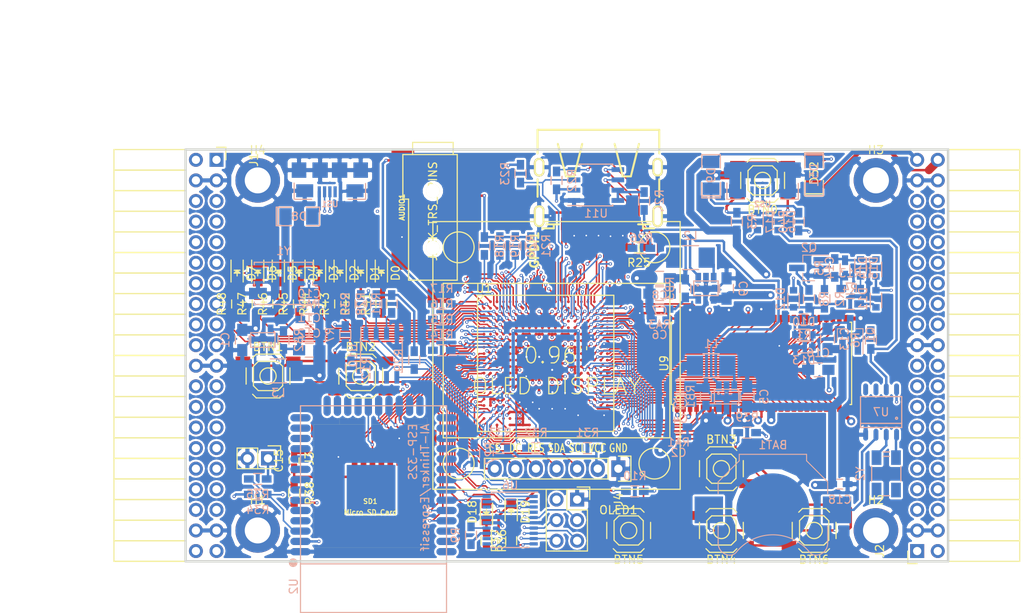
<source format=kicad_pcb>
(kicad_pcb (version 4) (host pcbnew 4.0.5+dfsg1-4)
  (layers (0 F.Cu signal) (1 In1.Cu signal) (2 In2.Cu signal) (31 B.Cu signal) (34 B.Paste user) (35 F.Paste user) (36 B.SilkS user) (37 F.SilkS user) (38 B.Mask user) (39 F.Mask user) (44 Edge.Cuts user))
  (net 0 "")
  (net 1 GND)
  (net 2 +5V)
  (net 3 /gpio/IN5V)
  (net 4 /gpio/OUT5V)
  (net 5 +3V3)
  (net 6 "Net-(L1-Pad1)")
  (net 7 "Net-(L2-Pad1)")
  (net 8 +1V2)
  (net 9 BTN_D)
  (net 10 BTN_F1)
  (net 11 BTN_F2)
  (net 12 BTN_L)
  (net 13 BTN_R)
  (net 14 BTN_U)
  (net 15 /power/FB1)
  (net 16 +2V5)
  (net 17 "Net-(L3-Pad1)")
  (net 18 /power/PWREN)
  (net 19 /power/FB3)
  (net 20 /power/FB2)
  (net 21 "Net-(D9-Pad1)")
  (net 22 /power/VBAT)
  (net 23 JTAG_TDI)
  (net 24 JTAG_TCK)
  (net 25 JTAG_TMS)
  (net 26 JTAG_TDO)
  (net 27 /power/WAKEUPn)
  (net 28 /power/WKUP)
  (net 29 /power/SHUT)
  (net 30 /power/WAKE)
  (net 31 /power/HOLD)
  (net 32 /power/WKn)
  (net 33 /power/OSCI_32k)
  (net 34 /power/OSCO_32k)
  (net 35 "Net-(Q2-Pad3)")
  (net 36 SHUTDOWN)
  (net 37 /analog/AUDIO_L)
  (net 38 /analog/AUDIO_R)
  (net 39 GPDI_5V_SCL)
  (net 40 GPDI_5V_SDA)
  (net 41 GPDI_SDA)
  (net 42 GPDI_SCL)
  (net 43 /gpdi/VREF2)
  (net 44 SD_CMD)
  (net 45 SD_CLK)
  (net 46 SD_D0)
  (net 47 SD_D1)
  (net 48 USB5V)
  (net 49 "Net-(BTN0-Pad1)")
  (net 50 GPDI_CEC)
  (net 51 nRESET)
  (net 52 FTDI_nDTR)
  (net 53 SDRAM_CKE)
  (net 54 SDRAM_A7)
  (net 55 SDRAM_D15)
  (net 56 SDRAM_BA1)
  (net 57 SDRAM_D7)
  (net 58 SDRAM_A6)
  (net 59 SDRAM_CLK)
  (net 60 SDRAM_D13)
  (net 61 SDRAM_BA0)
  (net 62 SDRAM_D6)
  (net 63 SDRAM_A5)
  (net 64 SDRAM_D14)
  (net 65 SDRAM_A11)
  (net 66 SDRAM_D12)
  (net 67 SDRAM_D5)
  (net 68 SDRAM_A4)
  (net 69 SDRAM_A10)
  (net 70 SDRAM_D11)
  (net 71 SDRAM_A3)
  (net 72 SDRAM_D4)
  (net 73 SDRAM_D10)
  (net 74 SDRAM_D9)
  (net 75 SDRAM_A9)
  (net 76 SDRAM_D3)
  (net 77 SDRAM_D8)
  (net 78 SDRAM_A8)
  (net 79 SDRAM_A2)
  (net 80 SDRAM_A1)
  (net 81 SDRAM_A0)
  (net 82 SDRAM_D2)
  (net 83 SDRAM_D1)
  (net 84 SDRAM_D0)
  (net 85 SDRAM_DQM0)
  (net 86 SDRAM_nCS)
  (net 87 SDRAM_nRAS)
  (net 88 SDRAM_DQM1)
  (net 89 SDRAM_nCAS)
  (net 90 SDRAM_nWE)
  (net 91 /flash/FLASH_nWP)
  (net 92 /flash/FLASH_nHOLD)
  (net 93 /flash/FLASH_MOSI)
  (net 94 /flash/FLASH_MISO)
  (net 95 /flash/FLASH_SCK)
  (net 96 /flash/FLASH_nCS)
  (net 97 /flash/FPGA_PROGRAMN)
  (net 98 /flash/FPGA_DONE)
  (net 99 /flash/FPGA_INITN)
  (net 100 OLED_RES)
  (net 101 OLED_DC)
  (net 102 OLED_CS)
  (net 103 WIFI_EN)
  (net 104 FTDI_nRTS)
  (net 105 FTDI_TXD)
  (net 106 FTDI_RXD)
  (net 107 WIFI_RXD)
  (net 108 WIFI_GPIO0)
  (net 109 WIFI_TXD)
  (net 110 GPDI_ETH-)
  (net 111 GPDI_ETH+)
  (net 112 GPDI_D2+)
  (net 113 GPDI_D2-)
  (net 114 GPDI_D1+)
  (net 115 GPDI_D1-)
  (net 116 GPDI_D0+)
  (net 117 GPDI_D0-)
  (net 118 GPDI_CLK+)
  (net 119 GPDI_CLK-)
  (net 120 USB_FTDI_D+)
  (net 121 USB_FTDI_D-)
  (net 122 J1_17-)
  (net 123 J1_17+)
  (net 124 J1_23-)
  (net 125 J1_23+)
  (net 126 J1_25-)
  (net 127 J1_25+)
  (net 128 J1_27-)
  (net 129 J1_27+)
  (net 130 J1_29-)
  (net 131 J1_29+)
  (net 132 J1_31-)
  (net 133 J1_31+)
  (net 134 J1_33-)
  (net 135 J1_33+)
  (net 136 J1_35-)
  (net 137 J1_35+)
  (net 138 J2_5-)
  (net 139 J2_5+)
  (net 140 J2_7-)
  (net 141 J2_7+)
  (net 142 J2_9-)
  (net 143 J2_9+)
  (net 144 J2_13-)
  (net 145 J2_13+)
  (net 146 J2_17-)
  (net 147 J2_17+)
  (net 148 J2_11-)
  (net 149 J2_11+)
  (net 150 J2_23-)
  (net 151 J2_23+)
  (net 152 J1_5-)
  (net 153 J1_5+)
  (net 154 J1_7-)
  (net 155 J1_7+)
  (net 156 J1_9-)
  (net 157 J1_9+)
  (net 158 J1_11-)
  (net 159 J1_11+)
  (net 160 J1_13-)
  (net 161 J1_13+)
  (net 162 J1_15-)
  (net 163 J1_15+)
  (net 164 J2_15-)
  (net 165 J2_15+)
  (net 166 J2_25-)
  (net 167 J2_25+)
  (net 168 J2_27-)
  (net 169 J2_27+)
  (net 170 J2_29-)
  (net 171 J2_29+)
  (net 172 J2_31-)
  (net 173 J2_31+)
  (net 174 J2_33-)
  (net 175 J2_33+)
  (net 176 J2_35-)
  (net 177 J2_35+)
  (net 178 SD_D3)
  (net 179 AUDIO_L3)
  (net 180 AUDIO_L2)
  (net 181 AUDIO_L1)
  (net 182 AUDIO_L0)
  (net 183 AUDIO_R3)
  (net 184 AUDIO_R2)
  (net 185 AUDIO_R1)
  (net 186 AUDIO_R0)
  (net 187 OLED_CLK)
  (net 188 OLED_MOSI)
  (net 189 LED0)
  (net 190 LED1)
  (net 191 LED2)
  (net 192 LED3)
  (net 193 LED4)
  (net 194 LED5)
  (net 195 LED6)
  (net 196 LED7)
  (net 197 BTN_PWRn)
  (net 198 "Net-(J3-Pad1)")
  (net 199 FTDI_nTXLED)
  (net 200 FTDI_nSLEEP)
  (net 201 /blinkey/LED_PWREN)
  (net 202 /blinkey/LED_TXLED)
  (net 203 FT3V3)
  (net 204 /sdcard/SD3V3)
  (net 205 SD_D2)
  (net 206 CLK_25MHz)
  (net 207 /blinkey/BTNPUL)
  (net 208 /blinkey/BTNPUR)
  (net 209 USB_FPGA_D+)
  (net 210 /power/FTDI_nSUSPEND)
  (net 211 /blinkey/ALED0)
  (net 212 /blinkey/ALED1)
  (net 213 /blinkey/ALED2)
  (net 214 /blinkey/ALED3)
  (net 215 /blinkey/ALED4)
  (net 216 /blinkey/ALED5)
  (net 217 /blinkey/ALED6)
  (net 218 /blinkey/ALED7)
  (module lfe5bg381:BGA-381_pitch0.8mm_dia0.4mm (layer F.Cu) (at 138.48 87.8)
    (fp_text reference U1 (at -7.6 -9.2) (layer F.SilkS))
    (fp_text value LFE5U-25F-6BG381C)
    (pad A2 smd circle (at -6.8 -7.6) (size 0.35 0.35) (layers F.Cu F.Paste F.Mask) (net 129 J1_27+))
    (pad A3 smd circle (at -6 -7.6) (size 0.35 0.35) (layers F.Cu F.Paste F.Mask) (net 183 AUDIO_R3))
    (pad A4 smd circle (at -5.2 -7.6) (size 0.35 0.35) (layers F.Cu F.Paste F.Mask) (net 127 J1_25+))
    (pad A5 smd circle (at -4.4 -7.6) (size 0.35 0.35) (layers F.Cu F.Paste F.Mask) (net 126 J1_25-))
    (pad A6 smd circle (at -3.6 -7.6) (size 0.35 0.35) (layers F.Cu F.Paste F.Mask) (net 125 J1_23+))
    (pad A7 smd circle (at -2.8 -7.6) (size 0.35 0.35) (layers F.Cu F.Paste F.Mask) (net 161 J1_13+))
    (pad A8 smd circle (at -2 -7.6) (size 0.35 0.35) (layers F.Cu F.Paste F.Mask) (net 160 J1_13-))
    (pad A9 smd circle (at -1.2 -7.6) (size 0.35 0.35) (layers F.Cu F.Paste F.Mask) (net 156 J1_9-))
    (pad A10 smd circle (at -0.4 -7.6) (size 0.35 0.35) (layers F.Cu F.Paste F.Mask) (net 155 J1_7+))
    (pad A11 smd circle (at 0.4 -7.6) (size 0.35 0.35) (layers F.Cu F.Paste F.Mask) (net 154 J1_7-))
    (pad A12 smd circle (at 1.2 -7.6) (size 0.35 0.35) (layers F.Cu F.Paste F.Mask) (net 111 GPDI_ETH+))
    (pad A13 smd circle (at 2 -7.6) (size 0.35 0.35) (layers F.Cu F.Paste F.Mask) (net 110 GPDI_ETH-))
    (pad A14 smd circle (at 2.8 -7.6) (size 0.35 0.35) (layers F.Cu F.Paste F.Mask) (net 112 GPDI_D2+))
    (pad A15 smd circle (at 3.6 -7.6) (size 0.35 0.35) (layers F.Cu F.Paste F.Mask))
    (pad A16 smd circle (at 4.4 -7.6) (size 0.35 0.35) (layers F.Cu F.Paste F.Mask) (net 114 GPDI_D1+))
    (pad A17 smd circle (at 5.2 -7.6) (size 0.35 0.35) (layers F.Cu F.Paste F.Mask) (net 116 GPDI_D0+))
    (pad A18 smd circle (at 6 -7.6) (size 0.35 0.35) (layers F.Cu F.Paste F.Mask) (net 118 GPDI_CLK+))
    (pad A19 smd circle (at 6.8 -7.6) (size 0.35 0.35) (layers F.Cu F.Paste F.Mask) (net 50 GPDI_CEC))
    (pad B1 smd circle (at -7.6 -6.8) (size 0.35 0.35) (layers F.Cu F.Paste F.Mask) (net 128 J1_27-))
    (pad B2 smd circle (at -6.8 -6.8) (size 0.35 0.35) (layers F.Cu F.Paste F.Mask) (net 189 LED0))
    (pad B3 smd circle (at -6 -6.8) (size 0.35 0.35) (layers F.Cu F.Paste F.Mask) (net 182 AUDIO_L0))
    (pad B4 smd circle (at -5.2 -6.8) (size 0.35 0.35) (layers F.Cu F.Paste F.Mask) (net 130 J1_29-))
    (pad B5 smd circle (at -4.4 -6.8) (size 0.35 0.35) (layers F.Cu F.Paste F.Mask) (net 184 AUDIO_R2))
    (pad B6 smd circle (at -3.6 -6.8) (size 0.35 0.35) (layers F.Cu F.Paste F.Mask) (net 124 J1_23-))
    (pad B7 smd circle (at -2.8 -6.8) (size 0.35 0.35) (layers F.Cu F.Paste F.Mask) (net 1 GND))
    (pad B8 smd circle (at -2 -6.8) (size 0.35 0.35) (layers F.Cu F.Paste F.Mask) (net 162 J1_15-))
    (pad B9 smd circle (at -1.2 -6.8) (size 0.35 0.35) (layers F.Cu F.Paste F.Mask) (net 159 J1_11+))
    (pad B10 smd circle (at -0.4 -6.8) (size 0.35 0.35) (layers F.Cu F.Paste F.Mask) (net 157 J1_9+))
    (pad B11 smd circle (at 0.4 -6.8) (size 0.35 0.35) (layers F.Cu F.Paste F.Mask) (net 153 J1_5+))
    (pad B12 smd circle (at 1.2 -6.8) (size 0.35 0.35) (layers F.Cu F.Paste F.Mask))
    (pad B13 smd circle (at 2 -6.8) (size 0.35 0.35) (layers F.Cu F.Paste F.Mask) (net 175 J2_33+))
    (pad B14 smd circle (at 2.8 -6.8) (size 0.35 0.35) (layers F.Cu F.Paste F.Mask) (net 1 GND))
    (pad B15 smd circle (at 3.6 -6.8) (size 0.35 0.35) (layers F.Cu F.Paste F.Mask) (net 173 J2_31+))
    (pad B16 smd circle (at 4.4 -6.8) (size 0.35 0.35) (layers F.Cu F.Paste F.Mask) (net 115 GPDI_D1-))
    (pad B17 smd circle (at 5.2 -6.8) (size 0.35 0.35) (layers F.Cu F.Paste F.Mask) (net 169 J2_27+))
    (pad B18 smd circle (at 6 -6.8) (size 0.35 0.35) (layers F.Cu F.Paste F.Mask) (net 117 GPDI_D0-))
    (pad B19 smd circle (at 6.8 -6.8) (size 0.35 0.35) (layers F.Cu F.Paste F.Mask) (net 119 GPDI_CLK-))
    (pad B20 smd circle (at 7.6 -6.8) (size 0.35 0.35) (layers F.Cu F.Paste F.Mask) (net 41 GPDI_SDA))
    (pad C1 smd circle (at -7.6 -6) (size 0.35 0.35) (layers F.Cu F.Paste F.Mask) (net 191 LED2))
    (pad C2 smd circle (at -6.8 -6) (size 0.35 0.35) (layers F.Cu F.Paste F.Mask) (net 190 LED1))
    (pad C3 smd circle (at -6 -6) (size 0.35 0.35) (layers F.Cu F.Paste F.Mask) (net 181 AUDIO_L1))
    (pad C4 smd circle (at -5.2 -6) (size 0.35 0.35) (layers F.Cu F.Paste F.Mask) (net 131 J1_29+))
    (pad C5 smd circle (at -4.4 -6) (size 0.35 0.35) (layers F.Cu F.Paste F.Mask) (net 186 AUDIO_R0))
    (pad C6 smd circle (at -3.6 -6) (size 0.35 0.35) (layers F.Cu F.Paste F.Mask) (net 123 J1_17+))
    (pad C7 smd circle (at -2.8 -6) (size 0.35 0.35) (layers F.Cu F.Paste F.Mask) (net 122 J1_17-))
    (pad C8 smd circle (at -2 -6) (size 0.35 0.35) (layers F.Cu F.Paste F.Mask) (net 163 J1_15+))
    (pad C9 smd circle (at -1.2 -6) (size 0.35 0.35) (layers F.Cu F.Paste F.Mask))
    (pad C10 smd circle (at -0.4 -6) (size 0.35 0.35) (layers F.Cu F.Paste F.Mask) (net 158 J1_11-))
    (pad C11 smd circle (at 0.4 -6) (size 0.35 0.35) (layers F.Cu F.Paste F.Mask) (net 152 J1_5-))
    (pad C12 smd circle (at 1.2 -6) (size 0.35 0.35) (layers F.Cu F.Paste F.Mask) (net 42 GPDI_SCL))
    (pad C13 smd circle (at 2 -6) (size 0.35 0.35) (layers F.Cu F.Paste F.Mask) (net 174 J2_33-))
    (pad C14 smd circle (at 2.8 -6) (size 0.35 0.35) (layers F.Cu F.Paste F.Mask) (net 113 GPDI_D2-))
    (pad C15 smd circle (at 3.6 -6) (size 0.35 0.35) (layers F.Cu F.Paste F.Mask) (net 172 J2_31-))
    (pad C16 smd circle (at 4.4 -6) (size 0.35 0.35) (layers F.Cu F.Paste F.Mask) (net 171 J2_29+))
    (pad C17 smd circle (at 5.2 -6) (size 0.35 0.35) (layers F.Cu F.Paste F.Mask) (net 168 J2_27-))
    (pad C18 smd circle (at 6 -6) (size 0.35 0.35) (layers F.Cu F.Paste F.Mask) (net 151 J2_23+))
    (pad C19 smd circle (at 6.8 -6) (size 0.35 0.35) (layers F.Cu F.Paste F.Mask) (net 1 GND))
    (pad C20 smd circle (at 7.6 -6) (size 0.35 0.35) (layers F.Cu F.Paste F.Mask) (net 64 SDRAM_D14))
    (pad D1 smd circle (at -7.6 -5.2) (size 0.35 0.35) (layers F.Cu F.Paste F.Mask) (net 193 LED4))
    (pad D2 smd circle (at -6.8 -5.2) (size 0.35 0.35) (layers F.Cu F.Paste F.Mask) (net 192 LED3))
    (pad D3 smd circle (at -6 -5.2) (size 0.35 0.35) (layers F.Cu F.Paste F.Mask) (net 180 AUDIO_L2))
    (pad D4 smd circle (at -5.2 -5.2) (size 0.35 0.35) (layers F.Cu F.Paste F.Mask) (net 1 GND))
    (pad D5 smd circle (at -4.4 -5.2) (size 0.35 0.35) (layers F.Cu F.Paste F.Mask) (net 185 AUDIO_R1))
    (pad D6 smd circle (at -3.6 -5.2) (size 0.35 0.35) (layers F.Cu F.Paste F.Mask) (net 197 BTN_PWRn))
    (pad D7 smd circle (at -2.8 -5.2) (size 0.35 0.35) (layers F.Cu F.Paste F.Mask))
    (pad D8 smd circle (at -2 -5.2) (size 0.35 0.35) (layers F.Cu F.Paste F.Mask))
    (pad D9 smd circle (at -1.2 -5.2) (size 0.35 0.35) (layers F.Cu F.Paste F.Mask))
    (pad D10 smd circle (at -0.4 -5.2) (size 0.35 0.35) (layers F.Cu F.Paste F.Mask))
    (pad D11 smd circle (at 0.4 -5.2) (size 0.35 0.35) (layers F.Cu F.Paste F.Mask))
    (pad D12 smd circle (at 1.2 -5.2) (size 0.35 0.35) (layers F.Cu F.Paste F.Mask))
    (pad D13 smd circle (at 2 -5.2) (size 0.35 0.35) (layers F.Cu F.Paste F.Mask) (net 177 J2_35+))
    (pad D14 smd circle (at 2.8 -5.2) (size 0.35 0.35) (layers F.Cu F.Paste F.Mask))
    (pad D15 smd circle (at 3.6 -5.2) (size 0.35 0.35) (layers F.Cu F.Paste F.Mask) (net 167 J2_25+))
    (pad D16 smd circle (at 4.4 -5.2) (size 0.35 0.35) (layers F.Cu F.Paste F.Mask) (net 170 J2_29-))
    (pad D17 smd circle (at 5.2 -5.2) (size 0.35 0.35) (layers F.Cu F.Paste F.Mask) (net 150 J2_23-))
    (pad D18 smd circle (at 6 -5.2) (size 0.35 0.35) (layers F.Cu F.Paste F.Mask) (net 147 J2_17+))
    (pad D19 smd circle (at 6.8 -5.2) (size 0.35 0.35) (layers F.Cu F.Paste F.Mask) (net 55 SDRAM_D15))
    (pad D20 smd circle (at 7.6 -5.2) (size 0.35 0.35) (layers F.Cu F.Paste F.Mask) (net 60 SDRAM_D13))
    (pad E1 smd circle (at -7.6 -4.4) (size 0.35 0.35) (layers F.Cu F.Paste F.Mask) (net 195 LED6))
    (pad E2 smd circle (at -6.8 -4.4) (size 0.35 0.35) (layers F.Cu F.Paste F.Mask) (net 194 LED5))
    (pad E3 smd circle (at -6 -4.4) (size 0.35 0.35) (layers F.Cu F.Paste F.Mask) (net 132 J1_31-))
    (pad E4 smd circle (at -5.2 -4.4) (size 0.35 0.35) (layers F.Cu F.Paste F.Mask) (net 179 AUDIO_L3))
    (pad E5 smd circle (at -4.4 -4.4) (size 0.35 0.35) (layers F.Cu F.Paste F.Mask))
    (pad E6 smd circle (at -3.6 -4.4) (size 0.35 0.35) (layers F.Cu F.Paste F.Mask))
    (pad E7 smd circle (at -2.8 -4.4) (size 0.35 0.35) (layers F.Cu F.Paste F.Mask))
    (pad E8 smd circle (at -2 -4.4) (size 0.35 0.35) (layers F.Cu F.Paste F.Mask))
    (pad E9 smd circle (at -1.2 -4.4) (size 0.35 0.35) (layers F.Cu F.Paste F.Mask))
    (pad E10 smd circle (at -0.4 -4.4) (size 0.35 0.35) (layers F.Cu F.Paste F.Mask))
    (pad E11 smd circle (at 0.4 -4.4) (size 0.35 0.35) (layers F.Cu F.Paste F.Mask))
    (pad E12 smd circle (at 1.2 -4.4) (size 0.35 0.35) (layers F.Cu F.Paste F.Mask))
    (pad E13 smd circle (at 2 -4.4) (size 0.35 0.35) (layers F.Cu F.Paste F.Mask) (net 176 J2_35-))
    (pad E14 smd circle (at 2.8 -4.4) (size 0.35 0.35) (layers F.Cu F.Paste F.Mask))
    (pad E15 smd circle (at 3.6 -4.4) (size 0.35 0.35) (layers F.Cu F.Paste F.Mask) (net 166 J2_25-))
    (pad E16 smd circle (at 4.4 -4.4) (size 0.35 0.35) (layers F.Cu F.Paste F.Mask))
    (pad E17 smd circle (at 5.2 -4.4) (size 0.35 0.35) (layers F.Cu F.Paste F.Mask) (net 146 J2_17-))
    (pad E18 smd circle (at 6 -4.4) (size 0.35 0.35) (layers F.Cu F.Paste F.Mask) (net 72 SDRAM_D4))
    (pad E19 smd circle (at 6.8 -4.4) (size 0.35 0.35) (layers F.Cu F.Paste F.Mask) (net 66 SDRAM_D12))
    (pad E20 smd circle (at 7.6 -4.4) (size 0.35 0.35) (layers F.Cu F.Paste F.Mask) (net 70 SDRAM_D11))
    (pad F1 smd circle (at -7.6 -3.6) (size 0.35 0.35) (layers F.Cu F.Paste F.Mask) (net 103 WIFI_EN))
    (pad F2 smd circle (at -6.8 -3.6) (size 0.35 0.35) (layers F.Cu F.Paste F.Mask))
    (pad F3 smd circle (at -6 -3.6) (size 0.35 0.35) (layers F.Cu F.Paste F.Mask) (net 134 J1_33-))
    (pad F4 smd circle (at -5.2 -3.6) (size 0.35 0.35) (layers F.Cu F.Paste F.Mask) (net 133 J1_31+))
    (pad F5 smd circle (at -4.4 -3.6) (size 0.35 0.35) (layers F.Cu F.Paste F.Mask))
    (pad F6 smd circle (at -3.6 -3.6) (size 0.35 0.35) (layers F.Cu F.Paste F.Mask) (net 16 +2V5))
    (pad F7 smd circle (at -2.8 -3.6) (size 0.35 0.35) (layers F.Cu F.Paste F.Mask) (net 1 GND))
    (pad F8 smd circle (at -2 -3.6) (size 0.35 0.35) (layers F.Cu F.Paste F.Mask) (net 1 GND))
    (pad F9 smd circle (at -1.2 -3.6) (size 0.35 0.35) (layers F.Cu F.Paste F.Mask) (net 5 +3V3))
    (pad F10 smd circle (at -0.4 -3.6) (size 0.35 0.35) (layers F.Cu F.Paste F.Mask) (net 5 +3V3))
    (pad F11 smd circle (at 0.4 -3.6) (size 0.35 0.35) (layers F.Cu F.Paste F.Mask) (net 5 +3V3))
    (pad F12 smd circle (at 1.2 -3.6) (size 0.35 0.35) (layers F.Cu F.Paste F.Mask) (net 5 +3V3))
    (pad F13 smd circle (at 2 -3.6) (size 0.35 0.35) (layers F.Cu F.Paste F.Mask) (net 1 GND))
    (pad F14 smd circle (at 2.8 -3.6) (size 0.35 0.35) (layers F.Cu F.Paste F.Mask) (net 1 GND))
    (pad F15 smd circle (at 3.6 -3.6) (size 0.35 0.35) (layers F.Cu F.Paste F.Mask) (net 16 +2V5))
    (pad F16 smd circle (at 4.4 -3.6) (size 0.35 0.35) (layers F.Cu F.Paste F.Mask))
    (pad F17 smd circle (at 5.2 -3.6) (size 0.35 0.35) (layers F.Cu F.Paste F.Mask) (net 165 J2_15+))
    (pad F18 smd circle (at 6 -3.6) (size 0.35 0.35) (layers F.Cu F.Paste F.Mask) (net 67 SDRAM_D5))
    (pad F19 smd circle (at 6.8 -3.6) (size 0.35 0.35) (layers F.Cu F.Paste F.Mask) (net 73 SDRAM_D10))
    (pad F20 smd circle (at 7.6 -3.6) (size 0.35 0.35) (layers F.Cu F.Paste F.Mask) (net 74 SDRAM_D9))
    (pad G1 smd circle (at -7.6 -2.8) (size 0.35 0.35) (layers F.Cu F.Paste F.Mask))
    (pad G2 smd circle (at -6.8 -2.8) (size 0.35 0.35) (layers F.Cu F.Paste F.Mask) (net 206 CLK_25MHz))
    (pad G3 smd circle (at -6 -2.8) (size 0.35 0.35) (layers F.Cu F.Paste F.Mask) (net 135 J1_33+))
    (pad G4 smd circle (at -5.2 -2.8) (size 0.35 0.35) (layers F.Cu F.Paste F.Mask) (net 1 GND))
    (pad G5 smd circle (at -4.4 -2.8) (size 0.35 0.35) (layers F.Cu F.Paste F.Mask) (net 136 J1_35-))
    (pad G6 smd circle (at -3.6 -2.8) (size 0.35 0.35) (layers F.Cu F.Paste F.Mask) (net 1 GND))
    (pad G7 smd circle (at -2.8 -2.8) (size 0.35 0.35) (layers F.Cu F.Paste F.Mask) (net 1 GND))
    (pad G8 smd circle (at -2 -2.8) (size 0.35 0.35) (layers F.Cu F.Paste F.Mask) (net 1 GND))
    (pad G9 smd circle (at -1.2 -2.8) (size 0.35 0.35) (layers F.Cu F.Paste F.Mask) (net 1 GND))
    (pad G10 smd circle (at -0.4 -2.8) (size 0.35 0.35) (layers F.Cu F.Paste F.Mask) (net 1 GND))
    (pad G11 smd circle (at 0.4 -2.8) (size 0.35 0.35) (layers F.Cu F.Paste F.Mask) (net 1 GND))
    (pad G12 smd circle (at 1.2 -2.8) (size 0.35 0.35) (layers F.Cu F.Paste F.Mask) (net 1 GND))
    (pad G13 smd circle (at 2 -2.8) (size 0.35 0.35) (layers F.Cu F.Paste F.Mask) (net 1 GND))
    (pad G14 smd circle (at 2.8 -2.8) (size 0.35 0.35) (layers F.Cu F.Paste F.Mask) (net 1 GND))
    (pad G15 smd circle (at 3.6 -2.8) (size 0.35 0.35) (layers F.Cu F.Paste F.Mask) (net 1 GND))
    (pad G16 smd circle (at 4.4 -2.8) (size 0.35 0.35) (layers F.Cu F.Paste F.Mask))
    (pad G17 smd circle (at 5.2 -2.8) (size 0.35 0.35) (layers F.Cu F.Paste F.Mask) (net 1 GND))
    (pad G18 smd circle (at 6 -2.8) (size 0.35 0.35) (layers F.Cu F.Paste F.Mask) (net 164 J2_15-))
    (pad G19 smd circle (at 6.8 -2.8) (size 0.35 0.35) (layers F.Cu F.Paste F.Mask) (net 77 SDRAM_D8))
    (pad G20 smd circle (at 7.6 -2.8) (size 0.35 0.35) (layers F.Cu F.Paste F.Mask) (net 88 SDRAM_DQM1))
    (pad H1 smd circle (at -7.6 -2) (size 0.35 0.35) (layers F.Cu F.Paste F.Mask) (net 178 SD_D3))
    (pad H2 smd circle (at -6.8 -2) (size 0.35 0.35) (layers F.Cu F.Paste F.Mask) (net 205 SD_D2))
    (pad H3 smd circle (at -6 -2) (size 0.35 0.35) (layers F.Cu F.Paste F.Mask) (net 196 LED7))
    (pad H4 smd circle (at -5.2 -2) (size 0.35 0.35) (layers F.Cu F.Paste F.Mask) (net 137 J1_35+))
    (pad H5 smd circle (at -4.4 -2) (size 0.35 0.35) (layers F.Cu F.Paste F.Mask))
    (pad H6 smd circle (at -3.6 -2) (size 0.35 0.35) (layers F.Cu F.Paste F.Mask) (net 5 +3V3))
    (pad H7 smd circle (at -2.8 -2) (size 0.35 0.35) (layers F.Cu F.Paste F.Mask) (net 5 +3V3))
    (pad H8 smd circle (at -2 -2) (size 0.35 0.35) (layers F.Cu F.Paste F.Mask) (net 8 +1V2))
    (pad H9 smd circle (at -1.2 -2) (size 0.35 0.35) (layers F.Cu F.Paste F.Mask) (net 8 +1V2))
    (pad H10 smd circle (at -0.4 -2) (size 0.35 0.35) (layers F.Cu F.Paste F.Mask) (net 8 +1V2))
    (pad H11 smd circle (at 0.4 -2) (size 0.35 0.35) (layers F.Cu F.Paste F.Mask) (net 8 +1V2))
    (pad H12 smd circle (at 1.2 -2) (size 0.35 0.35) (layers F.Cu F.Paste F.Mask) (net 8 +1V2))
    (pad H13 smd circle (at 2 -2) (size 0.35 0.35) (layers F.Cu F.Paste F.Mask) (net 8 +1V2))
    (pad H14 smd circle (at 2.8 -2) (size 0.35 0.35) (layers F.Cu F.Paste F.Mask) (net 5 +3V3))
    (pad H15 smd circle (at 3.6 -2) (size 0.35 0.35) (layers F.Cu F.Paste F.Mask) (net 5 +3V3))
    (pad H16 smd circle (at 4.4 -2) (size 0.35 0.35) (layers F.Cu F.Paste F.Mask))
    (pad H17 smd circle (at 5.2 -2) (size 0.35 0.35) (layers F.Cu F.Paste F.Mask) (net 144 J2_13-))
    (pad H18 smd circle (at 6 -2) (size 0.35 0.35) (layers F.Cu F.Paste F.Mask) (net 145 J2_13+))
    (pad H19 smd circle (at 6.8 -2) (size 0.35 0.35) (layers F.Cu F.Paste F.Mask) (net 1 GND))
    (pad H20 smd circle (at 7.6 -2) (size 0.35 0.35) (layers F.Cu F.Paste F.Mask) (net 59 SDRAM_CLK))
    (pad J1 smd circle (at -7.6 -1.2) (size 0.35 0.35) (layers F.Cu F.Paste F.Mask) (net 45 SD_CLK))
    (pad J2 smd circle (at -6.8 -1.2) (size 0.35 0.35) (layers F.Cu F.Paste F.Mask) (net 1 GND))
    (pad J3 smd circle (at -6 -1.2) (size 0.35 0.35) (layers F.Cu F.Paste F.Mask) (net 44 SD_CMD))
    (pad J4 smd circle (at -5.2 -1.2) (size 0.35 0.35) (layers F.Cu F.Paste F.Mask))
    (pad J5 smd circle (at -4.4 -1.2) (size 0.35 0.35) (layers F.Cu F.Paste F.Mask))
    (pad J6 smd circle (at -3.6 -1.2) (size 0.35 0.35) (layers F.Cu F.Paste F.Mask) (net 5 +3V3))
    (pad J7 smd circle (at -2.8 -1.2) (size 0.35 0.35) (layers F.Cu F.Paste F.Mask) (net 1 GND))
    (pad J8 smd circle (at -2 -1.2) (size 0.35 0.35) (layers F.Cu F.Paste F.Mask) (net 8 +1V2))
    (pad J9 smd circle (at -1.2 -1.2) (size 0.35 0.35) (layers F.Cu F.Paste F.Mask) (net 1 GND))
    (pad J10 smd circle (at -0.4 -1.2) (size 0.35 0.35) (layers F.Cu F.Paste F.Mask) (net 1 GND))
    (pad J11 smd circle (at 0.4 -1.2) (size 0.35 0.35) (layers F.Cu F.Paste F.Mask) (net 1 GND))
    (pad J12 smd circle (at 1.2 -1.2) (size 0.35 0.35) (layers F.Cu F.Paste F.Mask) (net 1 GND))
    (pad J13 smd circle (at 2 -1.2) (size 0.35 0.35) (layers F.Cu F.Paste F.Mask) (net 8 +1V2))
    (pad J14 smd circle (at 2.8 -1.2) (size 0.35 0.35) (layers F.Cu F.Paste F.Mask) (net 1 GND))
    (pad J15 smd circle (at 3.6 -1.2) (size 0.35 0.35) (layers F.Cu F.Paste F.Mask) (net 5 +3V3))
    (pad J16 smd circle (at 4.4 -1.2) (size 0.35 0.35) (layers F.Cu F.Paste F.Mask))
    (pad J17 smd circle (at 5.2 -1.2) (size 0.35 0.35) (layers F.Cu F.Paste F.Mask))
    (pad J18 smd circle (at 6 -1.2) (size 0.35 0.35) (layers F.Cu F.Paste F.Mask) (net 76 SDRAM_D3))
    (pad J19 smd circle (at 6.8 -1.2) (size 0.35 0.35) (layers F.Cu F.Paste F.Mask) (net 53 SDRAM_CKE))
    (pad J20 smd circle (at 7.6 -1.2) (size 0.35 0.35) (layers F.Cu F.Paste F.Mask) (net 65 SDRAM_A11))
    (pad K1 smd circle (at -7.6 -0.4) (size 0.35 0.35) (layers F.Cu F.Paste F.Mask) (net 47 SD_D1))
    (pad K2 smd circle (at -6.8 -0.4) (size 0.35 0.35) (layers F.Cu F.Paste F.Mask) (net 46 SD_D0))
    (pad K3 smd circle (at -6 -0.4) (size 0.35 0.35) (layers F.Cu F.Paste F.Mask) (net 107 WIFI_RXD))
    (pad K4 smd circle (at -5.2 -0.4) (size 0.35 0.35) (layers F.Cu F.Paste F.Mask) (net 109 WIFI_TXD))
    (pad K5 smd circle (at -4.4 -0.4) (size 0.35 0.35) (layers F.Cu F.Paste F.Mask))
    (pad K6 smd circle (at -3.6 -0.4) (size 0.35 0.35) (layers F.Cu F.Paste F.Mask) (net 1 GND))
    (pad K7 smd circle (at -2.8 -0.4) (size 0.35 0.35) (layers F.Cu F.Paste F.Mask) (net 1 GND))
    (pad K8 smd circle (at -2 -0.4) (size 0.35 0.35) (layers F.Cu F.Paste F.Mask) (net 8 +1V2))
    (pad K9 smd circle (at -1.2 -0.4) (size 0.35 0.35) (layers F.Cu F.Paste F.Mask) (net 1 GND))
    (pad K10 smd circle (at -0.4 -0.4) (size 0.35 0.35) (layers F.Cu F.Paste F.Mask) (net 1 GND))
    (pad K11 smd circle (at 0.4 -0.4) (size 0.35 0.35) (layers F.Cu F.Paste F.Mask) (net 1 GND))
    (pad K12 smd circle (at 1.2 -0.4) (size 0.35 0.35) (layers F.Cu F.Paste F.Mask) (net 1 GND))
    (pad K13 smd circle (at 2 -0.4) (size 0.35 0.35) (layers F.Cu F.Paste F.Mask) (net 8 +1V2))
    (pad K14 smd circle (at 2.8 -0.4) (size 0.35 0.35) (layers F.Cu F.Paste F.Mask) (net 1 GND))
    (pad K15 smd circle (at 3.6 -0.4) (size 0.35 0.35) (layers F.Cu F.Paste F.Mask) (net 1 GND))
    (pad K16 smd circle (at 4.4 -0.4) (size 0.35 0.35) (layers F.Cu F.Paste F.Mask))
    (pad K17 smd circle (at 5.2 -0.4) (size 0.35 0.35) (layers F.Cu F.Paste F.Mask))
    (pad K18 smd circle (at 6 -0.4) (size 0.35 0.35) (layers F.Cu F.Paste F.Mask) (net 82 SDRAM_D2))
    (pad K19 smd circle (at 6.8 -0.4) (size 0.35 0.35) (layers F.Cu F.Paste F.Mask) (net 75 SDRAM_A9))
    (pad K20 smd circle (at 7.6 -0.4) (size 0.35 0.35) (layers F.Cu F.Paste F.Mask) (net 78 SDRAM_A8))
    (pad L1 smd circle (at -7.6 0.4) (size 0.35 0.35) (layers F.Cu F.Paste F.Mask))
    (pad L2 smd circle (at -6.8 0.4) (size 0.35 0.35) (layers F.Cu F.Paste F.Mask) (net 108 WIFI_GPIO0))
    (pad L3 smd circle (at -6 0.4) (size 0.35 0.35) (layers F.Cu F.Paste F.Mask))
    (pad L4 smd circle (at -5.2 0.4) (size 0.35 0.35) (layers F.Cu F.Paste F.Mask) (net 106 FTDI_RXD))
    (pad L5 smd circle (at -4.4 0.4) (size 0.35 0.35) (layers F.Cu F.Paste F.Mask))
    (pad L6 smd circle (at -3.6 0.4) (size 0.35 0.35) (layers F.Cu F.Paste F.Mask) (net 5 +3V3))
    (pad L7 smd circle (at -2.8 0.4) (size 0.35 0.35) (layers F.Cu F.Paste F.Mask) (net 5 +3V3))
    (pad L8 smd circle (at -2 0.4) (size 0.35 0.35) (layers F.Cu F.Paste F.Mask) (net 8 +1V2))
    (pad L9 smd circle (at -1.2 0.4) (size 0.35 0.35) (layers F.Cu F.Paste F.Mask) (net 1 GND))
    (pad L10 smd circle (at -0.4 0.4) (size 0.35 0.35) (layers F.Cu F.Paste F.Mask) (net 1 GND))
    (pad L11 smd circle (at 0.4 0.4) (size 0.35 0.35) (layers F.Cu F.Paste F.Mask) (net 1 GND))
    (pad L12 smd circle (at 1.2 0.4) (size 0.35 0.35) (layers F.Cu F.Paste F.Mask) (net 1 GND))
    (pad L13 smd circle (at 2 0.4) (size 0.35 0.35) (layers F.Cu F.Paste F.Mask) (net 8 +1V2))
    (pad L14 smd circle (at 2.8 0.4) (size 0.35 0.35) (layers F.Cu F.Paste F.Mask) (net 5 +3V3))
    (pad L15 smd circle (at 3.6 0.4) (size 0.35 0.35) (layers F.Cu F.Paste F.Mask) (net 5 +3V3))
    (pad L16 smd circle (at 4.4 0.4) (size 0.35 0.35) (layers F.Cu F.Paste F.Mask) (net 149 J2_11+))
    (pad L17 smd circle (at 5.2 0.4) (size 0.35 0.35) (layers F.Cu F.Paste F.Mask) (net 148 J2_11-))
    (pad L18 smd circle (at 6 0.4) (size 0.35 0.35) (layers F.Cu F.Paste F.Mask) (net 83 SDRAM_D1))
    (pad L19 smd circle (at 6.8 0.4) (size 0.35 0.35) (layers F.Cu F.Paste F.Mask) (net 54 SDRAM_A7))
    (pad L20 smd circle (at 7.6 0.4) (size 0.35 0.35) (layers F.Cu F.Paste F.Mask) (net 58 SDRAM_A6))
    (pad M1 smd circle (at -7.6 1.2) (size 0.35 0.35) (layers F.Cu F.Paste F.Mask) (net 105 FTDI_TXD))
    (pad M2 smd circle (at -6.8 1.2) (size 0.35 0.35) (layers F.Cu F.Paste F.Mask) (net 1 GND))
    (pad M3 smd circle (at -6 1.2) (size 0.35 0.35) (layers F.Cu F.Paste F.Mask) (net 104 FTDI_nRTS))
    (pad M4 smd circle (at -5.2 1.2) (size 0.35 0.35) (layers F.Cu F.Paste F.Mask))
    (pad M5 smd circle (at -4.4 1.2) (size 0.35 0.35) (layers F.Cu F.Paste F.Mask))
    (pad M6 smd circle (at -3.6 1.2) (size 0.35 0.35) (layers F.Cu F.Paste F.Mask) (net 5 +3V3))
    (pad M7 smd circle (at -2.8 1.2) (size 0.35 0.35) (layers F.Cu F.Paste F.Mask) (net 1 GND))
    (pad M8 smd circle (at -2 1.2) (size 0.35 0.35) (layers F.Cu F.Paste F.Mask) (net 8 +1V2))
    (pad M9 smd circle (at -1.2 1.2) (size 0.35 0.35) (layers F.Cu F.Paste F.Mask) (net 1 GND))
    (pad M10 smd circle (at -0.4 1.2) (size 0.35 0.35) (layers F.Cu F.Paste F.Mask) (net 1 GND))
    (pad M11 smd circle (at 0.4 1.2) (size 0.35 0.35) (layers F.Cu F.Paste F.Mask) (net 1 GND))
    (pad M12 smd circle (at 1.2 1.2) (size 0.35 0.35) (layers F.Cu F.Paste F.Mask) (net 1 GND))
    (pad M13 smd circle (at 2 1.2) (size 0.35 0.35) (layers F.Cu F.Paste F.Mask) (net 8 +1V2))
    (pad M14 smd circle (at 2.8 1.2) (size 0.35 0.35) (layers F.Cu F.Paste F.Mask) (net 1 GND))
    (pad M15 smd circle (at 3.6 1.2) (size 0.35 0.35) (layers F.Cu F.Paste F.Mask) (net 5 +3V3))
    (pad M16 smd circle (at 4.4 1.2) (size 0.35 0.35) (layers F.Cu F.Paste F.Mask) (net 1 GND))
    (pad M17 smd circle (at 5.2 1.2) (size 0.35 0.35) (layers F.Cu F.Paste F.Mask) (net 142 J2_9-))
    (pad M18 smd circle (at 6 1.2) (size 0.35 0.35) (layers F.Cu F.Paste F.Mask) (net 84 SDRAM_D0))
    (pad M19 smd circle (at 6.8 1.2) (size 0.35 0.35) (layers F.Cu F.Paste F.Mask) (net 63 SDRAM_A5))
    (pad M20 smd circle (at 7.6 1.2) (size 0.35 0.35) (layers F.Cu F.Paste F.Mask) (net 68 SDRAM_A4))
    (pad N1 smd circle (at -7.6 2) (size 0.35 0.35) (layers F.Cu F.Paste F.Mask) (net 52 FTDI_nDTR))
    (pad N2 smd circle (at -6.8 2) (size 0.35 0.35) (layers F.Cu F.Paste F.Mask) (net 102 OLED_CS))
    (pad N3 smd circle (at -6 2) (size 0.35 0.35) (layers F.Cu F.Paste F.Mask))
    (pad N4 smd circle (at -5.2 2) (size 0.35 0.35) (layers F.Cu F.Paste F.Mask))
    (pad N5 smd circle (at -4.4 2) (size 0.35 0.35) (layers F.Cu F.Paste F.Mask))
    (pad N6 smd circle (at -3.6 2) (size 0.35 0.35) (layers F.Cu F.Paste F.Mask) (net 1 GND))
    (pad N7 smd circle (at -2.8 2) (size 0.35 0.35) (layers F.Cu F.Paste F.Mask) (net 1 GND))
    (pad N8 smd circle (at -2 2) (size 0.35 0.35) (layers F.Cu F.Paste F.Mask) (net 8 +1V2))
    (pad N9 smd circle (at -1.2 2) (size 0.35 0.35) (layers F.Cu F.Paste F.Mask) (net 8 +1V2))
    (pad N10 smd circle (at -0.4 2) (size 0.35 0.35) (layers F.Cu F.Paste F.Mask) (net 8 +1V2))
    (pad N11 smd circle (at 0.4 2) (size 0.35 0.35) (layers F.Cu F.Paste F.Mask) (net 8 +1V2))
    (pad N12 smd circle (at 1.2 2) (size 0.35 0.35) (layers F.Cu F.Paste F.Mask) (net 8 +1V2))
    (pad N13 smd circle (at 2 2) (size 0.35 0.35) (layers F.Cu F.Paste F.Mask) (net 8 +1V2))
    (pad N14 smd circle (at 2.8 2) (size 0.35 0.35) (layers F.Cu F.Paste F.Mask) (net 1 GND))
    (pad N15 smd circle (at 3.6 2) (size 0.35 0.35) (layers F.Cu F.Paste F.Mask) (net 1 GND))
    (pad N16 smd circle (at 4.4 2) (size 0.35 0.35) (layers F.Cu F.Paste F.Mask) (net 143 J2_9+))
    (pad N17 smd circle (at 5.2 2) (size 0.35 0.35) (layers F.Cu F.Paste F.Mask) (net 141 J2_7+))
    (pad N18 smd circle (at 6 2) (size 0.35 0.35) (layers F.Cu F.Paste F.Mask) (net 62 SDRAM_D6))
    (pad N19 smd circle (at 6.8 2) (size 0.35 0.35) (layers F.Cu F.Paste F.Mask) (net 71 SDRAM_A3))
    (pad N20 smd circle (at 7.6 2) (size 0.35 0.35) (layers F.Cu F.Paste F.Mask) (net 79 SDRAM_A2))
    (pad P1 smd circle (at -7.6 2.8) (size 0.35 0.35) (layers F.Cu F.Paste F.Mask) (net 101 OLED_DC))
    (pad P2 smd circle (at -6.8 2.8) (size 0.35 0.35) (layers F.Cu F.Paste F.Mask) (net 100 OLED_RES))
    (pad P3 smd circle (at -6 2.8) (size 0.35 0.35) (layers F.Cu F.Paste F.Mask) (net 188 OLED_MOSI))
    (pad P4 smd circle (at -5.2 2.8) (size 0.35 0.35) (layers F.Cu F.Paste F.Mask) (net 187 OLED_CLK))
    (pad P5 smd circle (at -4.4 2.8) (size 0.35 0.35) (layers F.Cu F.Paste F.Mask))
    (pad P6 smd circle (at -3.6 2.8) (size 0.35 0.35) (layers F.Cu F.Paste F.Mask) (net 16 +2V5))
    (pad P7 smd circle (at -2.8 2.8) (size 0.35 0.35) (layers F.Cu F.Paste F.Mask) (net 1 GND))
    (pad P8 smd circle (at -2 2.8) (size 0.35 0.35) (layers F.Cu F.Paste F.Mask) (net 1 GND))
    (pad P9 smd circle (at -1.2 2.8) (size 0.35 0.35) (layers F.Cu F.Paste F.Mask) (net 5 +3V3))
    (pad P10 smd circle (at -0.4 2.8) (size 0.35 0.35) (layers F.Cu F.Paste F.Mask) (net 5 +3V3))
    (pad P11 smd circle (at 0.4 2.8) (size 0.35 0.35) (layers F.Cu F.Paste F.Mask) (net 1 GND))
    (pad P12 smd circle (at 1.2 2.8) (size 0.35 0.35) (layers F.Cu F.Paste F.Mask) (net 1 GND))
    (pad P13 smd circle (at 2 2.8) (size 0.35 0.35) (layers F.Cu F.Paste F.Mask) (net 1 GND))
    (pad P14 smd circle (at 2.8 2.8) (size 0.35 0.35) (layers F.Cu F.Paste F.Mask) (net 1 GND))
    (pad P15 smd circle (at 3.6 2.8) (size 0.35 0.35) (layers F.Cu F.Paste F.Mask) (net 16 +2V5))
    (pad P16 smd circle (at 4.4 2.8) (size 0.35 0.35) (layers F.Cu F.Paste F.Mask) (net 140 J2_7-))
    (pad P17 smd circle (at 5.2 2.8) (size 0.35 0.35) (layers F.Cu F.Paste F.Mask))
    (pad P18 smd circle (at 6 2.8) (size 0.35 0.35) (layers F.Cu F.Paste F.Mask) (net 57 SDRAM_D7))
    (pad P19 smd circle (at 6.8 2.8) (size 0.35 0.35) (layers F.Cu F.Paste F.Mask) (net 80 SDRAM_A1))
    (pad P20 smd circle (at 7.6 2.8) (size 0.35 0.35) (layers F.Cu F.Paste F.Mask) (net 81 SDRAM_A0))
    (pad R1 smd circle (at -7.6 3.6) (size 0.35 0.35) (layers F.Cu F.Paste F.Mask) (net 10 BTN_F1))
    (pad R2 smd circle (at -6.8 3.6) (size 0.35 0.35) (layers F.Cu F.Paste F.Mask) (net 96 /flash/FLASH_nCS))
    (pad R3 smd circle (at -6 3.6) (size 0.35 0.35) (layers F.Cu F.Paste F.Mask))
    (pad R4 smd circle (at -5.2 3.6) (size 0.35 0.35) (layers F.Cu F.Paste F.Mask) (net 1 GND))
    (pad R5 smd circle (at -4.4 3.6) (size 0.35 0.35) (layers F.Cu F.Paste F.Mask) (net 23 JTAG_TDI))
    (pad R16 smd circle (at 4.4 3.6) (size 0.35 0.35) (layers F.Cu F.Paste F.Mask))
    (pad R17 smd circle (at 5.2 3.6) (size 0.35 0.35) (layers F.Cu F.Paste F.Mask))
    (pad R18 smd circle (at 6 3.6) (size 0.35 0.35) (layers F.Cu F.Paste F.Mask) (net 85 SDRAM_DQM0))
    (pad R19 smd circle (at 6.8 3.6) (size 0.35 0.35) (layers F.Cu F.Paste F.Mask) (net 1 GND))
    (pad R20 smd circle (at 7.6 3.6) (size 0.35 0.35) (layers F.Cu F.Paste F.Mask) (net 69 SDRAM_A10))
    (pad T1 smd circle (at -7.6 4.4) (size 0.35 0.35) (layers F.Cu F.Paste F.Mask) (net 11 BTN_F2))
    (pad T2 smd circle (at -6.8 4.4) (size 0.35 0.35) (layers F.Cu F.Paste F.Mask) (net 5 +3V3))
    (pad T3 smd circle (at -6 4.4) (size 0.35 0.35) (layers F.Cu F.Paste F.Mask) (net 5 +3V3))
    (pad T4 smd circle (at -5.2 4.4) (size 0.35 0.35) (layers F.Cu F.Paste F.Mask) (net 5 +3V3))
    (pad T5 smd circle (at -4.4 4.4) (size 0.35 0.35) (layers F.Cu F.Paste F.Mask) (net 24 JTAG_TCK))
    (pad T6 smd circle (at -3.6 4.4) (size 0.35 0.35) (layers F.Cu F.Paste F.Mask) (net 1 GND))
    (pad T7 smd circle (at -2.8 4.4) (size 0.35 0.35) (layers F.Cu F.Paste F.Mask) (net 1 GND))
    (pad T8 smd circle (at -2 4.4) (size 0.35 0.35) (layers F.Cu F.Paste F.Mask) (net 1 GND))
    (pad T9 smd circle (at -1.2 4.4) (size 0.35 0.35) (layers F.Cu F.Paste F.Mask) (net 1 GND))
    (pad T10 smd circle (at -0.4 4.4) (size 0.35 0.35) (layers F.Cu F.Paste F.Mask) (net 1 GND))
    (pad T11 smd circle (at 0.4 4.4) (size 0.35 0.35) (layers F.Cu F.Paste F.Mask))
    (pad T12 smd circle (at 1.2 4.4) (size 0.35 0.35) (layers F.Cu F.Paste F.Mask))
    (pad T13 smd circle (at 2 4.4) (size 0.35 0.35) (layers F.Cu F.Paste F.Mask))
    (pad T14 smd circle (at 2.8 4.4) (size 0.35 0.35) (layers F.Cu F.Paste F.Mask))
    (pad T15 smd circle (at 3.6 4.4) (size 0.35 0.35) (layers F.Cu F.Paste F.Mask))
    (pad T16 smd circle (at 4.4 4.4) (size 0.35 0.35) (layers F.Cu F.Paste F.Mask))
    (pad T17 smd circle (at 5.2 4.4) (size 0.35 0.35) (layers F.Cu F.Paste F.Mask) (net 89 SDRAM_nCAS))
    (pad T18 smd circle (at 6 4.4) (size 0.35 0.35) (layers F.Cu F.Paste F.Mask) (net 90 SDRAM_nWE))
    (pad T19 smd circle (at 6.8 4.4) (size 0.35 0.35) (layers F.Cu F.Paste F.Mask) (net 56 SDRAM_BA1))
    (pad T20 smd circle (at 7.6 4.4) (size 0.35 0.35) (layers F.Cu F.Paste F.Mask) (net 61 SDRAM_BA0))
    (pad U1 smd circle (at -7.6 5.2) (size 0.35 0.35) (layers F.Cu F.Paste F.Mask) (net 12 BTN_L))
    (pad U2 smd circle (at -6.8 5.2) (size 0.35 0.35) (layers F.Cu F.Paste F.Mask) (net 5 +3V3))
    (pad U3 smd circle (at -6 5.2) (size 0.35 0.35) (layers F.Cu F.Paste F.Mask) (net 95 /flash/FLASH_SCK))
    (pad U4 smd circle (at -5.2 5.2) (size 0.35 0.35) (layers F.Cu F.Paste F.Mask) (net 1 GND))
    (pad U5 smd circle (at -4.4 5.2) (size 0.35 0.35) (layers F.Cu F.Paste F.Mask) (net 25 JTAG_TMS))
    (pad U6 smd circle (at -3.6 5.2) (size 0.35 0.35) (layers F.Cu F.Paste F.Mask) (net 1 GND))
    (pad U7 smd circle (at -2.8 5.2) (size 0.35 0.35) (layers F.Cu F.Paste F.Mask) (net 1 GND))
    (pad U8 smd circle (at -2 5.2) (size 0.35 0.35) (layers F.Cu F.Paste F.Mask) (net 1 GND))
    (pad U9 smd circle (at -1.2 5.2) (size 0.35 0.35) (layers F.Cu F.Paste F.Mask) (net 1 GND))
    (pad U10 smd circle (at -0.4 5.2) (size 0.35 0.35) (layers F.Cu F.Paste F.Mask) (net 1 GND))
    (pad U11 smd circle (at 0.4 5.2) (size 0.35 0.35) (layers F.Cu F.Paste F.Mask) (net 1 GND))
    (pad U12 smd circle (at 1.2 5.2) (size 0.35 0.35) (layers F.Cu F.Paste F.Mask) (net 1 GND))
    (pad U13 smd circle (at 2 5.2) (size 0.35 0.35) (layers F.Cu F.Paste F.Mask) (net 1 GND))
    (pad U14 smd circle (at 2.8 5.2) (size 0.35 0.35) (layers F.Cu F.Paste F.Mask) (net 1 GND))
    (pad U15 smd circle (at 3.6 5.2) (size 0.35 0.35) (layers F.Cu F.Paste F.Mask))
    (pad U16 smd circle (at 4.4 5.2) (size 0.35 0.35) (layers F.Cu F.Paste F.Mask))
    (pad U17 smd circle (at 5.2 5.2) (size 0.35 0.35) (layers F.Cu F.Paste F.Mask) (net 138 J2_5-))
    (pad U18 smd circle (at 6 5.2) (size 0.35 0.35) (layers F.Cu F.Paste F.Mask) (net 139 J2_5+))
    (pad U19 smd circle (at 6.8 5.2) (size 0.35 0.35) (layers F.Cu F.Paste F.Mask) (net 86 SDRAM_nCS))
    (pad U20 smd circle (at 7.6 5.2) (size 0.35 0.35) (layers F.Cu F.Paste F.Mask) (net 87 SDRAM_nRAS))
    (pad V1 smd circle (at -7.6 6) (size 0.35 0.35) (layers F.Cu F.Paste F.Mask) (net 9 BTN_D))
    (pad V2 smd circle (at -6.8 6) (size 0.35 0.35) (layers F.Cu F.Paste F.Mask) (net 94 /flash/FLASH_MISO))
    (pad V3 smd circle (at -6 6) (size 0.35 0.35) (layers F.Cu F.Paste F.Mask) (net 99 /flash/FPGA_INITN))
    (pad V4 smd circle (at -5.2 6) (size 0.35 0.35) (layers F.Cu F.Paste F.Mask) (net 26 JTAG_TDO))
    (pad V5 smd circle (at -4.4 6) (size 0.35 0.35) (layers F.Cu F.Paste F.Mask) (net 1 GND))
    (pad V6 smd circle (at -3.6 6) (size 0.35 0.35) (layers F.Cu F.Paste F.Mask) (net 1 GND))
    (pad V7 smd circle (at -2.8 6) (size 0.35 0.35) (layers F.Cu F.Paste F.Mask) (net 1 GND))
    (pad V8 smd circle (at -2 6) (size 0.35 0.35) (layers F.Cu F.Paste F.Mask) (net 1 GND))
    (pad V9 smd circle (at -1.2 6) (size 0.35 0.35) (layers F.Cu F.Paste F.Mask) (net 1 GND))
    (pad V10 smd circle (at -0.4 6) (size 0.35 0.35) (layers F.Cu F.Paste F.Mask) (net 1 GND))
    (pad V11 smd circle (at 0.4 6) (size 0.35 0.35) (layers F.Cu F.Paste F.Mask) (net 1 GND))
    (pad V12 smd circle (at 1.2 6) (size 0.35 0.35) (layers F.Cu F.Paste F.Mask) (net 1 GND))
    (pad V13 smd circle (at 2 6) (size 0.35 0.35) (layers F.Cu F.Paste F.Mask) (net 1 GND))
    (pad V14 smd circle (at 2.8 6) (size 0.35 0.35) (layers F.Cu F.Paste F.Mask) (net 1 GND))
    (pad V15 smd circle (at 3.6 6) (size 0.35 0.35) (layers F.Cu F.Paste F.Mask) (net 1 GND))
    (pad V16 smd circle (at 4.4 6) (size 0.35 0.35) (layers F.Cu F.Paste F.Mask) (net 1 GND))
    (pad V17 smd circle (at 5.2 6) (size 0.35 0.35) (layers F.Cu F.Paste F.Mask))
    (pad V18 smd circle (at 6 6) (size 0.35 0.35) (layers F.Cu F.Paste F.Mask))
    (pad V19 smd circle (at 6.8 6) (size 0.35 0.35) (layers F.Cu F.Paste F.Mask) (net 1 GND))
    (pad V20 smd circle (at 7.6 6) (size 0.35 0.35) (layers F.Cu F.Paste F.Mask) (net 1 GND))
    (pad W1 smd circle (at -7.6 6.8) (size 0.35 0.35) (layers F.Cu F.Paste F.Mask) (net 14 BTN_U))
    (pad W2 smd circle (at -6.8 6.8) (size 0.35 0.35) (layers F.Cu F.Paste F.Mask) (net 93 /flash/FLASH_MOSI))
    (pad W3 smd circle (at -6 6.8) (size 0.35 0.35) (layers F.Cu F.Paste F.Mask) (net 97 /flash/FPGA_PROGRAMN))
    (pad W4 smd circle (at -5.2 6.8) (size 0.35 0.35) (layers F.Cu F.Paste F.Mask))
    (pad W5 smd circle (at -4.4 6.8) (size 0.35 0.35) (layers F.Cu F.Paste F.Mask))
    (pad W6 smd circle (at -3.6 6.8) (size 0.35 0.35) (layers F.Cu F.Paste F.Mask) (net 1 GND))
    (pad W7 smd circle (at -2.8 6.8) (size 0.35 0.35) (layers F.Cu F.Paste F.Mask) (net 1 GND))
    (pad W8 smd circle (at -2 6.8) (size 0.35 0.35) (layers F.Cu F.Paste F.Mask))
    (pad W9 smd circle (at -1.2 6.8) (size 0.35 0.35) (layers F.Cu F.Paste F.Mask))
    (pad W10 smd circle (at -0.4 6.8) (size 0.35 0.35) (layers F.Cu F.Paste F.Mask))
    (pad W11 smd circle (at 0.4 6.8) (size 0.35 0.35) (layers F.Cu F.Paste F.Mask))
    (pad W12 smd circle (at 1.2 6.8) (size 0.35 0.35) (layers F.Cu F.Paste F.Mask) (net 1 GND))
    (pad W13 smd circle (at 2 6.8) (size 0.35 0.35) (layers F.Cu F.Paste F.Mask))
    (pad W14 smd circle (at 2.8 6.8) (size 0.35 0.35) (layers F.Cu F.Paste F.Mask))
    (pad W15 smd circle (at 3.6 6.8) (size 0.35 0.35) (layers F.Cu F.Paste F.Mask) (net 1 GND))
    (pad W16 smd circle (at 4.4 6.8) (size 0.35 0.35) (layers F.Cu F.Paste F.Mask) (net 1 GND))
    (pad W17 smd circle (at 5.2 6.8) (size 0.35 0.35) (layers F.Cu F.Paste F.Mask))
    (pad W18 smd circle (at 6 6.8) (size 0.35 0.35) (layers F.Cu F.Paste F.Mask))
    (pad W19 smd circle (at 6.8 6.8) (size 0.35 0.35) (layers F.Cu F.Paste F.Mask) (net 1 GND))
    (pad W20 smd circle (at 7.6 6.8) (size 0.35 0.35) (layers F.Cu F.Paste F.Mask))
    (pad Y2 smd circle (at -6.8 7.6) (size 0.35 0.35) (layers F.Cu F.Paste F.Mask) (net 13 BTN_R))
    (pad Y3 smd circle (at -6 7.6) (size 0.35 0.35) (layers F.Cu F.Paste F.Mask) (net 98 /flash/FPGA_DONE))
    (pad Y5 smd circle (at -4.4 7.6) (size 0.35 0.35) (layers F.Cu F.Paste F.Mask) (net 1 GND))
    (pad Y6 smd circle (at -3.6 7.6) (size 0.35 0.35) (layers F.Cu F.Paste F.Mask) (net 1 GND))
    (pad Y7 smd circle (at -2.8 7.6) (size 0.35 0.35) (layers F.Cu F.Paste F.Mask) (net 1 GND))
    (pad Y8 smd circle (at -2 7.6) (size 0.35 0.35) (layers F.Cu F.Paste F.Mask) (net 1 GND))
    (pad Y11 smd circle (at 0.4 7.6) (size 0.35 0.35) (layers F.Cu F.Paste F.Mask) (net 1 GND))
    (pad Y12 smd circle (at 1.2 7.6) (size 0.35 0.35) (layers F.Cu F.Paste F.Mask) (net 1 GND))
    (pad Y14 smd circle (at 2.8 7.6) (size 0.35 0.35) (layers F.Cu F.Paste F.Mask))
    (pad Y15 smd circle (at 3.6 7.6) (size 0.35 0.35) (layers F.Cu F.Paste F.Mask))
    (pad Y16 smd circle (at 4.4 7.6) (size 0.35 0.35) (layers F.Cu F.Paste F.Mask))
    (pad Y17 smd circle (at 5.2 7.6) (size 0.35 0.35) (layers F.Cu F.Paste F.Mask))
    (pad Y19 smd circle (at 6.8 7.6) (size 0.35 0.35) (layers F.Cu F.Paste F.Mask))
  )
  (module Keystone_3000_1x12mm-CoinCell:Keystone_3000_1x12mm-CoinCell (layer B.Cu) (at 166.49 105.87 180)
    (fp_text reference BAT1 (at 0 8 180) (layer B.SilkS) (effects (justify mirror)))
    (fp_text value CR1225)
    (pad 1 smd rect (at -7.9 0 180) (size 3.5 3.3) (layers B.Cu B.Paste B.Mask) (net 22 /power/VBAT))
    (pad 1 smd rect (at 7.9 0 180) (size 3.5 3.3) (layers B.Cu B.Paste B.Mask) (net 22 /power/VBAT))
    (pad 2 smd circle (at 0 0 180) (size 9 9) (layers B.Cu B.Mask) (net 1 GND))
  )
  (module SMD_Packages:SMD-1206_Pol (layer F.Cu) (at 171.57 64.341 90)
    (fp_text reference D52 (at 0 0 90) (layer F.SilkS))
    (fp_text value 2A)
    (pad 1 smd rect (at -1.651 0 90) (size 1.524 2.032) (layers F.Cu F.Paste F.Mask) (net 4 /gpio/OUT5V))
    (pad 2 smd rect (at 1.651 0 90) (size 1.524 2.032) (layers F.Cu F.Paste F.Mask) (net 2 +5V))
  )
  (module SMD_Packages:SMD-1206_Pol (layer B.Cu) (at 171.57 64.595 270)
    (fp_text reference D51 (at 0 0 270) (layer B.SilkS) (effects (justify mirror)))
    (fp_text value 2A)
    (pad 1 smd rect (at -1.651 0 270) (size 1.524 2.032) (layers B.Cu B.Paste B.Mask) (net 2 +5V))
    (pad 2 smd rect (at 1.651 0 270) (size 1.524 2.032) (layers B.Cu B.Paste B.Mask) (net 3 /gpio/IN5V))
  )
  (module micro-sd:MicroSD_TF02D (layer F.Cu) (at 116.87 110.52 180)
    (fp_text reference SD1 (at 0 5.7 180) (layer F.SilkS) (effects (font (size 0.59944 0.59944) (thickness 0.12446))))
    (fp_text value Micro_SD_Card (at 0 4.35 180) (layer F.SilkS) (effects (font (size 0.59944 0.59944) (thickness 0.12446))))
    (pad 1 smd rect (at 1.94 11 180) (size 0.7 1.8) (layers F.Cu F.Paste F.Mask) (net 205 SD_D2))
    (pad 2 smd rect (at 0.84 11 180) (size 0.7 1.8) (layers F.Cu F.Paste F.Mask) (net 178 SD_D3))
    (pad 3 smd rect (at -0.26 11 180) (size 0.7 1.8) (layers F.Cu F.Paste F.Mask) (net 44 SD_CMD))
    (pad 4 smd rect (at -1.36 11 180) (size 0.7 1.8) (layers F.Cu F.Paste F.Mask) (net 204 /sdcard/SD3V3))
    (pad 5 smd rect (at -2.46 11 180) (size 0.7 1.8) (layers F.Cu F.Paste F.Mask) (net 45 SD_CLK))
    (pad 6 smd rect (at -3.56 11 180) (size 0.7 1.8) (layers F.Cu F.Paste F.Mask) (net 1 GND))
    (pad 7 smd rect (at -4.66 11 180) (size 0.7 1.8) (layers F.Cu F.Paste F.Mask) (net 46 SD_D0))
    (pad 8 smd rect (at -5.76 11 180) (size 0.7 1.8) (layers F.Cu F.Paste F.Mask) (net 47 SD_D1))
    (pad S smd rect (at -5.05 0.4 180) (size 1.6 1.4) (layers F.Cu F.Paste F.Mask))
    (pad S smd rect (at 0.75 0.4 180) (size 1.8 1.4) (layers F.Cu F.Paste F.Mask))
    (pad G smd rect (at -7.45 13.55 180) (size 1.4 1.9) (layers F.Cu F.Paste F.Mask))
    (pad G smd rect (at 6.6 14.55 180) (size 1.4 1.9) (layers F.Cu F.Paste F.Mask))
  )
  (module Resistors_SMD:R_1210_HandSoldering (layer B.Cu) (at 158.87 88.09 180)
    (fp_text reference L1 (at 0 2.7 180) (layer B.SilkS) (effects (justify mirror)))
    (fp_text value 2.2uH)
    (pad 1 smd rect (at -2 0 180) (size 2 2.5) (layers B.Cu B.Paste B.Mask) (net 6 "Net-(L1-Pad1)"))
    (pad 2 smd rect (at 2 0 180) (size 2 2.5) (layers B.Cu B.Paste B.Mask) (net 8 +1V2))
  )
  (module TSOT-25:TSOT-25 (layer B.Cu) (at 160.775 91.9)
    (fp_text reference U3 (at 0 -0.5) (layer B.SilkS) (effects (font (size 0.15 0.15) (thickness 0.0375)) (justify mirror)))
    (fp_text value AP3429A)
    (pad 1 smd rect (at -0.95 -1.3) (size 0.7 1.2) (layers B.Cu B.Paste B.Mask) (net 18 /power/PWREN))
    (pad 2 smd rect (at 0 -1.3) (size 0.7 1.2) (layers B.Cu B.Paste B.Mask) (net 1 GND))
    (pad 3 smd rect (at 0.95 -1.3) (size 0.7 1.2) (layers B.Cu B.Paste B.Mask) (net 6 "Net-(L1-Pad1)"))
    (pad 4 smd rect (at 0.95 1.3) (size 0.7 1.2) (layers B.Cu B.Paste B.Mask) (net 2 +5V))
    (pad 5 smd rect (at -0.95 1.3) (size 0.7 1.2) (layers B.Cu B.Paste B.Mask) (net 15 /power/FB1))
  )
  (module Resistors_SMD:R_1210_HandSoldering (layer B.Cu) (at 156.33 74.755 180)
    (fp_text reference L2 (at 0 2.7 180) (layer B.SilkS) (effects (justify mirror)))
    (fp_text value 2.2uH)
    (pad 1 smd rect (at -2 0 180) (size 2 2.5) (layers B.Cu B.Paste B.Mask) (net 7 "Net-(L2-Pad1)"))
    (pad 2 smd rect (at 2 0 180) (size 2 2.5) (layers B.Cu B.Paste B.Mask) (net 5 +3V3))
  )
  (module TSOT-25:TSOT-25 (layer B.Cu) (at 158.235 78.535)
    (fp_text reference U4 (at 0 -0.5) (layer B.SilkS) (effects (font (size 0.15 0.15) (thickness 0.0375)) (justify mirror)))
    (fp_text value AP3429A)
    (pad 1 smd rect (at -0.95 -1.3) (size 0.7 1.2) (layers B.Cu B.Paste B.Mask) (net 18 /power/PWREN))
    (pad 2 smd rect (at 0 -1.3) (size 0.7 1.2) (layers B.Cu B.Paste B.Mask) (net 1 GND))
    (pad 3 smd rect (at 0.95 -1.3) (size 0.7 1.2) (layers B.Cu B.Paste B.Mask) (net 7 "Net-(L2-Pad1)"))
    (pad 4 smd rect (at 0.95 1.3) (size 0.7 1.2) (layers B.Cu B.Paste B.Mask) (net 2 +5V))
    (pad 5 smd rect (at -0.95 1.3) (size 0.7 1.2) (layers B.Cu B.Paste B.Mask) (net 19 /power/FB3))
  )
  (module Buttons_Switches_SMD:SW_SPST_SKQG (layer F.Cu) (at 104.26 89.36)
    (fp_text reference BTN1 (at 0 -3.6) (layer F.SilkS))
    (fp_text value FIRE1)
    (pad 1 smd rect (at -3.1 -1.85) (size 1.8 1.1) (layers F.Cu F.Paste F.Mask) (net 207 /blinkey/BTNPUL))
    (pad 1 smd rect (at 3.1 -1.85) (size 1.8 1.1) (layers F.Cu F.Paste F.Mask) (net 207 /blinkey/BTNPUL))
    (pad 2 smd rect (at -3.1 1.85) (size 1.8 1.1) (layers F.Cu F.Paste F.Mask) (net 10 BTN_F1))
    (pad 2 smd rect (at 3.1 1.85) (size 1.8 1.1) (layers F.Cu F.Paste F.Mask) (net 10 BTN_F1))
  )
  (module Buttons_Switches_SMD:SW_SPST_SKQG (layer F.Cu) (at 115.69 89.36)
    (fp_text reference BTN2 (at 0 -3.6) (layer F.SilkS))
    (fp_text value FIRE2)
    (pad 1 smd rect (at -3.1 -1.85) (size 1.8 1.1) (layers F.Cu F.Paste F.Mask) (net 207 /blinkey/BTNPUL))
    (pad 1 smd rect (at 3.1 -1.85) (size 1.8 1.1) (layers F.Cu F.Paste F.Mask) (net 207 /blinkey/BTNPUL))
    (pad 2 smd rect (at -3.1 1.85) (size 1.8 1.1) (layers F.Cu F.Paste F.Mask) (net 11 BTN_F2))
    (pad 2 smd rect (at 3.1 1.85) (size 1.8 1.1) (layers F.Cu F.Paste F.Mask) (net 11 BTN_F2))
  )
  (module Buttons_Switches_SMD:SW_SPST_SKQG (layer F.Cu) (at 160.14 100.79)
    (fp_text reference BTN3 (at 0 -3.6) (layer F.SilkS))
    (fp_text value UP)
    (pad 1 smd rect (at -3.1 -1.85) (size 1.8 1.1) (layers F.Cu F.Paste F.Mask) (net 208 /blinkey/BTNPUR))
    (pad 1 smd rect (at 3.1 -1.85) (size 1.8 1.1) (layers F.Cu F.Paste F.Mask) (net 208 /blinkey/BTNPUR))
    (pad 2 smd rect (at -3.1 1.85) (size 1.8 1.1) (layers F.Cu F.Paste F.Mask) (net 14 BTN_U))
    (pad 2 smd rect (at 3.1 1.85) (size 1.8 1.1) (layers F.Cu F.Paste F.Mask) (net 14 BTN_U))
  )
  (module Buttons_Switches_SMD:SW_SPST_SKQG (layer F.Cu) (at 160.14 108.41 180)
    (fp_text reference BTN4 (at 0 -3.6 180) (layer F.SilkS))
    (fp_text value DOWN)
    (pad 1 smd rect (at -3.1 -1.85 180) (size 1.8 1.1) (layers F.Cu F.Paste F.Mask) (net 208 /blinkey/BTNPUR))
    (pad 1 smd rect (at 3.1 -1.85 180) (size 1.8 1.1) (layers F.Cu F.Paste F.Mask) (net 208 /blinkey/BTNPUR))
    (pad 2 smd rect (at -3.1 1.85 180) (size 1.8 1.1) (layers F.Cu F.Paste F.Mask) (net 9 BTN_D))
    (pad 2 smd rect (at 3.1 1.85 180) (size 1.8 1.1) (layers F.Cu F.Paste F.Mask) (net 9 BTN_D))
  )
  (module Buttons_Switches_SMD:SW_SPST_SKQG (layer F.Cu) (at 148.71 108.41 180)
    (fp_text reference BTN5 (at 0 -3.6 180) (layer F.SilkS))
    (fp_text value LEFT)
    (pad 1 smd rect (at -3.1 -1.85 180) (size 1.8 1.1) (layers F.Cu F.Paste F.Mask) (net 208 /blinkey/BTNPUR))
    (pad 1 smd rect (at 3.1 -1.85 180) (size 1.8 1.1) (layers F.Cu F.Paste F.Mask) (net 208 /blinkey/BTNPUR))
    (pad 2 smd rect (at -3.1 1.85 180) (size 1.8 1.1) (layers F.Cu F.Paste F.Mask) (net 12 BTN_L))
    (pad 2 smd rect (at 3.1 1.85 180) (size 1.8 1.1) (layers F.Cu F.Paste F.Mask) (net 12 BTN_L))
  )
  (module Buttons_Switches_SMD:SW_SPST_SKQG (layer F.Cu) (at 171.57 108.41 180)
    (fp_text reference BTN6 (at 0 -3.6 180) (layer F.SilkS))
    (fp_text value RIGHT)
    (pad 1 smd rect (at -3.1 -1.85 180) (size 1.8 1.1) (layers F.Cu F.Paste F.Mask) (net 208 /blinkey/BTNPUR))
    (pad 1 smd rect (at 3.1 -1.85 180) (size 1.8 1.1) (layers F.Cu F.Paste F.Mask) (net 208 /blinkey/BTNPUR))
    (pad 2 smd rect (at -3.1 1.85 180) (size 1.8 1.1) (layers F.Cu F.Paste F.Mask) (net 13 BTN_R))
    (pad 2 smd rect (at 3.1 1.85 180) (size 1.8 1.1) (layers F.Cu F.Paste F.Mask) (net 13 BTN_R))
  )
  (module LEDs:LED_0805 (layer F.Cu) (at 118.23 76.66 270)
    (fp_text reference D0 (at 0 -1.75 270) (layer F.SilkS))
    (fp_text value LED)
    (pad 2 smd rect (at 1.04902 0 90) (size 1.19888 1.19888) (layers F.Cu F.Paste F.Mask) (net 211 /blinkey/ALED0))
    (pad 1 smd rect (at -1.04902 0 90) (size 1.19888 1.19888) (layers F.Cu F.Paste F.Mask) (net 1 GND))
  )
  (module LEDs:LED_0805 (layer F.Cu) (at 115.69 76.66 270)
    (fp_text reference D1 (at 0 -1.75 270) (layer F.SilkS))
    (fp_text value LED)
    (pad 2 smd rect (at 1.04902 0 90) (size 1.19888 1.19888) (layers F.Cu F.Paste F.Mask) (net 212 /blinkey/ALED1))
    (pad 1 smd rect (at -1.04902 0 90) (size 1.19888 1.19888) (layers F.Cu F.Paste F.Mask) (net 1 GND))
  )
  (module LEDs:LED_0805 (layer F.Cu) (at 113.15 76.66 270)
    (fp_text reference D2 (at 0 -1.75 270) (layer F.SilkS))
    (fp_text value LED)
    (pad 2 smd rect (at 1.04902 0 90) (size 1.19888 1.19888) (layers F.Cu F.Paste F.Mask) (net 213 /blinkey/ALED2))
    (pad 1 smd rect (at -1.04902 0 90) (size 1.19888 1.19888) (layers F.Cu F.Paste F.Mask) (net 1 GND))
  )
  (module LEDs:LED_0805 (layer F.Cu) (at 110.61 76.66 270)
    (fp_text reference D3 (at 0 -1.75 270) (layer F.SilkS))
    (fp_text value LED)
    (pad 2 smd rect (at 1.04902 0 90) (size 1.19888 1.19888) (layers F.Cu F.Paste F.Mask) (net 214 /blinkey/ALED3))
    (pad 1 smd rect (at -1.04902 0 90) (size 1.19888 1.19888) (layers F.Cu F.Paste F.Mask) (net 1 GND))
  )
  (module LEDs:LED_0805 (layer F.Cu) (at 108.07 76.66 270)
    (fp_text reference D4 (at 0 -1.75 270) (layer F.SilkS))
    (fp_text value LED)
    (pad 2 smd rect (at 1.04902 0 90) (size 1.19888 1.19888) (layers F.Cu F.Paste F.Mask) (net 215 /blinkey/ALED4))
    (pad 1 smd rect (at -1.04902 0 90) (size 1.19888 1.19888) (layers F.Cu F.Paste F.Mask) (net 1 GND))
  )
  (module LEDs:LED_0805 (layer F.Cu) (at 105.53 76.66 270)
    (fp_text reference D5 (at 0 -1.75 270) (layer F.SilkS))
    (fp_text value LED)
    (pad 2 smd rect (at 1.04902 0 90) (size 1.19888 1.19888) (layers F.Cu F.Paste F.Mask) (net 216 /blinkey/ALED5))
    (pad 1 smd rect (at -1.04902 0 90) (size 1.19888 1.19888) (layers F.Cu F.Paste F.Mask) (net 1 GND))
  )
  (module LEDs:LED_0805 (layer F.Cu) (at 102.99 76.66 270)
    (fp_text reference D6 (at 0 -1.75 270) (layer F.SilkS))
    (fp_text value LED)
    (pad 2 smd rect (at 1.04902 0 90) (size 1.19888 1.19888) (layers F.Cu F.Paste F.Mask) (net 217 /blinkey/ALED6))
    (pad 1 smd rect (at -1.04902 0 90) (size 1.19888 1.19888) (layers F.Cu F.Paste F.Mask) (net 1 GND))
  )
  (module LEDs:LED_0805 (layer F.Cu) (at 100.45 76.66 270)
    (fp_text reference D7 (at 0 -1.75 270) (layer F.SilkS))
    (fp_text value LED)
    (pad 2 smd rect (at 1.04902 0 90) (size 1.19888 1.19888) (layers F.Cu F.Paste F.Mask) (net 218 /blinkey/ALED7))
    (pad 1 smd rect (at -1.04902 0 90) (size 1.19888 1.19888) (layers F.Cu F.Paste F.Mask) (net 1 GND))
  )
  (module Resistors_SMD:R_1210_HandSoldering (layer B.Cu) (at 105.53 88.725)
    (fp_text reference L3 (at 0 2.7) (layer B.SilkS) (effects (justify mirror)))
    (fp_text value 2.2uH)
    (pad 1 smd rect (at -2 0) (size 2 2.5) (layers B.Cu B.Paste B.Mask) (net 17 "Net-(L3-Pad1)"))
    (pad 2 smd rect (at 2 0) (size 2 2.5) (layers B.Cu B.Paste B.Mask) (net 16 +2V5))
  )
  (module TSOT-25:TSOT-25 (layer B.Cu) (at 103.625 84.915 180)
    (fp_text reference U5 (at 0 -0.5 180) (layer B.SilkS) (effects (font (size 0.15 0.15) (thickness 0.0375)) (justify mirror)))
    (fp_text value AP3429A)
    (pad 1 smd rect (at -0.95 -1.3 180) (size 0.7 1.2) (layers B.Cu B.Paste B.Mask) (net 18 /power/PWREN))
    (pad 2 smd rect (at 0 -1.3 180) (size 0.7 1.2) (layers B.Cu B.Paste B.Mask) (net 1 GND))
    (pad 3 smd rect (at 0.95 -1.3 180) (size 0.7 1.2) (layers B.Cu B.Paste B.Mask) (net 17 "Net-(L3-Pad1)"))
    (pad 4 smd rect (at 0.95 1.3 180) (size 0.7 1.2) (layers B.Cu B.Paste B.Mask) (net 2 +5V))
    (pad 5 smd rect (at -0.95 1.3 180) (size 0.7 1.2) (layers B.Cu B.Paste B.Mask) (net 20 /power/FB2))
  )
  (module Capacitors_SMD:C_0805_HandSoldering (layer B.Cu) (at 101.085 84.915 270)
    (fp_text reference C1 (at 0 2.1 270) (layer B.SilkS) (effects (justify mirror)))
    (fp_text value 22uF)
    (pad 1 smd rect (at -1.25 0 270) (size 1.5 1.25) (layers B.Cu B.Paste B.Mask) (net 2 +5V))
    (pad 2 smd rect (at 1.25 0 270) (size 1.5 1.25) (layers B.Cu B.Paste B.Mask) (net 1 GND))
  )
  (module Capacitors_SMD:C_0805_HandSoldering (layer B.Cu) (at 155.06 90.63)
    (fp_text reference C3 (at 0 2.1) (layer B.SilkS) (effects (justify mirror)))
    (fp_text value 22uF)
    (pad 1 smd rect (at -1.25 0) (size 1.5 1.25) (layers B.Cu B.Paste B.Mask) (net 8 +1V2))
    (pad 2 smd rect (at 1.25 0) (size 1.5 1.25) (layers B.Cu B.Paste B.Mask) (net 1 GND))
  )
  (module Capacitors_SMD:C_0805_HandSoldering (layer B.Cu) (at 155.06 92.535)
    (fp_text reference C4 (at 0 2.1) (layer B.SilkS) (effects (justify mirror)))
    (fp_text value 22uF)
    (pad 1 smd rect (at -1.25 0) (size 1.5 1.25) (layers B.Cu B.Paste B.Mask) (net 8 +1V2))
    (pad 2 smd rect (at 1.25 0) (size 1.5 1.25) (layers B.Cu B.Paste B.Mask) (net 1 GND))
  )
  (module Capacitors_SMD:C_0805_HandSoldering (layer B.Cu) (at 163.315 91.9 90)
    (fp_text reference C5 (at 0 2.1 90) (layer B.SilkS) (effects (justify mirror)))
    (fp_text value 22uF)
    (pad 1 smd rect (at -1.25 0 90) (size 1.5 1.25) (layers B.Cu B.Paste B.Mask) (net 2 +5V))
    (pad 2 smd rect (at 1.25 0 90) (size 1.5 1.25) (layers B.Cu B.Paste B.Mask) (net 1 GND))
  )
  (module Capacitors_SMD:C_0805_HandSoldering (layer B.Cu) (at 152.52 79.2)
    (fp_text reference C7 (at 0 2.1) (layer B.SilkS) (effects (justify mirror)))
    (fp_text value 22uF)
    (pad 1 smd rect (at -1.25 0) (size 1.5 1.25) (layers B.Cu B.Paste B.Mask) (net 5 +3V3))
    (pad 2 smd rect (at 1.25 0) (size 1.5 1.25) (layers B.Cu B.Paste B.Mask) (net 1 GND))
  )
  (module Capacitors_SMD:C_0805_HandSoldering (layer B.Cu) (at 152.52 77.295)
    (fp_text reference C8 (at 0 2.1) (layer B.SilkS) (effects (justify mirror)))
    (fp_text value 22uF)
    (pad 1 smd rect (at -1.25 0) (size 1.5 1.25) (layers B.Cu B.Paste B.Mask) (net 5 +3V3))
    (pad 2 smd rect (at 1.25 0) (size 1.5 1.25) (layers B.Cu B.Paste B.Mask) (net 1 GND))
  )
  (module Capacitors_SMD:C_0805_HandSoldering (layer B.Cu) (at 160.775 78.565 90)
    (fp_text reference C9 (at 0 2.1 90) (layer B.SilkS) (effects (justify mirror)))
    (fp_text value 22uF)
    (pad 1 smd rect (at -1.25 0 90) (size 1.5 1.25) (layers B.Cu B.Paste B.Mask) (net 2 +5V))
    (pad 2 smd rect (at 1.25 0 90) (size 1.5 1.25) (layers B.Cu B.Paste B.Mask) (net 1 GND))
  )
  (module Capacitors_SMD:C_0805_HandSoldering (layer B.Cu) (at 109.34 84.28 180)
    (fp_text reference C11 (at 0 2.1 180) (layer B.SilkS) (effects (justify mirror)))
    (fp_text value 22uF)
    (pad 1 smd rect (at -1.25 0 180) (size 1.5 1.25) (layers B.Cu B.Paste B.Mask) (net 16 +2V5))
    (pad 2 smd rect (at 1.25 0 180) (size 1.5 1.25) (layers B.Cu B.Paste B.Mask) (net 1 GND))
  )
  (module Capacitors_SMD:C_0805_HandSoldering (layer B.Cu) (at 109.34 86.185 180)
    (fp_text reference C12 (at 0 2.1 180) (layer B.SilkS) (effects (justify mirror)))
    (fp_text value 22uF)
    (pad 1 smd rect (at -1.25 0 180) (size 1.5 1.25) (layers B.Cu B.Paste B.Mask) (net 16 +2V5))
    (pad 2 smd rect (at 1.25 0 180) (size 1.5 1.25) (layers B.Cu B.Paste B.Mask) (net 1 GND))
  )
  (module SMD_Packages:SMD-1206_Pol (layer B.Cu) (at 108.07 69.675)
    (fp_text reference D8 (at 0 0) (layer B.SilkS) (effects (justify mirror)))
    (fp_text value 2A)
    (pad 1 smd rect (at -1.651 0) (size 1.524 2.032) (layers B.Cu B.Paste B.Mask) (net 2 +5V))
    (pad 2 smd rect (at 1.651 0) (size 1.524 2.032) (layers B.Cu B.Paste B.Mask) (net 48 USB5V))
  )
  (module SMD_Packages:SMD-1206_Pol (layer B.Cu) (at 158.87 64.595 90)
    (fp_text reference D9 (at 0 0 90) (layer B.SilkS) (effects (justify mirror)))
    (fp_text value 2A)
    (pad 1 smd rect (at -1.651 0 90) (size 1.524 2.032) (layers B.Cu B.Paste B.Mask) (net 21 "Net-(D9-Pad1)"))
    (pad 2 smd rect (at 1.651 0 90) (size 1.524 2.032) (layers B.Cu B.Paste B.Mask) (net 2 +5V))
  )
  (module Power_Integrations:SO-8 (layer B.Cu) (at 179.825 93.805 180)
    (fp_text reference U7 (at 0 0 180) (layer B.SilkS) (effects (justify mirror)))
    (fp_text value PCF8523)
    (pad 1 smd oval (at -1.905 -2.794 180) (size 0.6096 1.4732) (layers B.Cu B.Paste B.Mask) (net 33 /power/OSCI_32k))
    (pad 2 smd oval (at -0.635 -2.794 180) (size 0.6096 1.4732) (layers B.Cu B.Paste B.Mask) (net 34 /power/OSCO_32k))
    (pad 3 smd oval (at 0.635 -2.794 180) (size 0.6096 1.4732) (layers B.Cu B.Paste B.Mask) (net 22 /power/VBAT))
    (pad 4 smd oval (at 1.905 -2.794 180) (size 0.6096 1.4732) (layers B.Cu B.Paste B.Mask) (net 1 GND))
    (pad 5 smd oval (at 1.905 2.794 180) (size 0.6096 1.4732) (layers B.Cu B.Paste B.Mask))
    (pad 6 smd oval (at 0.635 2.794 180) (size 0.6096 1.4732) (layers B.Cu B.Paste B.Mask))
    (pad 7 smd oval (at -0.635 2.794 180) (size 0.6096 1.4732) (layers B.Cu B.Paste B.Mask) (net 27 /power/WAKEUPn))
    (pad 8 smd oval (at -1.905 2.794 180) (size 0.6096 1.4732) (layers B.Cu B.Paste B.Mask) (net 5 +3V3))
  )
  (module Capacitors_SMD:C_0805_HandSoldering (layer B.Cu) (at 173.221 84.788 90)
    (fp_text reference C13 (at 0 2.1 90) (layer B.SilkS) (effects (justify mirror)))
    (fp_text value 2.2uF)
    (pad 1 smd rect (at -1.25 0 90) (size 1.5 1.25) (layers B.Cu B.Paste B.Mask) (net 2 +5V))
    (pad 2 smd rect (at 1.25 0 90) (size 1.5 1.25) (layers B.Cu B.Paste B.Mask) (net 28 /power/WKUP))
  )
  (module Diodes_SMD:D_0805 (layer B.Cu) (at 170.3 84.28)
    (fp_text reference D10 (at 0 -1.6) (layer B.SilkS) (effects (justify mirror)))
    (fp_text value 1N4148)
    (pad 1 smd rect (at -1.05 0) (size 0.8 0.9) (layers B.Cu B.Paste B.Mask) (net 30 /power/WAKE))
    (pad 2 smd rect (at 1.05 0) (size 0.8 0.9) (layers B.Cu B.Paste B.Mask) (net 28 /power/WKUP))
  )
  (module Diodes_SMD:D_0805 (layer B.Cu) (at 179.19 79.835 90)
    (fp_text reference D11 (at 0 -1.6 90) (layer B.SilkS) (effects (justify mirror)))
    (fp_text value 1N4148)
    (pad 1 smd rect (at -1.05 0 90) (size 0.8 0.9) (layers B.Cu B.Paste B.Mask) (net 31 /power/HOLD))
    (pad 2 smd rect (at 1.05 0 90) (size 0.8 0.9) (layers B.Cu B.Paste B.Mask) (net 5 +3V3))
  )
  (module Diodes_SMD:D_0805 (layer B.Cu) (at 177.285 76.025 270)
    (fp_text reference D15 (at 0 -1.6 270) (layer B.SilkS) (effects (justify mirror)))
    (fp_text value BAT42)
    (pad 1 smd rect (at -1.05 0 270) (size 0.8 0.9) (layers B.Cu B.Paste B.Mask) (net 29 /power/SHUT))
    (pad 2 smd rect (at 1.05 0 270) (size 0.8 0.9) (layers B.Cu B.Paste B.Mask) (net 36 SHUTDOWN))
  )
  (module Diodes_SMD:D_0805 (layer B.Cu) (at 169.03 79.835 90)
    (fp_text reference D12 (at 0 -1.6 90) (layer B.SilkS) (effects (justify mirror)))
    (fp_text value 1N4148)
    (pad 1 smd rect (at -1.05 0 90) (size 0.8 0.9) (layers B.Cu B.Paste B.Mask) (net 18 /power/PWREN))
    (pad 2 smd rect (at 1.05 0 90) (size 0.8 0.9) (layers B.Cu B.Paste B.Mask) (net 210 /power/FTDI_nSUSPEND))
  )
  (module audio-jack:CUI_SJ-43516-SMT (layer F.Cu) (at 124.58 69.04 270)
    (fp_text reference AUDIO1 (at -0.5 3.8 270) (layer F.SilkS) (effects (font (size 0.6096 0.6096) (thickness 0.1524))))
    (fp_text value JACK_TRS_6PINS (at 0 0 270) (layer F.SilkS))
    (pad 1 smd rect (at -6.4 3.7 270) (size 2.2 2.8) (layers F.Cu F.Paste F.Mask) (net 37 /analog/AUDIO_L))
    (pad 4 smd rect (at -3.6 3.7 270) (size 2.2 2.8) (layers F.Cu F.Paste F.Mask))
    (pad 2 smd rect (at 5.8 3.7 270) (size 2.8 2.8) (layers F.Cu F.Paste F.Mask) (net 1 GND))
    (pad 5 smd rect (at 9.9 -0.75 270) (size 2.8 2.8) (layers F.Cu F.Paste F.Mask))
    (pad 3 smd rect (at -1.7 -3.7 270) (size 2 2.8) (layers F.Cu F.Paste F.Mask) (net 38 /analog/AUDIO_R))
    (pad 6 smd rect (at -4.5 -3.7 270) (size 2 2.8) (layers F.Cu F.Paste F.Mask))
    (pad "" np_thru_hole circle (at -2.5 0 270) (size 1.7 1.7) (drill 1.7) (layers *.Cu *.Mask F.SilkS) (clearance 0.4))
    (pad "" np_thru_hole circle (at 4.5 0 270) (size 1.7 1.7) (drill 1.7) (layers *.Cu *.Mask F.SilkS) (clearance 0.4))
  )
  (module TSOP54:TSOP54 (layer F.Cu) (at 165.08 87.8 90)
    (fp_text reference U9 (at 0 -12 90) (layer F.SilkS))
    (fp_text value MT48LC16M16A2TG)
    (pad 28 smd rect (at 5.53 10.4 90) (size 0.9 0.56) (layers F.Cu F.Paste F.Mask) (net 1 GND))
    (pad 1 smd rect (at -5.53 -10.4 90) (size 0.9 0.56) (layers F.Cu F.Paste F.Mask) (net 5 +3V3))
    (pad 2 smd rect (at -5.53 -9.6 90) (size 0.9 0.56) (layers F.Cu F.Paste F.Mask) (net 84 SDRAM_D0))
    (pad 3 smd rect (at -5.53 -8.8 90) (size 0.9 0.56) (layers F.Cu F.Paste F.Mask) (net 5 +3V3))
    (pad 4 smd rect (at -5.53 -8 90) (size 0.9 0.56) (layers F.Cu F.Paste F.Mask) (net 83 SDRAM_D1))
    (pad 5 smd rect (at -5.53 -7.2 90) (size 0.9 0.56) (layers F.Cu F.Paste F.Mask) (net 82 SDRAM_D2))
    (pad 6 smd rect (at -5.53 -6.4 90) (size 0.9 0.56) (layers F.Cu F.Paste F.Mask) (net 1 GND))
    (pad 7 smd rect (at -5.53 -5.6 90) (size 0.9 0.56) (layers F.Cu F.Paste F.Mask) (net 76 SDRAM_D3))
    (pad 8 smd rect (at -5.53 -4.8 90) (size 0.9 0.56) (layers F.Cu F.Paste F.Mask) (net 72 SDRAM_D4))
    (pad 9 smd rect (at -5.53 -4 90) (size 0.9 0.56) (layers F.Cu F.Paste F.Mask) (net 5 +3V3))
    (pad 10 smd rect (at -5.53 -3.2 90) (size 0.9 0.56) (layers F.Cu F.Paste F.Mask) (net 67 SDRAM_D5))
    (pad 11 smd rect (at -5.53 -2.4 90) (size 0.9 0.56) (layers F.Cu F.Paste F.Mask) (net 62 SDRAM_D6))
    (pad 12 smd rect (at -5.53 -1.6 90) (size 0.9 0.56) (layers F.Cu F.Paste F.Mask) (net 1 GND))
    (pad 13 smd rect (at -5.53 -0.8 90) (size 0.9 0.56) (layers F.Cu F.Paste F.Mask) (net 57 SDRAM_D7))
    (pad 14 smd rect (at -5.53 0 90) (size 0.9 0.56) (layers F.Cu F.Paste F.Mask) (net 5 +3V3))
    (pad 15 smd rect (at -5.53 0.8 90) (size 0.9 0.56) (layers F.Cu F.Paste F.Mask) (net 85 SDRAM_DQM0))
    (pad 16 smd rect (at -5.53 1.6 90) (size 0.9 0.56) (layers F.Cu F.Paste F.Mask) (net 90 SDRAM_nWE))
    (pad 17 smd rect (at -5.53 2.4 90) (size 0.9 0.56) (layers F.Cu F.Paste F.Mask) (net 89 SDRAM_nCAS))
    (pad 18 smd rect (at -5.53 3.2 90) (size 0.9 0.56) (layers F.Cu F.Paste F.Mask) (net 87 SDRAM_nRAS))
    (pad 19 smd rect (at -5.53 4 90) (size 0.9 0.56) (layers F.Cu F.Paste F.Mask) (net 86 SDRAM_nCS))
    (pad 20 smd rect (at -5.53 4.8 90) (size 0.9 0.56) (layers F.Cu F.Paste F.Mask) (net 61 SDRAM_BA0))
    (pad 21 smd rect (at -5.53 5.6 90) (size 0.9 0.56) (layers F.Cu F.Paste F.Mask) (net 56 SDRAM_BA1))
    (pad 22 smd rect (at -5.53 6.4 90) (size 0.9 0.56) (layers F.Cu F.Paste F.Mask) (net 69 SDRAM_A10))
    (pad 23 smd rect (at -5.53 7.2 90) (size 0.9 0.56) (layers F.Cu F.Paste F.Mask) (net 81 SDRAM_A0))
    (pad 24 smd rect (at -5.53 8 90) (size 0.9 0.56) (layers F.Cu F.Paste F.Mask) (net 80 SDRAM_A1))
    (pad 25 smd rect (at -5.53 8.8 90) (size 0.9 0.56) (layers F.Cu F.Paste F.Mask) (net 79 SDRAM_A2))
    (pad 26 smd rect (at -5.53 9.6 90) (size 0.9 0.56) (layers F.Cu F.Paste F.Mask) (net 71 SDRAM_A3))
    (pad 27 smd rect (at -5.53 10.4 90) (size 0.9 0.56) (layers F.Cu F.Paste F.Mask) (net 5 +3V3))
    (pad 29 smd rect (at 5.53 9.6 90) (size 0.9 0.56) (layers F.Cu F.Paste F.Mask) (net 68 SDRAM_A4))
    (pad 30 smd rect (at 5.53 8.8 90) (size 0.9 0.56) (layers F.Cu F.Paste F.Mask) (net 63 SDRAM_A5))
    (pad 31 smd rect (at 5.53 8 90) (size 0.9 0.56) (layers F.Cu F.Paste F.Mask) (net 58 SDRAM_A6))
    (pad 32 smd rect (at 5.53 7.2 90) (size 0.9 0.56) (layers F.Cu F.Paste F.Mask) (net 54 SDRAM_A7))
    (pad 33 smd rect (at 5.53 6.4 90) (size 0.9 0.56) (layers F.Cu F.Paste F.Mask) (net 78 SDRAM_A8))
    (pad 34 smd rect (at 5.53 5.6 90) (size 0.9 0.56) (layers F.Cu F.Paste F.Mask) (net 75 SDRAM_A9))
    (pad 35 smd rect (at 5.53 4.8 90) (size 0.9 0.56) (layers F.Cu F.Paste F.Mask) (net 65 SDRAM_A11))
    (pad 36 smd rect (at 5.53 4 90) (size 0.9 0.56) (layers F.Cu F.Paste F.Mask))
    (pad 37 smd rect (at 5.53 3.2 90) (size 0.9 0.56) (layers F.Cu F.Paste F.Mask) (net 53 SDRAM_CKE))
    (pad 38 smd rect (at 5.53 2.4 90) (size 0.9 0.56) (layers F.Cu F.Paste F.Mask) (net 59 SDRAM_CLK))
    (pad 39 smd rect (at 5.53 1.6 90) (size 0.9 0.56) (layers F.Cu F.Paste F.Mask) (net 88 SDRAM_DQM1))
    (pad 40 smd rect (at 5.53 0.8 90) (size 0.9 0.56) (layers F.Cu F.Paste F.Mask))
    (pad 41 smd rect (at 5.53 0 90) (size 0.9 0.56) (layers F.Cu F.Paste F.Mask) (net 1 GND))
    (pad 42 smd rect (at 5.53 -0.8 90) (size 0.9 0.56) (layers F.Cu F.Paste F.Mask) (net 77 SDRAM_D8))
    (pad 43 smd rect (at 5.53 -1.6 90) (size 0.9 0.56) (layers F.Cu F.Paste F.Mask) (net 5 +3V3))
    (pad 44 smd rect (at 5.53 -2.4 90) (size 0.9 0.56) (layers F.Cu F.Paste F.Mask) (net 74 SDRAM_D9))
    (pad 45 smd rect (at 5.53 -3.2 90) (size 0.9 0.56) (layers F.Cu F.Paste F.Mask) (net 73 SDRAM_D10))
    (pad 46 smd rect (at 5.53 -4 90) (size 0.9 0.56) (layers F.Cu F.Paste F.Mask) (net 1 GND))
    (pad 47 smd rect (at 5.53 -4.8 90) (size 0.9 0.56) (layers F.Cu F.Paste F.Mask) (net 70 SDRAM_D11))
    (pad 48 smd rect (at 5.53 -5.6 90) (size 0.9 0.56) (layers F.Cu F.Paste F.Mask) (net 66 SDRAM_D12))
    (pad 49 smd rect (at 5.53 -6.4 90) (size 0.9 0.56) (layers F.Cu F.Paste F.Mask) (net 5 +3V3))
    (pad 50 smd rect (at 5.53 -7.2 90) (size 0.9 0.56) (layers F.Cu F.Paste F.Mask) (net 60 SDRAM_D13))
    (pad 51 smd rect (at 5.53 -8 90) (size 0.9 0.56) (layers F.Cu F.Paste F.Mask) (net 64 SDRAM_D14))
    (pad 52 smd rect (at 5.53 -8.8 90) (size 0.9 0.56) (layers F.Cu F.Paste F.Mask) (net 1 GND))
    (pad 53 smd rect (at 5.53 -9.6 90) (size 0.9 0.56) (layers F.Cu F.Paste F.Mask) (net 55 SDRAM_D15))
    (pad 54 smd rect (at 5.53 -10.4 90) (size 0.9 0.56) (layers F.Cu F.Paste F.Mask) (net 1 GND))
  )
  (module TO_SOT_Packages_SMD:SOT-23_Handsoldering (layer B.Cu) (at 176.015 84.28 90)
    (fp_text reference Q1 (at 0 2.5 90) (layer B.SilkS) (effects (justify mirror)))
    (fp_text value BC857)
    (pad 1 smd rect (at -1.5 0.95 90) (size 1.9 0.8) (layers B.Cu B.Paste B.Mask) (net 32 /power/WKn))
    (pad 2 smd rect (at -1.5 -0.95 90) (size 1.9 0.8) (layers B.Cu B.Paste B.Mask) (net 2 +5V))
    (pad 3 smd rect (at 1.5 0 90) (size 1.9 0.8) (layers B.Cu B.Paste B.Mask) (net 28 /power/WKUP))
  )
  (module TO_SOT_Packages_SMD:SOT-23_Handsoldering (layer B.Cu) (at 170.935 76.025 180)
    (fp_text reference Q2 (at 0 2.5 180) (layer B.SilkS) (effects (justify mirror)))
    (fp_text value 2N7002)
    (pad 1 smd rect (at -1.5 0.95 180) (size 1.9 0.8) (layers B.Cu B.Paste B.Mask) (net 29 /power/SHUT))
    (pad 2 smd rect (at -1.5 -0.95 180) (size 1.9 0.8) (layers B.Cu B.Paste B.Mask) (net 1 GND))
    (pad 3 smd rect (at 1.5 0 180) (size 1.9 0.8) (layers B.Cu B.Paste B.Mask) (net 35 "Net-(Q2-Pad3)"))
  )
  (module Capacitors_SMD:C_0603_HandSoldering (layer B.Cu) (at 154.86 96.91)
    (fp_text reference C2 (at 0 1.9) (layer B.SilkS) (effects (justify mirror)))
    (fp_text value 470pF)
    (pad 1 smd rect (at -0.95 0) (size 1.2 0.75) (layers B.Cu B.Paste B.Mask) (net 8 +1V2))
    (pad 2 smd rect (at 0.95 0) (size 1.2 0.75) (layers B.Cu B.Paste B.Mask) (net 15 /power/FB1))
  )
  (module Capacitors_SMD:C_0603_HandSoldering (layer B.Cu) (at 152.52 82.375)
    (fp_text reference C6 (at 0 1.9) (layer B.SilkS) (effects (justify mirror)))
    (fp_text value 470pF)
    (pad 1 smd rect (at -0.95 0) (size 1.2 0.75) (layers B.Cu B.Paste B.Mask) (net 5 +3V3))
    (pad 2 smd rect (at 0.95 0) (size 1.2 0.75) (layers B.Cu B.Paste B.Mask) (net 19 /power/FB3))
  )
  (module Capacitors_SMD:C_0603_HandSoldering (layer B.Cu) (at 109.34 81.105 180)
    (fp_text reference C10 (at 0 1.9 180) (layer B.SilkS) (effects (justify mirror)))
    (fp_text value 470pF)
    (pad 1 smd rect (at -0.95 0 180) (size 1.2 0.75) (layers B.Cu B.Paste B.Mask) (net 16 +2V5))
    (pad 2 smd rect (at 0.95 0 180) (size 1.2 0.75) (layers B.Cu B.Paste B.Mask) (net 20 /power/FB2))
  )
  (module Capacitors_SMD:C_0603_HandSoldering (layer B.Cu) (at 175.38 76.025 270)
    (fp_text reference C14 (at 0 1.9 270) (layer B.SilkS) (effects (justify mirror)))
    (fp_text value 100nF)
    (pad 1 smd rect (at -0.95 0 270) (size 1.2 0.75) (layers B.Cu B.Paste B.Mask) (net 29 /power/SHUT))
    (pad 2 smd rect (at 0.95 0 270) (size 1.2 0.75) (layers B.Cu B.Paste B.Mask) (net 1 GND))
  )
  (module Resistors_SMD:R_0603_HandSoldering (layer B.Cu) (at 170.3 82.375)
    (fp_text reference R1 (at 0 1.9) (layer B.SilkS) (effects (justify mirror)))
    (fp_text value 15k)
    (pad 1 smd rect (at -1.1 0) (size 1.2 0.9) (layers B.Cu B.Paste B.Mask) (net 30 /power/WAKE))
    (pad 2 smd rect (at 1.1 0) (size 1.2 0.9) (layers B.Cu B.Paste B.Mask) (net 18 /power/PWREN))
  )
  (module Resistors_SMD:R_0603_HandSoldering (layer B.Cu) (at 172.84 79.835 90)
    (fp_text reference R2 (at 0 1.9 90) (layer B.SilkS) (effects (justify mirror)))
    (fp_text value 47k)
    (pad 1 smd rect (at -1.1 0 90) (size 1.2 0.9) (layers B.Cu B.Paste B.Mask) (net 18 /power/PWREN))
    (pad 2 smd rect (at 1.1 0 90) (size 1.2 0.9) (layers B.Cu B.Paste B.Mask) (net 1 GND))
  )
  (module Resistors_SMD:R_0603_HandSoldering (layer B.Cu) (at 176.015 80.47 180)
    (fp_text reference R4 (at 0 1.9 180) (layer B.SilkS) (effects (justify mirror)))
    (fp_text value 15k)
    (pad 1 smd rect (at -1.1 0 180) (size 1.2 0.9) (layers B.Cu B.Paste B.Mask) (net 31 /power/HOLD))
    (pad 2 smd rect (at 1.1 0 180) (size 1.2 0.9) (layers B.Cu B.Paste B.Mask) (net 18 /power/PWREN))
  )
  (module Resistors_SMD:R_0603_HandSoldering (layer B.Cu) (at 174.11 76.025 270)
    (fp_text reference R5 (at 0 1.9 270) (layer B.SilkS) (effects (justify mirror)))
    (fp_text value 4.7M)
    (pad 1 smd rect (at -1.1 0 270) (size 1.2 0.9) (layers B.Cu B.Paste B.Mask) (net 29 /power/SHUT))
    (pad 2 smd rect (at 1.1 0 270) (size 1.2 0.9) (layers B.Cu B.Paste B.Mask) (net 1 GND))
  )
  (module Resistors_SMD:R_0603_HandSoldering (layer B.Cu) (at 178.555 84.915 270)
    (fp_text reference R6 (at 0 1.9 270) (layer B.SilkS) (effects (justify mirror)))
    (fp_text value 1k)
    (pad 1 smd rect (at -1.1 0 270) (size 1.2 0.9) (layers B.Cu B.Paste B.Mask) (net 32 /power/WKn))
    (pad 2 smd rect (at 1.1 0 270) (size 1.2 0.9) (layers B.Cu B.Paste B.Mask) (net 27 /power/WAKEUPn))
  )
  (module Resistors_SMD:R_0603_HandSoldering (layer B.Cu) (at 113.785 84.28 270)
    (fp_text reference R7 (at 0 1.9 270) (layer B.SilkS) (effects (justify mirror)))
    (fp_text value 220)
    (pad 1 smd rect (at -1.1 0 270) (size 1.2 0.9) (layers B.Cu B.Paste B.Mask) (net 5 +3V3))
    (pad 2 smd rect (at 1.1 0 270) (size 1.2 0.9) (layers B.Cu B.Paste B.Mask) (net 207 /blinkey/BTNPUL))
  )
  (module Resistors_SMD:R_0603_HandSoldering (layer B.Cu) (at 170.935 79.835 90)
    (fp_text reference R8 (at 0 1.9 90) (layer B.SilkS) (effects (justify mirror)))
    (fp_text value 1k)
    (pad 1 smd rect (at -1.1 0 90) (size 1.2 0.9) (layers B.Cu B.Paste B.Mask) (net 18 /power/PWREN))
    (pad 2 smd rect (at 1.1 0 90) (size 1.2 0.9) (layers B.Cu B.Paste B.Mask) (net 35 "Net-(Q2-Pad3)"))
  )
  (module Resistors_SMD:R_0603_HandSoldering (layer B.Cu) (at 129.28 109 270)
    (fp_text reference R9 (at 0 1.9 270) (layer B.SilkS) (effects (justify mirror)))
    (fp_text value 15k)
    (pad 1 smd rect (at -1.1 0 270) (size 1.2 0.9) (layers B.Cu B.Paste B.Mask) (net 51 nRESET))
    (pad 2 smd rect (at 1.1 0 270) (size 1.2 0.9) (layers B.Cu B.Paste B.Mask) (net 203 FT3V3))
  )
  (module Resistors_SMD:R_0603_HandSoldering (layer B.Cu) (at 149.472 103.584 180)
    (fp_text reference R10 (at 0 1.9 180) (layer B.SilkS) (effects (justify mirror)))
    (fp_text value 220)
    (pad 1 smd rect (at -1.1 0 180) (size 1.2 0.9) (layers B.Cu B.Paste B.Mask) (net 210 /power/FTDI_nSUSPEND))
    (pad 2 smd rect (at 1.1 0 180) (size 1.2 0.9) (layers B.Cu B.Paste B.Mask) (net 200 FTDI_nSLEEP))
  )
  (module Resistors_SMD:R_0603_HandSoldering (layer B.Cu) (at 176.015 78.565 180)
    (fp_text reference R13 (at 0 1.9 180) (layer B.SilkS) (effects (justify mirror)))
    (fp_text value 15k)
    (pad 1 smd rect (at -1.1 0 180) (size 1.2 0.9) (layers B.Cu B.Paste B.Mask) (net 36 SHUTDOWN))
    (pad 2 smd rect (at 1.1 0 180) (size 1.2 0.9) (layers B.Cu B.Paste B.Mask) (net 1 GND))
  )
  (module Resistors_SMD:R_0603_HandSoldering (layer B.Cu) (at 154.86 95.64)
    (fp_text reference RA1 (at 0 1.9) (layer B.SilkS) (effects (justify mirror)))
    (fp_text value 15k)
    (pad 1 smd rect (at -1.1 0) (size 1.2 0.9) (layers B.Cu B.Paste B.Mask) (net 8 +1V2))
    (pad 2 smd rect (at 1.1 0) (size 1.2 0.9) (layers B.Cu B.Paste B.Mask) (net 15 /power/FB1))
  )
  (module Resistors_SMD:R_0603_HandSoldering (layer B.Cu) (at 109.34 82.375 180)
    (fp_text reference RA2 (at 0 1.9 180) (layer B.SilkS) (effects (justify mirror)))
    (fp_text value 15k)
    (pad 1 smd rect (at -1.1 0 180) (size 1.2 0.9) (layers B.Cu B.Paste B.Mask) (net 16 +2V5))
    (pad 2 smd rect (at 1.1 0 180) (size 1.2 0.9) (layers B.Cu B.Paste B.Mask) (net 20 /power/FB2))
  )
  (module Resistors_SMD:R_0603_HandSoldering (layer B.Cu) (at 152.52 81.105)
    (fp_text reference RA3 (at 0 1.9) (layer B.SilkS) (effects (justify mirror)))
    (fp_text value 15k)
    (pad 1 smd rect (at -1.1 0) (size 1.2 0.9) (layers B.Cu B.Paste B.Mask) (net 5 +3V3))
    (pad 2 smd rect (at 1.1 0) (size 1.2 0.9) (layers B.Cu B.Paste B.Mask) (net 19 /power/FB3))
  )
  (module Resistors_SMD:R_0603_HandSoldering (layer B.Cu) (at 158.235 91.9 270)
    (fp_text reference RB1 (at 0 1.9 270) (layer B.SilkS) (effects (justify mirror)))
    (fp_text value 15k)
    (pad 1 smd rect (at -1.1 0 270) (size 1.2 0.9) (layers B.Cu B.Paste B.Mask) (net 1 GND))
    (pad 2 smd rect (at 1.1 0 270) (size 1.2 0.9) (layers B.Cu B.Paste B.Mask) (net 15 /power/FB1))
  )
  (module Resistors_SMD:R_0603_HandSoldering (layer B.Cu) (at 106.165 84.915 90)
    (fp_text reference RB2 (at 0 1.9 90) (layer B.SilkS) (effects (justify mirror)))
    (fp_text value 4.7k)
    (pad 1 smd rect (at -1.1 0 90) (size 1.2 0.9) (layers B.Cu B.Paste B.Mask) (net 1 GND))
    (pad 2 smd rect (at 1.1 0 90) (size 1.2 0.9) (layers B.Cu B.Paste B.Mask) (net 20 /power/FB2))
  )
  (module Resistors_SMD:R_0603_HandSoldering (layer B.Cu) (at 155.695 78.565 270)
    (fp_text reference RB3 (at 0 1.9 270) (layer B.SilkS) (effects (justify mirror)))
    (fp_text value 3.3k)
    (pad 1 smd rect (at -1.1 0 270) (size 1.2 0.9) (layers B.Cu B.Paste B.Mask) (net 1 GND))
    (pad 2 smd rect (at 1.1 0 270) (size 1.2 0.9) (layers B.Cu B.Paste B.Mask) (net 19 /power/FB3))
  )
  (module Resistors_SMD:R_0603_HandSoldering (layer B.Cu) (at 125.682 86.185 180)
    (fp_text reference R14 (at 0 1.9 180) (layer B.SilkS) (effects (justify mirror)))
    (fp_text value 800)
    (pad 1 smd rect (at -1.1 0 180) (size 1.2 0.9) (layers B.Cu B.Paste B.Mask) (net 179 AUDIO_L3))
    (pad 2 smd rect (at 1.1 0 180) (size 1.2 0.9) (layers B.Cu B.Paste B.Mask) (net 37 /analog/AUDIO_L))
  )
  (module Resistors_SMD:R_0603_HandSoldering (layer B.Cu) (at 125.682 84.279 180)
    (fp_text reference R15 (at 0 1.9 180) (layer B.SilkS) (effects (justify mirror)))
    (fp_text value 400)
    (pad 1 smd rect (at -1.1 0 180) (size 1.2 0.9) (layers B.Cu B.Paste B.Mask) (net 180 AUDIO_L2))
    (pad 2 smd rect (at 1.1 0 180) (size 1.2 0.9) (layers B.Cu B.Paste B.Mask) (net 37 /analog/AUDIO_L))
  )
  (module Resistors_SMD:R_0603_HandSoldering (layer B.Cu) (at 125.682 82.375 180)
    (fp_text reference R16 (at 0 1.9 180) (layer B.SilkS) (effects (justify mirror)))
    (fp_text value 200)
    (pad 1 smd rect (at -1.1 0 180) (size 1.2 0.9) (layers B.Cu B.Paste B.Mask) (net 181 AUDIO_L1))
    (pad 2 smd rect (at 1.1 0 180) (size 1.2 0.9) (layers B.Cu B.Paste B.Mask) (net 37 /analog/AUDIO_L))
  )
  (module Resistors_SMD:R_0603_HandSoldering (layer B.Cu) (at 125.682 80.47 180)
    (fp_text reference R17 (at 0 1.9 180) (layer B.SilkS) (effects (justify mirror)))
    (fp_text value 100)
    (pad 1 smd rect (at -1.1 0 180) (size 1.2 0.9) (layers B.Cu B.Paste B.Mask) (net 182 AUDIO_L0))
    (pad 2 smd rect (at 1.1 0 180) (size 1.2 0.9) (layers B.Cu B.Paste B.Mask) (net 37 /analog/AUDIO_L))
  )
  (module Resistors_SMD:R_0603_HandSoldering (layer B.Cu) (at 130.93 73.317 90)
    (fp_text reference R18 (at 0 1.9 90) (layer B.SilkS) (effects (justify mirror)))
    (fp_text value 800)
    (pad 1 smd rect (at -1.1 0 90) (size 1.2 0.9) (layers B.Cu B.Paste B.Mask) (net 183 AUDIO_R3))
    (pad 2 smd rect (at 1.1 0 90) (size 1.2 0.9) (layers B.Cu B.Paste B.Mask) (net 38 /analog/AUDIO_R))
  )
  (module Resistors_SMD:R_0603_HandSoldering (layer B.Cu) (at 132.835 73.317 90)
    (fp_text reference R19 (at 0 1.9 90) (layer B.SilkS) (effects (justify mirror)))
    (fp_text value 400)
    (pad 1 smd rect (at -1.1 0 90) (size 1.2 0.9) (layers B.Cu B.Paste B.Mask) (net 184 AUDIO_R2))
    (pad 2 smd rect (at 1.1 0 90) (size 1.2 0.9) (layers B.Cu B.Paste B.Mask) (net 38 /analog/AUDIO_R))
  )
  (module Resistors_SMD:R_0603_HandSoldering (layer B.Cu) (at 134.74 73.317 90)
    (fp_text reference R20 (at 0 1.9 90) (layer B.SilkS) (effects (justify mirror)))
    (fp_text value 200)
    (pad 1 smd rect (at -1.1 0 90) (size 1.2 0.9) (layers B.Cu B.Paste B.Mask) (net 185 AUDIO_R1))
    (pad 2 smd rect (at 1.1 0 90) (size 1.2 0.9) (layers B.Cu B.Paste B.Mask) (net 38 /analog/AUDIO_R))
  )
  (module Resistors_SMD:R_0603_HandSoldering (layer B.Cu) (at 136.645 73.317 90)
    (fp_text reference R21 (at 0 1.9 90) (layer B.SilkS) (effects (justify mirror)))
    (fp_text value 100)
    (pad 1 smd rect (at -1.1 0 90) (size 1.2 0.9) (layers B.Cu B.Paste B.Mask) (net 186 AUDIO_R0))
    (pad 2 smd rect (at 1.1 0 90) (size 1.2 0.9) (layers B.Cu B.Paste B.Mask) (net 38 /analog/AUDIO_R))
  )
  (module hdmi-swm-19:hdmi-swm-19 (layer F.Cu) (at 144.98 65.05)
    (fp_text reference GPDI1 (at -7.874 8.763 90) (layer F.SilkS) (effects (font (size 1.016 1.016) (thickness 0.254))))
    (fp_text value MICRO-GPDI-D)
    (pad 0 thru_hole oval (at 7.3 4.6) (size 1.3 2.7) (drill oval 0.8 2.2) (layers *.Cu *.Mask F.SilkS) (net 1 GND))
    (pad 0 thru_hole oval (at -7.3 4.6) (size 1.3 2.7) (drill oval 0.8 2.2) (layers *.Cu *.Mask F.SilkS) (net 1 GND))
    (pad 0 thru_hole oval (at -7.3 -1.45) (size 1.3 2.3) (drill oval 0.8 1.8) (layers *.Cu *.Mask F.SilkS) (net 1 GND))
    (pad 1 smd rect (at -4.5 5.55 90) (size 1.6 0.25) (layers F.Cu F.Paste F.Mask) (net 110 GPDI_ETH-))
    (pad 2 smd rect (at -4 5.55 90) (size 1.6 0.25) (layers F.Cu F.Paste F.Mask) (net 111 GPDI_ETH+))
    (pad 3 smd rect (at -3.5 5.55 90) (size 1.6 0.25) (layers F.Cu F.Paste F.Mask) (net 112 GPDI_D2+))
    (pad 4 smd rect (at -3 5.55 90) (size 1.6 0.25) (layers F.Cu F.Paste F.Mask) (net 1 GND))
    (pad 5 smd rect (at -2.5 5.55 90) (size 1.6 0.25) (layers F.Cu F.Paste F.Mask) (net 113 GPDI_D2-))
    (pad 6 smd rect (at -2 5.55 90) (size 1.6 0.25) (layers F.Cu F.Paste F.Mask) (net 114 GPDI_D1+))
    (pad 7 smd rect (at -1.5 5.55 90) (size 1.6 0.25) (layers F.Cu F.Paste F.Mask) (net 1 GND))
    (pad 8 smd rect (at -1 5.55 90) (size 1.6 0.25) (layers F.Cu F.Paste F.Mask) (net 115 GPDI_D1-))
    (pad 9 smd rect (at -0.5 5.55 90) (size 1.6 0.25) (layers F.Cu F.Paste F.Mask) (net 116 GPDI_D0+))
    (pad 10 smd rect (at 0 5.55 90) (size 1.6 0.25) (layers F.Cu F.Paste F.Mask) (net 1 GND))
    (pad 11 smd rect (at 0.5 5.55 90) (size 1.6 0.25) (layers F.Cu F.Paste F.Mask) (net 117 GPDI_D0-))
    (pad 12 smd rect (at 1 5.55 90) (size 1.6 0.25) (layers F.Cu F.Paste F.Mask) (net 118 GPDI_CLK+))
    (pad 13 smd rect (at 1.5 5.55 90) (size 1.6 0.25) (layers F.Cu F.Paste F.Mask) (net 1 GND))
    (pad 14 smd rect (at 2 5.55 90) (size 1.6 0.25) (layers F.Cu F.Paste F.Mask) (net 119 GPDI_CLK-))
    (pad 15 smd rect (at 2.5 5.55 90) (size 1.6 0.25) (layers F.Cu F.Paste F.Mask) (net 50 GPDI_CEC))
    (pad 16 smd rect (at 3 5.55 90) (size 1.6 0.25) (layers F.Cu F.Paste F.Mask) (net 1 GND))
    (pad 17 smd rect (at 3.5 5.55 90) (size 1.6 0.25) (layers F.Cu F.Paste F.Mask) (net 39 GPDI_5V_SCL))
    (pad 18 smd rect (at 4 5.55 90) (size 1.6 0.25) (layers F.Cu F.Paste F.Mask) (net 40 GPDI_5V_SDA))
    (pad 19 smd rect (at 4.5 5.55 90) (size 1.6 0.25) (layers F.Cu F.Paste F.Mask) (net 2 +5V))
    (pad 0 thru_hole oval (at 7.3 -1.45) (size 1.3 2.3) (drill oval 0.8 1.8) (layers *.Cu *.Mask F.SilkS) (net 1 GND))
  )
  (module Housings_SOIC:SOIC-8_3.9x4.9mm_Pitch1.27mm (layer B.Cu) (at 118.23 86.82 270)
    (fp_text reference U10 (at 0 3.5 270) (layer B.SilkS) (effects (justify mirror)))
    (fp_text value S25FL164K0XMFI011)
    (pad 1 smd rect (at -2.7 1.905 270) (size 1.55 0.6) (layers B.Cu B.Paste B.Mask) (net 96 /flash/FLASH_nCS))
    (pad 2 smd rect (at -2.7 0.635 270) (size 1.55 0.6) (layers B.Cu B.Paste B.Mask) (net 94 /flash/FLASH_MISO))
    (pad 3 smd rect (at -2.7 -0.635 270) (size 1.55 0.6) (layers B.Cu B.Paste B.Mask) (net 91 /flash/FLASH_nWP))
    (pad 4 smd rect (at -2.7 -1.905 270) (size 1.55 0.6) (layers B.Cu B.Paste B.Mask) (net 1 GND))
    (pad 5 smd rect (at 2.7 -1.905 270) (size 1.55 0.6) (layers B.Cu B.Paste B.Mask) (net 93 /flash/FLASH_MOSI))
    (pad 6 smd rect (at 2.7 -0.635 270) (size 1.55 0.6) (layers B.Cu B.Paste B.Mask) (net 95 /flash/FLASH_SCK))
    (pad 7 smd rect (at 2.7 0.635 270) (size 1.55 0.6) (layers B.Cu B.Paste B.Mask) (net 92 /flash/FLASH_nHOLD))
    (pad 8 smd rect (at 2.7 1.905 270) (size 1.55 0.6) (layers B.Cu B.Paste B.Mask) (net 5 +3V3))
  )
  (module Capacitors_SMD:C_0603_HandSoldering (layer B.Cu) (at 174.745 102.695)
    (fp_text reference C18 (at 0 1.9) (layer B.SilkS) (effects (justify mirror)))
    (fp_text value 100nF)
    (pad 1 smd rect (at -0.95 0) (size 1.2 0.75) (layers B.Cu B.Paste B.Mask) (net 2 +5V))
    (pad 2 smd rect (at 0.95 0) (size 1.2 0.75) (layers B.Cu B.Paste B.Mask) (net 1 GND))
  )
  (module Housings_SOIC:SOIC-8_3.9x4.9mm_Pitch1.27mm (layer B.Cu) (at 144.68 65.8)
    (fp_text reference U11 (at 0 3.5) (layer B.SilkS) (effects (justify mirror)))
    (fp_text value PCA9306DCTR)
    (pad 1 smd rect (at -2.7 1.905) (size 1.55 0.6) (layers B.Cu B.Paste B.Mask) (net 1 GND))
    (pad 2 smd rect (at -2.7 0.635) (size 1.55 0.6) (layers B.Cu B.Paste B.Mask) (net 5 +3V3))
    (pad 3 smd rect (at -2.7 -0.635) (size 1.55 0.6) (layers B.Cu B.Paste B.Mask) (net 42 GPDI_SCL))
    (pad 4 smd rect (at -2.7 -1.905) (size 1.55 0.6) (layers B.Cu B.Paste B.Mask) (net 41 GPDI_SDA))
    (pad 5 smd rect (at 2.7 -1.905) (size 1.55 0.6) (layers B.Cu B.Paste B.Mask) (net 40 GPDI_5V_SDA))
    (pad 6 smd rect (at 2.7 -0.635) (size 1.55 0.6) (layers B.Cu B.Paste B.Mask) (net 39 GPDI_5V_SCL))
    (pad 7 smd rect (at 2.7 0.635) (size 1.55 0.6) (layers B.Cu B.Paste B.Mask) (net 43 /gpdi/VREF2))
    (pad 8 smd rect (at 2.7 1.905) (size 1.55 0.6) (layers B.Cu B.Paste B.Mask) (net 43 /gpdi/VREF2))
  )
  (module Diodes_SMD:D_0805 (layer B.Cu) (at 170.3 85.804 180)
    (fp_text reference D13 (at 0 -1.6 180) (layer B.SilkS) (effects (justify mirror)))
    (fp_text value 1N4148)
    (pad 1 smd rect (at -1.05 0 180) (size 0.8 0.9) (layers B.Cu B.Paste B.Mask) (net 28 /power/WKUP))
    (pad 2 smd rect (at 1.05 0 180) (size 0.8 0.9) (layers B.Cu B.Paste B.Mask) (net 1 GND))
  )
  (module Diodes_SMD:D_0805 (layer B.Cu) (at 179.19 76.025 90)
    (fp_text reference D14 (at 0 -1.6 90) (layer B.SilkS) (effects (justify mirror)))
    (fp_text value 1N4148)
    (pad 1 smd rect (at -1.05 0 90) (size 0.8 0.9) (layers B.Cu B.Paste B.Mask) (net 5 +3V3))
    (pad 2 smd rect (at 1.05 0 90) (size 0.8 0.9) (layers B.Cu B.Paste B.Mask) (net 29 /power/SHUT))
  )
  (module ESP32-footprints-Lib:ESP-32S (layer B.Cu) (at 117.313 101.513)
    (fp_text reference U2 (at -9.9 13.8 90) (layer B.SilkS) (effects (justify mirror)))
    (fp_text value ESP-32S)
    (fp_text user AI-Thinker/Espressif (at 6.3 1.6 270) (layer B.SilkS) (effects (justify mirror)))
    (fp_text user ESP-32S (at 4.8 -2.8 270) (layer B.SilkS) (effects (justify mirror)))
    (pad 38 smd oval (at 8.947434 9.517338 180) (size 2.5 0.9) (layers B.Cu B.Paste B.Mask))
    (pad 37 smd oval (at 8.947434 8.247338 180) (size 2.5 0.9) (layers B.Cu B.Paste B.Mask))
    (pad 36 smd oval (at 8.947434 6.977338 180) (size 2.5 0.9) (layers B.Cu B.Paste B.Mask))
    (pad 35 smd oval (at 8.947434 5.707338 180) (size 2.5 0.9) (layers B.Cu B.Paste B.Mask) (net 109 WIFI_TXD))
    (pad 34 smd oval (at 8.947434 4.437338 180) (size 2.5 0.9) (layers B.Cu B.Paste B.Mask) (net 107 WIFI_RXD))
    (pad 33 smd oval (at 8.947434 3.167338 180) (size 2.5 0.9) (layers B.Cu B.Paste B.Mask) (net 25 JTAG_TMS))
    (pad 32 smd oval (at 8.947434 1.897338 180) (size 2.5 0.9) (layers B.Cu B.Paste B.Mask) (net 26 JTAG_TDO))
    (pad 31 smd oval (at 8.947434 0.627338 180) (size 2.5 0.9) (layers B.Cu B.Paste B.Mask) (net 23 JTAG_TDI))
    (pad 30 smd oval (at 8.947434 -0.642662 180) (size 2.5 0.9) (layers B.Cu B.Paste B.Mask) (net 24 JTAG_TCK))
    (pad 29 smd oval (at 8.947434 -1.912662 180) (size 2.5 0.9) (layers B.Cu B.Paste B.Mask))
    (pad 28 smd oval (at 8.947434 -3.182662 180) (size 2.5 0.9) (layers B.Cu B.Paste B.Mask))
    (pad 27 smd oval (at 8.947434 -4.452662 180) (size 2.5 0.9) (layers B.Cu B.Paste B.Mask))
    (pad 26 smd oval (at 8.947434 -5.722662 180) (size 2.5 0.9) (layers B.Cu B.Paste B.Mask))
    (pad 25 smd oval (at 8.947434 -6.992662 180) (size 2.5 0.9) (layers B.Cu B.Paste B.Mask) (net 108 WIFI_GPIO0))
    (pad 24 smd oval (at 5.662434 -8.482662 180) (size 0.9 2.5) (layers B.Cu B.Paste B.Mask))
    (pad 23 smd oval (at 4.392434 -8.482662 180) (size 0.9 2.5) (layers B.Cu B.Paste B.Mask))
    (pad 22 smd oval (at 3.122434 -8.482662 180) (size 0.9 2.5) (layers B.Cu B.Paste B.Mask) (net 47 SD_D1))
    (pad 21 smd oval (at 1.852434 -8.482662 180) (size 0.9 2.5) (layers B.Cu B.Paste B.Mask) (net 46 SD_D0))
    (pad 20 smd oval (at 0.582434 -8.482662 180) (size 0.9 2.5) (layers B.Cu B.Paste B.Mask) (net 45 SD_CLK))
    (pad 19 smd oval (at -0.687566 -8.482662 180) (size 0.9 2.5) (layers B.Cu B.Paste B.Mask) (net 44 SD_CMD))
    (pad 18 smd oval (at -1.957566 -8.482662 180) (size 0.9 2.5) (layers B.Cu B.Paste B.Mask))
    (pad 17 smd oval (at -3.227566 -8.482662 180) (size 0.9 2.5) (layers B.Cu B.Paste B.Mask))
    (pad 16 smd oval (at -4.497566 -8.482662 180) (size 0.9 2.5) (layers B.Cu B.Paste B.Mask))
    (pad 15 smd oval (at -5.767566 -8.482662 180) (size 0.9 2.5) (layers B.Cu B.Paste B.Mask))
    (pad 14 smd oval (at -9.052566 -6.992662 180) (size 2.5 0.9) (layers B.Cu B.Paste B.Mask))
    (pad 13 smd oval (at -9.052566 -5.722662 180) (size 2.5 0.9) (layers B.Cu B.Paste B.Mask))
    (pad 12 smd oval (at -9.052566 -4.452662 180) (size 2.5 0.9) (layers B.Cu B.Paste B.Mask))
    (pad 11 smd oval (at -9.052566 -3.182662 180) (size 2.5 0.9) (layers B.Cu B.Paste B.Mask))
    (pad 10 smd oval (at -9.052566 -1.912662 180) (size 2.5 0.9) (layers B.Cu B.Paste B.Mask))
    (pad 9 smd oval (at -9.052566 -0.642662 180) (size 2.5 0.9) (layers B.Cu B.Paste B.Mask))
    (pad 8 smd oval (at -9.052566 0.627338 180) (size 2.5 0.9) (layers B.Cu B.Paste B.Mask))
    (pad 7 smd oval (at -9.052566 1.897338 180) (size 2.5 0.9) (layers B.Cu B.Paste B.Mask))
    (pad 6 smd oval (at -9.052566 3.167338 180) (size 2.5 0.9) (layers B.Cu B.Paste B.Mask))
    (pad 5 smd oval (at -9.052566 4.437338 180) (size 2.5 0.9) (layers B.Cu B.Paste B.Mask))
    (pad 4 smd oval (at -9.052566 5.707338 180) (size 2.5 0.9) (layers B.Cu B.Paste B.Mask))
    (pad 3 smd oval (at -9.052566 6.977338 180) (size 2.5 0.9) (layers B.Cu B.Paste B.Mask) (net 103 WIFI_EN))
    (pad 2 smd oval (at -9.052566 8.247338 180) (size 2.5 0.9) (layers B.Cu B.Paste B.Mask) (net 5 +3V3))
    (pad 1 smd oval (at -9.052566 9.517338 180) (size 2.5 0.9) (layers B.Cu B.Paste B.Mask) (net 1 GND))
    (pad 39 smd rect (at -0.352566 1.817338 180) (size 6 6) (layers B.Cu B.Paste B.Mask))
  )
  (module Socket_Strips:Socket_Strip_Angled_2x20 (layer F.Cu) (at 97.91 62.69 270)
    (fp_text reference J1 (at 0 -4.6 270) (layer F.SilkS))
    (fp_text value CONN_02X20)
    (pad 1 thru_hole rect (at 0 0 270) (size 1.7272 1.7272) (drill 1.016) (layers *.Cu *.Mask) (net 5 +3V3))
    (pad 2 thru_hole oval (at 0 2.54 270) (size 1.7272 1.7272) (drill 1.016) (layers *.Cu *.Mask) (net 5 +3V3))
    (pad 3 thru_hole oval (at 2.54 0 270) (size 1.7272 1.7272) (drill 1.016) (layers *.Cu *.Mask) (net 1 GND))
    (pad 4 thru_hole oval (at 2.54 2.54 270) (size 1.7272 1.7272) (drill 1.016) (layers *.Cu *.Mask) (net 1 GND))
    (pad 5 thru_hole oval (at 5.08 0 270) (size 1.7272 1.7272) (drill 1.016) (layers *.Cu *.Mask) (net 152 J1_5-))
    (pad 6 thru_hole oval (at 5.08 2.54 270) (size 1.7272 1.7272) (drill 1.016) (layers *.Cu *.Mask) (net 153 J1_5+))
    (pad 7 thru_hole oval (at 7.62 0 270) (size 1.7272 1.7272) (drill 1.016) (layers *.Cu *.Mask) (net 154 J1_7-))
    (pad 8 thru_hole oval (at 7.62 2.54 270) (size 1.7272 1.7272) (drill 1.016) (layers *.Cu *.Mask) (net 155 J1_7+))
    (pad 9 thru_hole oval (at 10.16 0 270) (size 1.7272 1.7272) (drill 1.016) (layers *.Cu *.Mask) (net 156 J1_9-))
    (pad 10 thru_hole oval (at 10.16 2.54 270) (size 1.7272 1.7272) (drill 1.016) (layers *.Cu *.Mask) (net 157 J1_9+))
    (pad 11 thru_hole oval (at 12.7 0 270) (size 1.7272 1.7272) (drill 1.016) (layers *.Cu *.Mask) (net 158 J1_11-))
    (pad 12 thru_hole oval (at 12.7 2.54 270) (size 1.7272 1.7272) (drill 1.016) (layers *.Cu *.Mask) (net 159 J1_11+))
    (pad 13 thru_hole oval (at 15.24 0 270) (size 1.7272 1.7272) (drill 1.016) (layers *.Cu *.Mask) (net 160 J1_13-))
    (pad 14 thru_hole oval (at 15.24 2.54 270) (size 1.7272 1.7272) (drill 1.016) (layers *.Cu *.Mask) (net 161 J1_13+))
    (pad 15 thru_hole oval (at 17.78 0 270) (size 1.7272 1.7272) (drill 1.016) (layers *.Cu *.Mask) (net 162 J1_15-))
    (pad 16 thru_hole oval (at 17.78 2.54 270) (size 1.7272 1.7272) (drill 1.016) (layers *.Cu *.Mask) (net 163 J1_15+))
    (pad 17 thru_hole oval (at 20.32 0 270) (size 1.7272 1.7272) (drill 1.016) (layers *.Cu *.Mask) (net 122 J1_17-))
    (pad 18 thru_hole oval (at 20.32 2.54 270) (size 1.7272 1.7272) (drill 1.016) (layers *.Cu *.Mask) (net 123 J1_17+))
    (pad 19 thru_hole oval (at 22.86 0 270) (size 1.7272 1.7272) (drill 1.016) (layers *.Cu *.Mask) (net 5 +3V3))
    (pad 20 thru_hole oval (at 22.86 2.54 270) (size 1.7272 1.7272) (drill 1.016) (layers *.Cu *.Mask) (net 5 +3V3))
    (pad 21 thru_hole oval (at 25.4 0 270) (size 1.7272 1.7272) (drill 1.016) (layers *.Cu *.Mask) (net 1 GND))
    (pad 22 thru_hole oval (at 25.4 2.54 270) (size 1.7272 1.7272) (drill 1.016) (layers *.Cu *.Mask) (net 1 GND))
    (pad 23 thru_hole oval (at 27.94 0 270) (size 1.7272 1.7272) (drill 1.016) (layers *.Cu *.Mask) (net 124 J1_23-))
    (pad 24 thru_hole oval (at 27.94 2.54 270) (size 1.7272 1.7272) (drill 1.016) (layers *.Cu *.Mask) (net 125 J1_23+))
    (pad 25 thru_hole oval (at 30.48 0 270) (size 1.7272 1.7272) (drill 1.016) (layers *.Cu *.Mask) (net 126 J1_25-))
    (pad 26 thru_hole oval (at 30.48 2.54 270) (size 1.7272 1.7272) (drill 1.016) (layers *.Cu *.Mask) (net 127 J1_25+))
    (pad 27 thru_hole oval (at 33.02 0 270) (size 1.7272 1.7272) (drill 1.016) (layers *.Cu *.Mask) (net 128 J1_27-))
    (pad 28 thru_hole oval (at 33.02 2.54 270) (size 1.7272 1.7272) (drill 1.016) (layers *.Cu *.Mask) (net 129 J1_27+))
    (pad 29 thru_hole oval (at 35.56 0 270) (size 1.7272 1.7272) (drill 1.016) (layers *.Cu *.Mask) (net 130 J1_29-))
    (pad 30 thru_hole oval (at 35.56 2.54 270) (size 1.7272 1.7272) (drill 1.016) (layers *.Cu *.Mask) (net 131 J1_29+))
    (pad 31 thru_hole oval (at 38.1 0 270) (size 1.7272 1.7272) (drill 1.016) (layers *.Cu *.Mask) (net 132 J1_31-))
    (pad 32 thru_hole oval (at 38.1 2.54 270) (size 1.7272 1.7272) (drill 1.016) (layers *.Cu *.Mask) (net 133 J1_31+))
    (pad 33 thru_hole oval (at 40.64 0 270) (size 1.7272 1.7272) (drill 1.016) (layers *.Cu *.Mask) (net 134 J1_33-))
    (pad 34 thru_hole oval (at 40.64 2.54 270) (size 1.7272 1.7272) (drill 1.016) (layers *.Cu *.Mask) (net 135 J1_33+))
    (pad 35 thru_hole oval (at 43.18 0 270) (size 1.7272 1.7272) (drill 1.016) (layers *.Cu *.Mask) (net 136 J1_35-))
    (pad 36 thru_hole oval (at 43.18 2.54 270) (size 1.7272 1.7272) (drill 1.016) (layers *.Cu *.Mask) (net 137 J1_35+))
    (pad 37 thru_hole oval (at 45.72 0 270) (size 1.7272 1.7272) (drill 1.016) (layers *.Cu *.Mask) (net 1 GND))
    (pad 38 thru_hole oval (at 45.72 2.54 270) (size 1.7272 1.7272) (drill 1.016) (layers *.Cu *.Mask) (net 1 GND))
    (pad 39 thru_hole oval (at 48.26 0 270) (size 1.7272 1.7272) (drill 1.016) (layers *.Cu *.Mask) (net 5 +3V3))
    (pad 40 thru_hole oval (at 48.26 2.54 270) (size 1.7272 1.7272) (drill 1.016) (layers *.Cu *.Mask) (net 5 +3V3))
  )
  (module Socket_Strips:Socket_Strip_Angled_2x20 (layer F.Cu) (at 184.27 110.95 90)
    (fp_text reference J2 (at 0 -4.6 90) (layer F.SilkS))
    (fp_text value CONN_02X20)
    (pad 1 thru_hole rect (at 0 0 90) (size 1.7272 1.7272) (drill 1.016) (layers *.Cu *.Mask) (net 5 +3V3))
    (pad 2 thru_hole oval (at 0 2.54 90) (size 1.7272 1.7272) (drill 1.016) (layers *.Cu *.Mask) (net 5 +3V3))
    (pad 3 thru_hole oval (at 2.54 0 90) (size 1.7272 1.7272) (drill 1.016) (layers *.Cu *.Mask) (net 1 GND))
    (pad 4 thru_hole oval (at 2.54 2.54 90) (size 1.7272 1.7272) (drill 1.016) (layers *.Cu *.Mask) (net 1 GND))
    (pad 5 thru_hole oval (at 5.08 0 90) (size 1.7272 1.7272) (drill 1.016) (layers *.Cu *.Mask) (net 138 J2_5-))
    (pad 6 thru_hole oval (at 5.08 2.54 90) (size 1.7272 1.7272) (drill 1.016) (layers *.Cu *.Mask) (net 139 J2_5+))
    (pad 7 thru_hole oval (at 7.62 0 90) (size 1.7272 1.7272) (drill 1.016) (layers *.Cu *.Mask) (net 140 J2_7-))
    (pad 8 thru_hole oval (at 7.62 2.54 90) (size 1.7272 1.7272) (drill 1.016) (layers *.Cu *.Mask) (net 141 J2_7+))
    (pad 9 thru_hole oval (at 10.16 0 90) (size 1.7272 1.7272) (drill 1.016) (layers *.Cu *.Mask) (net 142 J2_9-))
    (pad 10 thru_hole oval (at 10.16 2.54 90) (size 1.7272 1.7272) (drill 1.016) (layers *.Cu *.Mask) (net 143 J2_9+))
    (pad 11 thru_hole oval (at 12.7 0 90) (size 1.7272 1.7272) (drill 1.016) (layers *.Cu *.Mask) (net 148 J2_11-))
    (pad 12 thru_hole oval (at 12.7 2.54 90) (size 1.7272 1.7272) (drill 1.016) (layers *.Cu *.Mask) (net 149 J2_11+))
    (pad 13 thru_hole oval (at 15.24 0 90) (size 1.7272 1.7272) (drill 1.016) (layers *.Cu *.Mask) (net 144 J2_13-))
    (pad 14 thru_hole oval (at 15.24 2.54 90) (size 1.7272 1.7272) (drill 1.016) (layers *.Cu *.Mask) (net 145 J2_13+))
    (pad 15 thru_hole oval (at 17.78 0 90) (size 1.7272 1.7272) (drill 1.016) (layers *.Cu *.Mask) (net 164 J2_15-))
    (pad 16 thru_hole oval (at 17.78 2.54 90) (size 1.7272 1.7272) (drill 1.016) (layers *.Cu *.Mask) (net 165 J2_15+))
    (pad 17 thru_hole oval (at 20.32 0 90) (size 1.7272 1.7272) (drill 1.016) (layers *.Cu *.Mask) (net 146 J2_17-))
    (pad 18 thru_hole oval (at 20.32 2.54 90) (size 1.7272 1.7272) (drill 1.016) (layers *.Cu *.Mask) (net 147 J2_17+))
    (pad 19 thru_hole oval (at 22.86 0 90) (size 1.7272 1.7272) (drill 1.016) (layers *.Cu *.Mask) (net 5 +3V3))
    (pad 20 thru_hole oval (at 22.86 2.54 90) (size 1.7272 1.7272) (drill 1.016) (layers *.Cu *.Mask) (net 5 +3V3))
    (pad 21 thru_hole oval (at 25.4 0 90) (size 1.7272 1.7272) (drill 1.016) (layers *.Cu *.Mask) (net 1 GND))
    (pad 22 thru_hole oval (at 25.4 2.54 90) (size 1.7272 1.7272) (drill 1.016) (layers *.Cu *.Mask) (net 1 GND))
    (pad 23 thru_hole oval (at 27.94 0 90) (size 1.7272 1.7272) (drill 1.016) (layers *.Cu *.Mask) (net 150 J2_23-))
    (pad 24 thru_hole oval (at 27.94 2.54 90) (size 1.7272 1.7272) (drill 1.016) (layers *.Cu *.Mask) (net 151 J2_23+))
    (pad 25 thru_hole oval (at 30.48 0 90) (size 1.7272 1.7272) (drill 1.016) (layers *.Cu *.Mask) (net 166 J2_25-))
    (pad 26 thru_hole oval (at 30.48 2.54 90) (size 1.7272 1.7272) (drill 1.016) (layers *.Cu *.Mask) (net 167 J2_25+))
    (pad 27 thru_hole oval (at 33.02 0 90) (size 1.7272 1.7272) (drill 1.016) (layers *.Cu *.Mask) (net 168 J2_27-))
    (pad 28 thru_hole oval (at 33.02 2.54 90) (size 1.7272 1.7272) (drill 1.016) (layers *.Cu *.Mask) (net 169 J2_27+))
    (pad 29 thru_hole oval (at 35.56 0 90) (size 1.7272 1.7272) (drill 1.016) (layers *.Cu *.Mask) (net 170 J2_29-))
    (pad 30 thru_hole oval (at 35.56 2.54 90) (size 1.7272 1.7272) (drill 1.016) (layers *.Cu *.Mask) (net 171 J2_29+))
    (pad 31 thru_hole oval (at 38.1 0 90) (size 1.7272 1.7272) (drill 1.016) (layers *.Cu *.Mask) (net 172 J2_31-))
    (pad 32 thru_hole oval (at 38.1 2.54 90) (size 1.7272 1.7272) (drill 1.016) (layers *.Cu *.Mask) (net 173 J2_31+))
    (pad 33 thru_hole oval (at 40.64 0 90) (size 1.7272 1.7272) (drill 1.016) (layers *.Cu *.Mask) (net 174 J2_33-))
    (pad 34 thru_hole oval (at 40.64 2.54 90) (size 1.7272 1.7272) (drill 1.016) (layers *.Cu *.Mask) (net 175 J2_33+))
    (pad 35 thru_hole oval (at 43.18 0 90) (size 1.7272 1.7272) (drill 1.016) (layers *.Cu *.Mask) (net 176 J2_35-))
    (pad 36 thru_hole oval (at 43.18 2.54 90) (size 1.7272 1.7272) (drill 1.016) (layers *.Cu *.Mask) (net 177 J2_35+))
    (pad 37 thru_hole oval (at 45.72 0 90) (size 1.7272 1.7272) (drill 1.016) (layers *.Cu *.Mask) (net 1 GND))
    (pad 38 thru_hole oval (at 45.72 2.54 90) (size 1.7272 1.7272) (drill 1.016) (layers *.Cu *.Mask) (net 1 GND))
    (pad 39 thru_hole oval (at 48.26 0 90) (size 1.7272 1.7272) (drill 1.016) (layers *.Cu *.Mask) (net 3 /gpio/IN5V))
    (pad 40 thru_hole oval (at 48.26 2.54 90) (size 1.7272 1.7272) (drill 1.016) (layers *.Cu *.Mask) (net 4 /gpio/OUT5V))
  )
  (module Mounting_Holes:MountingHole_3.2mm_M3_ISO14580_Pad (layer F.Cu) (at 102.99 108.41)
    (fp_text reference H1 (at 0 -3.75) (layer F.SilkS))
    (fp_text value HOLE)
    (pad 1 thru_hole circle (at 0 0) (size 5.5 5.5) (drill 3.2) (layers *.Cu *.Mask) (net 1 GND))
  )
  (module Mounting_Holes:MountingHole_3.2mm_M3_ISO14580_Pad (layer F.Cu) (at 179.19 108.41)
    (fp_text reference H2 (at 0 -3.75) (layer F.SilkS))
    (fp_text value HOLE)
    (pad 1 thru_hole circle (at 0 0) (size 5.5 5.5) (drill 3.2) (layers *.Cu *.Mask) (net 1 GND))
  )
  (module Mounting_Holes:MountingHole_3.2mm_M3_ISO14580_Pad (layer F.Cu) (at 179.19 65.23)
    (fp_text reference H3 (at 0 -3.75) (layer F.SilkS))
    (fp_text value HOLE)
    (pad 1 thru_hole circle (at 0 0) (size 5.5 5.5) (drill 3.2) (layers *.Cu *.Mask) (net 1 GND))
  )
  (module Mounting_Holes:MountingHole_3.2mm_M3_ISO14580_Pad (layer F.Cu) (at 102.99 65.23)
    (fp_text reference H4 (at 0 -3.75) (layer F.SilkS))
    (fp_text value HOLE)
    (pad 1 thru_hole circle (at 0 0) (size 5.5 5.5) (drill 3.2) (layers *.Cu *.Mask) (net 1 GND))
  )
  (module Buttons_Switches_SMD:SW_SPST_SKQG (layer F.Cu) (at 165.22 65.23 180)
    (fp_text reference BTN0 (at 0 -3.6 180) (layer F.SilkS))
    (fp_text value POWER)
    (pad 1 smd rect (at -3.1 -1.85 180) (size 1.8 1.1) (layers F.Cu F.Paste F.Mask) (net 49 "Net-(BTN0-Pad1)"))
    (pad 1 smd rect (at 3.1 -1.85 180) (size 1.8 1.1) (layers F.Cu F.Paste F.Mask) (net 49 "Net-(BTN0-Pad1)"))
    (pad 2 smd rect (at -3.1 1.85 180) (size 1.8 1.1) (layers F.Cu F.Paste F.Mask) (net 1 GND))
    (pad 2 smd rect (at 3.1 1.85 180) (size 1.8 1.1) (layers F.Cu F.Paste F.Mask) (net 1 GND))
  )
  (module Diodes_SMD:D_0805 (layer B.Cu) (at 167.125 70.31 270)
    (fp_text reference D16 (at 0 -1.6 270) (layer B.SilkS) (effects (justify mirror)))
    (fp_text value 1N4148)
    (pad 1 smd rect (at -1.05 0 270) (size 0.8 0.9) (layers B.Cu B.Paste B.Mask) (net 49 "Net-(BTN0-Pad1)"))
    (pad 2 smd rect (at 1.05 0 270) (size 0.8 0.9) (layers B.Cu B.Paste B.Mask) (net 27 /power/WAKEUPn))
  )
  (module Diodes_SMD:D_0805 (layer B.Cu) (at 164.585 70.31 270)
    (fp_text reference D17 (at 0 -1.6 270) (layer B.SilkS) (effects (justify mirror)))
    (fp_text value 1N4148)
    (pad 1 smd rect (at -1.05 0 270) (size 0.8 0.9) (layers B.Cu B.Paste B.Mask) (net 49 "Net-(BTN0-Pad1)"))
    (pad 2 smd rect (at 1.05 0 270) (size 0.8 0.9) (layers B.Cu B.Paste B.Mask) (net 197 BTN_PWRn))
  )
  (module Resistors_SMD:R_0603_HandSoldering (layer B.Cu) (at 162.045 70.31 90)
    (fp_text reference R3 (at 0 1.9 90) (layer B.SilkS) (effects (justify mirror)))
    (fp_text value 4.7k)
    (pad 1 smd rect (at -1.1 0 90) (size 1.2 0.9) (layers B.Cu B.Paste B.Mask) (net 2 +5V))
    (pad 2 smd rect (at 1.1 0 90) (size 1.2 0.9) (layers B.Cu B.Paste B.Mask) (net 49 "Net-(BTN0-Pad1)"))
  )
  (module Resistors_SMD:R_0603_HandSoldering (layer B.Cu) (at 139.82 65.23 90)
    (fp_text reference R22 (at 0 1.9 90) (layer B.SilkS) (effects (justify mirror)))
    (fp_text value 2.2k)
    (pad 1 smd rect (at -1.1 0 90) (size 1.2 0.9) (layers B.Cu B.Paste B.Mask) (net 5 +3V3))
    (pad 2 smd rect (at 1.1 0 90) (size 1.2 0.9) (layers B.Cu B.Paste B.Mask) (net 41 GPDI_SDA))
  )
  (module Resistors_SMD:R_0603_HandSoldering (layer B.Cu) (at 135.375 64.4 270)
    (fp_text reference R23 (at 0 1.9 270) (layer B.SilkS) (effects (justify mirror)))
    (fp_text value 2.2k)
    (pad 1 smd rect (at -1.1 0 270) (size 1.2 0.9) (layers B.Cu B.Paste B.Mask) (net 5 +3V3))
    (pad 2 smd rect (at 1.1 0 270) (size 1.2 0.9) (layers B.Cu B.Paste B.Mask) (net 42 GPDI_SCL))
  )
  (module Resistors_SMD:R_0603_HandSoldering (layer B.Cu) (at 150.615 67.77 90)
    (fp_text reference R24 (at 0 1.9 90) (layer B.SilkS) (effects (justify mirror)))
    (fp_text value 100k)
    (pad 1 smd rect (at -1.1 0 90) (size 1.2 0.9) (layers B.Cu B.Paste B.Mask) (net 2 +5V))
    (pad 2 smd rect (at 1.1 0 90) (size 1.2 0.9) (layers B.Cu B.Paste B.Mask) (net 43 /gpdi/VREF2))
  )
  (module Resistors_SMD:R_0603_HandSoldering (layer F.Cu) (at 149.98 73.485 180)
    (fp_text reference R25 (at 0 -1.9 180) (layer F.SilkS))
    (fp_text value 470)
    (pad 1 smd rect (at -1.1 0 180) (size 1.2 0.9) (layers F.Cu F.Paste F.Mask) (net 2 +5V))
    (pad 2 smd rect (at 1.1 0 180) (size 1.2 0.9) (layers F.Cu F.Paste F.Mask) (net 39 GPDI_5V_SCL))
  )
  (module Resistors_SMD:R_0603_HandSoldering (layer B.Cu) (at 150.28 73.6 180)
    (fp_text reference R26 (at 0 1.27 180) (layer B.SilkS) (effects (justify mirror)))
    (fp_text value 470)
    (pad 1 smd rect (at -1.1 0 180) (size 1.2 0.9) (layers B.Cu B.Paste B.Mask) (net 2 +5V))
    (pad 2 smd rect (at 1.1 0 180) (size 1.2 0.9) (layers B.Cu B.Paste B.Mask) (net 40 GPDI_5V_SDA))
  )
  (module Housings_SSOP:SSOP-20_4.4x6.5mm_Pitch0.65mm (layer B.Cu) (at 134.105 107.14 180)
    (fp_text reference U6 (at 0 4.3 180) (layer B.SilkS) (effects (justify mirror)))
    (fp_text value FT231XS)
    (pad 1 smd rect (at -2.9 2.925 180) (size 1 0.4) (layers B.Cu B.Paste B.Mask) (net 52 FTDI_nDTR))
    (pad 2 smd rect (at -2.9 2.275 180) (size 1 0.4) (layers B.Cu B.Paste B.Mask) (net 104 FTDI_nRTS))
    (pad 3 smd rect (at -2.9 1.625 180) (size 1 0.4) (layers B.Cu B.Paste B.Mask) (net 203 FT3V3))
    (pad 4 smd rect (at -2.9 0.975 180) (size 1 0.4) (layers B.Cu B.Paste B.Mask) (net 106 FTDI_RXD))
    (pad 5 smd rect (at -2.9 0.325 180) (size 1 0.4) (layers B.Cu B.Paste B.Mask) (net 23 JTAG_TDI))
    (pad 6 smd rect (at -2.9 -0.325 180) (size 1 0.4) (layers B.Cu B.Paste B.Mask) (net 1 GND))
    (pad 7 smd rect (at -2.9 -0.975 180) (size 1 0.4) (layers B.Cu B.Paste B.Mask) (net 24 JTAG_TCK))
    (pad 8 smd rect (at -2.9 -1.625 180) (size 1 0.4) (layers B.Cu B.Paste B.Mask) (net 25 JTAG_TMS))
    (pad 9 smd rect (at -2.9 -2.275 180) (size 1 0.4) (layers B.Cu B.Paste B.Mask) (net 26 JTAG_TDO))
    (pad 10 smd rect (at -2.9 -2.925 180) (size 1 0.4) (layers B.Cu B.Paste B.Mask) (net 199 FTDI_nTXLED))
    (pad 11 smd rect (at 2.9 -2.925 180) (size 1 0.4) (layers B.Cu B.Paste B.Mask) (net 120 USB_FTDI_D+))
    (pad 12 smd rect (at 2.9 -2.275 180) (size 1 0.4) (layers B.Cu B.Paste B.Mask) (net 121 USB_FTDI_D-))
    (pad 13 smd rect (at 2.9 -1.625 180) (size 1 0.4) (layers B.Cu B.Paste B.Mask) (net 203 FT3V3))
    (pad 14 smd rect (at 2.9 -0.975 180) (size 1 0.4) (layers B.Cu B.Paste B.Mask) (net 51 nRESET))
    (pad 15 smd rect (at 2.9 -0.325 180) (size 1 0.4) (layers B.Cu B.Paste B.Mask) (net 2 +5V))
    (pad 16 smd rect (at 2.9 0.325 180) (size 1 0.4) (layers B.Cu B.Paste B.Mask) (net 1 GND))
    (pad 17 smd rect (at 2.9 0.975 180) (size 1 0.4) (layers B.Cu B.Paste B.Mask))
    (pad 18 smd rect (at 2.9 1.625 180) (size 1 0.4) (layers B.Cu B.Paste B.Mask))
    (pad 19 smd rect (at 2.9 2.275 180) (size 1 0.4) (layers B.Cu B.Paste B.Mask) (net 200 FTDI_nSLEEP))
    (pad 20 smd rect (at 2.9 2.925 180) (size 1 0.4) (layers B.Cu B.Paste B.Mask) (net 105 FTDI_TXD))
  )
  (module Resistors_SMD:R_0603_HandSoldering (layer B.Cu) (at 119.5 80.47 270)
    (fp_text reference R11 (at 0 1.9 270) (layer B.SilkS) (effects (justify mirror)))
    (fp_text value 10k)
    (pad 1 smd rect (at -1.1 0 270) (size 1.2 0.9) (layers B.Cu B.Paste B.Mask) (net 5 +3V3))
    (pad 2 smd rect (at 1.1 0 270) (size 1.2 0.9) (layers B.Cu B.Paste B.Mask) (net 91 /flash/FLASH_nWP))
  )
  (module Resistors_SMD:R_0603_HandSoldering (layer B.Cu) (at 114.48 88.4 90)
    (fp_text reference R12 (at 0 1.9 90) (layer B.SilkS) (effects (justify mirror)))
    (fp_text value 10k)
    (pad 1 smd rect (at -1.1 0 90) (size 1.2 0.9) (layers B.Cu B.Paste B.Mask) (net 5 +3V3))
    (pad 2 smd rect (at 1.1 0 90) (size 1.2 0.9) (layers B.Cu B.Paste B.Mask) (net 92 /flash/FLASH_nHOLD))
  )
  (module Resistors_SMD:R_0603_HandSoldering (layer B.Cu) (at 129.66 98.885 90)
    (fp_text reference R27 (at 0 1.9 90) (layer B.SilkS) (effects (justify mirror)))
    (fp_text value 10k)
    (pad 1 smd rect (at -1.1 0 90) (size 1.2 0.9) (layers B.Cu B.Paste B.Mask) (net 5 +3V3))
    (pad 2 smd rect (at 1.1 0 90) (size 1.2 0.9) (layers B.Cu B.Paste B.Mask) (net 93 /flash/FLASH_MOSI))
  )
  (module Resistors_SMD:R_0603_HandSoldering (layer B.Cu) (at 117.595 80.47 270)
    (fp_text reference R28 (at 0 1.9 270) (layer B.SilkS) (effects (justify mirror)))
    (fp_text value 10k)
    (pad 1 smd rect (at -1.1 0 270) (size 1.2 0.9) (layers B.Cu B.Paste B.Mask) (net 5 +3V3))
    (pad 2 smd rect (at 1.1 0 270) (size 1.2 0.9) (layers B.Cu B.Paste B.Mask) (net 94 /flash/FLASH_MISO))
  )
  (module Resistors_SMD:R_0603_HandSoldering (layer B.Cu) (at 122.28 87.4 270)
    (fp_text reference R29 (at 0 1.9 270) (layer B.SilkS) (effects (justify mirror)))
    (fp_text value 1k)
    (pad 1 smd rect (at -1.1 0 270) (size 1.2 0.9) (layers B.Cu B.Paste B.Mask) (net 5 +3V3))
    (pad 2 smd rect (at 1.1 0 270) (size 1.2 0.9) (layers B.Cu B.Paste B.Mask) (net 95 /flash/FLASH_SCK))
  )
  (module Resistors_SMD:R_0603_HandSoldering (layer B.Cu) (at 115.69 80.47 270)
    (fp_text reference R30 (at 0 1.9 270) (layer B.SilkS) (effects (justify mirror)))
    (fp_text value 4.7k)
    (pad 1 smd rect (at -1.1 0 270) (size 1.2 0.9) (layers B.Cu B.Paste B.Mask) (net 5 +3V3))
    (pad 2 smd rect (at 1.1 0 270) (size 1.2 0.9) (layers B.Cu B.Paste B.Mask) (net 96 /flash/FLASH_nCS))
  )
  (module Resistors_SMD:R_0603_HandSoldering (layer B.Cu) (at 143.63 98.25 180)
    (fp_text reference R31 (at 0 1.9 180) (layer B.SilkS) (effects (justify mirror)))
    (fp_text value 10k)
    (pad 1 smd rect (at -1.1 0 180) (size 1.2 0.9) (layers B.Cu B.Paste B.Mask) (net 5 +3V3))
    (pad 2 smd rect (at 1.1 0 180) (size 1.2 0.9) (layers B.Cu B.Paste B.Mask) (net 97 /flash/FPGA_PROGRAMN))
  )
  (module Resistors_SMD:R_0603_HandSoldering (layer B.Cu) (at 137.28 98.25 180)
    (fp_text reference R32 (at 0 1.9 180) (layer B.SilkS) (effects (justify mirror)))
    (fp_text value 10k)
    (pad 1 smd rect (at -1.1 0 180) (size 1.2 0.9) (layers B.Cu B.Paste B.Mask) (net 5 +3V3))
    (pad 2 smd rect (at 1.1 0 180) (size 1.2 0.9) (layers B.Cu B.Paste B.Mask) (net 98 /flash/FPGA_DONE))
  )
  (module Resistors_SMD:R_0603_HandSoldering (layer B.Cu) (at 132.835 98.25 180)
    (fp_text reference R33 (at 0 1.9 180) (layer B.SilkS) (effects (justify mirror)))
    (fp_text value 10k)
    (pad 1 smd rect (at -1.1 0 180) (size 1.2 0.9) (layers B.Cu B.Paste B.Mask) (net 5 +3V3))
    (pad 2 smd rect (at 1.1 0 180) (size 1.2 0.9) (layers B.Cu B.Paste B.Mask) (net 99 /flash/FPGA_INITN))
  )
  (module Resistors_SMD:R_0603_HandSoldering (layer B.Cu) (at 102.99 103.965)
    (fp_text reference R34 (at 0 1.9) (layer B.SilkS) (effects (justify mirror)))
    (fp_text value 15k)
    (pad 1 smd rect (at -1.1 0) (size 1.2 0.9) (layers B.Cu B.Paste B.Mask) (net 5 +3V3))
    (pad 2 smd rect (at 1.1 0) (size 1.2 0.9) (layers B.Cu B.Paste B.Mask) (net 103 WIFI_EN))
  )
  (module abs25:Crystal_SMD_ABS25 (layer B.Cu) (at 180.46 101.425 270)
    (fp_text reference Y2 (at 0 3.2 270) (layer B.SilkS) (effects (justify mirror)))
    (fp_text value 32768Hz)
    (pad 4 smd rect (at -2 1.2 270) (size 1.8 1.2) (layers B.Cu B.Paste B.Mask) (net 34 /power/OSCO_32k))
    (pad 3 smd rect (at 2 1.2 270) (size 1.8 1.2) (layers B.Cu B.Paste B.Mask))
    (pad 2 smd rect (at 2 -1.2 270) (size 1.8 1.2) (layers B.Cu B.Paste B.Mask))
    (pad 1 smd rect (at -2 -1.2 270) (size 1.8 1.2) (layers B.Cu B.Paste B.Mask) (net 33 /power/OSCI_32k))
  )
  (module oscxo:Crystal_SMD_7050_4Pads (layer B.Cu) (at 106.165 77.93 180)
    (fp_text reference Y1 (at 0 4 180) (layer B.SilkS) (effects (justify mirror)))
    (fp_text value FNETHE025)
    (pad 1 smd rect (at -3.15 -1.25 180) (size 2.2 1.4) (layers B.Cu B.Paste B.Mask) (net 5 +3V3))
    (pad 2 smd rect (at 3.15 -1.25 180) (size 2.2 1.4) (layers B.Cu B.Paste B.Mask) (net 1 GND))
    (pad 3 smd rect (at 3.15 1.25 180) (size 2.2 1.4) (layers B.Cu B.Paste B.Mask) (net 206 CLK_25MHz))
    (pad 4 smd rect (at -3.15 1.25 180) (size 2.2 1.4) (layers B.Cu B.Paste B.Mask) (net 5 +3V3))
  )
  (module Socket_Strips:Socket_Strip_Straight_2x01 (layer F.Cu) (at 104.26 99.52 270)
    (fp_text reference J3 (at 0 -5.1 270) (layer F.SilkS))
    (fp_text value WIFI_OFF)
    (pad 1 thru_hole rect (at 0 0 270) (size 1.7272 1.7272) (drill 1.016) (layers *.Cu *.Mask) (net 198 "Net-(J3-Pad1)"))
    (pad 2 thru_hole oval (at 0 2.54 270) (size 1.7272 1.7272) (drill 1.016) (layers *.Cu *.Mask) (net 1 GND))
  )
  (module oled:oled_13xx (layer F.Cu) (at 139.82 100.79 180)
    (fp_text reference OLED1 (at -7.62 -5.1 180) (layer F.SilkS))
    (fp_text value SSD_1331)
    (fp_text user CS (at 7.62 2.54 180) (layer F.SilkS) (effects (font (size 1 0.75))))
    (fp_text user DC (at 5.08 2.54 180) (layer F.SilkS) (effects (font (size 1 0.75))))
    (fp_text user RES (at 2.54 2.54 180) (layer F.SilkS) (effects (font (size 1 0.75))))
    (fp_text user SDA (at 0 2.54 180) (layer F.SilkS) (effects (font (size 1 0.75))))
    (fp_text user SCL (at -2.54 2.54 180) (layer F.SilkS) (effects (font (size 1 0.75))))
    (fp_text user VCC (at -5.08 2.54 180) (layer F.SilkS) (effects (font (size 1 0.75))))
    (fp_text user GND (at -7.62 2.54 180) (layer F.SilkS) (effects (font (size 1 0.75))))
    (fp_text user 0.96" (at 0 13.97 180) (layer F.SilkS) (effects (font (size 2 2))))
    (fp_text user "OLED DISPLAY" (at 0 10.16 180) (layer F.SilkS) (effects (font (size 2 2))))
    (pad 1 thru_hole rect (at -7.62 0 180) (size 1.7272 2.032) (drill 1.016) (layers *.Cu *.Mask) (net 1 GND))
    (pad 2 thru_hole oval (at -5.08 0 180) (size 1.7272 2.032) (drill 1.016) (layers *.Cu *.Mask) (net 5 +3V3))
    (pad 3 thru_hole oval (at -2.54 0 180) (size 1.7272 2.032) (drill 1.016) (layers *.Cu *.Mask) (net 187 OLED_CLK))
    (pad 4 thru_hole oval (at 0 0 180) (size 1.7272 2.032) (drill 1.016) (layers *.Cu *.Mask) (net 188 OLED_MOSI))
    (pad 5 thru_hole oval (at 2.54 0 180) (size 1.7272 2.032) (drill 1.016) (layers *.Cu *.Mask) (net 100 OLED_RES))
    (pad 6 thru_hole oval (at 5.08 0 180) (size 1.7272 2.032) (drill 1.016) (layers *.Cu *.Mask) (net 101 OLED_DC))
    (pad 7 thru_hole oval (at 7.62 0 180) (size 1.7272 2.032) (drill 1.016) (layers *.Cu *.Mask) (net 102 OLED_CS))
  )
  (module Resistors_SMD:R_0603_HandSoldering (layer B.Cu) (at 102.99 102.06)
    (fp_text reference R35 (at 0 1.9) (layer B.SilkS) (effects (justify mirror)))
    (fp_text value 470)
    (pad 1 smd rect (at -1.1 0) (size 1.2 0.9) (layers B.Cu B.Paste B.Mask) (net 103 WIFI_EN))
    (pad 2 smd rect (at 1.1 0) (size 1.2 0.9) (layers B.Cu B.Paste B.Mask) (net 198 "Net-(J3-Pad1)"))
  )
  (module LEDs:LED_0805 (layer F.Cu) (at 131.184 106.124 90)
    (fp_text reference D18 (at 0 -1.75 90) (layer F.SilkS))
    (fp_text value LED)
    (pad 2 smd rect (at 1.04902 0 270) (size 1.19888 1.19888) (layers F.Cu F.Paste F.Mask) (net 200 FTDI_nSLEEP))
    (pad 1 smd rect (at -1.04902 0 270) (size 1.19888 1.19888) (layers F.Cu F.Paste F.Mask) (net 201 /blinkey/LED_PWREN))
  )
  (module LEDs:LED_0805 (layer F.Cu) (at 134.232 106.124 270)
    (fp_text reference D19 (at 0 -1.75 270) (layer F.SilkS))
    (fp_text value LED)
    (pad 2 smd rect (at 1.04902 0 90) (size 1.19888 1.19888) (layers F.Cu F.Paste F.Mask) (net 202 /blinkey/LED_TXLED))
    (pad 1 smd rect (at -1.04902 0 90) (size 1.19888 1.19888) (layers F.Cu F.Paste F.Mask) (net 203 FT3V3))
  )
  (module Resistors_SMD:R_0603_HandSoldering (layer F.Cu) (at 131.184 109.68 270)
    (fp_text reference R36 (at 0 -1.9 270) (layer F.SilkS))
    (fp_text value 330)
    (pad 1 smd rect (at -1.1 0 270) (size 1.2 0.9) (layers F.Cu F.Paste F.Mask) (net 201 /blinkey/LED_PWREN))
    (pad 2 smd rect (at 1.1 0 270) (size 1.2 0.9) (layers F.Cu F.Paste F.Mask) (net 1 GND))
  )
  (module Resistors_SMD:R_0603_HandSoldering (layer F.Cu) (at 134.232 109.68 90)
    (fp_text reference R37 (at 0 -1.9 90) (layer F.SilkS))
    (fp_text value 330)
    (pad 1 smd rect (at -1.1 0 90) (size 1.2 0.9) (layers F.Cu F.Paste F.Mask) (net 199 FTDI_nTXLED))
    (pad 2 smd rect (at 1.1 0 90) (size 1.2 0.9) (layers F.Cu F.Paste F.Mask) (net 202 /blinkey/LED_TXLED))
  )
  (module Capacitors_SMD:C_0603_HandSoldering (layer F.Cu) (at 107.48 99.8 90)
    (fp_text reference C15 (at 0 -1.9 90) (layer F.SilkS))
    (fp_text value 22uF)
    (pad 1 smd rect (at -0.95 0 90) (size 1.2 0.75) (layers F.Cu F.Paste F.Mask) (net 204 /sdcard/SD3V3))
    (pad 2 smd rect (at 0.95 0 90) (size 1.2 0.75) (layers F.Cu F.Paste F.Mask) (net 1 GND))
  )
  (module Resistors_SMD:R_0603_HandSoldering (layer F.Cu) (at 107.48 103.8 270)
    (fp_text reference R38 (at 0 -1.9 270) (layer F.SilkS))
    (fp_text value 1R0)
    (pad 1 smd rect (at -1.1 0 270) (size 1.2 0.9) (layers F.Cu F.Paste F.Mask) (net 204 /sdcard/SD3V3))
    (pad 2 smd rect (at 1.1 0 270) (size 1.2 0.9) (layers F.Cu F.Paste F.Mask) (net 5 +3V3))
  )
  (module usb_otg:USB-MICRO-B-FCI-10118192-0001LF (layer B.Cu) (at 111.88 63.96)
    (fp_text reference US1 (at 0 4.2) (layer B.SilkS) (effects (font (size 0.7 0.7)) (justify mirror)))
    (fp_text value USB_FTDI hide)
    (pad 6 smd rect (at -3.1 2.55) (size 2.1 1.6) (layers B.Cu B.Paste B.Mask) (net 1 GND))
    (pad 6 smd rect (at 3.1 2.55) (size 2.1 1.6) (layers B.Cu B.Paste B.Mask) (net 1 GND))
    (pad 6 smd rect (at -1.2 0) (size 1.9 1.9) (layers B.Cu B.Paste B.Mask) (net 1 GND))
    (pad 6 smd rect (at 1.2 0) (size 1.9 1.9) (layers B.Cu B.Paste B.Mask) (net 1 GND))
    (pad 1 smd rect (at -1.3 2.675) (size 0.4 1.35) (layers B.Cu B.Paste B.Mask) (net 48 USB5V))
    (pad 2 smd rect (at -0.65 2.675) (size 0.4 1.35) (layers B.Cu B.Paste B.Mask) (net 121 USB_FTDI_D-))
    (pad 3 smd rect (at 0 2.675) (size 0.4 1.35) (layers B.Cu B.Paste B.Mask) (net 120 USB_FTDI_D+))
    (pad 4 smd rect (at 0.65 2.675) (size 0.4 1.35) (layers B.Cu B.Paste B.Mask))
    (pad 5 smd rect (at 1.3 2.675) (size 0.4 1.35) (layers B.Cu B.Paste B.Mask) (net 1 GND))
    (pad 6 smd rect (at -3.8 0) (size 1.8 1.9) (layers B.Cu B.Paste B.Mask) (net 1 GND))
    (pad 6 smd rect (at 3.8 0) (size 1.8 1.9) (layers B.Cu B.Paste B.Mask) (net 1 GND))
  )
  (module usb_otg:USB-MICRO-B-FCI-10118192-0001LF (layer B.Cu) (at 165.22 63.96)
    (fp_text reference US2 (at 0 4.2) (layer B.SilkS) (effects (font (size 0.7 0.7)) (justify mirror)))
    (fp_text value USB_FPGA hide)
    (pad 6 smd rect (at -3.1 2.55) (size 2.1 1.6) (layers B.Cu B.Paste B.Mask) (net 1 GND))
    (pad 6 smd rect (at 3.1 2.55) (size 2.1 1.6) (layers B.Cu B.Paste B.Mask) (net 1 GND))
    (pad 6 smd rect (at -1.2 0) (size 1.9 1.9) (layers B.Cu B.Paste B.Mask) (net 1 GND))
    (pad 6 smd rect (at 1.2 0) (size 1.9 1.9) (layers B.Cu B.Paste B.Mask) (net 1 GND))
    (pad 1 smd rect (at -1.3 2.675) (size 0.4 1.35) (layers B.Cu B.Paste B.Mask) (net 21 "Net-(D9-Pad1)"))
    (pad 2 smd rect (at -0.65 2.675) (size 0.4 1.35) (layers B.Cu B.Paste B.Mask))
    (pad 3 smd rect (at 0 2.675) (size 0.4 1.35) (layers B.Cu B.Paste B.Mask) (net 209 USB_FPGA_D+))
    (pad 4 smd rect (at 0.65 2.675) (size 0.4 1.35) (layers B.Cu B.Paste B.Mask))
    (pad 5 smd rect (at 1.3 2.675) (size 0.4 1.35) (layers B.Cu B.Paste B.Mask) (net 1 GND))
    (pad 6 smd rect (at -3.8 0) (size 1.8 1.9) (layers B.Cu B.Paste B.Mask) (net 1 GND))
    (pad 6 smd rect (at 3.8 0) (size 1.8 1.9) (layers B.Cu B.Paste B.Mask) (net 1 GND))
  )
  (module Capacitors_SMD:C_0805_HandSoldering (layer B.Cu) (at 172.08 88.6 180)
    (fp_text reference C16 (at 0 2.1 180) (layer B.SilkS) (effects (justify mirror)))
    (fp_text value 2.2uF)
    (pad 1 smd rect (at -1.25 0 180) (size 1.5 1.25) (layers B.Cu B.Paste B.Mask) (net 5 +3V3))
    (pad 2 smd rect (at 1.25 0 180) (size 1.5 1.25) (layers B.Cu B.Paste B.Mask) (net 1 GND))
  )
  (module Resistors_SMD:R_0603_HandSoldering (layer B.Cu) (at 163.315 96.345 180)
    (fp_text reference R39 (at 0 1.9 180) (layer B.SilkS) (effects (justify mirror)))
    (fp_text value 220)
    (pad 1 smd rect (at -1.1 0 180) (size 1.2 0.9) (layers B.Cu B.Paste B.Mask) (net 5 +3V3))
    (pad 2 smd rect (at 1.1 0 180) (size 1.2 0.9) (layers B.Cu B.Paste B.Mask) (net 208 /blinkey/BTNPUR))
  )
  (module Resistors_SMD:R_0603_HandSoldering (layer B.Cu) (at 169.665 70.31 270)
    (fp_text reference R40 (at 0 1.9 270) (layer B.SilkS) (effects (justify mirror)))
    (fp_text value 1.5k)
    (pad 1 smd rect (at -1.1 0 270) (size 1.2 0.9) (layers B.Cu B.Paste B.Mask) (net 209 USB_FPGA_D+))
    (pad 2 smd rect (at 1.1 0 270) (size 1.2 0.9) (layers B.Cu B.Paste B.Mask) (net 5 +3V3))
  )
  (module Socket_Strips:Socket_Strip_Straight_2x03 (layer F.Cu) (at 142.36 104.6 270)
    (fp_text reference J4 (at 0 -5.1 270) (layer F.SilkS))
    (fp_text value CONN_02X03)
    (pad 1 thru_hole rect (at 0 0 270) (size 1.7272 1.7272) (drill 1.016) (layers *.Cu *.Mask) (net 1 GND))
    (pad 2 thru_hole oval (at 0 2.54 270) (size 1.7272 1.7272) (drill 1.016) (layers *.Cu *.Mask) (net 5 +3V3))
    (pad 3 thru_hole oval (at 2.54 0 270) (size 1.7272 1.7272) (drill 1.016) (layers *.Cu *.Mask) (net 23 JTAG_TDI))
    (pad 4 thru_hole oval (at 2.54 2.54 270) (size 1.7272 1.7272) (drill 1.016) (layers *.Cu *.Mask) (net 24 JTAG_TCK))
    (pad 5 thru_hole oval (at 5.08 0 270) (size 1.7272 1.7272) (drill 1.016) (layers *.Cu *.Mask) (net 25 JTAG_TMS))
    (pad 6 thru_hole oval (at 5.08 2.54 270) (size 1.7272 1.7272) (drill 1.016) (layers *.Cu *.Mask) (net 26 JTAG_TDO))
  )
  (module Resistors_SMD:R_0603_HandSoldering (layer F.Cu) (at 118.23 80.47 90)
    (fp_text reference R41 (at 0 -1.9 90) (layer F.SilkS))
    (fp_text value 330)
    (pad 1 smd rect (at -1.1 0 90) (size 1.2 0.9) (layers F.Cu F.Paste F.Mask) (net 189 LED0))
    (pad 2 smd rect (at 1.1 0 90) (size 1.2 0.9) (layers F.Cu F.Paste F.Mask) (net 211 /blinkey/ALED0))
  )
  (module Resistors_SMD:R_0603_HandSoldering (layer F.Cu) (at 115.69 80.47 90)
    (fp_text reference R42 (at 0 -1.9 90) (layer F.SilkS))
    (fp_text value 330)
    (pad 1 smd rect (at -1.1 0 90) (size 1.2 0.9) (layers F.Cu F.Paste F.Mask) (net 190 LED1))
    (pad 2 smd rect (at 1.1 0 90) (size 1.2 0.9) (layers F.Cu F.Paste F.Mask) (net 212 /blinkey/ALED1))
  )
  (module Resistors_SMD:R_0603_HandSoldering (layer F.Cu) (at 113.15 80.47 90)
    (fp_text reference R43 (at 0 -1.9 90) (layer F.SilkS))
    (fp_text value 330)
    (pad 1 smd rect (at -1.1 0 90) (size 1.2 0.9) (layers F.Cu F.Paste F.Mask) (net 191 LED2))
    (pad 2 smd rect (at 1.1 0 90) (size 1.2 0.9) (layers F.Cu F.Paste F.Mask) (net 213 /blinkey/ALED2))
  )
  (module Resistors_SMD:R_0603_HandSoldering (layer F.Cu) (at 110.61 80.47 90)
    (fp_text reference R44 (at 0 -1.9 90) (layer F.SilkS))
    (fp_text value 330)
    (pad 1 smd rect (at -1.1 0 90) (size 1.2 0.9) (layers F.Cu F.Paste F.Mask) (net 192 LED3))
    (pad 2 smd rect (at 1.1 0 90) (size 1.2 0.9) (layers F.Cu F.Paste F.Mask) (net 214 /blinkey/ALED3))
  )
  (module Resistors_SMD:R_0603_HandSoldering (layer F.Cu) (at 108.07 80.47 90)
    (fp_text reference R45 (at 0 -1.9 90) (layer F.SilkS))
    (fp_text value 330)
    (pad 1 smd rect (at -1.1 0 90) (size 1.2 0.9) (layers F.Cu F.Paste F.Mask) (net 193 LED4))
    (pad 2 smd rect (at 1.1 0 90) (size 1.2 0.9) (layers F.Cu F.Paste F.Mask) (net 215 /blinkey/ALED4))
  )
  (module Resistors_SMD:R_0603_HandSoldering (layer F.Cu) (at 105.53 80.47 90)
    (fp_text reference R46 (at 0 -1.9 90) (layer F.SilkS))
    (fp_text value 330)
    (pad 1 smd rect (at -1.1 0 90) (size 1.2 0.9) (layers F.Cu F.Paste F.Mask) (net 194 LED5))
    (pad 2 smd rect (at 1.1 0 90) (size 1.2 0.9) (layers F.Cu F.Paste F.Mask) (net 216 /blinkey/ALED5))
  )
  (module Resistors_SMD:R_0603_HandSoldering (layer F.Cu) (at 102.99 80.47 90)
    (fp_text reference R47 (at 0 -1.9 90) (layer F.SilkS))
    (fp_text value 330)
    (pad 1 smd rect (at -1.1 0 90) (size 1.2 0.9) (layers F.Cu F.Paste F.Mask) (net 195 LED6))
    (pad 2 smd rect (at 1.1 0 90) (size 1.2 0.9) (layers F.Cu F.Paste F.Mask) (net 217 /blinkey/ALED6))
  )
  (module Resistors_SMD:R_0603_HandSoldering (layer F.Cu) (at 100.45 80.47 90)
    (fp_text reference R48 (at 0 -1.9 90) (layer F.SilkS))
    (fp_text value 330)
    (pad 1 smd rect (at -1.1 0 90) (size 1.2 0.9) (layers F.Cu F.Paste F.Mask) (net 196 LED7))
    (pad 2 smd rect (at 1.1 0 90) (size 1.2 0.9) (layers F.Cu F.Paste F.Mask) (net 218 /blinkey/ALED7))
  )
  (gr_line (start 94.1 61.42) (end 94.1 112.22) (layer Edge.Cuts) (width 0.3))
  (gr_line (start 188.08 61.42) (end 94.1 61.42) (layer Edge.Cuts) (width 0.3))
  (gr_line (start 188.08 112.22) (end 188.08 61.42) (layer Edge.Cuts) (width 0.3))
  (gr_line (start 94.1 112.22) (end 188.08 112.22) (layer Edge.Cuts) (width 0.3))
  (segment (start 120.77 73.03) (end 120.77 72.215) (width 0.3) (layer F.Cu) (net 1))
  (via (at 120.77 72.215) (size 0.4) (drill 0.2) (layers F.Cu B.Cu) (net 1))
  (segment (start 120.88 74.84) (end 120.88 73.14) (width 0.3) (layer F.Cu) (net 1))
  (segment (start 120.88 73.14) (end 120.77 73.03) (width 0.3) (layer F.Cu) (net 1))
  (segment (start 118.23 75.61098) (end 120.10902 75.61098) (width 0.3) (layer F.Cu) (net 1))
  (segment (start 120.10902 75.61098) (end 120.88 74.84) (width 0.3) (layer F.Cu) (net 1))
  (segment (start 131.184 110.78) (end 132.36846 110.78) (width 0.3) (layer F.Cu) (net 1))
  (segment (start 132.36846 110.78) (end 133.21446 109.934) (width 0.3) (layer F.Cu) (net 1))
  (segment (start 133.21446 109.934) (end 133.216 109.934) (width 0.3) (layer F.Cu) (net 1))
  (via (at 133.216 109.934) (size 0.4) (drill 0.2) (layers F.Cu B.Cu) (net 1))
  (segment (start 142.28 69.2) (end 141.88 69.2) (width 0.3) (layer F.Cu) (net 1))
  (segment (start 141.98 69.3) (end 141.88 69.2) (width 0.3) (layer F.Cu) (net 1))
  (segment (start 141.88 69.2) (end 139.48 69.2) (width 0.3) (layer F.Cu) (net 1))
  (segment (start 141.98 70.6) (end 141.98 69.3) (width 0.3) (layer F.Cu) (net 1))
  (segment (start 161.08 81.228126) (end 161.067993 81.216119) (width 0.3) (layer F.Cu) (net 1))
  (segment (start 161.08 82.27) (end 161.08 81.228126) (width 0.3) (layer F.Cu) (net 1))
  (via (at 161.067993 81.216119) (size 0.6) (drill 0.3) (layers F.Cu B.Cu) (net 1))
  (segment (start 165.08 81.136215) (end 165.056614 81.112829) (width 0.3) (layer F.Cu) (net 1))
  (segment (start 165.08 82.27) (end 165.08 81.136215) (width 0.3) (layer F.Cu) (net 1))
  (via (at 165.056614 81.112829) (size 0.6) (drill 0.3) (layers F.Cu B.Cu) (net 1))
  (segment (start 177.24126 82.27) (end 177.293185 82.218075) (width 0.3) (layer F.Cu) (net 1))
  (segment (start 175.48 82.27) (end 177.24126 82.27) (width 0.5) (layer F.Cu) (net 1))
  (via (at 177.293185 82.218075) (size 1) (drill 0.5) (layers F.Cu B.Cu) (net 1))
  (segment (start 158.68 94.406303) (end 158.433686 94.652617) (width 0.3) (layer F.Cu) (net 1))
  (segment (start 158.433686 94.652617) (end 158.233687 94.852616) (width 0.3) (layer F.Cu) (net 1))
  (segment (start 158.68 93.33) (end 158.68 94.406303) (width 0.3) (layer F.Cu) (net 1))
  (via (at 158.233687 94.852616) (size 1) (drill 0.5) (layers F.Cu B.Cu) (net 1))
  (segment (start 163.192747 94.620186) (end 162.992748 94.820185) (width 0.3) (layer F.Cu) (net 1))
  (segment (start 163.48 94.332933) (end 163.192747 94.620186) (width 0.3) (layer F.Cu) (net 1))
  (segment (start 163.48 93.33) (end 163.48 94.332933) (width 0.3) (layer F.Cu) (net 1))
  (via (at 162.992748 94.820185) (size 1) (drill 0.5) (layers F.Cu B.Cu) (net 1))
  (segment (start 147.98 72.040693) (end 147.987361 72.048054) (width 0.3) (layer F.Cu) (net 1))
  (segment (start 147.98 70.6) (end 147.98 72.040693) (width 0.3) (layer F.Cu) (net 1))
  (via (at 147.987361 72.048054) (size 0.4) (drill 0.2) (layers F.Cu B.Cu) (net 1))
  (segment (start 146.48 72.111642) (end 146.472205 72.119437) (width 0.3) (layer F.Cu) (net 1))
  (segment (start 146.48 70.6) (end 146.48 72.111642) (width 0.3) (layer F.Cu) (net 1))
  (via (at 146.472205 72.119437) (size 0.4) (drill 0.2) (layers F.Cu B.Cu) (net 1))
  (segment (start 144.98 72.027819) (end 144.995724 72.043543) (width 0.3) (layer F.Cu) (net 1))
  (segment (start 144.98 70.6) (end 144.98 72.027819) (width 0.3) (layer F.Cu) (net 1))
  (via (at 144.995724 72.043543) (size 0.4) (drill 0.2) (layers F.Cu B.Cu) (net 1))
  (segment (start 143.48 72.024382) (end 143.485784 72.030166) (width 0.3) (layer F.Cu) (net 1))
  (segment (start 143.48 70.6) (end 143.48 72.024382) (width 0.3) (layer F.Cu) (net 1))
  (via (at 143.485784 72.030166) (size 0.4) (drill 0.2) (layers F.Cu B.Cu) (net 1))
  (segment (start 141.98 72.043145) (end 141.993027 72.056172) (width 0.3) (layer F.Cu) (net 1))
  (segment (start 141.98 70.6) (end 141.98 72.043145) (width 0.3) (layer F.Cu) (net 1))
  (via (at 141.993027 72.056172) (size 0.4) (drill 0.2) (layers F.Cu B.Cu) (net 1))
  (segment (start 156.28 82.27) (end 156.28 81.210838) (width 0.3) (layer F.Cu) (net 1))
  (via (at 156.28 81.210838) (size 0.6) (drill 0.3) (layers F.Cu B.Cu) (net 1))
  (segment (start 167.441529 85.804) (end 167.276175 85.638646) (width 0.3) (layer B.Cu) (net 1))
  (segment (start 169.25 85.804) (end 167.441529 85.804) (width 0.3) (layer B.Cu) (net 1))
  (via (at 167.276175 85.638646) (size 0.4) (drill 0.2) (layers F.Cu B.Cu) (net 1))
  (via (at 112.935911 99.344089) (size 0.4) (drill 0.2) (layers F.Cu B.Cu) (net 1))
  (segment (start 112.735912 99.14409) (end 112.935911 99.344089) (width 0.3) (layer F.Cu) (net 1))
  (segment (start 107.48 98.85) (end 112.441822 98.85) (width 0.3) (layer F.Cu) (net 1))
  (segment (start 112.441822 98.85) (end 112.735912 99.14409) (width 0.3) (layer F.Cu) (net 1))
  (segment (start 131.331357 86.251357) (end 131.254529 86.251357) (width 0.3) (layer F.Cu) (net 1))
  (segment (start 131.68 86.6) (end 131.331357 86.251357) (width 0.3) (layer F.Cu) (net 1))
  (via (at 131.254529 86.251357) (size 0.4) (drill 0.2) (layers F.Cu B.Cu) (net 1))
  (segment (start 168.32 63.38) (end 162.12 63.38) (width 1) (layer F.Cu) (net 1))
  (segment (start 162.12 63.38) (end 162.12 64.23) (width 1) (layer F.Cu) (net 1))
  (segment (start 162.12 64.23) (end 161.755 64.595) (width 1) (layer F.Cu) (net 1))
  (segment (start 161.755 64.595) (end 159.485 64.595) (width 1) (layer F.Cu) (net 1))
  (segment (start 159.485 64.595) (end 159.48 64.6) (width 0.3) (layer F.Cu) (net 1))
  (via (at 159.48 64.6) (size 1) (drill 0.5) (layers F.Cu B.Cu) (net 1))
  (segment (start 141.28 81) (end 140.88 81.4) (width 0.3) (layer F.Cu) (net 1))
  (via (at 140.88 81.4) (size 0.4) (drill 0.2) (layers F.Cu B.Cu) (net 1))
  (segment (start 135.685174 89.394826) (end 135.802332 89.394826) (width 0.3) (layer F.Cu) (net 1))
  (segment (start 135.68 89.4) (end 135.685174 89.394826) (width 0.3) (layer F.Cu) (net 1))
  (via (at 136.085174 89.394826) (size 0.4) (drill 0.2) (layers F.Cu B.Cu) (net 1))
  (segment (start 135.802332 89.394826) (end 136.085174 89.394826) (width 0.3) (layer F.Cu) (net 1))
  (segment (start 145.454999 91.225001) (end 145.68 91) (width 0.3) (layer F.Cu) (net 1))
  (via (at 145.68 91) (size 0.4) (drill 0.2) (layers F.Cu B.Cu) (net 1))
  (segment (start 145.28 91.4) (end 145.454999 91.225001) (width 0.3) (layer F.Cu) (net 1))
  (via (at 135.28 80.6) (size 0.4) (drill 0.2) (layers F.Cu B.Cu) (net 1))
  (segment (start 135.68 81) (end 135.28 80.6) (width 0.3) (layer F.Cu) (net 1))
  (segment (start 135.054999 84.825001) (end 137.08 84.825001) (width 0.3) (layer F.Cu) (net 1))
  (segment (start 137.28 85) (end 137.105001 84.825001) (width 0.3) (layer F.Cu) (net 1))
  (segment (start 137.105001 84.825001) (end 137.08 84.825001) (width 0.3) (layer F.Cu) (net 1))
  (segment (start 138.28 85.088351) (end 137.368351 85.088351) (width 0.3) (layer F.Cu) (net 1))
  (segment (start 137.368351 85.088351) (end 137.28 85) (width 0.3) (layer F.Cu) (net 1))
  (segment (start 139.68 86.6) (end 139.28 87) (width 0.3) (layer F.Cu) (net 1))
  (segment (start 139.68 88.2) (end 139.68 89) (width 0.3) (layer F.Cu) (net 1))
  (segment (start 139.68 87.4) (end 139.68 88.2) (width 0.3) (layer F.Cu) (net 1))
  (segment (start 139.68 86.6) (end 139.68 87.4) (width 0.3) (layer F.Cu) (net 1))
  (segment (start 137.28 88.2) (end 137.28 89) (width 0.3) (layer F.Cu) (net 1))
  (segment (start 137.28 87.4) (end 137.28 88.2) (width 0.3) (layer F.Cu) (net 1))
  (segment (start 137.28 86.6) (end 137.28 87.4) (width 0.3) (layer F.Cu) (net 1))
  (segment (start 138.88 87.4) (end 138.88 88.2) (width 0.3) (layer F.Cu) (net 1))
  (segment (start 138.88 86.6) (end 138.88 87.4) (width 0.3) (layer F.Cu) (net 1))
  (segment (start 138.08 87.4) (end 138.08 86.6) (width 0.3) (layer F.Cu) (net 1))
  (segment (start 138.08 88.2) (end 138.08 87.4) (width 0.3) (layer F.Cu) (net 1))
  (segment (start 138.08 89) (end 138.08 88.2) (width 0.3) (layer F.Cu) (net 1))
  (segment (start 138.08 88.2) (end 138.88 88.2) (width 0.3) (layer F.Cu) (net 1))
  (segment (start 138.08 87.4) (end 138.88 87.4) (width 0.3) (layer F.Cu) (net 1))
  (segment (start 137.28 87.4) (end 138.08 87.4) (width 0.3) (layer F.Cu) (net 1))
  (segment (start 145.454999 81.625001) (end 145.68 81.4) (width 0.3) (layer F.Cu) (net 1))
  (via (at 145.68 81.4) (size 0.4) (drill 0.2) (layers F.Cu B.Cu) (net 1))
  (segment (start 145.28 81.8) (end 145.454999 81.625001) (width 0.3) (layer F.Cu) (net 1))
  (segment (start 139.08 69.6) (end 137.73 69.6) (width 0.3) (layer B.Cu) (net 1))
  (segment (start 137.73 69.6) (end 137.68 69.65) (width 0.3) (layer B.Cu) (net 1))
  (segment (start 139.48 69.2) (end 139.08 69.6) (width 0.3) (layer F.Cu) (net 1))
  (via (at 139.08 69.6) (size 0.4) (drill 0.2) (layers F.Cu B.Cu) (net 1))
  (segment (start 150.13 62.4) (end 151.33 63.6) (width 0.3) (layer B.Cu) (net 1))
  (segment (start 151.33 63.6) (end 152.28 63.6) (width 0.3) (layer B.Cu) (net 1))
  (segment (start 138.08 62.4) (end 150.13 62.4) (width 0.3) (layer B.Cu) (net 1))
  (segment (start 137.68 62.8) (end 138.08 62.4) (width 0.3) (layer B.Cu) (net 1))
  (segment (start 137.68 63.6) (end 137.68 62.8) (width 0.3) (layer B.Cu) (net 1))
  (segment (start 137.68 63.6) (end 137.68 63) (width 0.3) (layer B.Cu) (net 1))
  (via (at 120.43 97.05) (size 0.4) (drill 0.2) (layers F.Cu B.Cu) (net 1))
  (segment (start 120.43 99.52) (end 120.43 97.05) (width 0.3) (layer F.Cu) (net 1))
  (segment (start 153.43 81.6) (end 150.08 81.6) (width 0.3) (layer F.Cu) (net 1))
  (via (at 150.08 81.6) (size 0.4) (drill 0.2) (layers F.Cu B.Cu) (net 1))
  (segment (start 154.68 82.27) (end 154.1 82.27) (width 0.3) (layer F.Cu) (net 1))
  (segment (start 154.1 82.27) (end 153.43 81.6) (width 0.3) (layer F.Cu) (net 1))
  (segment (start 166.52 66.635) (end 168.195 66.635) (width 0.3) (layer B.Cu) (net 1))
  (segment (start 168.195 66.635) (end 168.32 66.51) (width 0.3) (layer B.Cu) (net 1))
  (segment (start 134.345 107.465) (end 133.695 106.815) (width 0.3) (layer B.Cu) (net 1))
  (segment (start 133.695 106.815) (end 131.205 106.815) (width 0.3) (layer B.Cu) (net 1))
  (segment (start 137.005 107.465) (end 134.345 107.465) (width 0.3) (layer B.Cu) (net 1))
  (segment (start 170.08 64.6) (end 170.68 64.6) (width 0.3) (layer B.Cu) (net 1))
  (segment (start 169.02 63.96) (end 169.44 63.96) (width 0.3) (layer B.Cu) (net 1))
  (segment (start 169.44 63.96) (end 170.08 64.6) (width 0.3) (layer B.Cu) (net 1))
  (segment (start 169.02 63.96) (end 169.24 63.96) (width 0.3) (layer B.Cu) (net 1))
  (segment (start 160.48 64.6) (end 159.48 64.6) (width 0.3) (layer B.Cu) (net 1))
  (segment (start 161.12 63.96) (end 160.48 64.6) (width 0.3) (layer B.Cu) (net 1))
  (segment (start 161.42 63.96) (end 161.12 63.96) (width 0.3) (layer B.Cu) (net 1))
  (segment (start 169.24 63.96) (end 169.88 64.6) (width 0.3) (layer B.Cu) (net 1))
  (segment (start 161.42 63.96) (end 169.02 63.96) (width 2) (layer B.Cu) (net 1))
  (segment (start 162.12 66.51) (end 162.12 64.66) (width 2) (layer B.Cu) (net 1))
  (segment (start 162.12 64.66) (end 161.42 63.96) (width 0.3) (layer B.Cu) (net 1))
  (segment (start 168.32 66.51) (end 168.32 64.66) (width 2) (layer B.Cu) (net 1))
  (segment (start 168.32 64.66) (end 169.02 63.96) (width 0.3) (layer B.Cu) (net 1))
  (segment (start 141.48 89.8) (end 141.48 89.2) (width 0.3) (layer F.Cu) (net 1))
  (segment (start 141.48 89.2) (end 141.28 89) (width 0.3) (layer F.Cu) (net 1))
  (segment (start 141.28 89.8) (end 141.48 89.8) (width 0.3) (layer F.Cu) (net 1))
  (segment (start 141.48 89.8) (end 142.08 89.8) (width 0.3) (layer F.Cu) (net 1))
  (segment (start 141.454999 90.425001) (end 141.454999 89.825001) (width 0.3) (layer F.Cu) (net 1))
  (segment (start 141.454999 89.825001) (end 141.48 89.8) (width 0.3) (layer F.Cu) (net 1))
  (via (at 131.28 89.4) (size 0.4) (drill 0.2) (layers F.Cu B.Cu) (net 1))
  (segment (start 131.68 89) (end 131.28 89.4) (width 0.3) (layer F.Cu) (net 1))
  (segment (start 133.699841 94.180159) (end 133.690245 94.180159) (width 0.3) (layer F.Cu) (net 1))
  (segment (start 134.08 93.8) (end 133.699841 94.180159) (width 0.3) (layer F.Cu) (net 1))
  (via (at 133.690245 94.180159) (size 0.4) (drill 0.2) (layers F.Cu B.Cu) (net 1))
  (segment (start 102.21 84.915) (end 103.625 84.915) (width 0.3) (layer B.Cu) (net 1))
  (segment (start 103.625 84.915) (end 105.215 84.915) (width 0.3) (layer B.Cu) (net 1))
  (segment (start 103.625 86.215) (end 103.625 84.915) (width 0.3) (layer B.Cu) (net 1))
  (segment (start 105.215 84.915) (end 106.165 85.865) (width 0.3) (layer B.Cu) (net 1))
  (segment (start 106.165 85.865) (end 106.165 86.015) (width 0.3) (layer B.Cu) (net 1))
  (segment (start 101.085 86.165) (end 101.085 86.04) (width 0.3) (layer B.Cu) (net 1))
  (segment (start 101.085 86.04) (end 102.21 84.915) (width 0.3) (layer B.Cu) (net 1))
  (segment (start 106.165 86.015) (end 107.92 86.015) (width 0.3) (layer B.Cu) (net 1))
  (segment (start 107.92 86.015) (end 108.09 86.185) (width 0.3) (layer B.Cu) (net 1))
  (segment (start 139.085645 91.132701) (end 139.312644 91.3597) (width 0.3) (layer F.Cu) (net 1))
  (segment (start 138.88 90.927056) (end 139.085645 91.132701) (width 0.3) (layer F.Cu) (net 1))
  (segment (start 138.88 90.6) (end 138.88 90.927056) (width 0.3) (layer F.Cu) (net 1))
  (segment (start 139.085645 91.132701) (end 139.312644 91.3597) (width 0.3) (layer B.Cu) (net 1))
  (segment (start 138.48 89.4) (end 138.48 90.527056) (width 0.3) (layer B.Cu) (net 1))
  (segment (start 139.28 88.6) (end 138.48 89.4) (width 0.3) (layer B.Cu) (net 1))
  (segment (start 138.48 90.527056) (end 139.085645 91.132701) (width 0.3) (layer B.Cu) (net 1))
  (via (at 139.312644 91.3597) (size 0.454) (drill 0.254) (layers F.Cu B.Cu) (net 1))
  (segment (start 140.874194 90.605806) (end 140.874194 91.150511) (width 0.3) (layer F.Cu) (net 1))
  (segment (start 140.88 90.6) (end 140.874194 90.605806) (width 0.3) (layer F.Cu) (net 1))
  (segment (start 140.874194 91.150511) (end 140.874194 91.433353) (width 0.3) (layer F.Cu) (net 1))
  (via (at 140.874194 91.433353) (size 0.4) (drill 0.2) (layers F.Cu B.Cu) (net 1))
  (segment (start 140.48 90.6) (end 140.88 90.6) (width 0.3) (layer F.Cu) (net 1))
  (segment (start 140.88 90.6) (end 141.28 90.6) (width 0.3) (layer F.Cu) (net 1))
  (segment (start 139.68 90.6) (end 140.48 90.6) (width 0.3) (layer F.Cu) (net 1))
  (segment (start 138.88 90.6) (end 139.68 90.6) (width 0.3) (layer F.Cu) (net 1))
  (segment (start 153.77 77.295) (end 155.525 77.295) (width 1) (layer B.Cu) (net 1))
  (segment (start 155.525 77.295) (end 155.695 77.465) (width 0.3) (layer B.Cu) (net 1))
  (segment (start 153.77 79.2) (end 153.77 77.295) (width 1) (layer B.Cu) (net 1))
  (segment (start 174.11 77.125) (end 174.745 77.125) (width 0.3) (layer B.Cu) (net 1))
  (segment (start 174.745 77.125) (end 175.23 77.125) (width 0.3) (layer B.Cu) (net 1))
  (segment (start 174.915 78.565) (end 174.915 77.295) (width 0.3) (layer B.Cu) (net 1))
  (segment (start 174.915 77.295) (end 174.745 77.125) (width 0.3) (layer B.Cu) (net 1))
  (segment (start 172.84 78.735) (end 172.84 77.38) (width 0.3) (layer B.Cu) (net 1))
  (segment (start 172.84 77.38) (end 172.435 76.975) (width 0.3) (layer B.Cu) (net 1))
  (segment (start 175.23 77.125) (end 175.38 76.975) (width 0.3) (layer B.Cu) (net 1))
  (segment (start 172.435 76.975) (end 173.96 76.975) (width 0.3) (layer B.Cu) (net 1))
  (segment (start 173.96 76.975) (end 174.11 77.125) (width 0.3) (layer B.Cu) (net 1))
  (segment (start 145.28 85.8) (end 145.65799 85.42201) (width 0.3) (layer F.Cu) (net 1))
  (via (at 145.68 85.42201) (size 0.4) (drill 0.2) (layers F.Cu B.Cu) (net 1))
  (segment (start 145.65799 85.42201) (end 145.68 85.42201) (width 0.3) (layer F.Cu) (net 1))
  (segment (start 133.28 85) (end 132.880424 84.600424) (width 0.3) (layer F.Cu) (net 1))
  (segment (start 132.880424 84.600424) (end 132.880424 84.565132) (width 0.3) (layer F.Cu) (net 1))
  (via (at 132.880424 84.565132) (size 0.4) (drill 0.2) (layers F.Cu B.Cu) (net 1))
  (segment (start 141.28 85) (end 141.28 84.8) (width 0.3) (layer F.Cu) (net 1))
  (segment (start 141.28 84.2) (end 141.28 85) (width 0.3) (layer F.Cu) (net 1))
  (segment (start 140.48 84.2) (end 141.28 84.2) (width 0.3) (layer F.Cu) (net 1))
  (segment (start 141.28 84.8) (end 141.28 84.2) (width 0.3) (layer F.Cu) (net 1))
  (segment (start 141.905001 84.825001) (end 141.305001 84.825001) (width 0.3) (layer F.Cu) (net 1))
  (segment (start 141.305001 84.825001) (end 141.28 84.8) (width 0.3) (layer F.Cu) (net 1))
  (segment (start 140.48 85) (end 140.48 84.2) (width 0.3) (layer F.Cu) (net 1))
  (segment (start 139.68 85) (end 139.68 84.898347) (width 0.3) (layer F.Cu) (net 1))
  (segment (start 139.68 84.898347) (end 139.753346 84.825001) (width 0.3) (layer F.Cu) (net 1))
  (segment (start 138.28 85.088351) (end 138.68 85.088351) (width 0.3) (layer F.Cu) (net 1))
  (segment (start 138.28 85.088351) (end 139.489996 85.088351) (width 0.3) (layer F.Cu) (net 1))
  (segment (start 138.08 85) (end 138.191649 85) (width 0.3) (layer F.Cu) (net 1))
  (segment (start 138.191649 85) (end 138.28 85.088351) (width 0.3) (layer F.Cu) (net 1))
  (segment (start 138.88 85) (end 138.768351 85) (width 0.3) (layer F.Cu) (net 1))
  (segment (start 138.768351 85) (end 138.68 85.088351) (width 0.3) (layer F.Cu) (net 1))
  (segment (start 135.68 84.2) (end 135.68 84.8) (width 0.3) (layer F.Cu) (net 1))
  (segment (start 135.68 84.8) (end 135.68 85) (width 0.3) (layer F.Cu) (net 1))
  (segment (start 135.054999 84.825001) (end 135.654999 84.825001) (width 0.3) (layer F.Cu) (net 1))
  (segment (start 135.654999 84.825001) (end 135.68 84.8) (width 0.3) (layer F.Cu) (net 1))
  (segment (start 136.48 85) (end 136.48 84.2) (width 0.3) (layer F.Cu) (net 1))
  (segment (start 134.88 85) (end 135.054999 84.825001) (width 0.3) (layer F.Cu) (net 1))
  (segment (start 138.88 87.4) (end 139.68 87.4) (width 0.3) (layer F.Cu) (net 1))
  (segment (start 138.88 88.2) (end 138.88 89) (width 0.3) (layer F.Cu) (net 1))
  (segment (start 138.88 88.2) (end 139.68 88.2) (width 0.3) (layer F.Cu) (net 1))
  (segment (start 137.28 88.2) (end 138.08 88.2) (width 0.3) (layer F.Cu) (net 1))
  (segment (start 141.28 90.6) (end 141.454999 90.425001) (width 0.3) (layer F.Cu) (net 1))
  (segment (start 142.28 69.2) (end 143.48 69.2) (width 0.3) (layer F.Cu) (net 1))
  (segment (start 143.48 69.2) (end 144.98 69.2) (width 0.3) (layer F.Cu) (net 1))
  (segment (start 143.48 70.6) (end 143.48 69.2) (width 0.3) (layer F.Cu) (net 1))
  (segment (start 144.98 69.2) (end 146.48 69.2) (width 0.3) (layer F.Cu) (net 1))
  (segment (start 144.98 70.6) (end 144.98 69.2) (width 0.3) (layer F.Cu) (net 1))
  (segment (start 146.48 69.2) (end 147.78 69.2) (width 0.3) (layer F.Cu) (net 1))
  (segment (start 146.48 70.6) (end 146.48 69.2) (width 0.3) (layer F.Cu) (net 1))
  (segment (start 147.98 69.4) (end 147.98 70.6) (width 0.3) (layer F.Cu) (net 1))
  (segment (start 147.78 69.2) (end 147.98 69.4) (width 0.3) (layer F.Cu) (net 1))
  (segment (start 115.69 75.61098) (end 118.23 75.61098) (width 0.5) (layer F.Cu) (net 1))
  (segment (start 113.15 75.61098) (end 115.69 75.61098) (width 0.5) (layer F.Cu) (net 1))
  (segment (start 110.61 75.61098) (end 113.15 75.61098) (width 0.5) (layer F.Cu) (net 1))
  (segment (start 108.07 75.61098) (end 110.61 75.61098) (width 0.5) (layer F.Cu) (net 1))
  (segment (start 105.53 75.61098) (end 108.07 75.61098) (width 0.5) (layer F.Cu) (net 1))
  (segment (start 102.99 75.61098) (end 105.53 75.61098) (width 0.5) (layer F.Cu) (net 1))
  (segment (start 100.45 75.61098) (end 102.99 75.61098) (width 0.5) (layer F.Cu) (net 1))
  (via (at 144.08 84.6) (size 0.4) (drill 0.2) (layers F.Cu B.Cu) (net 1))
  (segment (start 143.68 85) (end 144.08 84.6) (width 0.3) (layer F.Cu) (net 1))
  (segment (start 142.08 89.8) (end 142.88 89) (width 0.3) (layer F.Cu) (net 1))
  (via (at 145.68 94.2) (size 0.4) (drill 0.2) (layers F.Cu B.Cu) (net 1))
  (segment (start 145.68 93.8) (end 145.28 93.8) (width 0.3) (layer F.Cu) (net 1))
  (segment (start 146.08 93.8) (end 145.68 93.8) (width 0.3) (layer F.Cu) (net 1))
  (segment (start 145.68 93.8) (end 145.68 94.2) (width 0.3) (layer F.Cu) (net 1))
  (segment (start 135.68 89.4) (end 135.68 89.8) (width 0.3) (layer F.Cu) (net 1))
  (segment (start 135.68 89) (end 135.68 89.4) (width 0.3) (layer F.Cu) (net 1))
  (via (at 135.28 95) (size 0.4) (drill 0.2) (layers F.Cu B.Cu) (net 1))
  (segment (start 135.28 95.4) (end 135.68 95.4) (width 0.3) (layer F.Cu) (net 1))
  (segment (start 134.88 95.4) (end 135.28 95.4) (width 0.3) (layer F.Cu) (net 1))
  (segment (start 135.28 95.4) (end 135.28 95) (width 0.3) (layer F.Cu) (net 1))
  (via (at 135.28 94.2) (size 0.4) (drill 0.2) (layers F.Cu B.Cu) (net 1))
  (segment (start 135.28 93.8) (end 135.68 93.8) (width 0.3) (layer F.Cu) (net 1))
  (segment (start 134.88 93.8) (end 135.28 93.8) (width 0.3) (layer F.Cu) (net 1))
  (segment (start 135.28 93.8) (end 135.28 94.2) (width 0.3) (layer F.Cu) (net 1))
  (via (at 142.48 94.2) (size 0.4) (drill 0.2) (layers F.Cu B.Cu) (net 1))
  (segment (start 142.48 93.8) (end 142.08 93.8) (width 0.3) (layer F.Cu) (net 1))
  (segment (start 142.88 93.8) (end 142.48 93.8) (width 0.3) (layer F.Cu) (net 1))
  (segment (start 142.48 93.8) (end 142.48 94.2) (width 0.3) (layer F.Cu) (net 1))
  (via (at 140.88 93.4) (size 0.4) (drill 0.2) (layers F.Cu B.Cu) (net 1))
  (segment (start 140.88 93) (end 141.28 93) (width 0.3) (layer F.Cu) (net 1))
  (segment (start 140.48 93) (end 140.88 93) (width 0.3) (layer F.Cu) (net 1))
  (segment (start 140.88 93) (end 140.88 93.4) (width 0.3) (layer F.Cu) (net 1))
  (via (at 139.28 93.4) (size 0.4) (drill 0.2) (layers F.Cu B.Cu) (net 1))
  (segment (start 139.28 93) (end 138.88 93) (width 0.3) (layer F.Cu) (net 1))
  (segment (start 139.68 93) (end 139.28 93) (width 0.3) (layer F.Cu) (net 1))
  (segment (start 139.28 93) (end 139.28 93.4) (width 0.3) (layer F.Cu) (net 1))
  (via (at 137.68 93.4) (size 0.4) (drill 0.2) (layers F.Cu B.Cu) (net 1))
  (segment (start 137.68 93) (end 137.28 93) (width 0.3) (layer F.Cu) (net 1))
  (segment (start 137.68 93) (end 137.68 93.4) (width 0.3) (layer F.Cu) (net 1))
  (segment (start 138.08 93) (end 137.68 93) (width 0.3) (layer F.Cu) (net 1))
  (via (at 136.08 93.4) (size 0.4) (drill 0.2) (layers F.Cu B.Cu) (net 1))
  (segment (start 136.08 93) (end 135.68 93) (width 0.3) (layer F.Cu) (net 1))
  (segment (start 136.48 93) (end 136.08 93) (width 0.3) (layer F.Cu) (net 1))
  (segment (start 136.08 93) (end 136.08 93.4) (width 0.3) (layer F.Cu) (net 1))
  (via (at 136.88 92.6) (size 0.4) (drill 0.2) (layers F.Cu B.Cu) (net 1))
  (segment (start 136.88 93) (end 136.48 93) (width 0.3) (layer F.Cu) (net 1))
  (segment (start 137.28 93) (end 136.88 93) (width 0.3) (layer F.Cu) (net 1))
  (segment (start 136.88 93) (end 136.88 92.6) (width 0.3) (layer F.Cu) (net 1))
  (via (at 135.28 92.6) (size 0.4) (drill 0.2) (layers F.Cu B.Cu) (net 1))
  (segment (start 135.28 93) (end 135.68 93) (width 0.3) (layer F.Cu) (net 1))
  (segment (start 134.88 93) (end 135.28 93) (width 0.3) (layer F.Cu) (net 1))
  (segment (start 135.28 93) (end 135.28 92.6) (width 0.3) (layer F.Cu) (net 1))
  (segment (start 133.28 91.4) (end 132.88 91.8) (width 0.3) (layer F.Cu) (net 1))
  (via (at 132.88 91.8) (size 0.4) (drill 0.2) (layers F.Cu B.Cu) (net 1))
  (via (at 132.88 93.4) (size 0.4) (drill 0.2) (layers F.Cu B.Cu) (net 1))
  (segment (start 133.28 93) (end 132.88 93.4) (width 0.3) (layer F.Cu) (net 1))
  (via (at 132.88 82.2) (size 0.4) (drill 0.2) (layers F.Cu B.Cu) (net 1))
  (segment (start 133.28 82.6) (end 132.88 82.2) (width 0.3) (layer F.Cu) (net 1))
  (segment (start 139.753346 84.825001) (end 141.905001 84.825001) (width 0.3) (layer F.Cu) (net 1))
  (segment (start 139.489996 85.088351) (end 139.753346 84.825001) (width 0.3) (layer F.Cu) (net 1))
  (segment (start 141.905001 84.825001) (end 142.08 85) (width 0.3) (layer F.Cu) (net 1))
  (segment (start 137.68 86.2) (end 137.68 86.6) (width 0.3) (layer B.Cu) (net 1))
  (segment (start 136.08 84.6) (end 137.68 86.2) (width 0.3) (layer B.Cu) (net 1))
  (segment (start 159.85 78.365) (end 158.235 78.365) (width 0.3) (layer B.Cu) (net 1))
  (segment (start 158.235 78.365) (end 156.445 78.365) (width 0.3) (layer B.Cu) (net 1))
  (segment (start 158.235 77.235) (end 158.235 78.365) (width 0.3) (layer B.Cu) (net 1))
  (segment (start 160.775 77.315) (end 160.775 77.44) (width 0.3) (layer B.Cu) (net 1))
  (segment (start 160.775 77.44) (end 159.85 78.365) (width 0.3) (layer B.Cu) (net 1))
  (segment (start 156.445 78.365) (end 155.695 77.615) (width 0.3) (layer B.Cu) (net 1))
  (segment (start 155.695 77.615) (end 155.695 77.465) (width 0.3) (layer B.Cu) (net 1))
  (segment (start 156.31 90.63) (end 156.31 92.535) (width 1) (layer B.Cu) (net 1))
  (segment (start 158.235 90.8) (end 156.48 90.8) (width 1) (layer B.Cu) (net 1))
  (segment (start 156.48 90.8) (end 156.31 90.63) (width 0.3) (layer B.Cu) (net 1))
  (segment (start 163.315 90.65) (end 163.315 90.834602) (width 0.3) (layer B.Cu) (net 1))
  (segment (start 163.315 90.834602) (end 162.249602 91.9) (width 0.3) (layer B.Cu) (net 1))
  (segment (start 162.249602 91.9) (end 160.775 91.9) (width 0.3) (layer B.Cu) (net 1))
  (segment (start 101.085 86.165) (end 101.085 85.929893) (width 0.3) (layer B.Cu) (net 1))
  (segment (start 106.165 85.944374) (end 106.165 86.015) (width 0.3) (layer B.Cu) (net 1))
  (segment (start 159.185 91.9) (end 160.775 91.9) (width 0.3) (layer B.Cu) (net 1))
  (segment (start 160.775 90.6) (end 160.775 91.9) (width 0.3) (layer B.Cu) (net 1))
  (segment (start 158.235 90.8) (end 158.235 90.95) (width 0.3) (layer B.Cu) (net 1))
  (segment (start 158.235 90.95) (end 159.185 91.9) (width 0.3) (layer B.Cu) (net 1))
  (segment (start 108.09 84.28) (end 108.09 86.185) (width 0.3) (layer B.Cu) (net 1))
  (segment (start 107.625 84.745) (end 108.09 84.28) (width 0.3) (layer B.Cu) (net 1))
  (segment (start 108.07 84.26) (end 108.09 84.28) (width 0.3) (layer B.Cu) (net 1))
  (segment (start 141.037856 87) (end 141.042859 86.994997) (width 0.3) (layer B.Cu) (net 1))
  (segment (start 139.28 87) (end 141.037856 87) (width 0.3) (layer B.Cu) (net 1))
  (segment (start 141.042859 86.837141) (end 141.042859 86.994997) (width 0.3) (layer F.Cu) (net 1))
  (segment (start 141.28 86.6) (end 141.042859 86.837141) (width 0.3) (layer F.Cu) (net 1))
  (via (at 141.042859 86.994997) (size 0.454) (drill 0.254) (layers F.Cu B.Cu) (net 1))
  (via (at 139.28 87) (size 0.454) (drill 0.254) (layers F.Cu B.Cu) (net 1))
  (segment (start 135.684597 86.995403) (end 135.789964 86.995403) (width 0.3) (layer F.Cu) (net 1))
  (segment (start 135.68 87) (end 135.684597 86.995403) (width 0.3) (layer F.Cu) (net 1))
  (segment (start 136.432016 86.995403) (end 136.11099 86.995403) (width 0.3) (layer B.Cu) (net 1))
  (segment (start 137.284597 86.995403) (end 136.432016 86.995403) (width 0.3) (layer B.Cu) (net 1))
  (segment (start 137.68 86.6) (end 137.284597 86.995403) (width 0.3) (layer B.Cu) (net 1))
  (via (at 136.11099 86.995403) (size 0.454) (drill 0.254) (layers F.Cu B.Cu) (net 1))
  (segment (start 135.789964 86.995403) (end 136.11099 86.995403) (width 0.3) (layer F.Cu) (net 1))
  (segment (start 137.68 86.6) (end 137.68 87) (width 0.3) (layer B.Cu) (net 1))
  (segment (start 135.68 87) (end 135.68 86.6) (width 0.3) (layer F.Cu) (net 1))
  (segment (start 135.68 87.4) (end 135.68 87) (width 0.3) (layer F.Cu) (net 1))
  (segment (start 138.88 90.6) (end 138.88 91.09188) (width 0.3) (layer F.Cu) (net 1))
  (segment (start 138.88 91.09188) (end 138.08 91.89188) (width 0.3) (layer F.Cu) (net 1))
  (segment (start 138.08 91.89188) (end 138.08 92.2) (width 0.3) (layer F.Cu) (net 1))
  (segment (start 136.48 90.6) (end 136.48 92.2) (width 0.3) (layer F.Cu) (net 1))
  (segment (start 139.68 89) (end 139.28 88.6) (width 0.3) (layer F.Cu) (net 1))
  (via (at 139.28 88.6) (size 0.454) (drill 0.254) (layers F.Cu B.Cu) (net 1))
  (via (at 137.68 87) (size 0.454) (drill 0.254) (layers F.Cu B.Cu) (net 1))
  (segment (start 137.28 86.6) (end 137.68 87) (width 0.3) (layer F.Cu) (net 1))
  (segment (start 136.48 84.2) (end 136.08 84.6) (width 0.3) (layer F.Cu) (net 1))
  (via (at 136.08 84.6) (size 0.454) (drill 0.254) (layers F.Cu B.Cu) (net 1))
  (segment (start 141.28 86.6) (end 141.28 87.4) (width 0.3) (layer F.Cu) (net 1))
  (segment (start 142.08 87.4) (end 141.28 87.4) (width 0.3) (layer F.Cu) (net 1))
  (segment (start 135.68 84.2) (end 136.48 84.2) (width 0.3) (layer F.Cu) (net 1))
  (segment (start 134.88 87.4) (end 135.68 87.4) (width 0.3) (layer F.Cu) (net 1))
  (segment (start 138.88 86.6) (end 139.68 86.6) (width 0.3) (layer F.Cu) (net 1))
  (segment (start 138.08 86.6) (end 138.88 86.6) (width 0.3) (layer F.Cu) (net 1))
  (segment (start 137.28 86.6) (end 138.08 86.6) (width 0.3) (layer F.Cu) (net 1))
  (segment (start 138.88 89) (end 139.68 89) (width 0.3) (layer F.Cu) (net 1))
  (segment (start 138.08 89) (end 138.88 89) (width 0.3) (layer F.Cu) (net 1))
  (segment (start 137.28 89) (end 138.08 89) (width 0.3) (layer F.Cu) (net 1))
  (segment (start 135.68 89.8) (end 134.88 89.8) (width 0.3) (layer F.Cu) (net 1))
  (segment (start 135.68 90.6) (end 135.68 89.8) (width 0.3) (layer F.Cu) (net 1))
  (segment (start 135.68 90.6) (end 136.48 90.6) (width 0.3) (layer F.Cu) (net 1))
  (segment (start 140.48 93) (end 139.68 93) (width 0.3) (layer F.Cu) (net 1))
  (segment (start 139.68 93.8) (end 140.48 93.8) (width 0.3) (layer F.Cu) (net 1))
  (segment (start 139.68 93.8) (end 139.68 94.6) (width 0.3) (layer F.Cu) (net 1))
  (segment (start 139.68 95.4) (end 139.68 94.6) (width 0.3) (layer F.Cu) (net 1))
  (segment (start 138.88 95.4) (end 139.68 95.4) (width 0.3) (layer F.Cu) (net 1))
  (segment (start 135.68 95.4) (end 136.48 95.4) (width 0.3) (layer F.Cu) (net 1))
  (segment (start 135.68 95.4) (end 135.68 94.6) (width 0.3) (layer F.Cu) (net 1))
  (segment (start 134.88 95.4) (end 134.08 95.4) (width 0.3) (layer F.Cu) (net 1))
  (segment (start 134.88 94.6) (end 134.88 95.4) (width 0.3) (layer F.Cu) (net 1))
  (segment (start 134.08 93.8) (end 134.88 93.8) (width 0.3) (layer F.Cu) (net 1))
  (segment (start 134.88 94.6) (end 134.88 93.8) (width 0.3) (layer F.Cu) (net 1))
  (segment (start 135.68 94.6) (end 134.88 94.6) (width 0.3) (layer F.Cu) (net 1))
  (segment (start 135.68 93.8) (end 135.68 94.6) (width 0.3) (layer F.Cu) (net 1))
  (segment (start 134.88 93) (end 134.88 93.8) (width 0.3) (layer F.Cu) (net 1))
  (segment (start 134.88 92.2) (end 134.88 93) (width 0.3) (layer F.Cu) (net 1))
  (segment (start 135.68 92.2) (end 134.88 92.2) (width 0.3) (layer F.Cu) (net 1))
  (segment (start 135.68 93.8) (end 136.48 93.8) (width 0.3) (layer F.Cu) (net 1))
  (segment (start 135.68 93) (end 135.68 93.8) (width 0.3) (layer F.Cu) (net 1))
  (segment (start 135.68 92.2) (end 135.68 93) (width 0.3) (layer F.Cu) (net 1))
  (segment (start 135.68 92.2) (end 136.48 92.2) (width 0.3) (layer F.Cu) (net 1))
  (segment (start 136.48 92.2) (end 137.28 92.2) (width 0.3) (layer F.Cu) (net 1))
  (segment (start 137.28 93.8) (end 137.28 93) (width 0.3) (layer F.Cu) (net 1))
  (segment (start 136.48 93.8) (end 137.28 93.8) (width 0.3) (layer F.Cu) (net 1))
  (segment (start 136.48 93) (end 136.48 93.8) (width 0.3) (layer F.Cu) (net 1))
  (segment (start 136.48 92.2) (end 136.48 93) (width 0.3) (layer F.Cu) (net 1))
  (segment (start 137.28 92.2) (end 138.08 92.2) (width 0.3) (layer F.Cu) (net 1))
  (segment (start 137.28 93.8) (end 138.08 93.8) (width 0.3) (layer F.Cu) (net 1))
  (segment (start 137.28 92.2) (end 137.28 93) (width 0.3) (layer F.Cu) (net 1))
  (segment (start 138.08 92.2) (end 138.08 93) (width 0.3) (layer F.Cu) (net 1))
  (segment (start 138.08 93) (end 138.88 93) (width 0.3) (layer F.Cu) (net 1))
  (segment (start 138.08 93.8) (end 138.08 93) (width 0.3) (layer F.Cu) (net 1))
  (segment (start 138.88 93.8) (end 138.08 93.8) (width 0.3) (layer F.Cu) (net 1))
  (segment (start 138.88 93) (end 138.88 93.8) (width 0.3) (layer F.Cu) (net 1))
  (segment (start 139.68 93.8) (end 139.68 93) (width 0.3) (layer F.Cu) (net 1))
  (segment (start 138.88 93.8) (end 139.68 93.8) (width 0.3) (layer F.Cu) (net 1))
  (segment (start 140.48 93) (end 140.48 93.8) (width 0.3) (layer F.Cu) (net 1))
  (segment (start 141.28 93) (end 141.28 93.8) (width 0.3) (layer F.Cu) (net 1))
  (segment (start 141.28 93.8) (end 142.08 93.8) (width 0.3) (layer F.Cu) (net 1))
  (segment (start 140.48 93.8) (end 141.28 93.8) (width 0.3) (layer F.Cu) (net 1))
  (segment (start 142.08 94.6) (end 142.88 94.6) (width 0.3) (layer F.Cu) (net 1))
  (segment (start 142.08 93.8) (end 142.08 94.6) (width 0.3) (layer F.Cu) (net 1))
  (segment (start 142.88 94.6) (end 142.88 93.8) (width 0.3) (layer F.Cu) (net 1))
  (segment (start 145.28 93.8) (end 145.28 94.6) (width 0.3) (layer F.Cu) (net 1))
  (segment (start 106.419 69.929) (end 106.407114 69.940886) (width 1) (layer B.Cu) (net 2))
  (segment (start 102.769569 81.37578) (end 102.769569 83.448514) (width 1) (layer B.Cu) (net 2))
  (segment (start 102.769569 83.448514) (end 102.731849 83.486234) (width 1) (layer B.Cu) (net 2))
  (segment (start 106.407114 69.940886) (end 106.407114 79.810969) (width 1) (layer B.Cu) (net 2))
  (segment (start 106.407114 79.810969) (end 104.842303 81.37578) (width 1) (layer B.Cu) (net 2))
  (segment (start 104.842303 81.37578) (end 102.769569 81.37578) (width 1) (layer B.Cu) (net 2))
  (segment (start 132.957011 107.639891) (end 133.15701 107.83989) (width 0.4) (layer B.Cu) (net 2))
  (segment (start 131.205 107.465) (end 132.78212 107.465) (width 0.4) (layer B.Cu) (net 2))
  (segment (start 132.78212 107.465) (end 132.957011 107.639891) (width 0.4) (layer B.Cu) (net 2))
  (via (at 133.15701 107.83989) (size 0.4) (drill 0.2) (layers F.Cu B.Cu) (net 2))
  (segment (start 165.486814 79.388894) (end 166.19392 79.388894) (width 1) (layer B.Cu) (net 2))
  (segment (start 160.79 79.8) (end 161.201106 79.388894) (width 1) (layer B.Cu) (net 2))
  (segment (start 161.201106 79.388894) (end 165.486814 79.388894) (width 1) (layer B.Cu) (net 2))
  (via (at 166.19392 79.388894) (size 1) (drill 0.5) (layers F.Cu B.Cu) (net 2))
  (segment (start 165.156989 76.326064) (end 165.656988 76.826063) (width 1) (layer B.Cu) (net 2))
  (segment (start 162.045 73.214075) (end 165.156989 76.326064) (width 1) (layer B.Cu) (net 2))
  (segment (start 162.045 71.41) (end 162.045 73.214075) (width 1) (layer B.Cu) (net 2))
  (via (at 165.656988 76.826063) (size 1) (drill 0.5) (layers F.Cu B.Cu) (net 2))
  (segment (start 102.553083 83.665) (end 102.731849 83.486234) (width 0.3) (layer B.Cu) (net 2))
  (segment (start 101.085 83.665) (end 102.553083 83.665) (width 0.3) (layer B.Cu) (net 2))
  (via (at 102.731849 83.486234) (size 1) (drill 0.5) (layers F.Cu B.Cu) (net 2))
  (segment (start 172.398566 102.804953) (end 171.69146 102.804953) (width 1) (layer B.Cu) (net 2))
  (segment (start 173.685047 102.804953) (end 172.398566 102.804953) (width 1) (layer B.Cu) (net 2))
  (segment (start 173.69 102.8) (end 173.685047 102.804953) (width 1) (layer B.Cu) (net 2))
  (via (at 171.69146 102.804953) (size 1) (drill 0.5) (layers F.Cu B.Cu) (net 2))
  (segment (start 150.657223 71.872364) (end 150.457224 71.672365) (width 0.3) (layer F.Cu) (net 2))
  (segment (start 151.08 72.295141) (end 150.657223 71.872364) (width 0.3) (layer F.Cu) (net 2))
  (segment (start 151.08 71.4) (end 150.729589 71.4) (width 0.3) (layer B.Cu) (net 2))
  (segment (start 151.38 72.595141) (end 150.657223 71.872364) (width 0.3) (layer B.Cu) (net 2))
  (segment (start 151.08 72.735) (end 151.08 72.295141) (width 0.3) (layer F.Cu) (net 2))
  (segment (start 151.38 73.6) (end 151.38 72.595141) (width 0.3) (layer B.Cu) (net 2))
  (segment (start 150.729589 71.4) (end 150.657223 71.472366) (width 0.3) (layer B.Cu) (net 2))
  (segment (start 150.657223 71.472366) (end 150.457224 71.672365) (width 0.3) (layer B.Cu) (net 2))
  (segment (start 150.657223 71.872364) (end 150.457224 71.672365) (width 0.3) (layer B.Cu) (net 2))
  (via (at 150.457224 71.672365) (size 0.4) (drill 0.2) (layers F.Cu B.Cu) (net 2))
  (segment (start 151.08 73.485) (end 151.08 72.735) (width 0.3) (layer F.Cu) (net 2))
  (segment (start 151.08 72.2) (end 151.08 72.735) (width 0.3) (layer F.Cu) (net 2))
  (segment (start 149.48 70.6) (end 151.08 72.2) (width 0.3) (layer F.Cu) (net 2))
  (segment (start 151.164012 71.315988) (end 158.407951 71.315988) (width 0.3) (layer B.Cu) (net 2))
  (segment (start 151.08 71.4) (end 151.164012 71.315988) (width 0.3) (layer B.Cu) (net 2))
  (segment (start 158.407951 71.315988) (end 158.501963 71.41) (width 0.3) (layer B.Cu) (net 2))
  (segment (start 158.87 62.944) (end 157.554 62.944) (width 0.3) (layer B.Cu) (net 2))
  (segment (start 157.554 62.944) (end 156.306476 64.191524) (width 1) (layer B.Cu) (net 2))
  (segment (start 156.306476 64.191524) (end 156.306476 69.214513) (width 1) (layer B.Cu) (net 2))
  (segment (start 156.306476 69.214513) (end 158.501963 71.41) (width 1) (layer B.Cu) (net 2))
  (segment (start 158.501963 71.41) (end 162.045 71.41) (width 1) (layer B.Cu) (net 2))
  (segment (start 106.419 69.675) (end 106.419 69.929) (width 0.3) (layer B.Cu) (net 2))
  (segment (start 100.572432 83.665) (end 100.424079 83.813353) (width 0.3) (layer B.Cu) (net 2))
  (segment (start 101.085 83.665) (end 100.572432 83.665) (width 0.3) (layer B.Cu) (net 2))
  (segment (start 173.68 62.6) (end 171.914 62.6) (width 0.3) (layer B.Cu) (net 2))
  (segment (start 171.914 62.6) (end 171.57 62.944) (width 0.3) (layer B.Cu) (net 2))
  (segment (start 172.976 62.6) (end 173.68 62.6) (width 0.3) (layer F.Cu) (net 2))
  (via (at 173.68 62.6) (size 0.4) (drill 0.2) (layers F.Cu B.Cu) (net 2))
  (segment (start 171.57 62.69) (end 172.886 62.69) (width 0.3) (layer F.Cu) (net 2))
  (segment (start 172.886 62.69) (end 172.976 62.6) (width 0.3) (layer F.Cu) (net 2))
  (segment (start 171.57 62.944) (end 171.224 62.944) (width 0.3) (layer B.Cu) (net 2))
  (segment (start 171.224 62.944) (end 170.28 62) (width 0.3) (layer B.Cu) (net 2))
  (segment (start 159.136 62.944) (end 158.87 62.944) (width 0.3) (layer B.Cu) (net 2))
  (segment (start 170.28 62) (end 160.08 62) (width 0.3) (layer B.Cu) (net 2))
  (segment (start 160.08 62) (end 159.136 62.944) (width 0.3) (layer B.Cu) (net 2))
  (segment (start 160.79 79.8) (end 160.775 79.815) (width 0.3) (layer B.Cu) (net 2))
  (via (at 166.28 94.8) (size 1) (drill 0.5) (layers F.Cu B.Cu) (net 2))
  (segment (start 166.28 93.15) (end 173.93 93.15) (width 1) (layer B.Cu) (net 2))
  (segment (start 163.315 93.15) (end 166.28 93.15) (width 1) (layer B.Cu) (net 2))
  (segment (start 166.28 93.15) (end 166.28 94.8) (width 1) (layer B.Cu) (net 2))
  (segment (start 173.795 102.695) (end 173.795 93.285) (width 1) (layer B.Cu) (net 2))
  (segment (start 173.795 93.285) (end 173.93 93.15) (width 0.3) (layer B.Cu) (net 2))
  (segment (start 160.775 79.94) (end 160.775 79.815) (width 0.3) (layer B.Cu) (net 2))
  (segment (start 175.065 92.015) (end 175.065 85.78) (width 1) (layer B.Cu) (net 2))
  (segment (start 173.93 93.15) (end 175.065 92.015) (width 1) (layer B.Cu) (net 2))
  (segment (start 164.925 93.15) (end 164.24 93.15) (width 0.3) (layer B.Cu) (net 2))
  (segment (start 164.24 93.15) (end 163.315 93.15) (width 0.3) (layer B.Cu) (net 2))
  (segment (start 173.69 102.8) (end 173.795 102.695) (width 0.3) (layer B.Cu) (net 2))
  (segment (start 101.085 83.665) (end 101.085 83.79) (width 0.3) (layer B.Cu) (net 2))
  (segment (start 151.08 71.4) (end 151.08 70.83812) (width 0.3) (layer B.Cu) (net 2))
  (segment (start 151.08 70.83812) (end 150.615 70.37312) (width 0.3) (layer B.Cu) (net 2))
  (segment (start 150.615 70.37312) (end 150.615 69.99599) (width 0.3) (layer B.Cu) (net 2))
  (segment (start 150.615 69.99599) (end 150.615 68.87) (width 0.3) (layer B.Cu) (net 2))
  (segment (start 159.185 79.835) (end 160.755 79.835) (width 1) (layer B.Cu) (net 2))
  (segment (start 160.755 79.835) (end 160.775 79.815) (width 0.3) (layer B.Cu) (net 2))
  (segment (start 161.725 93.2) (end 163.265 93.2) (width 0.3) (layer B.Cu) (net 2))
  (segment (start 163.265 93.2) (end 163.315 93.15) (width 0.3) (layer B.Cu) (net 2))
  (segment (start 173.221 86.038) (end 174.807 86.038) (width 1) (layer B.Cu) (net 2))
  (segment (start 174.807 86.038) (end 175.065 85.78) (width 0.3) (layer B.Cu) (net 2))
  (segment (start 101.085 83.665) (end 102.625 83.665) (width 1) (layer B.Cu) (net 2))
  (segment (start 102.625 83.665) (end 102.675 83.615) (width 0.3) (layer B.Cu) (net 2))
  (segment (start 171.57 66.246) (end 171.824 66.246) (width 0.3) (layer B.Cu) (net 3))
  (segment (start 171.824 66.246) (end 176.27 61.8) (width 0.5) (layer B.Cu) (net 3))
  (segment (start 176.27 61.8) (end 183.38 61.8) (width 0.5) (layer B.Cu) (net 3))
  (segment (start 183.38 61.8) (end 184.27 62.69) (width 0.5) (layer B.Cu) (net 3))
  (segment (start 171.57 65.992) (end 172.886 65.992) (width 0.3) (layer F.Cu) (net 4))
  (segment (start 183.245038 63.965038) (end 185.722827 63.965038) (width 0.3) (layer F.Cu) (net 4))
  (segment (start 172.886 65.992) (end 177.078 61.8) (width 0.5) (layer F.Cu) (net 4))
  (segment (start 186.81 62.877865) (end 186.81 62.69) (width 0.3) (layer F.Cu) (net 4))
  (segment (start 177.078 61.8) (end 181.08 61.8) (width 0.5) (layer F.Cu) (net 4))
  (segment (start 181.08 61.8) (end 183.245038 63.965038) (width 0.5) (layer F.Cu) (net 4))
  (segment (start 185.722827 63.965038) (end 186.81 62.877865) (width 1) (layer F.Cu) (net 4))
  (segment (start 116.638639 79.133128) (end 116.638639 78.850286) (width 0.3) (layer B.Cu) (net 5))
  (segment (start 116.638639 79.171361) (end 116.638639 79.133128) (width 0.3) (layer B.Cu) (net 5))
  (segment (start 115.69 79.37) (end 116.44 79.37) (width 0.3) (layer B.Cu) (net 5))
  (via (at 116.638639 78.850286) (size 0.4) (drill 0.2) (layers F.Cu B.Cu) (net 5))
  (segment (start 116.44 79.37) (end 116.638639 79.171361) (width 0.3) (layer B.Cu) (net 5))
  (segment (start 109.315 77.93) (end 109.315 79.18) (width 0.3) (layer B.Cu) (net 5))
  (segment (start 109.315 76.68) (end 109.315 77.93) (width 0.3) (layer B.Cu) (net 5))
  (via (at 109.315 77.93) (size 0.4) (drill 0.2) (layers F.Cu B.Cu) (net 5))
  (segment (start 138.38 98.25) (end 138.38 98.686358) (width 0.3) (layer B.Cu) (net 5))
  (segment (start 138.38 98.686358) (end 138.55 98.856358) (width 0.3) (layer B.Cu) (net 5))
  (segment (start 138.55 98.856358) (end 138.55 99.266) (width 0.3) (layer B.Cu) (net 5))
  (segment (start 135.101 99.266) (end 138.55 99.266) (width 0.3) (layer B.Cu) (net 5))
  (segment (start 138.55 99.266) (end 144.73 99.266) (width 0.3) (layer B.Cu) (net 5))
  (segment (start 144.73 98.25) (end 144.73 99.266) (width 0.3) (layer B.Cu) (net 5))
  (segment (start 144.73 99.266) (end 144.73 99.4) (width 0.3) (layer B.Cu) (net 5))
  (segment (start 133.935 98.25) (end 134.085 98.25) (width 0.3) (layer B.Cu) (net 5))
  (segment (start 134.085 98.25) (end 135.101 99.266) (width 0.3) (layer B.Cu) (net 5))
  (segment (start 163.48 81.178635) (end 163.42203 81.120665) (width 0.3) (layer F.Cu) (net 5))
  (segment (start 163.48 82.27) (end 163.48 81.178635) (width 0.3) (layer F.Cu) (net 5))
  (via (at 163.42203 81.120665) (size 0.6) (drill 0.3) (layers F.Cu B.Cu) (net 5))
  (segment (start 173.33 88.6) (end 173.33 90.983495) (width 0.3) (layer B.Cu) (net 5))
  (via (at 173.423383 91.076878) (size 0.6) (drill 0.3) (layers F.Cu B.Cu) (net 5))
  (segment (start 173.33 90.983495) (end 173.423383 91.076878) (width 0.3) (layer B.Cu) (net 5))
  (segment (start 175.48 94.291078) (end 175.634462 94.44554) (width 0.5) (layer F.Cu) (net 5))
  (via (at 176.134461 94.945539) (size 1) (drill 0.5) (layers F.Cu B.Cu) (net 5))
  (segment (start 175.48 93.33) (end 175.48 94.291078) (width 0.5) (layer F.Cu) (net 5))
  (segment (start 175.634462 94.44554) (end 176.134461 94.945539) (width 0.5) (layer F.Cu) (net 5))
  (segment (start 154.68 93.33) (end 154.68 94.125071) (width 0.3) (layer F.Cu) (net 5))
  (via (at 154.726292 94.171363) (size 0.6) (drill 0.3) (layers F.Cu B.Cu) (net 5))
  (segment (start 154.68 94.125071) (end 154.726292 94.171363) (width 0.3) (layer F.Cu) (net 5))
  (segment (start 156.28 94.177886) (end 156.077107 94.380779) (width 0.3) (layer F.Cu) (net 5))
  (segment (start 156.28 93.33) (end 156.28 94.177886) (width 0.3) (layer F.Cu) (net 5))
  (via (at 156.077107 94.380779) (size 0.6) (drill 0.3) (layers F.Cu B.Cu) (net 5))
  (segment (start 161.08 94.678931) (end 160.908408 94.850523) (width 0.5) (layer F.Cu) (net 5))
  (segment (start 161.08 93.33) (end 161.08 94.678931) (width 0.5) (layer F.Cu) (net 5))
  (via (at 160.908408 94.850523) (size 1) (drill 0.5) (layers F.Cu B.Cu) (net 5))
  (via (at 158.68 81.210838) (size 0.6) (drill 0.3) (layers F.Cu B.Cu) (net 5))
  (segment (start 158.68 82.27) (end 158.68 81.210838) (width 0.3) (layer F.Cu) (net 5))
  (segment (start 170.765 71.41) (end 170.935 71.58) (width 0.3) (layer B.Cu) (net 5))
  (via (at 170.935 71.58) (size 0.4) (drill 0.2) (layers F.Cu B.Cu) (net 5))
  (segment (start 169.665 71.41) (end 170.765 71.41) (width 0.3) (layer B.Cu) (net 5))
  (via (at 181.73 92.55) (size 0.4) (drill 0.2) (layers F.Cu B.Cu) (net 5))
  (segment (start 181.73 91.011) (end 181.73 92.55) (width 0.3) (layer B.Cu) (net 5))
  (segment (start 144.73 99.4) (end 144.73 100.62) (width 0.3) (layer B.Cu) (net 5))
  (segment (start 164.415 96.345) (end 165.225 96.345) (width 0.3) (layer B.Cu) (net 5))
  (segment (start 165.225 96.345) (end 165.68 96.8) (width 0.3) (layer B.Cu) (net 5))
  (segment (start 113.785 83.18) (end 112.685 83.18) (width 0.3) (layer B.Cu) (net 5))
  (segment (start 112.685 83.18) (end 112.515 83.01) (width 0.3) (layer B.Cu) (net 5))
  (via (at 112.515 83.01) (size 0.4) (drill 0.2) (layers F.Cu B.Cu) (net 5))
  (via (at 165.68 96.8) (size 0.4) (drill 0.2) (layers F.Cu B.Cu) (net 5))
  (segment (start 133.98 63.3) (end 133.88 63.4) (width 0.3) (layer B.Cu) (net 5))
  (via (at 133.88 63.4) (size 0.4) (drill 0.2) (layers F.Cu B.Cu) (net 5))
  (segment (start 135.375 63.3) (end 133.98 63.3) (width 0.3) (layer B.Cu) (net 5))
  (via (at 148.639876 77.124934) (size 0.4) (drill 0.2) (layers F.Cu B.Cu) (net 5))
  (segment (start 122.28 86.3) (end 122.28 81.4) (width 0.3) (layer B.Cu) (net 5))
  (segment (start 122.28 81.4) (end 120.25 79.37) (width 0.3) (layer B.Cu) (net 5))
  (segment (start 120.25 79.37) (end 119.5 79.37) (width 0.3) (layer B.Cu) (net 5))
  (segment (start 134.88 86.6) (end 135.28 86.2) (width 0.3) (layer F.Cu) (net 5))
  (segment (start 135.28 85.8) (end 135.28 86.2) (width 0.3) (layer F.Cu) (net 5))
  (via (at 181.065 78.785) (size 0.4) (drill 0.2) (layers F.Cu B.Cu) (net 5))
  (segment (start 179.19 78.785) (end 181.065 78.785) (width 0.3) (layer B.Cu) (net 5))
  (segment (start 128.44133 100.513039) (end 128.44133 100.795881) (width 0.3) (layer B.Cu) (net 5))
  (segment (start 128.44133 100.45367) (end 128.44133 100.513039) (width 0.3) (layer B.Cu) (net 5))
  (segment (start 129.66 99.985) (end 128.91 99.985) (width 0.3) (layer B.Cu) (net 5))
  (segment (start 128.91 99.985) (end 128.44133 100.45367) (width 0.3) (layer B.Cu) (net 5))
  (via (at 128.44133 100.795881) (size 0.4) (drill 0.2) (layers F.Cu B.Cu) (net 5))
  (segment (start 134.88 85.8) (end 134.88 86.6) (width 0.3) (layer F.Cu) (net 5))
  (via (at 110.529662 109.760338) (size 0.4) (drill 0.2) (layers F.Cu B.Cu) (net 5))
  (segment (start 108.260434 109.760338) (end 110.529662 109.760338) (width 0.3) (layer B.Cu) (net 5))
  (segment (start 179.19 77.075) (end 179.19 78.785) (width 0.3) (layer B.Cu) (net 5))
  (segment (start 108.33 105) (end 110.28 105) (width 0.3) (layer F.Cu) (net 5))
  (via (at 110.28 105) (size 0.4) (drill 0.2) (layers F.Cu B.Cu) (net 5))
  (segment (start 107.48 104.9) (end 108.23 104.9) (width 0.3) (layer F.Cu) (net 5))
  (segment (start 108.23 104.9) (end 108.33 105) (width 0.3) (layer F.Cu) (net 5))
  (segment (start 100.315 103.965) (end 100.08 104.2) (width 0.3) (layer B.Cu) (net 5))
  (segment (start 101.89 103.965) (end 100.315 103.965) (width 0.3) (layer B.Cu) (net 5))
  (via (at 100.08 104.2) (size 0.4) (drill 0.2) (layers F.Cu B.Cu) (net 5))
  (segment (start 117.595 79.37) (end 119.5 79.37) (width 0.3) (layer B.Cu) (net 5))
  (segment (start 115.69 79.37) (end 117.595 79.37) (width 0.3) (layer B.Cu) (net 5))
  (segment (start 114.48 89.5) (end 113.78 89.5) (width 0.3) (layer B.Cu) (net 5))
  (segment (start 113.78 89.5) (end 113.08 88.8) (width 0.3) (layer B.Cu) (net 5))
  (via (at 113.08 88.8) (size 0.4) (drill 0.2) (layers F.Cu B.Cu) (net 5))
  (segment (start 114.48 89.5) (end 116.305 89.5) (width 0.3) (layer B.Cu) (net 5))
  (segment (start 116.305 89.5) (end 116.325 89.52) (width 0.3) (layer B.Cu) (net 5))
  (segment (start 144.9 98.25) (end 144.73 98.25) (width 0.3) (layer B.Cu) (net 5))
  (segment (start 138.38 98.25) (end 138.53 98.25) (width 0.3) (layer B.Cu) (net 5))
  (segment (start 144.73 100.62) (end 144.9 100.79) (width 0.3) (layer B.Cu) (net 5))
  (segment (start 135.325 63.35) (end 135.375 63.3) (width 0.3) (layer B.Cu) (net 5))
  (segment (start 139.82 66.33) (end 141.875 66.33) (width 0.3) (layer B.Cu) (net 5))
  (segment (start 141.875 66.33) (end 141.98 66.435) (width 0.3) (layer B.Cu) (net 5))
  (via (at 139.82 67.77) (size 0.4) (drill 0.2) (layers F.Cu B.Cu) (net 5))
  (segment (start 139.82 66.33) (end 139.82 67.77) (width 0.3) (layer B.Cu) (net 5))
  (segment (start 164.853769 94.625548) (end 164.65377 94.825547) (width 0.3) (layer F.Cu) (net 5))
  (segment (start 165.08 94.399317) (end 164.853769 94.625548) (width 0.3) (layer F.Cu) (net 5))
  (segment (start 165.08 93.33) (end 165.08 94.399317) (width 0.3) (layer F.Cu) (net 5))
  (via (at 164.65377 94.825547) (size 1) (drill 0.5) (layers F.Cu B.Cu) (net 5))
  (segment (start 151.27 77.295) (end 151.264735 77.289735) (width 1) (layer B.Cu) (net 5))
  (segment (start 151.264735 77.289735) (end 149.993577 77.289735) (width 2) (layer B.Cu) (net 5))
  (segment (start 149.993577 77.289735) (end 149.710735 77.289735) (width 1) (layer B.Cu) (net 5))
  (via (at 149.710735 77.289735) (size 1) (drill 0.5) (layers F.Cu B.Cu) (net 5))
  (segment (start 151.27 77.295) (end 151.27 76.37) (width 1) (layer B.Cu) (net 5))
  (segment (start 152.885 74.755) (end 153.03 74.755) (width 0.3) (layer B.Cu) (net 5))
  (segment (start 151.27 76.37) (end 152.885 74.755) (width 1) (layer B.Cu) (net 5))
  (segment (start 153.03 74.755) (end 154.33 74.755) (width 1) (layer B.Cu) (net 5))
  (segment (start 137.665894 91.119604) (end 137.665894 91.402446) (width 0.3) (layer F.Cu) (net 5))
  (segment (start 137.665894 90.814106) (end 137.665894 91.119604) (width 0.3) (layer F.Cu) (net 5))
  (segment (start 137.68 90.8) (end 137.665894 90.814106) (width 0.3) (layer F.Cu) (net 5))
  (via (at 137.665894 91.402446) (size 0.4) (drill 0.2) (layers F.Cu B.Cu) (net 5))
  (segment (start 137.68 90.8) (end 137.88 90.8) (width 0.3) (layer F.Cu) (net 5))
  (segment (start 137.48 90.8) (end 137.68 90.8) (width 0.3) (layer F.Cu) (net 5))
  (segment (start 137.88 90.8) (end 138.08 90.6) (width 0.3) (layer F.Cu) (net 5))
  (segment (start 137.28 90.6) (end 137.48 90.8) (width 0.3) (layer F.Cu) (net 5))
  (segment (start 132.88 92.6) (end 133.28 92.2) (width 0.3) (layer F.Cu) (net 5))
  (segment (start 132.48 92.2) (end 132.88 92.6) (width 0.3) (layer F.Cu) (net 5))
  (segment (start 134.990464 88.618602) (end 135.273306 88.618602) (width 0.3) (layer F.Cu) (net 5))
  (segment (start 134.898602 88.618602) (end 134.990464 88.618602) (width 0.3) (layer F.Cu) (net 5))
  (segment (start 134.88 88.6) (end 134.898602 88.618602) (width 0.3) (layer F.Cu) (net 5))
  (via (at 135.273306 88.618602) (size 0.4) (drill 0.2) (layers F.Cu B.Cu) (net 5))
  (segment (start 139.272517 84.328507) (end 139.272517 84.611349) (width 0.3) (layer F.Cu) (net 5))
  (segment (start 139.272517 84.207483) (end 139.272517 84.328507) (width 0.3) (layer F.Cu) (net 5))
  (via (at 139.272517 84.611349) (size 0.4) (drill 0.2) (layers F.Cu B.Cu) (net 5))
  (segment (start 139.28 84.2) (end 139.272517 84.207483) (width 0.3) (layer F.Cu) (net 5))
  (segment (start 137.680556 84.200556) (end 137.680556 84.251243) (width 0.3) (layer F.Cu) (net 5))
  (segment (start 137.68 84.2) (end 137.680556 84.200556) (width 0.3) (layer F.Cu) (net 5))
  (via (at 137.680556 84.534085) (size 0.4) (drill 0.2) (layers F.Cu B.Cu) (net 5))
  (segment (start 137.680556 84.251243) (end 137.680556 84.534085) (width 0.3) (layer F.Cu) (net 5))
  (segment (start 142.08 88.6) (end 142.08 89) (width 0.3) (layer F.Cu) (net 5))
  (segment (start 142.08 88.2) (end 142.08 88.6) (width 0.3) (layer F.Cu) (net 5))
  (via (at 141.68 86.2) (size 0.4) (drill 0.2) (layers F.Cu B.Cu) (net 5))
  (segment (start 141.68 85.8) (end 141.68 86.2) (width 0.3) (layer F.Cu) (net 5))
  (via (at 135.28 86.2) (size 0.4) (drill 0.2) (layers F.Cu B.Cu) (net 5))
  (segment (start 135.28 85.8) (end 135.68 85.8) (width 0.3) (layer F.Cu) (net 5))
  (segment (start 134.88 85.8) (end 135.28 85.8) (width 0.3) (layer F.Cu) (net 5))
  (via (at 132.88 92.6) (size 0.4) (drill 0.2) (layers F.Cu B.Cu) (net 5))
  (via (at 132.08 92.6) (size 0.4) (drill 0.2) (layers F.Cu B.Cu) (net 5))
  (segment (start 132.08 92.2) (end 132.48 92.2) (width 0.3) (layer F.Cu) (net 5))
  (segment (start 131.68 92.2) (end 132.08 92.2) (width 0.3) (layer F.Cu) (net 5))
  (segment (start 132.08 92.2) (end 132.08 92.6) (width 0.3) (layer F.Cu) (net 5))
  (segment (start 131.68 93) (end 131.68 92.2) (width 0.3) (layer F.Cu) (net 5))
  (segment (start 134.88 88.6) (end 134.88 89) (width 0.3) (layer F.Cu) (net 5))
  (segment (start 134.88 88.2) (end 134.88 88.6) (width 0.3) (layer F.Cu) (net 5))
  (via (at 141.68 88.6) (size 0.4) (drill 0.2) (layers F.Cu B.Cu) (net 5))
  (segment (start 141.68 88.2) (end 142.08 88.2) (width 0.3) (layer F.Cu) (net 5))
  (segment (start 141.28 88.2) (end 141.68 88.2) (width 0.3) (layer F.Cu) (net 5))
  (segment (start 141.68 88.2) (end 141.68 88.6) (width 0.3) (layer F.Cu) (net 5))
  (via (at 141.68 85.4) (size 0.4) (drill 0.2) (layers F.Cu B.Cu) (net 5))
  (segment (start 141.68 85.8) (end 142.08 85.8) (width 0.3) (layer F.Cu) (net 5))
  (segment (start 141.28 85.8) (end 141.68 85.8) (width 0.3) (layer F.Cu) (net 5))
  (segment (start 141.68 85.8) (end 141.68 85.4) (width 0.3) (layer F.Cu) (net 5))
  (segment (start 139.28 84.2) (end 139.68 84.2) (width 0.3) (layer F.Cu) (net 5))
  (segment (start 138.88 84.2) (end 139.28 84.2) (width 0.3) (layer F.Cu) (net 5))
  (segment (start 137.68 84.2) (end 138.08 84.2) (width 0.3) (layer F.Cu) (net 5))
  (segment (start 137.28 84.2) (end 137.68 84.2) (width 0.3) (layer F.Cu) (net 5))
  (segment (start 151.42 81.105) (end 151.42 82.225) (width 1) (layer B.Cu) (net 5))
  (segment (start 151.42 82.225) (end 151.57 82.375) (width 0.3) (layer B.Cu) (net 5))
  (segment (start 151.27 79.2) (end 151.27 80.955) (width 1) (layer B.Cu) (net 5))
  (segment (start 151.27 80.955) (end 151.42 81.105) (width 0.3) (layer B.Cu) (net 5))
  (segment (start 151.27 77.295) (end 151.27 79.2) (width 1) (layer B.Cu) (net 5))
  (segment (start 151.79 76.775) (end 151.27 77.295) (width 0.3) (layer B.Cu) (net 5))
  (segment (start 142.08 85.8) (end 142.08 86.6) (width 0.3) (layer F.Cu) (net 5))
  (segment (start 134.88 88.2) (end 135.68 88.2) (width 0.3) (layer F.Cu) (net 5))
  (segment (start 160.87 88.09) (end 161.725 88.945) (width 0.3) (layer B.Cu) (net 6))
  (segment (start 161.725 88.945) (end 161.725 90.6) (width 0.3) (layer B.Cu) (net 6))
  (segment (start 159.185 77.235) (end 159.185 75.61) (width 0.3) (layer B.Cu) (net 7))
  (segment (start 159.185 75.61) (end 158.33 74.755) (width 0.3) (layer B.Cu) (net 7))
  (segment (start 153.701005 95.301005) (end 153.81 95.41) (width 1) (layer B.Cu) (net 8))
  (segment (start 153.701005 92.643995) (end 153.701005 95.301005) (width 1) (layer B.Cu) (net 8))
  (segment (start 153.81 92.535) (end 153.701005 92.643995) (width 1) (layer B.Cu) (net 8))
  (segment (start 153.81 95.41) (end 154.11 95.71) (width 0.3) (layer B.Cu) (net 8))
  (segment (start 154.11 95.71) (end 154.11 96.385) (width 0.3) (layer B.Cu) (net 8))
  (segment (start 136.654999 86.8) (end 136.654999 87.2) (width 0.3) (layer F.Cu) (net 8))
  (segment (start 136.654999 86.6) (end 136.654999 86.8) (width 0.3) (layer F.Cu) (net 8))
  (segment (start 136.654999 86.8) (end 136.654999 86.774999) (width 0.3) (layer F.Cu) (net 8))
  (segment (start 136.654999 86.774999) (end 136.48 86.6) (width 0.3) (layer F.Cu) (net 8))
  (segment (start 136.654999 87.2) (end 136.654999 88.2) (width 0.3) (layer F.Cu) (net 8))
  (segment (start 136.48 87.4) (end 136.654999 87.225001) (width 0.3) (layer F.Cu) (net 8))
  (segment (start 136.654999 87.225001) (end 136.654999 87.2) (width 0.3) (layer F.Cu) (net 8))
  (segment (start 153.121046 98.01997) (end 152.621047 98.519969) (width 1.5) (layer B.Cu) (net 8))
  (segment (start 153.733519 97.407497) (end 153.121046 98.01997) (width 1.5) (layer B.Cu) (net 8))
  (segment (start 153.733519 96.686345) (end 153.733519 97.407497) (width 1.5) (layer B.Cu) (net 8))
  (via (at 152.621047 98.519969) (size 1) (drill 0.5) (layers F.Cu B.Cu) (net 8))
  (segment (start 136.885174 89.911984) (end 136.885174 90.194826) (width 0.3) (layer F.Cu) (net 8))
  (segment (start 136.88 89.8) (end 136.885174 89.805174) (width 0.3) (layer F.Cu) (net 8))
  (via (at 136.885174 90.194826) (size 0.4) (drill 0.2) (layers F.Cu B.Cu) (net 8))
  (segment (start 136.885174 89.805174) (end 136.885174 89.911984) (width 0.3) (layer F.Cu) (net 8))
  (segment (start 138.08 89.625001) (end 138.88 89.625001) (width 0.3) (layer F.Cu) (net 8))
  (segment (start 138.88 89.625001) (end 139.28 89.625001) (width 0.3) (layer F.Cu) (net 8))
  (segment (start 138.88 89.8) (end 138.88 89.625001) (width 0.3) (layer F.Cu) (net 8))
  (segment (start 138.08 89.8) (end 138.08 89.625001) (width 0.3) (layer F.Cu) (net 8))
  (segment (start 137.054999 89.625001) (end 137.28 89.625001) (width 0.3) (layer F.Cu) (net 8))
  (segment (start 137.28 89.625001) (end 137.68 89.625001) (width 0.3) (layer F.Cu) (net 8))
  (segment (start 137.28 89.8) (end 137.28 89.625001) (width 0.3) (layer F.Cu) (net 8))
  (segment (start 137.68 89.625001) (end 138.08 89.625001) (width 0.3) (layer F.Cu) (net 8))
  (segment (start 136.48 89) (end 136.654999 89) (width 0.3) (layer F.Cu) (net 8))
  (segment (start 136.654999 88.2) (end 136.654999 89) (width 0.3) (layer F.Cu) (net 8))
  (segment (start 136.48 88.2) (end 136.654999 88.2) (width 0.3) (layer F.Cu) (net 8))
  (segment (start 140.09489 89.840148) (end 140.09489 90.12299) (width 0.3) (layer F.Cu) (net 8))
  (segment (start 140.09489 89.639891) (end 140.09489 89.840148) (width 0.3) (layer F.Cu) (net 8))
  (segment (start 140.08 89.625001) (end 140.09489 89.639891) (width 0.3) (layer F.Cu) (net 8))
  (via (at 140.09489 90.12299) (size 0.4) (drill 0.2) (layers F.Cu B.Cu) (net 8))
  (segment (start 139.28 89.625001) (end 139.28 90.12299) (width 0.3) (layer F.Cu) (net 8))
  (via (at 139.28 90.12299) (size 0.4) (drill 0.2) (layers F.Cu B.Cu) (net 8))
  (segment (start 139.28 89.625001) (end 139.68 89.625001) (width 0.3) (layer F.Cu) (net 8))
  (segment (start 139.68 89.625001) (end 140.08 89.625001) (width 0.3) (layer F.Cu) (net 8))
  (segment (start 140.08 89.625001) (end 140.305001 89.625001) (width 0.3) (layer F.Cu) (net 8))
  (segment (start 156.87 88.09) (end 155.57 88.09) (width 1) (layer B.Cu) (net 8))
  (segment (start 155.57 88.09) (end 153.81 89.85) (width 1) (layer B.Cu) (net 8))
  (segment (start 153.81 89.85) (end 153.81 90.63) (width 1) (layer B.Cu) (net 8))
  (segment (start 139.68 89.8) (end 139.68 89.625001) (width 0.3) (layer F.Cu) (net 8))
  (segment (start 140.305001 89.4) (end 140.305001 89) (width 0.3) (layer F.Cu) (net 8))
  (segment (start 140.305001 89) (end 140.305001 88.2) (width 0.3) (layer F.Cu) (net 8))
  (segment (start 140.48 89) (end 140.305001 89) (width 0.3) (layer F.Cu) (net 8))
  (segment (start 140.305001 88.2) (end 140.305001 87.8) (width 0.3) (layer F.Cu) (net 8))
  (segment (start 140.48 88.2) (end 140.305001 88.2) (width 0.3) (layer F.Cu) (net 8))
  (segment (start 140.305001 87.8) (end 140.305001 87.4) (width 0.3) (layer F.Cu) (net 8))
  (segment (start 140.305001 87.4) (end 140.305001 86.6) (width 0.3) (layer F.Cu) (net 8))
  (segment (start 140.48 87.4) (end 140.305001 87.4) (width 0.3) (layer F.Cu) (net 8))
  (segment (start 140.305001 86.6) (end 140.305001 85.974999) (width 0.3) (layer F.Cu) (net 8))
  (segment (start 140.48 86.6) (end 140.305001 86.6) (width 0.3) (layer F.Cu) (net 8))
  (segment (start 140.48 85.8) (end 139.48 85.8) (width 0.3) (layer F.Cu) (net 8))
  (segment (start 139.48 85.8) (end 138.68 85.8) (width 0.3) (layer F.Cu) (net 8))
  (segment (start 139.68 85.8) (end 139.48 85.8) (width 0.3) (layer F.Cu) (net 8))
  (segment (start 138.68 85.8) (end 137.88 85.8) (width 0.3) (layer F.Cu) (net 8))
  (segment (start 138.88 85.8) (end 138.68 85.8) (width 0.3) (layer F.Cu) (net 8))
  (segment (start 137.88 85.8) (end 137.08 85.8) (width 0.3) (layer F.Cu) (net 8))
  (segment (start 138.08 85.8) (end 137.88 85.8) (width 0.3) (layer F.Cu) (net 8))
  (segment (start 137.08 85.8) (end 136.48 85.8) (width 0.3) (layer F.Cu) (net 8))
  (segment (start 137.28 85.8) (end 137.08 85.8) (width 0.3) (layer F.Cu) (net 8))
  (segment (start 136.654999 85.974999) (end 136.654999 86.6) (width 0.3) (layer F.Cu) (net 8))
  (segment (start 136.654999 89) (end 136.654999 89.625001) (width 0.3) (layer F.Cu) (net 8))
  (via (at 140.88 89.4) (size 0.4) (drill 0.2) (layers F.Cu B.Cu) (net 8))
  (segment (start 140.305001 89.4) (end 140.88 89.4) (width 0.3) (layer F.Cu) (net 8))
  (via (at 137.68 90.17299) (size 0.4) (drill 0.2) (layers F.Cu B.Cu) (net 8))
  (segment (start 137.68 89.625001) (end 137.68 90.17299) (width 0.3) (layer F.Cu) (net 8))
  (segment (start 136.88 89.8) (end 137.054999 89.625001) (width 0.3) (layer F.Cu) (net 8))
  (segment (start 140.305001 89.625001) (end 140.48 89.8) (width 0.3) (layer F.Cu) (net 8))
  (segment (start 140.305001 87.8) (end 140.88 87.8) (width 0.3) (layer F.Cu) (net 8))
  (via (at 140.88 87.8) (size 0.4) (drill 0.2) (layers F.Cu B.Cu) (net 8))
  (segment (start 140.305001 89.625001) (end 140.305001 89.4) (width 0.3) (layer F.Cu) (net 8))
  (segment (start 140.48 85.8) (end 140.88 85.4) (width 0.3) (layer F.Cu) (net 8))
  (via (at 140.88 85.4) (size 0.4) (drill 0.2) (layers F.Cu B.Cu) (net 8))
  (segment (start 136.48 89.8) (end 136.88 89.8) (width 0.3) (layer F.Cu) (net 8))
  (via (at 136.08 85.4) (size 0.454) (drill 0.254) (layers F.Cu B.Cu) (net 8))
  (segment (start 136.48 85.8) (end 136.08 85.4) (width 0.3) (layer F.Cu) (net 8))
  (segment (start 153.81 92.535) (end 153.81 90.63) (width 1) (layer B.Cu) (net 8))
  (segment (start 153.695 90.515) (end 153.81 90.63) (width 0.3) (layer B.Cu) (net 8))
  (segment (start 140.305001 85.974999) (end 140.48 85.8) (width 0.3) (layer F.Cu) (net 8))
  (segment (start 136.48 85.8) (end 136.654999 85.974999) (width 0.3) (layer F.Cu) (net 8))
  (segment (start 136.654999 89.625001) (end 136.48 89.8) (width 0.3) (layer F.Cu) (net 8))
  (segment (start 148.488968 98.358968) (end 147.062304 98.358968) (width 0.19) (layer F.Cu) (net 9))
  (segment (start 134.101837 97.439899) (end 132.070901 97.439899) (width 0.19) (layer F.Cu) (net 9))
  (segment (start 147.062304 98.358968) (end 145.302445 96.599106) (width 0.19) (layer F.Cu) (net 9))
  (segment (start 157.04 106.56) (end 156.69 106.56) (width 0.19) (layer F.Cu) (net 9))
  (segment (start 156.69 106.56) (end 148.488968 98.358968) (width 0.19) (layer F.Cu) (net 9))
  (segment (start 145.302445 96.599106) (end 134.94263 96.599106) (width 0.19) (layer F.Cu) (net 9))
  (segment (start 134.94263 96.599106) (end 134.101837 97.439899) (width 0.19) (layer F.Cu) (net 9))
  (segment (start 131.207825 96.576823) (end 130.706357 96.576823) (width 0.19) (layer F.Cu) (net 9))
  (segment (start 132.070901 97.439899) (end 131.207825 96.576823) (width 0.19) (layer F.Cu) (net 9))
  (segment (start 130.706357 96.576823) (end 130.04155 95.912016) (width 0.19) (layer F.Cu) (net 9))
  (segment (start 130.04155 95.912016) (end 130.04155 94.63845) (width 0.19) (layer F.Cu) (net 9))
  (segment (start 130.04155 94.63845) (end 130.88 93.8) (width 0.19) (layer F.Cu) (net 9))
  (segment (start 163.24 106.56) (end 157.04 106.56) (width 0.19) (layer F.Cu) (net 9))
  (via (at 129.842442 91.487871) (size 0.4) (drill 0.2) (layers F.Cu B.Cu) (net 10))
  (segment (start 130.88 91.4) (end 129.930313 91.4) (width 0.19) (layer F.Cu) (net 10))
  (segment (start 129.930313 91.4) (end 129.842442 91.487871) (width 0.19) (layer F.Cu) (net 10))
  (segment (start 101.16 91.21) (end 101.9 91.95) (width 0.19) (layer F.Cu) (net 10))
  (segment (start 101.9 91.95) (end 106.27 91.95) (width 0.19) (layer F.Cu) (net 10))
  (segment (start 106.27 91.95) (end 107.01 91.21) (width 0.19) (layer F.Cu) (net 10))
  (segment (start 107.01 91.21) (end 107.36 91.21) (width 0.19) (layer F.Cu) (net 10))
  (segment (start 107.36 91.21) (end 108.45 91.21) (width 0.19) (layer F.Cu) (net 10))
  (segment (start 108.45 91.21) (end 109.57023 90.08977) (width 0.19) (layer F.Cu) (net 10))
  (segment (start 109.57023 90.08977) (end 120.865937 90.08977) (width 0.19) (layer F.Cu) (net 10))
  (segment (start 120.865937 90.08977) (end 121.208625 90.432458) (width 0.19) (layer F.Cu) (net 10))
  (segment (start 121.208625 90.432458) (end 121.408624 90.632457) (width 0.19) (layer F.Cu) (net 10))
  (via (at 121.408624 90.632457) (size 0.4) (drill 0.2) (layers F.Cu B.Cu) (net 10))
  (segment (start 130.88 92.2) (end 130.540228 92.539772) (width 0.19) (layer F.Cu) (net 11))
  (segment (start 130.12126 92.539772) (end 129.838418 92.539772) (width 0.19) (layer F.Cu) (net 11))
  (segment (start 130.540228 92.539772) (end 130.12126 92.539772) (width 0.19) (layer F.Cu) (net 11))
  (via (at 129.838418 92.539772) (size 0.4) (drill 0.2) (layers F.Cu B.Cu) (net 11))
  (segment (start 118.79 91.21) (end 120.67 91.21) (width 0.19) (layer F.Cu) (net 11))
  (segment (start 120.67 91.21) (end 120.88 91) (width 0.19) (layer F.Cu) (net 11))
  (via (at 120.88 91) (size 0.4) (drill 0.2) (layers F.Cu B.Cu) (net 11))
  (segment (start 112.59 91.21) (end 118.79 91.21) (width 0.19) (layer F.Cu) (net 11))
  (segment (start 130.88 93) (end 130.632513 93) (width 0.19) (layer F.Cu) (net 12))
  (segment (start 145.61 106.56) (end 150.615 106.56) (width 0.19) (layer F.Cu) (net 12))
  (segment (start 150.615 106.56) (end 151.81 106.56) (width 0.19) (layer F.Cu) (net 12))
  (segment (start 129.702002 96.020789) (end 130.575047 96.893834) (width 0.19) (layer F.Cu) (net 12))
  (segment (start 129.702002 93.226237) (end 129.702002 96.020789) (width 0.19) (layer F.Cu) (net 12))
  (segment (start 148.357659 98.675979) (end 150.54 100.85832) (width 0.19) (layer F.Cu) (net 12))
  (segment (start 145.171135 96.916117) (end 145.453236 97.198218) (width 0.19) (layer F.Cu) (net 12))
  (segment (start 130.632513 93) (end 130.577883 92.94537) (width 0.19) (layer F.Cu) (net 12))
  (segment (start 150.54 100.85832) (end 150.54 106.485) (width 0.19) (layer F.Cu) (net 12))
  (segment (start 130.577883 92.94537) (end 129.982869 92.94537) (width 0.19) (layer F.Cu) (net 12))
  (segment (start 145.453236 97.198218) (end 146.930994 98.675979) (width 0.19) (layer F.Cu) (net 12))
  (segment (start 131.939591 97.75691) (end 134.233147 97.75691) (width 0.19) (layer F.Cu) (net 12))
  (segment (start 129.982869 92.94537) (end 129.702002 93.226237) (width 0.19) (layer F.Cu) (net 12))
  (segment (start 130.575047 96.893834) (end 131.076515 96.893834) (width 0.19) (layer F.Cu) (net 12))
  (segment (start 131.076515 96.893834) (end 131.939591 97.75691) (width 0.19) (layer F.Cu) (net 12))
  (segment (start 134.233147 97.75691) (end 135.07394 96.916117) (width 0.19) (layer F.Cu) (net 12))
  (segment (start 135.07394 96.916117) (end 145.171135 96.916117) (width 0.19) (layer F.Cu) (net 12))
  (segment (start 146.930994 98.675979) (end 148.357659 98.675979) (width 0.19) (layer F.Cu) (net 12))
  (segment (start 150.54 106.485) (end 150.615 106.56) (width 0.19) (layer F.Cu) (net 12))
  (segment (start 131.68 95.4) (end 131.68 96.142798) (width 0.19) (layer F.Cu) (net 13))
  (segment (start 132.343079 96.805877) (end 133.839217 96.805877) (width 0.19) (layer F.Cu) (net 13))
  (segment (start 131.68 96.142798) (end 132.343079 96.805877) (width 0.19) (layer F.Cu) (net 13))
  (segment (start 168.47 105.348656) (end 168.47 106.56) (width 0.19) (layer F.Cu) (net 13))
  (segment (start 133.839217 96.805877) (end 134.68001 95.965084) (width 0.19) (layer F.Cu) (net 13))
  (segment (start 134.68001 95.965084) (end 145.565065 95.965084) (width 0.19) (layer F.Cu) (net 13))
  (segment (start 145.565065 95.965084) (end 147.324924 97.724946) (width 0.19) (layer F.Cu) (net 13))
  (segment (start 147.324924 97.724946) (end 148.824076 97.724946) (width 0.19) (layer F.Cu) (net 13))
  (segment (start 148.824076 97.724946) (end 151.898308 100.799179) (width 0.19) (layer F.Cu) (net 13))
  (segment (start 163.920523 100.799179) (end 168.47 105.348656) (width 0.19) (layer F.Cu) (net 13))
  (segment (start 151.898308 100.799179) (end 163.920523 100.799179) (width 0.19) (layer F.Cu) (net 13))
  (segment (start 174.67 106.56) (end 168.47 106.56) (width 0.19) (layer F.Cu) (net 13))
  (segment (start 157.04 102.64) (end 153.290809 102.64) (width 0.19) (layer F.Cu) (net 14))
  (segment (start 163.24 102.64) (end 157.04 102.64) (width 0.19) (layer F.Cu) (net 14))
  (segment (start 147.193614 98.041957) (end 147.007913 97.856256) (width 0.19) (layer F.Cu) (net 14))
  (segment (start 134.81132 96.282095) (end 133.970527 97.122888) (width 0.19) (layer F.Cu) (net 14))
  (segment (start 130.800127 96.222272) (end 130.358561 95.780706) (width 0.19) (layer F.Cu) (net 14))
  (segment (start 130.358561 95.121439) (end 130.705001 94.774999) (width 0.19) (layer F.Cu) (net 14))
  (segment (start 132.202211 97.122888) (end 131.301595 96.222272) (width 0.19) (layer F.Cu) (net 14))
  (segment (start 130.358561 95.780706) (end 130.358561 95.121439) (width 0.19) (layer F.Cu) (net 14))
  (segment (start 145.433755 96.282095) (end 134.81132 96.282095) (width 0.19) (layer F.Cu) (net 14))
  (segment (start 148.692766 98.041957) (end 147.193614 98.041957) (width 0.19) (layer F.Cu) (net 14))
  (segment (start 147.007913 97.856256) (end 145.433755 96.282095) (width 0.19) (layer F.Cu) (net 14))
  (segment (start 130.705001 94.774999) (end 130.88 94.6) (width 0.19) (layer F.Cu) (net 14))
  (segment (start 133.970527 97.122888) (end 132.202211 97.122888) (width 0.19) (layer F.Cu) (net 14))
  (segment (start 153.290809 102.64) (end 148.692766 98.041957) (width 0.19) (layer F.Cu) (net 14))
  (segment (start 131.301595 96.222272) (end 130.800127 96.222272) (width 0.19) (layer F.Cu) (net 14))
  (segment (start 156.01 95.71) (end 156.524914 95.71) (width 0.3) (layer B.Cu) (net 15))
  (segment (start 156.524914 95.71) (end 157.145126 95.089788) (width 0.3) (layer B.Cu) (net 15))
  (segment (start 157.145126 95.089788) (end 157.145126 94.239874) (width 0.3) (layer B.Cu) (net 15))
  (segment (start 157.145126 94.239874) (end 158.235 93.15) (width 0.3) (layer B.Cu) (net 15))
  (segment (start 158.235 93.15) (end 158.235 93) (width 0.3) (layer B.Cu) (net 15))
  (segment (start 155.96 95.64) (end 155.96 96.76) (width 0.3) (layer B.Cu) (net 15))
  (segment (start 155.96 96.76) (end 155.81 96.91) (width 0.3) (layer B.Cu) (net 15))
  (segment (start 158.235 93) (end 159.625 93) (width 0.3) (layer B.Cu) (net 15))
  (segment (start 159.625 93) (end 159.825 93.2) (width 0.3) (layer B.Cu) (net 15))
  (segment (start 110.055172 88.725) (end 107.53 88.725) (width 1.5) (layer B.Cu) (net 16))
  (segment (start 110.617371 89.287199) (end 110.055172 88.725) (width 1.5) (layer B.Cu) (net 16))
  (segment (start 110.59 89.259828) (end 110.617371 89.287199) (width 0.3) (layer B.Cu) (net 16))
  (segment (start 110.59 86.185) (end 110.59 89.259828) (width 1.5) (layer B.Cu) (net 16))
  (via (at 110.617371 89.287199) (size 1) (drill 0.5) (layers F.Cu B.Cu) (net 16))
  (segment (start 142.48 83.8) (end 142.48 91) (width 0.4) (layer B.Cu) (net 16))
  (segment (start 134.48 83.8) (end 142.48 83.8) (width 0.4) (layer B.Cu) (net 16))
  (segment (start 134.48 91) (end 134.48 83.8) (width 0.4) (layer B.Cu) (net 16))
  (via (at 142.48 91) (size 0.4) (drill 0.2) (layers F.Cu B.Cu) (net 16))
  (segment (start 142.08 90.6) (end 142.48 91) (width 0.3) (layer F.Cu) (net 16))
  (segment (start 142.254999 84.025001) (end 142.48 83.8) (width 0.3) (layer F.Cu) (net 16))
  (via (at 142.48 83.8) (size 0.4) (drill 0.2) (layers F.Cu B.Cu) (net 16))
  (segment (start 142.08 84.2) (end 142.254999 84.025001) (width 0.3) (layer F.Cu) (net 16))
  (via (at 134.48 83.8) (size 0.4) (drill 0.2) (layers F.Cu B.Cu) (net 16))
  (segment (start 134.88 84.2) (end 134.48 83.8) (width 0.3) (layer F.Cu) (net 16))
  (via (at 134.48 91) (size 0.4) (drill 0.2) (layers F.Cu B.Cu) (net 16))
  (segment (start 134.88 90.6) (end 134.48 91) (width 0.3) (layer F.Cu) (net 16))
  (segment (start 110.44 82.375) (end 110.44 81.255) (width 1) (layer B.Cu) (net 16))
  (segment (start 110.44 81.255) (end 110.29 81.105) (width 0.3) (layer B.Cu) (net 16))
  (segment (start 110.59 84.28) (end 110.59 82.525) (width 1) (layer B.Cu) (net 16))
  (segment (start 110.59 82.525) (end 110.44 82.375) (width 0.3) (layer B.Cu) (net 16))
  (segment (start 110.59 86.185) (end 110.59 84.28) (width 1) (layer B.Cu) (net 16))
  (segment (start 110.07 86.705) (end 110.59 86.185) (width 0.3) (layer B.Cu) (net 16))
  (segment (start 102.675 86.215) (end 102.675 87.87) (width 0.3) (layer B.Cu) (net 17))
  (segment (start 102.675 87.87) (end 103.53 88.725) (width 0.3) (layer B.Cu) (net 17))
  (segment (start 105.462439 87.352439) (end 105.462439 87.482966) (width 0.3) (layer B.Cu) (net 18))
  (segment (start 104.575 86.465) (end 105.462439 87.352439) (width 0.3) (layer B.Cu) (net 18))
  (segment (start 104.575 86.215) (end 104.575 86.465) (width 0.3) (layer B.Cu) (net 18))
  (via (at 105.462439 87.482966) (size 0.4) (drill 0.2) (layers F.Cu B.Cu) (net 18))
  (segment (start 164.136686 77.603073) (end 167.18355 77.603073) (width 0.3) (layer B.Cu) (net 18))
  (segment (start 160.459361 72.85) (end 160.459361 73.925748) (width 0.3) (layer B.Cu) (net 18))
  (segment (start 160.290639 72.681278) (end 160.459361 72.85) (width 0.3) (layer B.Cu) (net 18))
  (segment (start 156.961278 72.681278) (end 160.290639 72.681278) (width 0.3) (layer B.Cu) (net 18))
  (segment (start 156.28 72) (end 156.961278 72.681278) (width 0.3) (layer B.Cu) (net 18))
  (segment (start 167.18355 77.603073) (end 167.18355 81.105) (width 0.3) (layer B.Cu) (net 18))
  (segment (start 160.459361 73.925748) (end 164.136686 77.603073) (width 0.3) (layer B.Cu) (net 18))
  (segment (start 156.28 72) (end 156.201035 72.078965) (width 0.3) (layer B.Cu) (net 18))
  (via (at 155.48 72.078965) (size 0.4) (drill 0.2) (layers F.Cu B.Cu) (net 18))
  (segment (start 156.201035 72.078965) (end 155.762842 72.078965) (width 0.3) (layer B.Cu) (net 18))
  (segment (start 155.762842 72.078965) (end 155.48 72.078965) (width 0.3) (layer B.Cu) (net 18))
  (via (at 117.749531 69.04) (size 0.4) (drill 0.2) (layers F.Cu B.Cu) (net 18))
  (segment (start 167.18355 81.105) (end 167.18355 82.51855) (width 0.3) (layer B.Cu) (net 18))
  (segment (start 169.03 80.885) (end 167.40355 80.885) (width 0.3) (layer B.Cu) (net 18))
  (segment (start 167.40355 80.885) (end 167.18355 81.105) (width 0.3) (layer B.Cu) (net 18))
  (segment (start 166.265 83.6) (end 167.265 82.6) (width 0.3) (layer B.Cu) (net 18))
  (segment (start 167.18355 82.51855) (end 167.265 82.6) (width 0.3) (layer B.Cu) (net 18))
  (segment (start 156.28 75.98) (end 156.28 72) (width 0.3) (layer B.Cu) (net 18))
  (segment (start 157.285 77.235) (end 157.285 76.985) (width 0.3) (layer B.Cu) (net 18))
  (segment (start 157.285 76.985) (end 156.28 75.98) (width 0.3) (layer B.Cu) (net 18))
  (segment (start 159.825 90.6) (end 159.825 90.345) (width 0.3) (layer B.Cu) (net 18))
  (segment (start 159.825 90.345) (end 158.88 89.4) (width 0.3) (layer B.Cu) (net 18))
  (segment (start 158.88 89.4) (end 158.88 85.8) (width 0.3) (layer B.Cu) (net 18))
  (segment (start 158.88 85.8) (end 161.08 83.6) (width 0.3) (layer B.Cu) (net 18))
  (segment (start 161.08 83.6) (end 166.265 83.6) (width 0.3) (layer B.Cu) (net 18))
  (segment (start 168.98 80.885) (end 169.03 80.885) (width 0.3) (layer B.Cu) (net 18))
  (segment (start 169.03 80.885) (end 170.885 80.885) (width 0.3) (layer B.Cu) (net 18))
  (segment (start 170.885 80.885) (end 170.935 80.935) (width 0.3) (layer B.Cu) (net 18))
  (segment (start 170.935 80.935) (end 171.57 80.935) (width 0.3) (layer B.Cu) (net 18))
  (segment (start 171.57 80.935) (end 172.84 80.935) (width 0.3) (layer B.Cu) (net 18))
  (segment (start 171.4 82.375) (end 171.4 81.105) (width 0.3) (layer B.Cu) (net 18))
  (segment (start 171.4 81.105) (end 171.57 80.935) (width 0.3) (layer B.Cu) (net 18))
  (segment (start 174.915 80.47) (end 173.305 80.47) (width 0.3) (layer B.Cu) (net 18))
  (segment (start 173.305 80.47) (end 172.84 80.935) (width 0.3) (layer B.Cu) (net 18))
  (segment (start 153.62 81.105) (end 154.432087 81.105) (width 0.3) (layer B.Cu) (net 19))
  (segment (start 154.432087 81.105) (end 155.695 79.842087) (width 0.3) (layer B.Cu) (net 19))
  (segment (start 155.695 79.842087) (end 155.695 79.665) (width 0.3) (layer B.Cu) (net 19))
  (segment (start 153.62 81.105) (end 153.62 82.225) (width 0.3) (layer B.Cu) (net 19))
  (segment (start 153.62 82.225) (end 153.47 82.375) (width 0.3) (layer B.Cu) (net 19))
  (segment (start 155.695 79.665) (end 157.115 79.665) (width 0.3) (layer B.Cu) (net 19))
  (segment (start 157.115 79.665) (end 157.285 79.835) (width 0.3) (layer B.Cu) (net 19))
  (segment (start 155.525 79.835) (end 155.695 79.665) (width 0.3) (layer B.Cu) (net 19))
  (segment (start 108.24 82.375) (end 107.605 82.375) (width 0.3) (layer B.Cu) (net 20))
  (segment (start 107.605 82.375) (end 106.165 83.815) (width 0.3) (layer B.Cu) (net 20))
  (segment (start 104.575 83.615) (end 105.965 83.615) (width 0.3) (layer B.Cu) (net 20))
  (segment (start 105.965 83.615) (end 106.165 83.815) (width 0.3) (layer B.Cu) (net 20))
  (segment (start 104.775 83.815) (end 104.575 83.615) (width 0.3) (layer B.Cu) (net 20))
  (segment (start 108.07 82.545) (end 108.24 82.375) (width 0.3) (layer B.Cu) (net 20))
  (segment (start 108.39 81.105) (end 108.39 82.225) (width 0.3) (layer B.Cu) (net 20))
  (segment (start 108.39 82.225) (end 108.24 82.375) (width 0.3) (layer B.Cu) (net 20))
  (segment (start 163.92 66.635) (end 163.92 67.587717) (width 0.3) (layer B.Cu) (net 21))
  (segment (start 163.92 67.587717) (end 163.418882 68.088835) (width 0.3) (layer B.Cu) (net 21))
  (segment (start 163.418882 68.088835) (end 159.332837 68.088835) (width 0.3) (layer B.Cu) (net 21))
  (segment (start 159.332837 68.088835) (end 158.87 67.625998) (width 0.3) (layer B.Cu) (net 21))
  (segment (start 158.87 67.625998) (end 158.87 66.246) (width 0.3) (layer B.Cu) (net 21))
  (segment (start 174.11 108.41) (end 174.11 106.15) (width 0.3) (layer B.Cu) (net 22))
  (segment (start 174.11 106.15) (end 174.39 105.87) (width 0.3) (layer B.Cu) (net 22))
  (via (at 174.11 108.41) (size 0.4) (drill 0.2) (layers F.Cu B.Cu) (net 22))
  (segment (start 158.87 108.41) (end 174.11 108.41) (width 0.3) (layer F.Cu) (net 22))
  (segment (start 158.59 108.13) (end 158.87 108.41) (width 0.3) (layer B.Cu) (net 22))
  (via (at 158.87 108.41) (size 0.4) (drill 0.2) (layers F.Cu B.Cu) (net 22))
  (segment (start 158.59 105.87) (end 158.59 108.13) (width 0.3) (layer B.Cu) (net 22))
  (segment (start 177.48 104.83) (end 177.48 98.7408) (width 0.3) (layer B.Cu) (net 22))
  (segment (start 177.48 98.7408) (end 179.19 97.0308) (width 0.3) (layer B.Cu) (net 22))
  (segment (start 179.19 97.0308) (end 179.19 96.599) (width 0.3) (layer B.Cu) (net 22))
  (segment (start 174.39 105.87) (end 176.44 105.87) (width 0.3) (layer B.Cu) (net 22))
  (segment (start 176.44 105.87) (end 177.48 104.83) (width 0.3) (layer B.Cu) (net 22))
  (segment (start 137.005 106.815) (end 137.695 106.815) (width 0.19) (layer B.Cu) (net 23))
  (segment (start 137.695 106.815) (end 138.636731 105.873269) (width 0.19) (layer B.Cu) (net 23))
  (segment (start 138.636731 105.873269) (end 141.093269 105.873269) (width 0.19) (layer B.Cu) (net 23))
  (segment (start 141.093269 105.873269) (end 142.36 107.14) (width 0.19) (layer B.Cu) (net 23))
  (segment (start 131.793914 102.752225) (end 133.753388 102.752225) (width 0.19) (layer B.Cu) (net 23))
  (segment (start 130.542027 101.500338) (end 131.793914 102.752225) (width 0.19) (layer B.Cu) (net 23))
  (segment (start 128.791195 101.500338) (end 130.542027 101.500338) (width 0.19) (layer B.Cu) (net 23))
  (segment (start 128.151195 102.140338) (end 128.791195 101.500338) (width 0.19) (layer B.Cu) (net 23))
  (segment (start 133.753388 102.752225) (end 134.074414 102.752225) (width 0.19) (layer B.Cu) (net 23))
  (segment (start 126.260434 102.140338) (end 128.151195 102.140338) (width 0.19) (layer B.Cu) (net 23))
  (segment (start 136.003146 106.815) (end 135.884156 106.69601) (width 0.19) (layer B.Cu) (net 23))
  (segment (start 137.005 106.815) (end 136.003146 106.815) (width 0.19) (layer B.Cu) (net 23))
  (via (at 135.884156 106.69601) (size 0.4) (drill 0.2) (layers F.Cu B.Cu) (net 23))
  (segment (start 137.2887 97.255899) (end 137.2887 97.538741) (width 0.19) (layer B.Cu) (net 23))
  (segment (start 137.2887 95.4087) (end 137.2887 97.255899) (width 0.19) (layer B.Cu) (net 23))
  (via (at 137.2887 97.538741) (size 0.4) (drill 0.2) (layers F.Cu B.Cu) (net 23))
  (segment (start 133.68 91.8) (end 137.2887 95.4087) (width 0.19) (layer B.Cu) (net 23))
  (via (at 133.68 91.8) (size 0.4) (drill 0.2) (layers F.Cu B.Cu) (net 23))
  (segment (start 134.08 91.4) (end 133.68 91.8) (width 0.19) (layer F.Cu) (net 23))
  (via (at 134.074414 102.752225) (size 0.454) (drill 0.254) (layers F.Cu B.Cu) (net 23))
  (segment (start 137.005 108.115) (end 138.298299 108.115) (width 0.19) (layer B.Cu) (net 24))
  (segment (start 138.298299 108.115) (end 139.273299 107.14) (width 0.19) (layer B.Cu) (net 24))
  (segment (start 139.273299 107.14) (end 139.82 107.14) (width 0.19) (layer B.Cu) (net 24))
  (segment (start 126.260434 100.870338) (end 127.060434 100.870338) (width 0.19) (layer B.Cu) (net 24))
  (segment (start 133.128263 102.232615) (end 133.449289 102.232615) (width 0.19) (layer B.Cu) (net 24))
  (segment (start 128.662889 101.180323) (end 130.670332 101.180323) (width 0.19) (layer B.Cu) (net 24))
  (segment (start 131.722624 102.232615) (end 133.128263 102.232615) (width 0.19) (layer B.Cu) (net 24))
  (segment (start 128.332874 101.510338) (end 128.662889 101.180323) (width 0.19) (layer B.Cu) (net 24))
  (segment (start 127.060434 100.870338) (end 127.700434 101.510338) (width 0.19) (layer B.Cu) (net 24))
  (segment (start 127.700434 101.510338) (end 128.332874 101.510338) (width 0.19) (layer B.Cu) (net 24))
  (segment (start 130.670332 101.180323) (end 131.722624 102.232615) (width 0.19) (layer B.Cu) (net 24))
  (segment (start 134.856098 97.30243) (end 134.885459 97.331791) (width 0.19) (layer B.Cu) (net 24))
  (segment (start 134.856098 93.776098) (end 134.856098 97.30243) (width 0.19) (layer B.Cu) (net 24))
  (segment (start 133.68 92.6) (end 134.856098 93.776098) (width 0.19) (layer B.Cu) (net 24))
  (segment (start 134.885459 97.331791) (end 135.085458 97.53179) (width 0.19) (layer B.Cu) (net 24))
  (via (at 135.085458 97.53179) (size 0.4) (drill 0.2) (layers F.Cu B.Cu) (net 24))
  (segment (start 137.005 108.115) (end 135.947547 108.115) (width 0.19) (layer B.Cu) (net 24))
  (segment (start 135.947547 108.115) (end 135.855186 108.022639) (width 0.19) (layer B.Cu) (net 24))
  (via (at 135.855186 108.022639) (size 0.4) (drill 0.2) (layers F.Cu B.Cu) (net 24))
  (via (at 133.449289 102.232615) (size 0.454) (drill 0.254) (layers F.Cu B.Cu) (net 24))
  (via (at 133.68 92.6) (size 0.4) (drill 0.2) (layers F.Cu B.Cu) (net 24))
  (segment (start 134.08 92.2) (end 133.68 92.6) (width 0.19) (layer F.Cu) (net 24))
  (segment (start 137.005 108.765) (end 138.363482 108.765) (width 0.19) (layer B.Cu) (net 25))
  (segment (start 138.363482 108.765) (end 138.696143 108.432339) (width 0.19) (layer B.Cu) (net 25))
  (segment (start 138.696143 108.432339) (end 141.112339 108.432339) (width 0.19) (layer B.Cu) (net 25))
  (segment (start 141.112339 108.432339) (end 141.496401 108.816401) (width 0.19) (layer B.Cu) (net 25))
  (segment (start 141.496401 108.816401) (end 142.36 109.68) (width 0.19) (layer B.Cu) (net 25))
  (segment (start 133.268244 97.295512) (end 132.75267 97.811086) (width 0.19) (layer B.Cu) (net 25))
  (segment (start 133.268244 93.819906) (end 133.268244 97.295512) (width 0.19) (layer B.Cu) (net 25))
  (segment (start 133.685668 93.402482) (end 133.268244 93.819906) (width 0.19) (layer B.Cu) (net 25))
  (via (at 132.75267 98.17892) (size 0.4) (drill 0.2) (layers F.Cu B.Cu) (net 25))
  (segment (start 132.75267 97.811086) (end 132.75267 97.896078) (width 0.19) (layer B.Cu) (net 25))
  (segment (start 132.75267 97.896078) (end 132.75267 98.17892) (width 0.19) (layer B.Cu) (net 25))
  (segment (start 132.918584 104.8) (end 132.099569 103.980985) (width 0.19) (layer F.Cu) (net 25))
  (segment (start 128.892955 104.714568) (end 128.610113 104.714568) (width 0.19) (layer F.Cu) (net 25))
  (segment (start 132.099569 103.980985) (end 129.626538 103.980985) (width 0.19) (layer F.Cu) (net 25))
  (segment (start 129.626538 103.980985) (end 128.892955 104.714568) (width 0.19) (layer F.Cu) (net 25))
  (segment (start 128.575883 104.680338) (end 128.610113 104.714568) (width 0.19) (layer B.Cu) (net 25))
  (segment (start 126.260434 104.680338) (end 128.575883 104.680338) (width 0.19) (layer B.Cu) (net 25))
  (via (at 128.610113 104.714568) (size 0.4) (drill 0.2) (layers F.Cu B.Cu) (net 25))
  (via (at 132.918584 104.8) (size 0.4) (drill 0.2) (layers F.Cu B.Cu) (net 25))
  (segment (start 137.005 108.765) (end 135.88064 108.765) (width 0.19) (layer B.Cu) (net 25))
  (segment (start 135.88064 108.765) (end 135.853254 108.792386) (width 0.19) (layer B.Cu) (net 25))
  (via (at 135.853254 108.792386) (size 0.4) (drill 0.2) (layers F.Cu B.Cu) (net 25))
  (segment (start 133.685668 93.394332) (end 133.685668 93.402482) (width 0.19) (layer F.Cu) (net 25))
  (segment (start 134.08 93) (end 133.685668 93.394332) (width 0.19) (layer F.Cu) (net 25))
  (via (at 133.685668 93.402482) (size 0.4) (drill 0.2) (layers F.Cu B.Cu) (net 25))
  (segment (start 137.005 109.415) (end 139.555 109.415) (width 0.19) (layer B.Cu) (net 26))
  (segment (start 139.555 109.415) (end 139.82 109.68) (width 0.19) (layer B.Cu) (net 26))
  (segment (start 129.973842 103.410338) (end 130.714529 102.669651) (width 0.19) (layer B.Cu) (net 26))
  (segment (start 126.260434 103.410338) (end 129.973842 103.410338) (width 0.19) (layer B.Cu) (net 26))
  (segment (start 130.714529 102.669651) (end 130.914528 102.469652) (width 0.19) (layer B.Cu) (net 26))
  (via (at 130.914528 102.469652) (size 0.4) (drill 0.2) (layers F.Cu B.Cu) (net 26))
  (via (at 131.039363 97.487286) (size 0.4) (drill 0.2) (layers F.Cu B.Cu) (net 26))
  (segment (start 131.56518 96.961469) (end 131.239362 97.287287) (width 0.19) (layer B.Cu) (net 26))
  (segment (start 131.239362 97.287287) (end 131.039363 97.487286) (width 0.19) (layer B.Cu) (net 26))
  (segment (start 131.56518 95.478127) (end 131.56518 96.961469) (width 0.19) (layer B.Cu) (net 26))
  (segment (start 132.846234 94.197073) (end 131.56518 95.478127) (width 0.19) (layer B.Cu) (net 26))
  (segment (start 135.521071 109.415) (end 135.471949 109.365878) (width 0.19) (layer B.Cu) (net 26))
  (segment (start 137.005 109.415) (end 135.521071 109.415) (width 0.19) (layer B.Cu) (net 26))
  (via (at 135.471949 109.365878) (size 0.4) (drill 0.2) (layers F.Cu B.Cu) (net 26))
  (segment (start 133.28 93.8) (end 132.882927 94.197073) (width 0.19) (layer F.Cu) (net 26))
  (via (at 132.846234 94.197073) (size 0.4) (drill 0.2) (layers F.Cu B.Cu) (net 26))
  (segment (start 132.882927 94.197073) (end 132.846234 94.197073) (width 0.19) (layer F.Cu) (net 26))
  (segment (start 167.125 71.36) (end 167.175 71.36) (width 0.3) (layer B.Cu) (net 27))
  (segment (start 167.175 71.36) (end 168.502202 72.687202) (width 0.3) (layer B.Cu) (net 27))
  (segment (start 168.502202 72.687202) (end 180.932202 72.687202) (width 0.3) (layer B.Cu) (net 27))
  (segment (start 181.73 73.485) (end 181.73 84.915) (width 0.3) (layer B.Cu) (net 27))
  (segment (start 180.932202 72.687202) (end 181.73 73.485) (width 0.3) (layer B.Cu) (net 27))
  (segment (start 181.73 84.915) (end 180.63 86.015) (width 0.3) (layer B.Cu) (net 27))
  (segment (start 180.63 86.015) (end 178.555 86.015) (width 0.3) (layer B.Cu) (net 27))
  (segment (start 180.46 91.011) (end 180.46 89.489868) (width 0.3) (layer B.Cu) (net 27))
  (segment (start 180.46 89.489868) (end 178.555 87.584868) (width 0.3) (layer B.Cu) (net 27))
  (segment (start 178.555 87.584868) (end 178.555 86.015) (width 0.3) (layer B.Cu) (net 27))
  (segment (start 176.015 82.78) (end 173.979 82.78) (width 0.3) (layer B.Cu) (net 28))
  (segment (start 173.979 82.78) (end 173.221 83.538) (width 0.3) (layer B.Cu) (net 28))
  (segment (start 171.35 84.28) (end 172.479 84.28) (width 0.3) (layer B.Cu) (net 28))
  (segment (start 172.479 84.28) (end 173.221 83.538) (width 0.3) (layer B.Cu) (net 28))
  (segment (start 171.35 84.28) (end 171.35 85.804) (width 0.3) (layer B.Cu) (net 28))
  (segment (start 177.285 74.975) (end 179.19 74.975) (width 0.3) (layer B.Cu) (net 29))
  (segment (start 175.38 75.075) (end 177.185 75.075) (width 0.3) (layer B.Cu) (net 29))
  (segment (start 177.185 75.075) (end 177.285 74.975) (width 0.3) (layer B.Cu) (net 29))
  (segment (start 174.11 74.925) (end 175.23 74.925) (width 0.3) (layer B.Cu) (net 29))
  (segment (start 175.23 74.925) (end 175.38 75.075) (width 0.3) (layer B.Cu) (net 29))
  (segment (start 172.435 75.075) (end 173.96 75.075) (width 0.3) (layer B.Cu) (net 29))
  (segment (start 173.96 75.075) (end 174.11 74.925) (width 0.3) (layer B.Cu) (net 29))
  (segment (start 169.2 82.375) (end 169.2 84.23) (width 0.3) (layer B.Cu) (net 30))
  (segment (start 169.2 84.23) (end 169.25 84.28) (width 0.3) (layer B.Cu) (net 30))
  (segment (start 177.115 80.47) (end 178.775 80.47) (width 0.3) (layer B.Cu) (net 31))
  (segment (start 178.775 80.47) (end 179.19 80.885) (width 0.3) (layer B.Cu) (net 31))
  (segment (start 176.965 85.78) (end 176.965 85.405) (width 0.3) (layer B.Cu) (net 32))
  (segment (start 176.965 85.405) (end 178.555 83.815) (width 0.3) (layer B.Cu) (net 32))
  (segment (start 181.66 99.425) (end 181.66 96.669) (width 0.3) (layer B.Cu) (net 33))
  (segment (start 181.66 96.669) (end 181.73 96.599) (width 0.3) (layer B.Cu) (net 33))
  (segment (start 180.48 97.905) (end 180.46 97.885) (width 0.3) (layer B.Cu) (net 34))
  (segment (start 180.46 97.885) (end 180.46 96.599) (width 0.3) (layer B.Cu) (net 34))
  (segment (start 179.26 99.425) (end 179.26 99.125) (width 0.3) (layer B.Cu) (net 34))
  (segment (start 179.26 99.125) (end 180.48 97.905) (width 0.3) (layer B.Cu) (net 34))
  (segment (start 170.3 77.93) (end 170.3 77.59) (width 0.3) (layer B.Cu) (net 35))
  (segment (start 170.3 77.59) (end 169.435 76.725) (width 0.3) (layer B.Cu) (net 35))
  (segment (start 169.435 76.725) (end 169.435 76.025) (width 0.3) (layer B.Cu) (net 35))
  (segment (start 170.935 78.565) (end 170.3 77.93) (width 0.3) (layer B.Cu) (net 35))
  (segment (start 170.935 78.735) (end 170.935 78.565) (width 0.3) (layer B.Cu) (net 35))
  (segment (start 177.285 77.075) (end 177.285 78.395) (width 0.19) (layer B.Cu) (net 36))
  (segment (start 177.285 78.395) (end 177.115 78.565) (width 0.19) (layer B.Cu) (net 36))
  (segment (start 118.810854 62.760893) (end 120.759107 62.760893) (width 0.3) (layer F.Cu) (net 37))
  (segment (start 120.759107 62.760893) (end 120.88 62.64) (width 0.3) (layer F.Cu) (net 37))
  (segment (start 118.415565 63.156182) (end 118.610855 62.960892) (width 0.3) (layer B.Cu) (net 37))
  (segment (start 118.610855 62.960892) (end 118.810854 62.760893) (width 0.3) (layer B.Cu) (net 37))
  (segment (start 124.582 80.47) (end 124.582 79.72) (width 0.3) (layer B.Cu) (net 37))
  (segment (start 118.415565 73.553565) (end 118.415565 63.156182) (width 0.3) (layer B.Cu) (net 37))
  (via (at 118.810854 62.760893) (size 0.4) (drill 0.2) (layers F.Cu B.Cu) (net 37))
  (segment (start 124.582 79.72) (end 118.415565 73.553565) (width 0.3) (layer B.Cu) (net 37))
  (segment (start 124.582 84.279) (end 124.582 86.185) (width 0.3) (layer B.Cu) (net 37))
  (segment (start 124.582 82.375) (end 124.582 84.279) (width 0.3) (layer B.Cu) (net 37))
  (segment (start 124.582 80.47) (end 124.582 82.375) (width 0.3) (layer B.Cu) (net 37))
  (segment (start 130.927442 67.119621) (end 128.500379 67.119621) (width 0.3) (layer F.Cu) (net 38))
  (segment (start 128.500379 67.119621) (end 128.28 67.34) (width 0.3) (layer F.Cu) (net 38))
  (segment (start 130.93 67.122179) (end 130.927442 67.119621) (width 0.3) (layer B.Cu) (net 38))
  (segment (start 130.93 72.217) (end 130.93 67.122179) (width 0.3) (layer B.Cu) (net 38))
  (via (at 130.927442 67.119621) (size 0.4) (drill 0.2) (layers F.Cu B.Cu) (net 38))
  (segment (start 134.74 72.217) (end 136.645 72.217) (width 0.3) (layer B.Cu) (net 38))
  (segment (start 132.835 72.217) (end 134.74 72.217) (width 0.3) (layer B.Cu) (net 38))
  (segment (start 130.93 72.217) (end 132.835 72.217) (width 0.3) (layer B.Cu) (net 38))
  (segment (start 145.876086 65.165) (end 145.851858 65.189228) (width 0.19) (layer B.Cu) (net 39))
  (segment (start 147.38 65.165) (end 145.876086 65.165) (width 0.19) (layer B.Cu) (net 39))
  (segment (start 146.078857 65.416227) (end 145.851858 65.189228) (width 0.19) (layer F.Cu) (net 39))
  (segment (start 148.48 67.81737) (end 146.078857 65.416227) (width 0.19) (layer F.Cu) (net 39))
  (segment (start 148.48 70.6) (end 148.48 67.81737) (width 0.19) (layer F.Cu) (net 39))
  (via (at 145.851858 65.189228) (size 0.454) (drill 0.254) (layers F.Cu B.Cu) (net 39))
  (segment (start 148.48 70.6) (end 148.48 73.085) (width 0.19) (layer F.Cu) (net 39))
  (segment (start 148.48 73.085) (end 148.88 73.485) (width 0.19) (layer F.Cu) (net 39))
  (segment (start 149.18 72.282489) (end 148.991194 72.093683) (width 0.19) (layer B.Cu) (net 40))
  (segment (start 149.18 73.6) (end 149.18 72.282489) (width 0.19) (layer B.Cu) (net 40))
  (segment (start 148.98 72.082489) (end 148.991194 72.093683) (width 0.19) (layer F.Cu) (net 40))
  (segment (start 148.98 70.6) (end 148.98 72.082489) (width 0.19) (layer F.Cu) (net 40))
  (via (at 148.991194 72.093683) (size 0.4) (drill 0.2) (layers F.Cu B.Cu) (net 40))
  (segment (start 145.899578 63.895) (end 145.873729 63.920849) (width 0.19) (layer B.Cu) (net 40))
  (segment (start 147.38 63.895) (end 145.899578 63.895) (width 0.19) (layer B.Cu) (net 40))
  (segment (start 146.100728 64.147848) (end 145.873729 63.920849) (width 0.19) (layer F.Cu) (net 40))
  (segment (start 148.98 67.02712) (end 146.100728 64.147848) (width 0.19) (layer F.Cu) (net 40))
  (segment (start 148.98 70.6) (end 148.98 67.02712) (width 0.19) (layer F.Cu) (net 40))
  (via (at 145.873729 63.920849) (size 0.454) (drill 0.254) (layers F.Cu B.Cu) (net 40))
  (segment (start 146.08 81) (end 147.48 81) (width 0.19) (layer F.Cu) (net 41))
  (segment (start 147.48 81) (end 148.217875 80.262125) (width 0.19) (layer F.Cu) (net 41))
  (segment (start 148.217875 80.262125) (end 148.217875 75.462125) (width 0.19) (layer F.Cu) (net 41))
  (segment (start 148.217875 75.462125) (end 149.28 74.4) (width 0.19) (layer F.Cu) (net 41))
  (segment (start 152.28 72.575436) (end 149.98 70.275436) (width 0.19) (layer F.Cu) (net 41))
  (segment (start 149.98 66.537656) (end 146.404852 62.962508) (width 0.19) (layer F.Cu) (net 41))
  (segment (start 149.28 74.4) (end 152.28 74.4) (width 0.19) (layer F.Cu) (net 41))
  (segment (start 152.28 74.4) (end 152.28 72.575436) (width 0.19) (layer F.Cu) (net 41))
  (segment (start 149.98 70.275436) (end 149.98 66.537656) (width 0.19) (layer F.Cu) (net 41))
  (segment (start 146.404852 62.962508) (end 144.617492 62.962508) (width 0.19) (layer F.Cu) (net 41))
  (segment (start 144.617492 62.962508) (end 143.68 63.9) (width 0.19) (layer F.Cu) (net 41))
  (segment (start 143.68 63.9) (end 141.985 63.9) (width 0.19) (layer B.Cu) (net 41))
  (segment (start 141.985 63.9) (end 141.98 63.895) (width 0.19) (layer B.Cu) (net 41))
  (via (at 143.68 63.9) (size 0.4) (drill 0.2) (layers F.Cu B.Cu) (net 41))
  (segment (start 141.98 63.895) (end 140.055 63.895) (width 0.19) (layer B.Cu) (net 41))
  (segment (start 140.055 63.895) (end 139.82 64.13) (width 0.19) (layer B.Cu) (net 41))
  (segment (start 140.035989 81.4) (end 140.035989 74.995691) (width 0.19) (layer B.Cu) (net 42))
  (segment (start 140.035989 74.995691) (end 140.513618 74.518062) (width 0.19) (layer B.Cu) (net 42))
  (segment (start 140.513618 74.518062) (end 140.513618 73.234098) (width 0.19) (layer B.Cu) (net 42))
  (segment (start 140.513618 73.234098) (end 140.08 72.80048) (width 0.19) (layer B.Cu) (net 42))
  (segment (start 140.08 72.80048) (end 140.08 69) (width 0.19) (layer B.Cu) (net 42))
  (segment (start 140.08 69) (end 138.115 67.035) (width 0.19) (layer B.Cu) (net 42))
  (segment (start 138.115 67.035) (end 138.115 65.5) (width 0.19) (layer B.Cu) (net 42))
  (segment (start 139.68 81.8) (end 140.035989 81.444011) (width 0.19) (layer F.Cu) (net 42))
  (via (at 140.035989 81.4) (size 0.4) (drill 0.2) (layers F.Cu B.Cu) (net 42))
  (segment (start 140.035989 81.444011) (end 140.035989 81.4) (width 0.19) (layer F.Cu) (net 42))
  (segment (start 135.375 65.5) (end 138.115 65.5) (width 0.19) (layer B.Cu) (net 42))
  (segment (start 138.115 65.5) (end 138.45 65.165) (width 0.19) (layer B.Cu) (net 42))
  (segment (start 138.45 65.165) (end 141.98 65.165) (width 0.19) (layer B.Cu) (net 42))
  (segment (start 147.38 67.705) (end 147.38 66.435) (width 0.3) (layer B.Cu) (net 43))
  (segment (start 150.615 66.67) (end 147.615 66.67) (width 0.3) (layer B.Cu) (net 43))
  (segment (start 147.615 66.67) (end 147.38 66.435) (width 0.3) (layer B.Cu) (net 43))
  (segment (start 117.121665 96.479539) (end 126.662171 86.939033) (width 0.19) (layer F.Cu) (net 44))
  (segment (start 128.812454 87.04825) (end 129.095296 87.04825) (width 0.19) (layer F.Cu) (net 44))
  (segment (start 128.703237 86.939033) (end 128.812454 87.04825) (width 0.19) (layer F.Cu) (net 44))
  (segment (start 117.121665 97.817265) (end 117.121665 96.479539) (width 0.19) (layer F.Cu) (net 44))
  (segment (start 126.662171 86.939033) (end 128.703237 86.939033) (width 0.19) (layer F.Cu) (net 44))
  (via (at 129.095296 87.04825) (size 0.4) (drill 0.2) (layers F.Cu B.Cu) (net 44))
  (segment (start 129.295295 87.248249) (end 129.095296 87.04825) (width 0.19) (layer B.Cu) (net 44))
  (segment (start 131.044609 87.248249) (end 129.295295 87.248249) (width 0.19) (layer B.Cu) (net 44))
  (segment (start 132.077895 86.214963) (end 131.044609 87.248249) (width 0.19) (layer B.Cu) (net 44))
  (segment (start 132.094963 86.214963) (end 132.077895 86.214963) (width 0.19) (layer F.Cu) (net 44))
  (segment (start 132.48 86.6) (end 132.094963 86.214963) (width 0.19) (layer F.Cu) (net 44))
  (via (at 132.077895 86.214963) (size 0.4) (drill 0.2) (layers F.Cu B.Cu) (net 44))
  (segment (start 116.921666 97.617266) (end 117.121665 97.817265) (width 0.19) (layer B.Cu) (net 44))
  (segment (start 116.625434 97.321034) (end 116.921666 97.617266) (width 0.19) (layer B.Cu) (net 44))
  (segment (start 117.13 99.52) (end 117.13 97.8256) (width 0.19) (layer F.Cu) (net 44))
  (segment (start 116.625434 93.030338) (end 116.625434 97.321034) (width 0.19) (layer B.Cu) (net 44))
  (segment (start 117.13 97.8256) (end 117.121665 97.817265) (width 0.19) (layer F.Cu) (net 44))
  (via (at 117.121665 97.817265) (size 0.4) (drill 0.2) (layers F.Cu B.Cu) (net 44))
  (segment (start 130.88 86.6) (end 130.284125 86.6) (width 0.19) (layer F.Cu) (net 45))
  (segment (start 118.843798 95.205727) (end 118.843798 95.21538) (width 0.19) (layer F.Cu) (net 45))
  (segment (start 126.793481 87.256044) (end 118.843798 95.205727) (width 0.19) (layer F.Cu) (net 45))
  (segment (start 129.413874 87.470251) (end 128.68684 87.470251) (width 0.19) (layer F.Cu) (net 45))
  (segment (start 128.68684 87.470251) (end 128.472633 87.256044) (width 0.19) (layer F.Cu) (net 45))
  (segment (start 118.843798 95.21538) (end 118.843798 95.498222) (width 0.19) (layer F.Cu) (net 45))
  (segment (start 128.472633 87.256044) (end 126.793481 87.256044) (width 0.19) (layer F.Cu) (net 45))
  (segment (start 130.284125 86.6) (end 129.413874 87.470251) (width 0.19) (layer F.Cu) (net 45))
  (segment (start 119.33 95.984424) (end 119.043797 95.698221) (width 0.19) (layer F.Cu) (net 45))
  (segment (start 119.33 99.52) (end 119.33 95.984424) (width 0.19) (layer F.Cu) (net 45))
  (segment (start 118.643799 95.298223) (end 118.843798 95.498222) (width 0.19) (layer B.Cu) (net 45))
  (segment (start 117.895434 94.549858) (end 118.643799 95.298223) (width 0.19) (layer B.Cu) (net 45))
  (segment (start 117.895434 93.030338) (end 117.895434 94.549858) (width 0.19) (layer B.Cu) (net 45))
  (segment (start 119.043797 95.698221) (end 118.843798 95.498222) (width 0.19) (layer F.Cu) (net 45))
  (via (at 118.843798 95.498222) (size 0.4) (drill 0.2) (layers F.Cu B.Cu) (net 45))
  (segment (start 126.924791 87.573055) (end 119.978162 94.519684) (width 0.19) (layer F.Cu) (net 46))
  (segment (start 131.28 87) (end 130.332446 87) (width 0.19) (layer F.Cu) (net 46))
  (segment (start 128.341323 87.573055) (end 126.924791 87.573055) (width 0.19) (layer F.Cu) (net 46))
  (segment (start 129.545184 87.787262) (end 128.55553 87.787262) (width 0.19) (layer F.Cu) (net 46))
  (segment (start 130.332446 87) (end 129.545184 87.787262) (width 0.19) (layer F.Cu) (net 46))
  (segment (start 131.68 87.4) (end 131.28 87) (width 0.19) (layer F.Cu) (net 46))
  (segment (start 119.978162 94.519684) (end 119.978162 95.091925) (width 0.19) (layer F.Cu) (net 46))
  (segment (start 119.978162 95.091925) (end 119.978162 95.412951) (width 0.19) (layer F.Cu) (net 46))
  (segment (start 128.55553 87.787262) (end 128.341323 87.573055) (width 0.19) (layer F.Cu) (net 46))
  (segment (start 119.751163 95.185952) (end 119.978162 95.412951) (width 0.19) (layer B.Cu) (net 46))
  (via (at 119.978162 95.412951) (size 0.454) (drill 0.254) (layers F.Cu B.Cu) (net 46))
  (segment (start 120.205161 95.63995) (end 119.978162 95.412951) (width 0.19) (layer F.Cu) (net 46))
  (segment (start 121.53 96.964789) (end 120.205161 95.63995) (width 0.19) (layer F.Cu) (net 46))
  (segment (start 119.165434 93.030338) (end 119.165434 94.600223) (width 0.19) (layer B.Cu) (net 46))
  (segment (start 119.165434 94.600223) (end 119.751163 95.185952) (width 0.19) (layer B.Cu) (net 46))
  (segment (start 121.53 99.52) (end 121.53 96.964789) (width 0.19) (layer F.Cu) (net 46))
  (segment (start 129.676494 88.104273) (end 128.233206 88.104273) (width 0.19) (layer F.Cu) (net 47))
  (segment (start 130.380766 87.4) (end 129.676494 88.104273) (width 0.19) (layer F.Cu) (net 47))
  (segment (start 120.634035 94.312132) (end 120.634035 94.656578) (width 0.19) (layer F.Cu) (net 47))
  (segment (start 120.634035 94.656578) (end 120.634035 94.977604) (width 0.19) (layer F.Cu) (net 47))
  (segment (start 130.88 87.4) (end 130.380766 87.4) (width 0.19) (layer F.Cu) (net 47))
  (segment (start 128.233206 88.104273) (end 128.018999 87.890066) (width 0.19) (layer F.Cu) (net 47))
  (segment (start 128.018999 87.890066) (end 127.056101 87.890066) (width 0.19) (layer F.Cu) (net 47))
  (segment (start 127.056101 87.890066) (end 120.634035 94.312132) (width 0.19) (layer F.Cu) (net 47))
  (via (at 120.634035 94.977604) (size 0.454) (drill 0.254) (layers F.Cu B.Cu) (net 47))
  (segment (start 122.63 99.52) (end 122.63 96.973569) (width 0.19) (layer F.Cu) (net 47))
  (segment (start 120.435434 93.030338) (end 120.435434 94.779003) (width 0.19) (layer B.Cu) (net 47))
  (segment (start 122.63 96.973569) (end 120.861034 95.204603) (width 0.19) (layer F.Cu) (net 47))
  (segment (start 120.861034 95.204603) (end 120.634035 94.977604) (width 0.19) (layer F.Cu) (net 47))
  (segment (start 120.435434 94.779003) (end 120.634035 94.977604) (width 0.19) (layer B.Cu) (net 47))
  (segment (start 110.58 66.635) (end 110.58 68.816) (width 0.4) (layer B.Cu) (net 48))
  (segment (start 110.58 68.816) (end 109.721 69.675) (width 0.4) (layer B.Cu) (net 48))
  (segment (start 168.119171 69.082009) (end 168.31917 68.88201) (width 0.3) (layer B.Cu) (net 49))
  (segment (start 167.94118 69.26) (end 168.119171 69.082009) (width 0.3) (layer B.Cu) (net 49))
  (segment (start 167.125 69.26) (end 167.94118 69.26) (width 0.3) (layer B.Cu) (net 49))
  (segment (start 168.32 68.88118) (end 168.31917 68.88201) (width 0.3) (layer F.Cu) (net 49))
  (segment (start 168.32 67.08) (end 168.32 68.88118) (width 0.3) (layer F.Cu) (net 49))
  (via (at 168.31917 68.88201) (size 0.4) (drill 0.2) (layers F.Cu B.Cu) (net 49))
  (segment (start 160.775 69.04) (end 160.775 68.425) (width 0.3) (layer F.Cu) (net 49))
  (segment (start 160.775 68.425) (end 162.12 67.08) (width 0.3) (layer F.Cu) (net 49))
  (segment (start 160.945 69.21) (end 160.775 69.04) (width 0.3) (layer B.Cu) (net 49))
  (via (at 160.775 69.04) (size 0.4) (drill 0.2) (layers F.Cu B.Cu) (net 49))
  (segment (start 162.045 69.21) (end 160.945 69.21) (width 0.3) (layer B.Cu) (net 49))
  (segment (start 164.585 69.26) (end 167.125 69.26) (width 0.3) (layer B.Cu) (net 49))
  (segment (start 162.045 69.21) (end 164.535 69.21) (width 0.3) (layer B.Cu) (net 49))
  (segment (start 164.535 69.21) (end 164.585 69.26) (width 0.3) (layer B.Cu) (net 49))
  (segment (start 147.48 70.6) (end 147.48 77.539168) (width 0.19) (layer F.Cu) (net 50))
  (segment (start 147.48 77.539168) (end 147.48 77.82201) (width 0.19) (layer F.Cu) (net 50))
  (via (at 147.48 77.82201) (size 0.4) (drill 0.2) (layers F.Cu B.Cu) (net 50))
  (segment (start 146.387166 78.201833) (end 146.387166 77.918991) (width 0.19) (layer F.Cu) (net 50))
  (segment (start 145.28 80.2) (end 146.387166 79.092834) (width 0.19) (layer F.Cu) (net 50))
  (segment (start 146.387166 79.092834) (end 146.387166 78.201833) (width 0.19) (layer F.Cu) (net 50))
  (via (at 146.387166 77.918991) (size 0.4) (drill 0.2) (layers F.Cu B.Cu) (net 50))
  (segment (start 131.205 108.115) (end 129.495 108.115) (width 0.19) (layer B.Cu) (net 51))
  (segment (start 129.495 108.115) (end 129.28 107.9) (width 0.19) (layer B.Cu) (net 51))
  (segment (start 131.453853 103.296209) (end 131.070118 102.912474) (width 0.19) (layer F.Cu) (net 52))
  (segment (start 131.070118 102.912474) (end 129.952358 102.912474) (width 0.19) (layer F.Cu) (net 52))
  (segment (start 129.952358 102.912474) (end 127.272943 100.233059) (width 0.19) (layer F.Cu) (net 52))
  (segment (start 127.272095 91.205284) (end 128.141475 90.335904) (width 0.19) (layer F.Cu) (net 52))
  (segment (start 127.272943 100.233059) (end 127.272943 94.060808) (width 0.19) (layer F.Cu) (net 52))
  (segment (start 127.272943 94.060808) (end 127.272095 94.05996) (width 0.19) (layer F.Cu) (net 52))
  (segment (start 127.272095 94.05996) (end 127.272095 91.205284) (width 0.19) (layer F.Cu) (net 52))
  (segment (start 128.141475 90.335904) (end 129.052633 90.335904) (width 0.19) (layer F.Cu) (net 52))
  (segment (start 130.632513 89.8) (end 130.88 89.8) (width 0.19) (layer F.Cu) (net 52))
  (segment (start 129.052633 90.335904) (end 129.502549 89.885988) (width 0.19) (layer F.Cu) (net 52))
  (segment (start 129.502549 89.885988) (end 130.546525 89.885988) (width 0.19) (layer F.Cu) (net 52))
  (segment (start 130.546525 89.885988) (end 130.632513 89.8) (width 0.19) (layer F.Cu) (net 52))
  (segment (start 131.736695 103.296209) (end 131.453853 103.296209) (width 0.19) (layer B.Cu) (net 52))
  (segment (start 132.487676 103.296209) (end 131.736695 103.296209) (width 0.19) (layer B.Cu) (net 52))
  (segment (start 133.406467 104.215) (end 132.487676 103.296209) (width 0.19) (layer B.Cu) (net 52))
  (segment (start 137.005 104.215) (end 133.406467 104.215) (width 0.19) (layer B.Cu) (net 52))
  (via (at 131.453853 103.296209) (size 0.4) (drill 0.2) (layers F.Cu B.Cu) (net 52))
  (segment (start 137.005 104.215) (end 136.705 104.215) (width 0.19) (layer B.Cu) (net 52))
  (segment (start 146.441738 86.000768) (end 165.221281 86.000768) (width 0.19) (layer F.Cu) (net 53))
  (segment (start 168.28 82.942049) (end 168.28 82.91) (width 0.19) (layer F.Cu) (net 53))
  (segment (start 168.28 82.91) (end 168.28 82.27) (width 0.19) (layer F.Cu) (net 53))
  (segment (start 165.221281 86.000768) (end 168.28 82.942049) (width 0.19) (layer F.Cu) (net 53))
  (segment (start 146.245505 86.197001) (end 146.441738 86.000768) (width 0.19) (layer F.Cu) (net 53))
  (segment (start 145.28 86.6) (end 145.682999 86.197001) (width 0.19) (layer F.Cu) (net 53))
  (segment (start 145.682999 86.197001) (end 146.245505 86.197001) (width 0.19) (layer F.Cu) (net 53))
  (segment (start 172.28 82.91) (end 172.28 82.27) (width 0.19) (layer F.Cu) (net 54))
  (segment (start 145.68 87.8) (end 146.225446 87.8) (width 0.19) (layer F.Cu) (net 54))
  (segment (start 167.921188 87.268812) (end 172.28 82.91) (width 0.19) (layer F.Cu) (net 54))
  (segment (start 146.992034 87.268812) (end 167.921188 87.268812) (width 0.19) (layer F.Cu) (net 54))
  (segment (start 146.500286 87.76056) (end 146.992034 87.268812) (width 0.19) (layer F.Cu) (net 54))
  (segment (start 146.264886 87.76056) (end 146.500286 87.76056) (width 0.19) (layer F.Cu) (net 54))
  (segment (start 146.225446 87.8) (end 146.264886 87.76056) (width 0.19) (layer F.Cu) (net 54))
  (segment (start 145.28 88.2) (end 145.68 87.8) (width 0.19) (layer F.Cu) (net 54))
  (segment (start 155.48 82.27) (end 155.48 81.2) (width 0.19) (layer F.Cu) (net 55))
  (segment (start 155.08 80.8) (end 150.08 80.8) (width 0.19) (layer F.Cu) (net 55))
  (segment (start 147.186067 81.955651) (end 146.93872 82.202999) (width 0.19) (layer F.Cu) (net 55))
  (segment (start 155.48 81.2) (end 155.08 80.8) (width 0.19) (layer F.Cu) (net 55))
  (segment (start 150.08 80.8) (end 148.924349 81.955651) (width 0.19) (layer F.Cu) (net 55))
  (segment (start 148.924349 81.955651) (end 147.186067 81.955651) (width 0.19) (layer F.Cu) (net 55))
  (segment (start 146.93872 82.202999) (end 145.677001 82.202999) (width 0.19) (layer F.Cu) (net 55))
  (segment (start 145.677001 82.202999) (end 145.28 82.6) (width 0.19) (layer F.Cu) (net 55))
  (segment (start 149.22376 91.188397) (end 150.290246 90.121911) (width 0.19) (layer F.Cu) (net 56))
  (segment (start 168.111911 90.121911) (end 170.68 92.69) (width 0.19) (layer F.Cu) (net 56))
  (segment (start 147.53043 91.188397) (end 149.22376 91.188397) (width 0.19) (layer F.Cu) (net 56))
  (segment (start 146.918828 91.8) (end 147.53043 91.188397) (width 0.19) (layer F.Cu) (net 56))
  (segment (start 145.28 92.2) (end 145.68 91.8) (width 0.19) (layer F.Cu) (net 56))
  (segment (start 145.68 91.8) (end 146.918828 91.8) (width 0.19) (layer F.Cu) (net 56))
  (segment (start 150.290246 90.121911) (end 168.111911 90.121911) (width 0.19) (layer F.Cu) (net 56))
  (segment (start 170.68 92.69) (end 170.68 93.33) (width 0.19) (layer F.Cu) (net 56))
  (segment (start 148.653935 94.680266) (end 148.653935 94.918923) (width 0.19) (layer F.Cu) (net 57))
  (segment (start 149.926727 93.407474) (end 148.653935 94.680266) (width 0.19) (layer F.Cu) (net 57))
  (segment (start 163.930988 92.340988) (end 151.209416 92.340988) (width 0.19) (layer F.Cu) (net 57))
  (segment (start 151.209416 92.340988) (end 150.14293 93.407474) (width 0.19) (layer F.Cu) (net 57))
  (segment (start 164.28 92.69) (end 163.930988 92.340988) (width 0.19) (layer F.Cu) (net 57))
  (segment (start 148.653935 94.918923) (end 148.653935 95.239949) (width 0.19) (layer F.Cu) (net 57))
  (segment (start 164.28 93.33) (end 164.28 92.69) (width 0.19) (layer F.Cu) (net 57))
  (segment (start 150.14293 93.407474) (end 149.926727 93.407474) (width 0.19) (layer F.Cu) (net 57))
  (segment (start 148.853846 94.719012) (end 148.653935 94.918923) (width 0.19) (layer B.Cu) (net 57))
  (segment (start 148.295267 91.422001) (end 149.087633 92.214367) (width 0.19) (layer B.Cu) (net 57))
  (segment (start 148.853846 94.032036) (end 148.853846 94.719012) (width 0.19) (layer B.Cu) (net 57))
  (segment (start 145.477439 91.422001) (end 148.295267 91.422001) (width 0.19) (layer B.Cu) (net 57))
  (segment (start 145.076676 91.021238) (end 145.477439 91.422001) (width 0.19) (layer B.Cu) (net 57))
  (segment (start 149.087633 92.214367) (end 149.087633 93.798249) (width 0.19) (layer B.Cu) (net 57))
  (segment (start 149.087633 93.798249) (end 148.853846 94.032036) (width 0.19) (layer B.Cu) (net 57))
  (segment (start 144.885216 91.021238) (end 145.076676 91.021238) (width 0.19) (layer B.Cu) (net 57))
  (segment (start 148.653935 94.918923) (end 148.653935 95.239949) (width 0.19) (layer B.Cu) (net 57))
  (via (at 148.653935 95.239949) (size 0.454) (drill 0.254) (layers F.Cu B.Cu) (net 57))
  (segment (start 144.48 90.6) (end 144.885216 91.005216) (width 0.19) (layer F.Cu) (net 57))
  (via (at 144.885216 91.021238) (size 0.4) (drill 0.2) (layers F.Cu B.Cu) (net 57))
  (segment (start 144.885216 91.005216) (end 144.885216 91.021238) (width 0.19) (layer F.Cu) (net 57))
  (segment (start 173.08 82.91) (end 173.08 82.27) (width 0.19) (layer F.Cu) (net 58))
  (segment (start 168.454852 87.585823) (end 173.08 82.960675) (width 0.19) (layer F.Cu) (net 58))
  (segment (start 173.08 82.960675) (end 173.08 82.91) (width 0.19) (layer F.Cu) (net 58))
  (segment (start 147.123344 87.585823) (end 168.454852 87.585823) (width 0.19) (layer F.Cu) (net 58))
  (segment (start 146.631596 88.077571) (end 147.123344 87.585823) (width 0.19) (layer F.Cu) (net 58))
  (segment (start 146.396196 88.077571) (end 146.631596 88.077571) (width 0.19) (layer F.Cu) (net 58))
  (segment (start 146.273767 88.2) (end 146.396196 88.077571) (width 0.19) (layer F.Cu) (net 58))
  (segment (start 146.08 88.2) (end 146.273767 88.2) (width 0.19) (layer F.Cu) (net 58))
  (segment (start 146.196243 85.683757) (end 164.752418 85.683757) (width 0.19) (layer F.Cu) (net 59))
  (segment (start 167.48 82.956175) (end 167.48 82.91) (width 0.19) (layer F.Cu) (net 59))
  (segment (start 164.752418 85.683757) (end 167.48 82.956175) (width 0.19) (layer F.Cu) (net 59))
  (segment (start 167.48 82.91) (end 167.48 82.27) (width 0.19) (layer F.Cu) (net 59))
  (segment (start 146.08 85.8) (end 146.196243 85.683757) (width 0.19) (layer F.Cu) (net 59))
  (segment (start 149.089786 82.272662) (end 150.281803 83.46468) (width 0.19) (layer F.Cu) (net 60))
  (segment (start 157.32532 83.46468) (end 157.88 82.91) (width 0.19) (layer F.Cu) (net 60))
  (segment (start 157.88 82.91) (end 157.88 82.27) (width 0.19) (layer F.Cu) (net 60))
  (segment (start 150.281803 83.46468) (end 157.32532 83.46468) (width 0.19) (layer F.Cu) (net 60))
  (segment (start 146.990039 82.6) (end 147.317378 82.272662) (width 0.19) (layer F.Cu) (net 60))
  (segment (start 146.08 82.6) (end 146.990039 82.6) (width 0.19) (layer F.Cu) (net 60))
  (segment (start 147.317378 82.272662) (end 149.089786 82.272662) (width 0.19) (layer F.Cu) (net 60))
  (segment (start 147.040833 92.126316) (end 147.66174 91.505408) (width 0.19) (layer F.Cu) (net 61))
  (segment (start 167.628922 90.438922) (end 169.88 92.69) (width 0.19) (layer F.Cu) (net 61))
  (segment (start 150.421556 90.438922) (end 167.628922 90.438922) (width 0.19) (layer F.Cu) (net 61))
  (segment (start 147.66174 91.505408) (end 149.35507 91.505408) (width 0.19) (layer F.Cu) (net 61))
  (segment (start 146.08 92.2) (end 146.327487 92.2) (width 0.19) (layer F.Cu) (net 61))
  (segment (start 146.401171 92.126316) (end 147.040833 92.126316) (width 0.19) (layer F.Cu) (net 61))
  (segment (start 146.327487 92.2) (end 146.401171 92.126316) (width 0.19) (layer F.Cu) (net 61))
  (segment (start 169.88 92.69) (end 169.88 93.33) (width 0.19) (layer F.Cu) (net 61))
  (segment (start 149.35507 91.505408) (end 150.421556 90.438922) (width 0.19) (layer F.Cu) (net 61))
  (segment (start 162.68 92.69) (end 162.647999 92.657999) (width 0.19) (layer F.Cu) (net 62))
  (segment (start 151.340726 92.657999) (end 149.846857 94.151868) (width 0.19) (layer F.Cu) (net 62))
  (segment (start 149.846857 94.151868) (end 149.619858 94.378867) (width 0.19) (layer F.Cu) (net 62))
  (segment (start 162.68 93.33) (end 162.68 92.69) (width 0.19) (layer F.Cu) (net 62))
  (segment (start 162.647999 92.657999) (end 151.340726 92.657999) (width 0.19) (layer F.Cu) (net 62))
  (segment (start 147.994787 90.224881) (end 149.751857 91.981951) (width 0.19) (layer B.Cu) (net 62))
  (segment (start 144.885689 90.132858) (end 145.168531 90.132858) (width 0.19) (layer B.Cu) (net 62))
  (segment (start 149.751857 91.981951) (end 149.751857 94.246868) (width 0.19) (layer B.Cu) (net 62))
  (segment (start 145.168531 90.132858) (end 145.260554 90.224881) (width 0.19) (layer B.Cu) (net 62))
  (segment (start 145.260554 90.224881) (end 147.994787 90.224881) (width 0.19) (layer B.Cu) (net 62))
  (segment (start 149.751857 94.246868) (end 149.619858 94.378867) (width 0.19) (layer B.Cu) (net 62))
  (via (at 149.619858 94.378867) (size 0.454) (drill 0.254) (layers F.Cu B.Cu) (net 62))
  (segment (start 144.812858 90.132858) (end 144.885689 90.132858) (width 0.19) (layer F.Cu) (net 62))
  (via (at 144.885689 90.132858) (size 0.4) (drill 0.2) (layers F.Cu B.Cu) (net 62))
  (segment (start 144.48 89.8) (end 144.812858 90.132858) (width 0.19) (layer F.Cu) (net 62))
  (segment (start 146.527506 88.394582) (end 146.762906 88.394582) (width 0.19) (layer F.Cu) (net 63))
  (segment (start 147.254654 87.902834) (end 168.953878 87.902834) (width 0.19) (layer F.Cu) (net 63))
  (segment (start 145.68 88.6) (end 146.322088 88.6) (width 0.19) (layer F.Cu) (net 63))
  (segment (start 173.88 82.976712) (end 173.88 82.91) (width 0.19) (layer F.Cu) (net 63))
  (segment (start 168.953878 87.902834) (end 173.88 82.976712) (width 0.19) (layer F.Cu) (net 63))
  (segment (start 146.322088 88.6) (end 146.527506 88.394582) (width 0.19) (layer F.Cu) (net 63))
  (segment (start 145.28 89) (end 145.68 88.6) (width 0.19) (layer F.Cu) (net 63))
  (segment (start 173.88 82.91) (end 173.88 82.27) (width 0.19) (layer F.Cu) (net 63))
  (segment (start 146.762906 88.394582) (end 147.254654 87.902834) (width 0.19) (layer F.Cu) (net 63))
  (segment (start 146.08 81.8) (end 146.254999 81.625001) (width 0.19) (layer F.Cu) (net 64))
  (segment (start 146.254999 81.625001) (end 148.806678 81.625001) (width 0.19) (layer F.Cu) (net 64))
  (segment (start 148.806678 81.625001) (end 149.961679 80.47) (width 0.19) (layer F.Cu) (net 64))
  (segment (start 149.961679 80.47) (end 156.59171 80.47) (width 0.19) (layer F.Cu) (net 64))
  (segment (start 156.59171 80.47) (end 157.08 80.95829) (width 0.19) (layer F.Cu) (net 64))
  (segment (start 157.08 80.95829) (end 157.08 81.63) (width 0.19) (layer F.Cu) (net 64))
  (segment (start 157.08 81.63) (end 157.08 82.27) (width 0.19) (layer F.Cu) (net 64))
  (segment (start 157.08 82.27) (end 157.08 82.599602) (width 0.19) (layer F.Cu) (net 64))
  (segment (start 169.88 82.91) (end 169.88 82.27) (width 0.19) (layer F.Cu) (net 65))
  (segment (start 146.598104 86.317779) (end 167.201352 86.317779) (width 0.19) (layer F.Cu) (net 65))
  (segment (start 169.88 83.639131) (end 169.88 82.91) (width 0.19) (layer F.Cu) (net 65))
  (segment (start 167.201352 86.317779) (end 169.88 83.639131) (width 0.19) (layer F.Cu) (net 65))
  (segment (start 146.08 86.6) (end 146.315883 86.6) (width 0.19) (layer F.Cu) (net 65))
  (segment (start 146.315883 86.6) (end 146.598104 86.317779) (width 0.19) (layer F.Cu) (net 65))
  (segment (start 148.773091 83.177342) (end 149.546144 83.177342) (width 0.19) (layer F.Cu) (net 66))
  (segment (start 150.150493 83.781691) (end 158.608309 83.781691) (width 0.19) (layer F.Cu) (net 66))
  (segment (start 158.608309 83.781691) (end 159.48 82.91) (width 0.19) (layer F.Cu) (net 66))
  (segment (start 149.546144 83.177342) (end 150.150493 83.781691) (width 0.19) (layer F.Cu) (net 66))
  (segment (start 148.553651 82.923035) (end 148.553651 82.957902) (width 0.19) (layer F.Cu) (net 66))
  (segment (start 159.48 82.91) (end 159.48 82.27) (width 0.19) (layer F.Cu) (net 66))
  (segment (start 148.220289 82.589673) (end 148.553651 82.923035) (width 0.19) (layer F.Cu) (net 66))
  (segment (start 145.28 83.4) (end 145.682999 82.997001) (width 0.19) (layer F.Cu) (net 66))
  (segment (start 147.448687 82.589673) (end 148.220289 82.589673) (width 0.19) (layer F.Cu) (net 66))
  (segment (start 147.041359 82.997001) (end 147.448687 82.589673) (width 0.19) (layer F.Cu) (net 66))
  (segment (start 145.682999 82.997001) (end 147.041359 82.997001) (width 0.19) (layer F.Cu) (net 66))
  (segment (start 148.553651 82.957902) (end 148.773091 83.177342) (width 0.19) (layer F.Cu) (net 66))
  (segment (start 161.88 94.947495) (end 161.88 94.638959) (width 0.19) (layer F.Cu) (net 67))
  (segment (start 150.895161 97.104924) (end 159.722571 97.104924) (width 0.19) (layer F.Cu) (net 67))
  (segment (start 159.722571 97.104924) (end 161.88 94.947495) (width 0.19) (layer F.Cu) (net 67))
  (segment (start 161.88 93.33) (end 161.88 94.638959) (width 0.2) (layer F.Cu) (net 67))
  (segment (start 149.053712 84.789964) (end 149.053712 89.042202) (width 0.19) (layer B.Cu) (net 67))
  (segment (start 151.336912 95.961687) (end 150.972914 96.325685) (width 0.19) (layer B.Cu) (net 67))
  (segment (start 149.090802 84.752874) (end 149.053712 84.789964) (width 0.19) (layer B.Cu) (net 67))
  (segment (start 149.090802 84.34775) (end 149.090802 84.752874) (width 0.19) (layer B.Cu) (net 67))
  (segment (start 148.609074 83.866022) (end 149.090802 84.34775) (width 0.19) (layer B.Cu) (net 67))
  (segment (start 151.336912 91.325401) (end 151.336912 95.961687) (width 0.19) (layer B.Cu) (net 67))
  (segment (start 144.890381 83.866022) (end 148.609074 83.866022) (width 0.19) (layer B.Cu) (net 67))
  (segment (start 149.053712 89.042202) (end 151.336912 91.325401) (width 0.19) (layer B.Cu) (net 67))
  (segment (start 150.895161 96.783898) (end 150.895161 97.104924) (width 0.2) (layer B.Cu) (net 67))
  (segment (start 150.972914 96.706145) (end 150.895161 96.783898) (width 0.2) (layer B.Cu) (net 67))
  (segment (start 150.972914 96.325685) (end 150.972914 96.706145) (width 0.2) (layer B.Cu) (net 67))
  (via (at 150.895161 97.104924) (size 0.454) (drill 0.254) (layers F.Cu B.Cu) (net 67))
  (segment (start 144.48 84.2) (end 144.813978 83.866022) (width 0.2) (layer F.Cu) (net 67))
  (via (at 144.890381 83.866022) (size 0.4) (drill 0.2) (layers F.Cu B.Cu) (net 67))
  (segment (start 144.813978 83.866022) (end 144.890381 83.866022) (width 0.2) (layer F.Cu) (net 67))
  (segment (start 169.417298 88.219845) (end 174.68 82.957143) (width 0.19) (layer F.Cu) (net 68))
  (segment (start 174.68 82.91) (end 174.68 82.27) (width 0.19) (layer F.Cu) (net 68))
  (segment (start 148.975386 88.746846) (end 149.502386 88.219845) (width 0.19) (layer F.Cu) (net 68))
  (segment (start 174.68 82.957143) (end 174.68 82.91) (width 0.19) (layer F.Cu) (net 68))
  (segment (start 146.37041 89) (end 146.623564 88.746845) (width 0.19) (layer F.Cu) (net 68))
  (segment (start 146.623564 88.746845) (end 148.975386 88.746846) (width 0.19) (layer F.Cu) (net 68))
  (segment (start 146.08 89) (end 146.37041 89) (width 0.19) (layer F.Cu) (net 68))
  (segment (start 149.502386 88.219845) (end 169.417298 88.219845) (width 0.19) (layer F.Cu) (net 68))
  (segment (start 149.09245 90.871386) (end 150.158936 89.8049) (width 0.19) (layer F.Cu) (net 69))
  (segment (start 171.48 92.69) (end 171.48 93.33) (width 0.19) (layer F.Cu) (net 69))
  (segment (start 146.08 91.4) (end 146.608614 90.871386) (width 0.19) (layer F.Cu) (net 69))
  (segment (start 168.5949 89.8049) (end 171.48 92.69) (width 0.19) (layer F.Cu) (net 69))
  (segment (start 150.158936 89.8049) (end 168.5949 89.8049) (width 0.19) (layer F.Cu) (net 69))
  (segment (start 146.608614 90.871386) (end 149.09245 90.871386) (width 0.19) (layer F.Cu) (net 69))
  (segment (start 150.019183 84.098702) (end 159.091298 84.098702) (width 0.19) (layer F.Cu) (net 70))
  (segment (start 148.088979 82.906684) (end 148.23664 83.054345) (width 0.19) (layer F.Cu) (net 70))
  (segment (start 147.579997 82.906684) (end 148.088979 82.906684) (width 0.19) (layer F.Cu) (net 70))
  (segment (start 160.28 82.91) (end 160.28 82.27) (width 0.19) (layer F.Cu) (net 70))
  (segment (start 148.23664 83.054345) (end 148.23664 83.089212) (width 0.19) (layer F.Cu) (net 70))
  (segment (start 146.08 83.4) (end 147.086681 83.4) (width 0.19) (layer F.Cu) (net 70))
  (segment (start 149.414834 83.494353) (end 150.019183 84.098702) (width 0.19) (layer F.Cu) (net 70))
  (segment (start 148.23664 83.089212) (end 148.641781 83.494353) (width 0.19) (layer F.Cu) (net 70))
  (segment (start 159.091298 84.098702) (end 160.28 82.91) (width 0.19) (layer F.Cu) (net 70))
  (segment (start 147.086681 83.4) (end 147.579997 82.906684) (width 0.19) (layer F.Cu) (net 70))
  (segment (start 148.641781 83.494353) (end 149.414834 83.494353) (width 0.19) (layer F.Cu) (net 70))
  (segment (start 149.633696 88.536856) (end 170.035667 88.536856) (width 0.19) (layer F.Cu) (net 71))
  (segment (start 174.68 92.69) (end 174.68 93.33) (width 0.19) (layer F.Cu) (net 71))
  (segment (start 173.664011 91.674011) (end 174.68 92.69) (width 0.19) (layer F.Cu) (net 71))
  (segment (start 146.754874 89.063856) (end 149.106697 89.063856) (width 0.19) (layer F.Cu) (net 71))
  (segment (start 146.41873 89.4) (end 146.754874 89.063856) (width 0.19) (layer F.Cu) (net 71))
  (segment (start 173.172822 91.674011) (end 173.664011 91.674011) (width 0.19) (layer F.Cu) (net 71))
  (segment (start 145.28 89.8) (end 145.68 89.4) (width 0.19) (layer F.Cu) (net 71))
  (segment (start 145.68 89.4) (end 146.41873 89.4) (width 0.19) (layer F.Cu) (net 71))
  (segment (start 170.035667 88.536856) (end 173.172822 91.674011) (width 0.19) (layer F.Cu) (net 71))
  (segment (start 149.106697 89.063856) (end 149.633696 88.536856) (width 0.19) (layer F.Cu) (net 71))
  (segment (start 151.74795 96.584651) (end 151.426924 96.584651) (width 0.19) (layer F.Cu) (net 72))
  (segment (start 160.28 94.494992) (end 158.190341 96.584651) (width 0.19) (layer F.Cu) (net 72))
  (segment (start 151.653923 96.298192) (end 151.653923 96.357652) (width 0.19) (layer B.Cu) (net 72))
  (segment (start 160.28 93.33) (end 160.28 94.494992) (width 0.19) (layer F.Cu) (net 72))
  (segment (start 151.653923 96.357652) (end 151.426924 96.584651) (width 0.19) (layer B.Cu) (net 72))
  (segment (start 158.190341 96.584651) (end 151.74795 96.584651) (width 0.19) (layer F.Cu) (net 72))
  (via (at 151.426924 96.584651) (size 0.454) (drill 0.254) (layers F.Cu B.Cu) (net 72))
  (segment (start 145.176943 83.02201) (end 144.894101 83.02201) (width 0.19) (layer B.Cu) (net 72))
  (segment (start 149.407813 84.884184) (end 149.407813 84.086266) (width 0.19) (layer B.Cu) (net 72))
  (segment (start 147.701551 82.785128) (end 147.464669 83.02201) (width 0.19) (layer B.Cu) (net 72))
  (segment (start 147.464669 83.02201) (end 145.176943 83.02201) (width 0.19) (layer B.Cu) (net 72))
  (segment (start 148.106675 82.785128) (end 147.701551 82.785128) (width 0.19) (layer B.Cu) (net 72))
  (segment (start 149.370723 84.921274) (end 149.407813 84.884184) (width 0.19) (layer B.Cu) (net 72))
  (segment (start 149.370723 88.910892) (end 149.370723 84.921274) (width 0.19) (layer B.Cu) (net 72))
  (segment (start 149.407813 84.086266) (end 148.106675 82.785128) (width 0.19) (layer B.Cu) (net 72))
  (segment (start 151.653923 91.194091) (end 149.370723 88.910892) (width 0.19) (layer B.Cu) (net 72))
  (segment (start 151.653923 96.298192) (end 151.653923 91.194091) (width 0.19) (layer B.Cu) (net 72))
  (segment (start 151.693951 96.258164) (end 151.653923 96.298192) (width 0.19) (layer B.Cu) (net 72))
  (segment (start 144.48 83.4) (end 144.85799 83.02201) (width 0.2) (layer F.Cu) (net 72))
  (segment (start 144.85799 83.02201) (end 144.894101 83.02201) (width 0.2) (layer F.Cu) (net 72))
  (via (at 144.894101 83.02201) (size 0.4) (drill 0.2) (layers F.Cu B.Cu) (net 72))
  (segment (start 148.501668 83.802561) (end 145.677439 83.802561) (width 0.19) (layer F.Cu) (net 73))
  (segment (start 148.510471 83.811364) (end 148.501668 83.802561) (width 0.19) (layer F.Cu) (net 73))
  (segment (start 160.374287 84.415713) (end 149.887873 84.415713) (width 0.19) (layer F.Cu) (net 73))
  (segment (start 145.454999 84.025001) (end 145.28 84.2) (width 0.19) (layer F.Cu) (net 73))
  (segment (start 149.283527 83.811364) (end 148.510471 83.811364) (width 0.19) (layer F.Cu) (net 73))
  (segment (start 149.702172 84.230012) (end 149.283527 83.811364) (width 0.19) (layer F.Cu) (net 73))
  (segment (start 149.887873 84.415713) (end 149.702172 84.230012) (width 0.19) (layer F.Cu) (net 73))
  (segment (start 145.677439 83.802561) (end 145.454999 84.025001) (width 0.19) (layer F.Cu) (net 73))
  (segment (start 161.88 82.91) (end 160.374287 84.415713) (width 0.19) (layer F.Cu) (net 73))
  (segment (start 161.88 82.27) (end 161.88 82.91) (width 0.19) (layer F.Cu) (net 73))
  (segment (start 162.68 82.91) (end 162.68 82.27) (width 0.19) (layer F.Cu) (net 74))
  (segment (start 148.379161 84.128375) (end 149.152218 84.128375) (width 0.19) (layer F.Cu) (net 74))
  (segment (start 148.370358 84.119572) (end 148.379161 84.128375) (width 0.19) (layer F.Cu) (net 74))
  (segment (start 149.756563 84.732724) (end 160.857276 84.732724) (width 0.19) (layer F.Cu) (net 74))
  (segment (start 146.407915 84.119572) (end 148.370358 84.119572) (width 0.19) (layer F.Cu) (net 74))
  (segment (start 146.327487 84.2) (end 146.407915 84.119572) (width 0.19) (layer F.Cu) (net 74))
  (segment (start 160.857276 84.732724) (end 162.68 82.91) (width 0.19) (layer F.Cu) (net 74))
  (segment (start 146.08 84.2) (end 146.327487 84.2) (width 0.19) (layer F.Cu) (net 74))
  (segment (start 149.152218 84.128375) (end 149.756563 84.732724) (width 0.19) (layer F.Cu) (net 74))
  (segment (start 170.68 83.287452) (end 170.68 82.91) (width 0.19) (layer F.Cu) (net 75))
  (segment (start 167.332662 86.63479) (end 170.68 83.287452) (width 0.19) (layer F.Cu) (net 75))
  (segment (start 145.68 87) (end 146.364204 87) (width 0.19) (layer F.Cu) (net 75))
  (segment (start 146.729414 86.63479) (end 167.332662 86.63479) (width 0.19) (layer F.Cu) (net 75))
  (segment (start 146.364204 87) (end 146.729414 86.63479) (width 0.19) (layer F.Cu) (net 75))
  (segment (start 145.28 87.4) (end 145.68 87) (width 0.19) (layer F.Cu) (net 75))
  (segment (start 170.68 82.91) (end 170.68 82.27) (width 0.19) (layer F.Cu) (net 75))
  (segment (start 159.48 93.33) (end 159.48 94.826632) (width 0.19) (layer F.Cu) (net 76))
  (segment (start 159.48 94.826632) (end 158.170991 96.135641) (width 0.19) (layer F.Cu) (net 76))
  (segment (start 158.170991 96.135641) (end 150.880781 96.135641) (width 0.19) (layer F.Cu) (net 76))
  (segment (start 150.880781 96.135641) (end 150.745911 96.270511) (width 0.19) (layer F.Cu) (net 76))
  (segment (start 150.745911 96.270511) (end 150.518912 96.49751) (width 0.19) (layer F.Cu) (net 76))
  (segment (start 150.65071 96.047648) (end 150.65071 96.365712) (width 0.19) (layer B.Cu) (net 76))
  (segment (start 150.65071 96.365712) (end 150.518912 96.49751) (width 0.19) (layer B.Cu) (net 76))
  (segment (start 151.019901 95.678457) (end 150.65071 96.047648) (width 0.19) (layer B.Cu) (net 76))
  (segment (start 148.736701 89.173512) (end 151.019901 91.456711) (width 0.19) (layer B.Cu) (net 76))
  (segment (start 147.421619 86.268736) (end 148.736701 87.583818) (width 0.19) (layer B.Cu) (net 76))
  (segment (start 144.901285 86.268736) (end 147.421619 86.268736) (width 0.19) (layer B.Cu) (net 76))
  (segment (start 148.736701 87.583818) (end 148.736701 89.173512) (width 0.19) (layer B.Cu) (net 76))
  (segment (start 151.019901 91.456711) (end 151.019901 95.678457) (width 0.19) (layer B.Cu) (net 76))
  (via (at 150.518912 96.49751) (size 0.454) (drill 0.254) (layers F.Cu B.Cu) (net 76))
  (via (at 144.901285 86.268736) (size 0.4) (drill 0.2) (layers F.Cu B.Cu) (net 76))
  (segment (start 144.811264 86.268736) (end 144.901285 86.268736) (width 0.19) (layer F.Cu) (net 76))
  (segment (start 144.48 86.6) (end 144.811264 86.268736) (width 0.19) (layer F.Cu) (net 76))
  (segment (start 147.727616 84.436583) (end 148.340768 85.049735) (width 0.19) (layer F.Cu) (net 77))
  (segment (start 164.28 82.91) (end 164.28 82.27) (width 0.19) (layer F.Cu) (net 77))
  (segment (start 148.340768 85.049735) (end 162.140265 85.049735) (width 0.19) (layer F.Cu) (net 77))
  (segment (start 147.07055 84.597001) (end 147.230968 84.436583) (width 0.19) (layer F.Cu) (net 77))
  (segment (start 145.682999 84.597001) (end 147.07055 84.597001) (width 0.19) (layer F.Cu) (net 77))
  (segment (start 145.28 85) (end 145.682999 84.597001) (width 0.19) (layer F.Cu) (net 77))
  (segment (start 162.140265 85.049735) (end 164.28 82.91) (width 0.19) (layer F.Cu) (net 77))
  (segment (start 147.230968 84.436583) (end 147.727616 84.436583) (width 0.19) (layer F.Cu) (net 77))
  (segment (start 171.48 82.91) (end 171.48 82.27) (width 0.19) (layer F.Cu) (net 78))
  (segment (start 171.48 82.940475) (end 171.48 82.91) (width 0.19) (layer F.Cu) (net 78))
  (segment (start 146.860724 86.951801) (end 167.468674 86.951801) (width 0.19) (layer F.Cu) (net 78))
  (segment (start 146.08 87.4) (end 146.412525 87.4) (width 0.19) (layer F.Cu) (net 78))
  (segment (start 146.412525 87.4) (end 146.860724 86.951801) (width 0.19) (layer F.Cu) (net 78))
  (segment (start 167.468674 86.951801) (end 171.48 82.940475) (width 0.19) (layer F.Cu) (net 78))
  (segment (start 173.88 92.82951) (end 173.88 93.33) (width 0.19) (layer F.Cu) (net 79))
  (segment (start 169.904357 88.853867) (end 173.88 92.82951) (width 0.19) (layer F.Cu) (net 79))
  (segment (start 149.765006 88.853867) (end 169.904357 88.853867) (width 0.19) (layer F.Cu) (net 79))
  (segment (start 146.467051 89.8) (end 146.886184 89.380867) (width 0.19) (layer F.Cu) (net 79))
  (segment (start 146.886184 89.380867) (end 149.238007 89.380867) (width 0.19) (layer F.Cu) (net 79))
  (segment (start 146.08 89.8) (end 146.467051 89.8) (width 0.19) (layer F.Cu) (net 79))
  (segment (start 149.238007 89.380867) (end 149.765006 88.853867) (width 0.19) (layer F.Cu) (net 79))
  (segment (start 145.28 90.6) (end 145.678604 90.201396) (width 0.19) (layer F.Cu) (net 80))
  (segment (start 149.896316 89.170878) (end 169.596075 89.170878) (width 0.19) (layer F.Cu) (net 80))
  (segment (start 145.678604 90.201396) (end 146.899881 90.201396) (width 0.19) (layer F.Cu) (net 80))
  (segment (start 169.596075 89.170878) (end 173.08 92.654803) (width 0.19) (layer F.Cu) (net 80))
  (segment (start 146.923365 90.22488) (end 148.842314 90.22488) (width 0.19) (layer F.Cu) (net 80))
  (segment (start 148.842314 90.22488) (end 149.896316 89.170878) (width 0.19) (layer F.Cu) (net 80))
  (segment (start 146.899881 90.201396) (end 146.923365 90.22488) (width 0.19) (layer F.Cu) (net 80))
  (segment (start 173.08 92.654803) (end 173.08 92.69) (width 0.19) (layer F.Cu) (net 80))
  (segment (start 173.08 92.69) (end 173.08 93.33) (width 0.19) (layer F.Cu) (net 80))
  (segment (start 172.28 92.69) (end 172.28 93.33) (width 0.19) (layer F.Cu) (net 81))
  (segment (start 150.027626 89.487889) (end 169.077889 89.487889) (width 0.19) (layer F.Cu) (net 81))
  (segment (start 148.96114 90.554375) (end 150.027626 89.487889) (width 0.19) (layer F.Cu) (net 81))
  (segment (start 146.327487 90.6) (end 146.373112 90.554375) (width 0.19) (layer F.Cu) (net 81))
  (segment (start 169.077889 89.487889) (end 172.28 92.69) (width 0.19) (layer F.Cu) (net 81))
  (segment (start 146.08 90.6) (end 146.327487 90.6) (width 0.19) (layer F.Cu) (net 81))
  (segment (start 146.373112 90.554375) (end 148.96114 90.554375) (width 0.19) (layer F.Cu) (net 81))
  (segment (start 150.42486 95.786258) (end 150.197861 96.013257) (width 0.19) (layer F.Cu) (net 82))
  (segment (start 156.365663 95.676907) (end 150.534211 95.676907) (width 0.19) (layer F.Cu) (net 82))
  (segment (start 157.88 94.16257) (end 156.365663 95.676907) (width 0.19) (layer F.Cu) (net 82))
  (segment (start 157.88 93.33) (end 157.88 94.16257) (width 0.19) (layer F.Cu) (net 82))
  (segment (start 150.534211 95.676907) (end 150.42486 95.786258) (width 0.19) (layer F.Cu) (net 82))
  (segment (start 148.41969 87.715128) (end 148.41969 89.304822) (width 0.19) (layer B.Cu) (net 82))
  (segment (start 148.41969 89.304822) (end 150.70289 91.588021) (width 0.19) (layer B.Cu) (net 82))
  (segment (start 144.888562 86.993817) (end 147.698379 86.993817) (width 0.19) (layer B.Cu) (net 82))
  (segment (start 150.70289 91.588021) (end 150.70289 95.508228) (width 0.19) (layer B.Cu) (net 82))
  (segment (start 150.42486 95.786258) (end 150.197861 96.013257) (width 0.19) (layer B.Cu) (net 82))
  (segment (start 147.698379 86.993817) (end 148.41969 87.715128) (width 0.19) (layer B.Cu) (net 82))
  (segment (start 150.70289 95.508228) (end 150.42486 95.786258) (width 0.19) (layer B.Cu) (net 82))
  (via (at 150.197861 96.013257) (size 0.454) (drill 0.254) (layers F.Cu B.Cu) (net 82))
  (segment (start 144.886183 86.993817) (end 144.888562 86.993817) (width 0.19) (layer F.Cu) (net 82))
  (segment (start 144.48 87.4) (end 144.886183 86.993817) (width 0.19) (layer F.Cu) (net 82))
  (via (at 144.888562 86.993817) (size 0.4) (drill 0.2) (layers F.Cu B.Cu) (net 82))
  (segment (start 157.08 94.514249) (end 156.234353 95.359896) (width 0.19) (layer F.Cu) (net 83))
  (segment (start 150.439895 95.359896) (end 150.299034 95.219035) (width 0.19) (layer F.Cu) (net 83))
  (segment (start 157.08 93.33) (end 157.08 94.514249) (width 0.19) (layer F.Cu) (net 83))
  (segment (start 156.234353 95.359896) (end 150.439895 95.359896) (width 0.19) (layer F.Cu) (net 83))
  (segment (start 150.299034 95.219035) (end 150.072035 95.446034) (width 0.19) (layer F.Cu) (net 83))
  (segment (start 150.299034 95.219035) (end 150.072035 95.446034) (width 0.19) (layer B.Cu) (net 83))
  (segment (start 145.077647 88.822009) (end 147.488557 88.822009) (width 0.19) (layer B.Cu) (net 83))
  (segment (start 147.488557 88.822009) (end 150.385879 91.719331) (width 0.19) (layer B.Cu) (net 83))
  (segment (start 150.385879 95.13219) (end 150.299034 95.219035) (width 0.19) (layer B.Cu) (net 83))
  (segment (start 144.877648 88.62201) (end 145.077647 88.822009) (width 0.19) (layer B.Cu) (net 83))
  (segment (start 150.385879 91.719331) (end 150.385879 95.13219) (width 0.19) (layer B.Cu) (net 83))
  (via (at 150.072035 95.446034) (size 0.454) (drill 0.254) (layers F.Cu B.Cu) (net 83))
  (segment (start 144.877648 88.597648) (end 144.877648 88.62201) (width 0.19) (layer F.Cu) (net 83))
  (segment (start 144.48 88.2) (end 144.877648 88.597648) (width 0.19) (layer F.Cu) (net 83))
  (via (at 144.877648 88.62201) (size 0.4) (drill 0.2) (layers F.Cu B.Cu) (net 83))
  (segment (start 150.100267 94.944191) (end 149.779241 94.944191) (width 0.19) (layer F.Cu) (net 84))
  (segment (start 150.218511 94.825947) (end 150.100267 94.944191) (width 0.19) (layer F.Cu) (net 84))
  (segment (start 155.031091 94.825947) (end 150.218511 94.825947) (width 0.19) (layer F.Cu) (net 84))
  (segment (start 155.48 94.377038) (end 155.031091 94.825947) (width 0.19) (layer F.Cu) (net 84))
  (segment (start 155.48 93.33) (end 155.48 94.377038) (width 0.19) (layer F.Cu) (net 84))
  (segment (start 150.068868 91.850641) (end 150.068868 94.654564) (width 0.19) (layer B.Cu) (net 84))
  (segment (start 147.507074 89.288847) (end 150.068868 91.850641) (width 0.19) (layer B.Cu) (net 84))
  (segment (start 150.00624 94.717192) (end 149.779241 94.944191) (width 0.19) (layer B.Cu) (net 84))
  (segment (start 150.068868 94.654564) (end 150.00624 94.717192) (width 0.19) (layer B.Cu) (net 84))
  (segment (start 144.869421 89.288847) (end 147.507074 89.288847) (width 0.19) (layer B.Cu) (net 84))
  (via (at 149.779241 94.944191) (size 0.454) (drill 0.254) (layers F.Cu B.Cu) (net 84))
  (segment (start 144.768847 89.288847) (end 144.869421 89.288847) (width 0.19) (layer F.Cu) (net 84))
  (segment (start 144.48 89) (end 144.768847 89.288847) (width 0.19) (layer F.Cu) (net 84))
  (via (at 144.869421 89.288847) (size 0.4) (drill 0.2) (layers F.Cu B.Cu) (net 84))
  (segment (start 148.780399 93.090463) (end 148.337243 93.533619) (width 0.19) (layer F.Cu) (net 85))
  (segment (start 150.01162 93.090463) (end 148.780399 93.090463) (width 0.19) (layer F.Cu) (net 85))
  (segment (start 165.213977 92.023977) (end 151.078106 92.023977) (width 0.19) (layer F.Cu) (net 85))
  (segment (start 165.88 92.69) (end 165.213977 92.023977) (width 0.19) (layer F.Cu) (net 85))
  (segment (start 148.337243 93.533619) (end 148.110244 93.760618) (width 0.19) (layer F.Cu) (net 85))
  (segment (start 151.078106 92.023977) (end 150.01162 93.090463) (width 0.19) (layer F.Cu) (net 85))
  (segment (start 165.88 93.33) (end 165.88 92.69) (width 0.19) (layer F.Cu) (net 85))
  (segment (start 147.695842 92.077645) (end 148.453611 92.835414) (width 0.19) (layer B.Cu) (net 85))
  (segment (start 145.082781 92.077645) (end 147.695842 92.077645) (width 0.19) (layer B.Cu) (net 85))
  (segment (start 144.882782 91.877646) (end 145.082781 92.077645) (width 0.19) (layer B.Cu) (net 85))
  (segment (start 148.337243 93.533619) (end 148.110244 93.760618) (width 0.19) (layer B.Cu) (net 85))
  (segment (start 148.453611 93.417251) (end 148.337243 93.533619) (width 0.19) (layer B.Cu) (net 85))
  (segment (start 148.453611 92.835414) (end 148.453611 93.417251) (width 0.19) (layer B.Cu) (net 85))
  (via (at 148.110244 93.760618) (size 0.454) (drill 0.254) (layers F.Cu B.Cu) (net 85))
  (segment (start 144.882782 91.802782) (end 144.882782 91.877646) (width 0.19) (layer F.Cu) (net 85))
  (via (at 144.882782 91.877646) (size 0.4) (drill 0.2) (layers F.Cu B.Cu) (net 85))
  (segment (start 144.48 91.4) (end 144.882782 91.802782) (width 0.19) (layer F.Cu) (net 85))
  (segment (start 169.08 92.69) (end 169.08 93.33) (width 0.19) (layer F.Cu) (net 86))
  (segment (start 147.079971 92.443327) (end 147.172143 92.443327) (width 0.19) (layer F.Cu) (net 86))
  (segment (start 149.48638 91.822419) (end 150.552866 90.755933) (width 0.19) (layer F.Cu) (net 86))
  (segment (start 146.923298 92.6) (end 147.079971 92.443327) (width 0.19) (layer F.Cu) (net 86))
  (segment (start 145.68 92.6) (end 146.923298 92.6) (width 0.19) (layer F.Cu) (net 86))
  (segment (start 150.552866 90.755933) (end 167.145933 90.755933) (width 0.19) (layer F.Cu) (net 86))
  (segment (start 167.145933 90.755933) (end 169.08 92.69) (width 0.19) (layer F.Cu) (net 86))
  (segment (start 147.79305 91.822419) (end 149.48638 91.822419) (width 0.19) (layer F.Cu) (net 86))
  (segment (start 145.28 93) (end 145.68 92.6) (width 0.19) (layer F.Cu) (net 86))
  (segment (start 147.172143 92.443327) (end 147.79305 91.822419) (width 0.19) (layer F.Cu) (net 86))
  (segment (start 147.303453 92.760338) (end 147.92436 92.13943) (width 0.19) (layer F.Cu) (net 87))
  (segment (start 149.61769 92.13943) (end 150.684176 91.072944) (width 0.19) (layer F.Cu) (net 87))
  (segment (start 150.684176 91.072944) (end 166.662944 91.072944) (width 0.19) (layer F.Cu) (net 87))
  (segment (start 166.662944 91.072944) (end 168.28 92.69) (width 0.19) (layer F.Cu) (net 87))
  (segment (start 147.92436 92.13943) (end 149.61769 92.13943) (width 0.19) (layer F.Cu) (net 87))
  (segment (start 146.08 93) (end 146.971619 93) (width 0.19) (layer F.Cu) (net 87))
  (segment (start 168.28 92.69) (end 168.28 93.33) (width 0.19) (layer F.Cu) (net 87))
  (segment (start 146.971619 93) (end 147.211281 92.760338) (width 0.19) (layer F.Cu) (net 87))
  (segment (start 147.211281 92.760338) (end 147.303453 92.760338) (width 0.19) (layer F.Cu) (net 87))
  (segment (start 146.08 85) (end 146.446746 85.366746) (width 0.19) (layer F.Cu) (net 88))
  (segment (start 166.68 82.91) (end 166.68 82.27) (width 0.19) (layer F.Cu) (net 88))
  (segment (start 164.223254 85.366746) (end 166.68 82.91) (width 0.19) (layer F.Cu) (net 88))
  (segment (start 146.446746 85.366746) (end 164.223254 85.366746) (width 0.19) (layer F.Cu) (net 88))
  (segment (start 150.815486 91.389955) (end 149.749 92.456441) (width 0.19) (layer F.Cu) (net 89))
  (segment (start 166.179955 91.389955) (end 150.815486 91.389955) (width 0.19) (layer F.Cu) (net 89))
  (segment (start 167.48 92.69) (end 166.179955 91.389955) (width 0.19) (layer F.Cu) (net 89))
  (segment (start 149.749 92.456441) (end 148.05567 92.456441) (width 0.19) (layer F.Cu) (net 89))
  (segment (start 167.48 93.33) (end 167.48 92.69) (width 0.19) (layer F.Cu) (net 89))
  (segment (start 148.05567 92.456441) (end 147.402091 93.11002) (width 0.19) (layer F.Cu) (net 89))
  (segment (start 147.402091 93.11002) (end 147.402091 93.209005) (width 0.19) (layer F.Cu) (net 89))
  (segment (start 147.081065 93.209005) (end 147.402091 93.209005) (width 0.19) (layer B.Cu) (net 89))
  (segment (start 144.689005 93.209005) (end 147.081065 93.209005) (width 0.19) (layer B.Cu) (net 89))
  (segment (start 144.08 92.6) (end 144.689005 93.209005) (width 0.19) (layer B.Cu) (net 89))
  (via (at 147.402091 93.209005) (size 0.454) (drill 0.254) (layers F.Cu B.Cu) (net 89))
  (via (at 144.08 92.6) (size 0.4) (drill 0.2) (layers F.Cu B.Cu) (net 89))
  (segment (start 143.68 92.2) (end 144.08 92.6) (width 0.19) (layer F.Cu) (net 89))
  (segment (start 148.209901 92.966734) (end 147.982902 93.193733) (width 0.19) (layer F.Cu) (net 90))
  (segment (start 148.403183 92.773452) (end 148.209901 92.966734) (width 0.19) (layer F.Cu) (net 90))
  (segment (start 165.696966 91.706966) (end 150.946796 91.706966) (width 0.19) (layer F.Cu) (net 90))
  (segment (start 150.946796 91.706966) (end 149.88031 92.773452) (width 0.19) (layer F.Cu) (net 90))
  (segment (start 149.88031 92.773452) (end 148.403183 92.773452) (width 0.19) (layer F.Cu) (net 90))
  (segment (start 166.68 93.33) (end 166.68 92.69) (width 0.19) (layer F.Cu) (net 90))
  (segment (start 166.68 92.69) (end 165.696966 91.706966) (width 0.19) (layer F.Cu) (net 90))
  (segment (start 147.982902 92.872707) (end 147.982902 93.193733) (width 0.19) (layer B.Cu) (net 90))
  (segment (start 147.688185 92.57799) (end 147.982902 92.872707) (width 0.19) (layer B.Cu) (net 90))
  (segment (start 144.882352 92.57799) (end 147.688185 92.57799) (width 0.19) (layer B.Cu) (net 90))
  (via (at 147.982902 93.193733) (size 0.454) (drill 0.254) (layers F.Cu B.Cu) (net 90))
  (segment (start 144.85799 92.57799) (end 144.882352 92.57799) (width 0.19) (layer F.Cu) (net 90))
  (segment (start 144.48 92.2) (end 144.85799 92.57799) (width 0.19) (layer F.Cu) (net 90))
  (via (at 144.882352 92.57799) (size 0.4) (drill 0.2) (layers F.Cu B.Cu) (net 90))
  (segment (start 118.865 84.12) (end 118.865 82.205) (width 0.19) (layer B.Cu) (net 91))
  (segment (start 118.865 82.205) (end 119.5 81.57) (width 0.19) (layer B.Cu) (net 91))
  (segment (start 116.78 87.3) (end 117.595 88.115) (width 0.19) (layer B.Cu) (net 92))
  (segment (start 117.595 88.115) (end 117.595 89.52) (width 0.19) (layer B.Cu) (net 92))
  (segment (start 114.48 87.3) (end 116.78 87.3) (width 0.19) (layer B.Cu) (net 92))
  (segment (start 130.807074 95.736983) (end 130.807074 95.454141) (width 0.19) (layer B.Cu) (net 93))
  (segment (start 130.807074 95.799957) (end 130.807074 95.736983) (width 0.19) (layer B.Cu) (net 93))
  (segment (start 130.807475 95.800358) (end 130.807074 95.799957) (width 0.19) (layer B.Cu) (net 93))
  (via (at 130.807074 95.454141) (size 0.4) (drill 0.2) (layers F.Cu B.Cu) (net 93))
  (segment (start 131.68 94.6) (end 130.825859 95.454141) (width 0.19) (layer F.Cu) (net 93))
  (segment (start 130.825859 95.454141) (end 130.807074 95.454141) (width 0.19) (layer F.Cu) (net 93))
  (segment (start 129.66 97.785) (end 129.66 97.635) (width 0.19) (layer B.Cu) (net 93))
  (segment (start 130.807475 95.800358) (end 124.527117 89.52) (width 0.19) (layer B.Cu) (net 93))
  (segment (start 129.66 97.635) (end 130.807475 96.487525) (width 0.19) (layer B.Cu) (net 93))
  (segment (start 130.807475 96.487525) (end 130.807475 95.800358) (width 0.19) (layer B.Cu) (net 93))
  (segment (start 124.527117 89.52) (end 120.135 89.52) (width 0.19) (layer B.Cu) (net 93))
  (segment (start 129.469778 92.79466) (end 129.888396 93.213278) (width 0.19) (layer B.Cu) (net 94))
  (segment (start 129.161045 92.79466) (end 129.469778 92.79466) (width 0.19) (layer B.Cu) (net 94))
  (segment (start 117.595 84.595) (end 120.360988 87.360988) (width 0.19) (layer B.Cu) (net 94))
  (segment (start 123.727373 87.360988) (end 129.161045 92.79466) (width 0.19) (layer B.Cu) (net 94))
  (segment (start 120.360988 87.360988) (end 123.727373 87.360988) (width 0.19) (layer B.Cu) (net 94))
  (segment (start 117.595 84.12) (end 117.595 84.595) (width 0.19) (layer B.Cu) (net 94))
  (segment (start 129.888396 93.213278) (end 129.924013 93.213278) (width 0.19) (layer B.Cu) (net 94))
  (segment (start 129.924013 93.213278) (end 130.124012 93.413277) (width 0.19) (layer B.Cu) (net 94))
  (segment (start 131.28 93.4) (end 130.420131 93.4) (width 0.19) (layer F.Cu) (net 94))
  (segment (start 130.420131 93.4) (end 130.406854 93.413277) (width 0.19) (layer F.Cu) (net 94))
  (segment (start 130.406854 93.413277) (end 130.124012 93.413277) (width 0.19) (layer F.Cu) (net 94))
  (via (at 130.124012 93.413277) (size 0.4) (drill 0.2) (layers F.Cu B.Cu) (net 94))
  (segment (start 131.68 93.8) (end 131.28 93.4) (width 0.19) (layer F.Cu) (net 94))
  (segment (start 117.595 84.12) (end 117.595 81.57) (width 0.19) (layer B.Cu) (net 94))
  (segment (start 122.28 88.5) (end 122.031234 88.251234) (width 0.19) (layer B.Cu) (net 95))
  (segment (start 122.031234 88.251234) (end 119.658766 88.251234) (width 0.19) (layer B.Cu) (net 95))
  (segment (start 119.658766 88.251234) (end 118.865 89.045) (width 0.19) (layer B.Cu) (net 95))
  (segment (start 118.865 89.045) (end 118.865 89.52) (width 0.19) (layer B.Cu) (net 95))
  (segment (start 132.08 93.4) (end 131.635989 93.844011) (width 0.19) (layer B.Cu) (net 95))
  (segment (start 131.635989 93.844011) (end 129.299449 93.844011) (width 0.19) (layer B.Cu) (net 95))
  (segment (start 129.299449 93.844011) (end 123.955438 88.5) (width 0.19) (layer B.Cu) (net 95))
  (segment (start 123.955438 88.5) (end 122.28 88.5) (width 0.19) (layer B.Cu) (net 95))
  (segment (start 132.08 93.4) (end 132.48 93) (width 0.19) (layer F.Cu) (net 95))
  (via (at 132.08 93.4) (size 0.4) (drill 0.2) (layers F.Cu B.Cu) (net 95))
  (segment (start 129.616186 92.097469) (end 129.279152 92.434503) (width 0.19) (layer F.Cu) (net 96))
  (segment (start 129.279152 92.434503) (end 129.279152 92.933828) (width 0.19) (layer F.Cu) (net 96))
  (segment (start 129.279152 92.933828) (end 129.279152 93.21667) (width 0.19) (layer F.Cu) (net 96))
  (segment (start 131.68 91.4) (end 131.28 91.8) (width 0.19) (layer F.Cu) (net 96))
  (segment (start 131.28 91.8) (end 130.154875 91.8) (width 0.19) (layer F.Cu) (net 96))
  (segment (start 130.154875 91.8) (end 129.857406 92.097469) (width 0.19) (layer F.Cu) (net 96))
  (segment (start 129.857406 92.097469) (end 129.616186 92.097469) (width 0.19) (layer F.Cu) (net 96))
  (segment (start 129.134735 93.21667) (end 129.279152 93.21667) (width 0.19) (layer B.Cu) (net 96))
  (segment (start 123.596064 87.677999) (end 129.134735 93.21667) (width 0.19) (layer B.Cu) (net 96))
  (segment (start 116.325 84.12) (end 116.325 84.595) (width 0.19) (layer B.Cu) (net 96))
  (segment (start 116.325 84.595) (end 119.407999 87.677999) (width 0.19) (layer B.Cu) (net 96))
  (via (at 129.279152 93.21667) (size 0.4) (drill 0.2) (layers F.Cu B.Cu) (net 96))
  (segment (start 119.407999 87.677999) (end 123.596064 87.677999) (width 0.19) (layer B.Cu) (net 96))
  (segment (start 116.325 84.12) (end 116.325 82.205) (width 0.19) (layer B.Cu) (net 96))
  (segment (start 116.325 82.205) (end 115.69 81.57) (width 0.19) (layer B.Cu) (net 96))
  (via (at 133.91998 96.038729) (size 0.4) (drill 0.2) (layers F.Cu B.Cu) (net 97))
  (segment (start 133.918729 96.038729) (end 133.91998 96.038729) (width 0.19) (layer F.Cu) (net 97))
  (segment (start 132.48 94.6) (end 133.918729 96.038729) (width 0.19) (layer F.Cu) (net 97))
  (segment (start 142.53 98.25) (end 141.93 98.25) (width 0.19) (layer B.Cu) (net 97))
  (segment (start 141.93 98.25) (end 141.28 97.6) (width 0.19) (layer B.Cu) (net 97))
  (via (at 141.28 97.6) (size 0.4) (drill 0.2) (layers F.Cu B.Cu) (net 97))
  (segment (start 132.48 96.291045) (end 132.572818 96.383863) (width 0.19) (layer F.Cu) (net 98))
  (segment (start 132.48 95.4) (end 132.48 96.291045) (width 0.19) (layer F.Cu) (net 98))
  (via (at 132.572818 96.383863) (size 0.4) (drill 0.2) (layers F.Cu B.Cu) (net 98))
  (segment (start 136.18 98.25) (end 136.18 97.61) (width 0.19) (layer B.Cu) (net 98))
  (segment (start 135.908127 97.338127) (end 135.77 97.338127) (width 0.19) (layer B.Cu) (net 98))
  (segment (start 136.18 97.61) (end 135.908127 97.338127) (width 0.19) (layer B.Cu) (net 98))
  (via (at 135.77 97.338127) (size 0.4) (drill 0.2) (layers F.Cu B.Cu) (net 98))
  (segment (start 131.242159 96.675564) (end 131.242159 95.037841) (width 0.19) (layer B.Cu) (net 99))
  (segment (start 131.242159 95.037841) (end 131.880001 94.399999) (width 0.19) (layer B.Cu) (net 99))
  (segment (start 130.945 98.25) (end 130.607138 97.912138) (width 0.19) (layer B.Cu) (net 99))
  (segment (start 131.880001 94.399999) (end 132.08 94.2) (width 0.19) (layer B.Cu) (net 99))
  (segment (start 131.735 98.25) (end 130.945 98.25) (width 0.19) (layer B.Cu) (net 99))
  (segment (start 130.607138 97.912138) (end 130.607138 97.310585) (width 0.19) (layer B.Cu) (net 99))
  (segment (start 130.607138 97.310585) (end 131.242159 96.675564) (width 0.19) (layer B.Cu) (net 99))
  (via (at 132.08 94.2) (size 0.4) (drill 0.2) (layers F.Cu B.Cu) (net 99))
  (segment (start 132.48 93.8) (end 132.08 94.2) (width 0.19) (layer F.Cu) (net 99))
  (segment (start 129.446562 91.286937) (end 129.736412 90.997087) (width 0.19) (layer F.Cu) (net 100))
  (segment (start 135.877379 99.234979) (end 130.656664 99.234979) (width 0.19) (layer F.Cu) (net 100))
  (segment (start 129.736412 90.997087) (end 131.282913 90.997087) (width 0.19) (layer F.Cu) (net 100))
  (segment (start 128.223976 96.802291) (end 128.223976 93.666878) (width 0.19) (layer F.Cu) (net 100))
  (segment (start 128.550166 91.286937) (end 129.446562 91.286937) (width 0.19) (layer F.Cu) (net 100))
  (segment (start 130.656664 99.234979) (end 128.223976 96.802291) (width 0.19) (layer F.Cu) (net 100))
  (segment (start 128.223128 93.66603) (end 128.223128 91.613975) (width 0.19) (layer F.Cu) (net 100))
  (segment (start 137.28 100.6376) (end 135.877379 99.234979) (width 0.19) (layer F.Cu) (net 100))
  (segment (start 137.28 100.79) (end 137.28 100.6376) (width 0.19) (layer F.Cu) (net 100))
  (segment (start 128.223976 93.666878) (end 128.223128 93.66603) (width 0.19) (layer F.Cu) (net 100))
  (segment (start 131.505001 90.774999) (end 131.68 90.6) (width 0.19) (layer F.Cu) (net 100))
  (segment (start 131.282913 90.997087) (end 131.505001 90.774999) (width 0.19) (layer F.Cu) (net 100))
  (segment (start 128.223128 91.613975) (end 128.550166 91.286937) (width 0.19) (layer F.Cu) (net 100))
  (segment (start 127.906965 93.798188) (end 127.906117 93.79734) (width 0.19) (layer F.Cu) (net 101))
  (segment (start 130.632513 90.6) (end 130.88 90.6) (width 0.19) (layer F.Cu) (net 101))
  (segment (start 134.74 100.6376) (end 133.65439 99.55199) (width 0.19) (layer F.Cu) (net 101))
  (segment (start 127.906117 93.79734) (end 127.906117 91.467904) (width 0.19) (layer F.Cu) (net 101))
  (segment (start 129.315252 90.969926) (end 129.685178 90.6) (width 0.19) (layer F.Cu) (net 101))
  (segment (start 127.906117 91.467904) (end 128.404095 90.969926) (width 0.19) (layer F.Cu) (net 101))
  (segment (start 127.906965 96.933601) (end 127.906965 93.798188) (width 0.19) (layer F.Cu) (net 101))
  (segment (start 130.525354 99.55199) (end 127.906965 96.933601) (width 0.19) (layer F.Cu) (net 101))
  (segment (start 133.65439 99.55199) (end 130.525354 99.55199) (width 0.19) (layer F.Cu) (net 101))
  (segment (start 134.74 100.79) (end 134.74 100.6376) (width 0.19) (layer F.Cu) (net 101))
  (segment (start 129.685178 90.6) (end 130.632513 90.6) (width 0.19) (layer F.Cu) (net 101))
  (segment (start 128.404095 90.969926) (end 129.315252 90.969926) (width 0.19) (layer F.Cu) (net 101))
  (segment (start 128.272785 90.652915) (end 127.589106 91.336594) (width 0.19) (layer F.Cu) (net 102))
  (segment (start 129.183943 90.652915) (end 128.272785 90.652915) (width 0.19) (layer F.Cu) (net 102))
  (segment (start 131.277001 90.202999) (end 129.633859 90.202999) (width 0.19) (layer F.Cu) (net 102))
  (segment (start 127.589106 91.336594) (end 127.589106 93.92865) (width 0.19) (layer F.Cu) (net 102))
  (segment (start 131.1464 100.79) (end 132.2 100.79) (width 0.19) (layer F.Cu) (net 102))
  (segment (start 127.589954 97.233554) (end 131.1464 100.79) (width 0.19) (layer F.Cu) (net 102))
  (segment (start 127.589106 93.92865) (end 127.589954 93.929498) (width 0.19) (layer F.Cu) (net 102))
  (segment (start 129.633859 90.202999) (end 129.183943 90.652915) (width 0.19) (layer F.Cu) (net 102))
  (segment (start 131.68 89.8) (end 131.277001 90.202999) (width 0.19) (layer F.Cu) (net 102))
  (segment (start 127.589954 93.929498) (end 127.589954 97.233554) (width 0.19) (layer F.Cu) (net 102))
  (segment (start 130.88 84.2) (end 128.668001 84.2) (width 0.19) (layer F.Cu) (net 103))
  (segment (start 128.668001 84.2) (end 128.64575 84.222251) (width 0.19) (layer F.Cu) (net 103))
  (via (at 128.64575 84.222251) (size 0.4) (drill 0.2) (layers F.Cu B.Cu) (net 103))
  (segment (start 106.08 104) (end 104.125 104) (width 0.19) (layer B.Cu) (net 103))
  (segment (start 104.125 104) (end 104.09 103.965) (width 0.19) (layer B.Cu) (net 103))
  (via (at 106.08 104) (size 0.4) (drill 0.2) (layers F.Cu B.Cu) (net 103))
  (segment (start 109.060434 108.490338) (end 108.260434 108.490338) (width 0.19) (layer B.Cu) (net 103))
  (segment (start 106.165 105.89) (end 106.165 107.194904) (width 0.19) (layer B.Cu) (net 103))
  (segment (start 106.165 107.194904) (end 107.460434 108.490338) (width 0.19) (layer B.Cu) (net 103))
  (segment (start 107.460434 108.490338) (end 108.260434 108.490338) (width 0.19) (layer B.Cu) (net 103))
  (segment (start 104.09 103.965) (end 104.24 103.965) (width 0.19) (layer B.Cu) (net 103))
  (segment (start 104.24 103.965) (end 106.165 105.89) (width 0.19) (layer B.Cu) (net 103))
  (segment (start 101.89 102.06) (end 102.04 102.06) (width 0.19) (layer B.Cu) (net 103))
  (segment (start 102.04 102.06) (end 103.945 103.965) (width 0.19) (layer B.Cu) (net 103))
  (segment (start 103.945 103.965) (end 104.09 103.965) (width 0.19) (layer B.Cu) (net 103))
  (segment (start 131.039485 103.554981) (end 130.839486 103.354982) (width 0.19) (layer B.Cu) (net 104))
  (segment (start 131.202714 103.71821) (end 131.039485 103.554981) (width 0.19) (layer B.Cu) (net 104))
  (segment (start 137.005 104.865) (end 136.131574 104.865) (width 0.19) (layer B.Cu) (net 104))
  (segment (start 135.882562 104.615988) (end 133.359134 104.615988) (width 0.19) (layer B.Cu) (net 104))
  (segment (start 136.131574 104.865) (end 135.882562 104.615988) (width 0.19) (layer B.Cu) (net 104))
  (segment (start 133.359134 104.615988) (end 132.461356 103.71821) (width 0.19) (layer B.Cu) (net 104))
  (segment (start 132.461356 103.71821) (end 131.202714 103.71821) (width 0.19) (layer B.Cu) (net 104))
  (segment (start 132.08 89.44402) (end 131.702019 89.822001) (width 0.19) (layer B.Cu) (net 104))
  (segment (start 130.839486 103.354982) (end 129.946545 103.354982) (width 0.19) (layer F.Cu) (net 104))
  (segment (start 128.921323 90.018893) (end 129.334585 89.605631) (width 0.19) (layer F.Cu) (net 104))
  (segment (start 126.955932 100.364369) (end 126.955932 94.192118) (width 0.19) (layer F.Cu) (net 104))
  (segment (start 129.534584 89.682639) (end 129.334585 89.48264) (width 0.19) (layer B.Cu) (net 104))
  (via (at 129.334585 89.48264) (size 0.4) (drill 0.2) (layers F.Cu B.Cu) (net 104))
  (segment (start 126.955084 91.073974) (end 128.010165 90.018893) (width 0.19) (layer F.Cu) (net 104))
  (segment (start 129.946545 103.354982) (end 126.955932 100.364369) (width 0.19) (layer F.Cu) (net 104))
  (segment (start 129.673946 89.822001) (end 129.534584 89.682639) (width 0.19) (layer B.Cu) (net 104))
  (segment (start 128.010165 90.018893) (end 128.921323 90.018893) (width 0.19) (layer F.Cu) (net 104))
  (segment (start 131.702019 89.822001) (end 129.673946 89.822001) (width 0.19) (layer B.Cu) (net 104))
  (segment (start 129.334585 89.605631) (end 129.334585 89.48264) (width 0.19) (layer F.Cu) (net 104))
  (segment (start 126.955932 94.192118) (end 126.955084 94.19127) (width 0.19) (layer F.Cu) (net 104))
  (segment (start 126.955084 94.19127) (end 126.955084 91.073974) (width 0.19) (layer F.Cu) (net 104))
  (segment (start 132.08 89.4) (end 132.08 89.44402) (width 0.19) (layer F.Cu) (net 104))
  (segment (start 132.48 89) (end 132.08 89.4) (width 0.19) (layer F.Cu) (net 104))
  (via (at 132.08 89.44402) (size 0.4) (drill 0.2) (layers F.Cu B.Cu) (net 104))
  (via (at 130.839486 103.354982) (size 0.4) (drill 0.2) (layers F.Cu B.Cu) (net 104))
  (segment (start 137.005 104.865) (end 136.315 104.865) (width 0.19) (layer B.Cu) (net 104))
  (segment (start 131.205 104.215) (end 128.945264 104.215) (width 0.19) (layer B.Cu) (net 105))
  (segment (start 128.402802 103.672538) (end 128.602801 103.872537) (width 0.19) (layer F.Cu) (net 105))
  (segment (start 126.638073 90.942664) (end 126.638073 94.32258) (width 0.19) (layer F.Cu) (net 105))
  (segment (start 127.878855 89.701882) (end 126.638073 90.942664) (width 0.19) (layer F.Cu) (net 105))
  (segment (start 126.638073 94.32258) (end 126.638921 94.323428) (width 0.19) (layer F.Cu) (net 105))
  (segment (start 128.912575 89.187422) (end 128.912575 89.482442) (width 0.19) (layer F.Cu) (net 105))
  (segment (start 128.8028 104.072536) (end 128.602801 103.872537) (width 0.19) (layer B.Cu) (net 105))
  (segment (start 126.638921 101.908657) (end 128.402802 103.672538) (width 0.19) (layer F.Cu) (net 105))
  (segment (start 130.632513 89) (end 130.571884 89.060629) (width 0.19) (layer F.Cu) (net 105))
  (segment (start 128.912575 89.482442) (end 128.693135 89.701882) (width 0.19) (layer F.Cu) (net 105))
  (segment (start 130.88 89) (end 130.632513 89) (width 0.19) (layer F.Cu) (net 105))
  (via (at 128.602801 103.872537) (size 0.4) (drill 0.2) (layers F.Cu B.Cu) (net 105))
  (segment (start 128.945264 104.215) (end 128.8028 104.072536) (width 0.19) (layer B.Cu) (net 105))
  (segment (start 128.693135 89.701882) (end 127.878855 89.701882) (width 0.19) (layer F.Cu) (net 105))
  (segment (start 130.571884 89.060629) (end 129.039368 89.060629) (width 0.19) (layer F.Cu) (net 105))
  (segment (start 129.039368 89.060629) (end 128.912575 89.187422) (width 0.19) (layer F.Cu) (net 105))
  (segment (start 126.638921 94.323428) (end 126.638921 101.908657) (width 0.19) (layer F.Cu) (net 105))
  (segment (start 137.005 106.165) (end 132.845 106.165) (width 0.19) (layer B.Cu) (net 106))
  (segment (start 132.845 106.165) (end 132.656192 105.976192) (width 0.19) (layer B.Cu) (net 106))
  (segment (start 128.490573 89.27988) (end 128.388262 89.382191) (width 0.19) (layer F.Cu) (net 106))
  (segment (start 127.750225 89.382191) (end 126.321062 90.811354) (width 0.19) (layer F.Cu) (net 106))
  (segment (start 132.206309 106.143233) (end 132.37335 105.976192) (width 0.19) (layer F.Cu) (net 106))
  (segment (start 128.388262 89.382191) (end 127.750225 89.382191) (width 0.19) (layer F.Cu) (net 106))
  (segment (start 126.321062 90.811354) (end 126.321062 94.45389) (width 0.19) (layer F.Cu) (net 106))
  (segment (start 126.321062 94.45389) (end 126.32191 94.454738) (width 0.19) (layer F.Cu) (net 106))
  (segment (start 126.32191 94.454738) (end 126.32191 103.288034) (width 0.19) (layer F.Cu) (net 106))
  (segment (start 126.32191 103.288034) (end 129.177109 106.143233) (width 0.19) (layer F.Cu) (net 106))
  (segment (start 132.37335 105.976192) (end 132.656192 105.976192) (width 0.19) (layer F.Cu) (net 106))
  (segment (start 129.177109 106.143233) (end 132.206309 106.143233) (width 0.19) (layer F.Cu) (net 106))
  (via (at 132.656192 105.976192) (size 0.4) (drill 0.2) (layers F.Cu B.Cu) (net 106))
  (segment (start 128.690572 89.079881) (end 128.490573 89.27988) (width 0.19) (layer B.Cu) (net 106))
  (via (at 128.490573 89.27988) (size 0.4) (drill 0.2) (layers F.Cu B.Cu) (net 106))
  (segment (start 132.88 88.6) (end 129.170453 88.6) (width 0.19) (layer B.Cu) (net 106))
  (segment (start 129.170453 88.6) (end 128.690572 89.079881) (width 0.19) (layer B.Cu) (net 106))
  (via (at 132.88 88.6) (size 0.4) (drill 0.2) (layers F.Cu B.Cu) (net 106))
  (segment (start 133.28 88.2) (end 132.88 88.6) (width 0.19) (layer F.Cu) (net 106))
  (segment (start 136.94 106.1) (end 137.005 106.165) (width 0.19) (layer B.Cu) (net 106))
  (segment (start 125.486323 104.750193) (end 125.486323 94.184585) (width 0.19) (layer F.Cu) (net 107))
  (segment (start 128.136753 88.274594) (end 128.09928 88.312067) (width 0.19) (layer B.Cu) (net 107))
  (segment (start 127.533596 88.312067) (end 127.816438 88.312067) (width 0.19) (layer F.Cu) (net 107))
  (segment (start 125.486323 94.184585) (end 125.088271 93.786533) (width 0.19) (layer F.Cu) (net 107))
  (segment (start 128.09928 88.312067) (end 127.816438 88.312067) (width 0.19) (layer B.Cu) (net 107))
  (segment (start 125.088271 90.306217) (end 127.082421 88.312067) (width 0.19) (layer F.Cu) (net 107))
  (segment (start 132.08 87) (end 130.805406 88.274594) (width 0.19) (layer B.Cu) (net 107))
  (via (at 127.816438 88.312067) (size 0.4) (drill 0.2) (layers F.Cu B.Cu) (net 107))
  (segment (start 130.805406 88.274594) (end 128.136753 88.274594) (width 0.19) (layer B.Cu) (net 107))
  (segment (start 125.088271 93.786533) (end 125.088271 90.306217) (width 0.19) (layer F.Cu) (net 107))
  (segment (start 124.253981 105.982535) (end 125.486323 104.750193) (width 0.19) (layer F.Cu) (net 107))
  (segment (start 127.082421 88.312067) (end 127.533596 88.312067) (width 0.19) (layer F.Cu) (net 107))
  (segment (start 126.260434 105.950338) (end 124.286178 105.950338) (width 0.19) (layer B.Cu) (net 107))
  (segment (start 124.286178 105.950338) (end 124.253981 105.982535) (width 0.19) (layer B.Cu) (net 107))
  (via (at 124.253981 105.982535) (size 0.4) (drill 0.2) (layers F.Cu B.Cu) (net 107))
  (via (at 132.08 87) (size 0.4) (drill 0.2) (layers F.Cu B.Cu) (net 107))
  (segment (start 132.48 87.4) (end 132.08 87) (width 0.19) (layer F.Cu) (net 107))
  (segment (start 127.609074 89.06518) (end 125.827283 90.846971) (width 0.19) (layer F.Cu) (net 108))
  (segment (start 128.435345 88.738295) (end 128.10846 89.06518) (width 0.19) (layer F.Cu) (net 108))
  (segment (start 125.827283 90.846971) (end 125.827283 93.16982) (width 0.19) (layer F.Cu) (net 108))
  (segment (start 128.10846 89.06518) (end 127.609074 89.06518) (width 0.19) (layer F.Cu) (net 108))
  (segment (start 129.939114 88.738295) (end 128.435345 88.738295) (width 0.19) (layer F.Cu) (net 108))
  (segment (start 130.077613 88.599796) (end 129.939114 88.738295) (width 0.19) (layer F.Cu) (net 108))
  (segment (start 131.280204 88.599796) (end 130.077613 88.599796) (width 0.19) (layer F.Cu) (net 108))
  (segment (start 131.68 88.2) (end 131.280204 88.599796) (width 0.19) (layer F.Cu) (net 108))
  (segment (start 125.827283 93.16982) (end 125.827283 93.452662) (width 0.19) (layer F.Cu) (net 108))
  (segment (start 126.260434 94.520338) (end 126.260434 93.880338) (width 0.19) (layer B.Cu) (net 108))
  (segment (start 125.832758 93.452662) (end 125.827283 93.452662) (width 0.19) (layer B.Cu) (net 108))
  (segment (start 126.260434 93.880338) (end 125.832758 93.452662) (width 0.19) (layer B.Cu) (net 108))
  (via (at 125.827283 93.452662) (size 0.4) (drill 0.2) (layers F.Cu B.Cu) (net 108))
  (segment (start 127.09464 88.748169) (end 125.405282 90.437527) (width 0.19) (layer F.Cu) (net 109))
  (segment (start 133.28 87.4) (end 132.88 87.8) (width 0.19) (layer F.Cu) (net 109))
  (segment (start 129.807804 88.421284) (end 128.304035 88.421284) (width 0.19) (layer F.Cu) (net 109))
  (segment (start 124.550876 107.207639) (end 124.48526 107.207639) (width 0.19) (layer F.Cu) (net 109))
  (segment (start 124.48526 107.207639) (end 124.202418 107.207639) (width 0.19) (layer F.Cu) (net 109))
  (segment (start 128.304035 88.421284) (end 127.97715 88.748169) (width 0.19) (layer F.Cu) (net 109))
  (segment (start 125.405282 90.437527) (end 125.405282 93.635324) (width 0.19) (layer F.Cu) (net 109))
  (segment (start 132.88 87.8) (end 130.429087 87.8) (width 0.19) (layer F.Cu) (net 109))
  (segment (start 125.803334 105.955181) (end 124.550876 107.207639) (width 0.19) (layer F.Cu) (net 109))
  (segment (start 125.405282 93.635324) (end 125.803334 94.033376) (width 0.19) (layer F.Cu) (net 109))
  (segment (start 125.803334 94.033376) (end 125.803334 105.955181) (width 0.19) (layer F.Cu) (net 109))
  (segment (start 130.429087 87.8) (end 129.807804 88.421284) (width 0.19) (layer F.Cu) (net 109))
  (segment (start 127.97715 88.748169) (end 127.09464 88.748169) (width 0.19) (layer F.Cu) (net 109))
  (segment (start 126.260434 107.220338) (end 124.215117 107.220338) (width 0.19) (layer B.Cu) (net 109))
  (segment (start 124.215117 107.220338) (end 124.202418 107.207639) (width 0.19) (layer B.Cu) (net 109))
  (via (at 124.202418 107.207639) (size 0.4) (drill 0.2) (layers F.Cu B.Cu) (net 109))
  (segment (start 140.513619 73.234097) (end 140.48 73.200478) (width 0.19) (layer F.Cu) (net 110))
  (segment (start 140.48 71.59) (end 140.48 70.6) (width 0.19) (layer F.Cu) (net 110))
  (segment (start 140.305001 80.025001) (end 140.305001 75.399563) (width 0.19) (layer F.Cu) (net 110))
  (segment (start 140.48 73.200478) (end 140.48 71.59) (width 0.19) (layer F.Cu) (net 110))
  (segment (start 140.48 80.2) (end 140.305001 80.025001) (width 0.19) (layer F.Cu) (net 110))
  (segment (start 140.305001 75.399563) (end 140.513619 75.190945) (width 0.19) (layer F.Cu) (net 110))
  (segment (start 140.513619 75.190945) (end 140.513619 73.234097) (width 0.19) (layer F.Cu) (net 110))
  (segment (start 139.185419 74.829983) (end 139.185419 73.699071) (width 0.19) (layer F.Cu) (net 111))
  (segment (start 139.68 75.324564) (end 139.185419 74.829983) (width 0.19) (layer F.Cu) (net 111))
  (segment (start 139.68 80.2) (end 139.68 75.324564) (width 0.19) (layer F.Cu) (net 111))
  (segment (start 139.185419 73.699071) (end 139.185419 73.378045) (width 0.19) (layer F.Cu) (net 111))
  (via (at 139.185419 73.378045) (size 0.454) (drill 0.254) (layers F.Cu B.Cu) (net 111))
  (segment (start 140.98 73.341867) (end 141.029139 73.391006) (width 0.19) (layer F.Cu) (net 111))
  (segment (start 140.98 70.6) (end 140.98 73.341867) (width 0.19) (layer F.Cu) (net 111))
  (via (at 141.029139 73.391006) (size 0.454) (drill 0.254) (layers F.Cu B.Cu) (net 111))
  (segment (start 141.28 79.952513) (end 141.28 80.2) (width 0.19) (layer F.Cu) (net 112))
  (segment (start 141.416466 70.663534) (end 141.416466 72.259572) (width 0.19) (layer F.Cu) (net 112))
  (segment (start 141.48 70.6) (end 141.416466 70.663534) (width 0.19) (layer F.Cu) (net 112))
  (segment (start 141.768023 72.611129) (end 141.768023 76.291468) (width 0.19) (layer F.Cu) (net 112))
  (segment (start 141.28 79.691524) (end 141.28 79.952513) (width 0.19) (layer F.Cu) (net 112))
  (segment (start 141.768023 76.291468) (end 141.921917 76.445362) (width 0.19) (layer F.Cu) (net 112))
  (segment (start 141.921917 76.445362) (end 141.921917 77.218957) (width 0.19) (layer F.Cu) (net 112))
  (segment (start 141.057046 78.083828) (end 141.057046 79.46857) (width 0.19) (layer F.Cu) (net 112))
  (segment (start 141.416466 72.259572) (end 141.768023 72.611129) (width 0.19) (layer F.Cu) (net 112))
  (segment (start 141.921917 77.218957) (end 141.057046 78.083828) (width 0.19) (layer F.Cu) (net 112))
  (segment (start 141.057046 79.46857) (end 141.28 79.691524) (width 0.19) (layer F.Cu) (net 112))
  (segment (start 141.454999 81.625001) (end 141.28 81.8) (width 0.19) (layer F.Cu) (net 113))
  (segment (start 141.374057 79.335953) (end 141.678144 79.64004) (width 0.19) (layer F.Cu) (net 113))
  (segment (start 141.678144 81.401856) (end 141.454999 81.625001) (width 0.19) (layer F.Cu) (net 113))
  (segment (start 142.48 70.6) (end 142.48 74.998356) (width 0.19) (layer F.Cu) (net 113))
  (segment (start 141.678144 79.64004) (end 141.678144 81.401856) (width 0.19) (layer F.Cu) (net 113))
  (segment (start 142.238928 75.239428) (end 142.238928 77.350267) (width 0.19) (layer F.Cu) (net 113))
  (segment (start 141.374057 78.215138) (end 141.374057 79.335953) (width 0.19) (layer F.Cu) (net 113))
  (segment (start 142.238928 77.350267) (end 141.374057 78.215138) (width 0.19) (layer F.Cu) (net 113))
  (segment (start 142.48 74.998356) (end 142.238928 75.239428) (width 0.19) (layer F.Cu) (net 113))
  (segment (start 142.9707 71.5993) (end 142.98 71.59) (width 0.19) (layer F.Cu) (net 114))
  (segment (start 142.650508 77.835329) (end 143.224854 77.260983) (width 0.19) (layer F.Cu) (net 114))
  (segment (start 142.9707 72.18986) (end 142.9707 71.5993) (width 0.19) (layer F.Cu) (net 114))
  (segment (start 142.598311 78.776701) (end 142.650508 78.724504) (width 0.19) (layer F.Cu) (net 114))
  (segment (start 142.98 71.59) (end 142.98 70.6) (width 0.19) (layer F.Cu) (net 114))
  (segment (start 142.598311 79.181823) (end 142.598311 78.776701) (width 0.19) (layer F.Cu) (net 114))
  (segment (start 142.98 75.47877) (end 142.98 72.19916) (width 0.19) (layer F.Cu) (net 114))
  (segment (start 142.88 80.2) (end 142.88 79.46351) (width 0.19) (layer F.Cu) (net 114))
  (segment (start 143.224854 75.723624) (end 142.98 75.47877) (width 0.19) (layer F.Cu) (net 114))
  (segment (start 142.650508 78.724504) (end 142.650508 77.835329) (width 0.19) (layer F.Cu) (net 114))
  (segment (start 142.88 79.46351) (end 142.598311 79.181823) (width 0.19) (layer F.Cu) (net 114))
  (segment (start 142.98 72.19916) (end 142.9707 72.18986) (width 0.19) (layer F.Cu) (net 114))
  (segment (start 143.224854 77.260983) (end 143.224854 75.723624) (width 0.19) (layer F.Cu) (net 114))
  (segment (start 142.2813 78.645391) (end 142.333497 78.593194) (width 0.19) (layer F.Cu) (net 115))
  (segment (start 142.481747 79.513579) (end 142.2813 79.313133) (width 0.19) (layer F.Cu) (net 115))
  (segment (start 142.333497 78.593194) (end 142.333497 77.704019) (width 0.19) (layer F.Cu) (net 115))
  (segment (start 142.775852 77.261664) (end 142.775852 76.260172) (width 0.19) (layer F.Cu) (net 115))
  (segment (start 142.2813 79.313133) (end 142.2813 78.645391) (width 0.19) (layer F.Cu) (net 115))
  (segment (start 142.333497 77.704019) (end 142.775852 77.261664) (width 0.19) (layer F.Cu) (net 115))
  (segment (start 142.481747 80.601747) (end 142.481747 79.513579) (width 0.19) (layer F.Cu) (net 115))
  (segment (start 142.88 81) (end 142.481747 80.601747) (width 0.19) (layer F.Cu) (net 115))
  (segment (start 142.775852 76.260172) (end 142.775852 75.939146) (width 0.19) (layer F.Cu) (net 115))
  (segment (start 143.852669 75.294247) (end 143.62567 75.521246) (width 0.19) (layer F.Cu) (net 115))
  (segment (start 143.98 70.6) (end 143.98 75.166916) (width 0.19) (layer F.Cu) (net 115))
  (segment (start 143.98 75.166916) (end 143.852669 75.294247) (width 0.19) (layer F.Cu) (net 115))
  (via (at 143.62567 75.521246) (size 0.454) (drill 0.254) (layers F.Cu B.Cu) (net 115))
  (via (at 142.775852 75.939146) (size 0.454) (drill 0.254) (layers F.Cu B.Cu) (net 115))
  (segment (start 144.749556 77.877108) (end 143.759349 78.867315) (width 0.19) (layer F.Cu) (net 116))
  (segment (start 143.759349 78.867315) (end 143.759349 79.873164) (width 0.19) (layer F.Cu) (net 116))
  (segment (start 143.68 79.952513) (end 143.68 80.2) (width 0.19) (layer F.Cu) (net 116))
  (segment (start 144.749556 72.615351) (end 144.749556 77.877108) (width 0.19) (layer F.Cu) (net 116))
  (segment (start 144.48 72.345795) (end 144.749556 72.615351) (width 0.19) (layer F.Cu) (net 116))
  (segment (start 144.48 70.6) (end 144.48 72.345795) (width 0.19) (layer F.Cu) (net 116))
  (segment (start 143.759349 79.873164) (end 143.68 79.952513) (width 0.19) (layer F.Cu) (net 116))
  (segment (start 145.48 70.6) (end 145.48 71.472718) (width 0.19) (layer F.Cu) (net 117))
  (segment (start 145.066567 75.521445) (end 145.066567 78.115651) (width 0.19) (layer F.Cu) (net 117))
  (segment (start 145.48 71.472718) (end 145.640988 71.633706) (width 0.19) (layer F.Cu) (net 117))
  (segment (start 145.640988 71.633706) (end 145.640988 74.947024) (width 0.19) (layer F.Cu) (net 117))
  (segment (start 145.640988 74.947024) (end 145.066567 75.521445) (width 0.19) (layer F.Cu) (net 117))
  (segment (start 145.066567 78.115651) (end 144.076359 79.105859) (width 0.19) (layer F.Cu) (net 117))
  (segment (start 144.08 80.449943) (end 144.48 80.849943) (width 0.19) (layer F.Cu) (net 117))
  (segment (start 144.48 80.849943) (end 144.48 81) (width 0.19) (layer F.Cu) (net 117))
  (segment (start 144.08 79.1095) (end 144.08 80.449943) (width 0.19) (layer F.Cu) (net 117))
  (segment (start 144.076359 79.105859) (end 144.08 79.1095) (width 0.19) (layer F.Cu) (net 117))
  (segment (start 144.076359 79.105859) (end 144.077001 79.106501) (width 0.19) (layer F.Cu) (net 117))
  (segment (start 145.98 77.72746) (end 145.98 71.59) (width 0.19) (layer F.Cu) (net 118))
  (segment (start 144.48 79.22746) (end 145.98 77.72746) (width 0.19) (layer F.Cu) (net 118))
  (segment (start 145.98 71.59) (end 145.98 70.6) (width 0.19) (layer F.Cu) (net 118))
  (segment (start 144.48 80.2) (end 144.48 79.22746) (width 0.19) (layer F.Cu) (net 118))
  (segment (start 145.98 70.6) (end 145.970211 70.6) (width 0.19) (layer F.Cu) (net 118))
  (segment (start 145.28 81) (end 147.040114 79.239886) (width 0.19) (layer F.Cu) (net 119))
  (segment (start 147.040114 70.660114) (end 146.98 70.6) (width 0.19) (layer F.Cu) (net 119))
  (segment (start 147.040114 79.239886) (end 147.040114 70.660114) (width 0.19) (layer F.Cu) (net 119))
  (segment (start 131.974404 110.065) (end 132.150284 109.88912) (width 0.19) (layer B.Cu) (net 120))
  (segment (start 131.205 110.065) (end 131.974404 110.065) (width 0.19) (layer B.Cu) (net 120))
  (via (at 132.150284 109.88912) (size 0.4) (drill 0.2) (layers F.Cu B.Cu) (net 120))
  (via (at 111.88 69.04) (size 0.4) (drill 0.2) (layers F.Cu B.Cu) (net 120))
  (segment (start 111.88 66.635) (end 111.88 69.04) (width 0.19) (layer B.Cu) (net 120))
  (segment (start 132.742351 109.415) (end 132.748035 109.420684) (width 0.19) (layer B.Cu) (net 121))
  (segment (start 131.205 109.415) (end 132.742351 109.415) (width 0.19) (layer B.Cu) (net 121))
  (via (at 132.748035 109.420684) (size 0.4) (drill 0.2) (layers F.Cu B.Cu) (net 121))
  (via (at 111.23 69.025) (size 0.4) (drill 0.2) (layers F.Cu B.Cu) (net 121))
  (segment (start 111.23 66.635) (end 111.23 69.025) (width 0.19) (layer B.Cu) (net 121))
  (segment (start 134.857999 77.803002) (end 134.958118 77.702883) (width 0.19) (layer B.Cu) (net 122))
  (segment (start 135.274882 81.390604) (end 134.857999 80.973721) (width 0.19) (layer B.Cu) (net 122))
  (segment (start 134.958118 77.702883) (end 135.158117 77.502884) (width 0.19) (layer B.Cu) (net 122))
  (segment (start 134.857999 80.973721) (end 134.857999 77.803002) (width 0.19) (layer B.Cu) (net 122))
  (via (at 135.158117 77.502884) (size 0.4) (drill 0.2) (layers F.Cu B.Cu) (net 122))
  (segment (start 135.68 81.8) (end 135.274882 81.394882) (width 0.19) (layer F.Cu) (net 122))
  (segment (start 135.274882 81.394882) (end 135.274882 81.390604) (width 0.19) (layer F.Cu) (net 122))
  (via (at 135.274882 81.390604) (size 0.4) (drill 0.2) (layers F.Cu B.Cu) (net 122))
  (segment (start 134.88 81.8) (end 134.546021 81.466021) (width 0.19) (layer F.Cu) (net 123))
  (via (at 134.546021 81.390604) (size 0.4) (drill 0.2) (layers F.Cu B.Cu) (net 123))
  (segment (start 134.546021 81.466021) (end 134.546021 81.390604) (width 0.19) (layer F.Cu) (net 123))
  (segment (start 133.900499 77.904964) (end 133.900499 77.648032) (width 0.19) (layer F.Cu) (net 124))
  (segment (start 133.900499 77.648032) (end 133.291534 77.039067) (width 0.19) (layer F.Cu) (net 124))
  (segment (start 134.480099 78.484564) (end 133.900499 77.904964) (width 0.19) (layer F.Cu) (net 124))
  (segment (start 134.480099 80.600099) (end 134.480099 78.484564) (width 0.19) (layer F.Cu) (net 124))
  (segment (start 133.291534 76.887358) (end 133.091535 76.687359) (width 0.19) (layer F.Cu) (net 124))
  (segment (start 134.88 81) (end 134.480099 80.600099) (width 0.19) (layer F.Cu) (net 124))
  (via (at 133.091535 76.687359) (size 0.4) (drill 0.2) (layers F.Cu B.Cu) (net 124))
  (segment (start 133.291534 77.039067) (end 133.291534 76.887358) (width 0.19) (layer F.Cu) (net 124))
  (segment (start 134.88 80.2) (end 134.88 77.910686) (width 0.19) (layer F.Cu) (net 125))
  (segment (start 134.736107 77.766793) (end 134.736107 77.361671) (width 0.19) (layer F.Cu) (net 125))
  (segment (start 134.736107 77.361671) (end 133.906275 76.531839) (width 0.19) (layer F.Cu) (net 125))
  (segment (start 134.88 77.910686) (end 134.736107 77.766793) (width 0.19) (layer F.Cu) (net 125))
  (segment (start 133.906275 76.531839) (end 133.87792 76.531839) (width 0.19) (layer F.Cu) (net 125))
  (via (at 133.595078 76.531839) (size 0.4) (drill 0.2) (layers F.Cu B.Cu) (net 125))
  (segment (start 133.87792 76.531839) (end 133.595078 76.531839) (width 0.19) (layer F.Cu) (net 125))
  (segment (start 133.583488 78.056514) (end 133.583488 77.779342) (width 0.19) (layer F.Cu) (net 126))
  (segment (start 134.08 78.553026) (end 133.583488 78.056514) (width 0.19) (layer F.Cu) (net 126))
  (segment (start 133.583488 77.779342) (end 132.596955 76.792809) (width 0.19) (layer F.Cu) (net 126))
  (segment (start 129.180253 76.792809) (end 128.795254 77.177808) (width 0.19) (layer F.Cu) (net 126))
  (segment (start 134.08 80.2) (end 134.08 78.553026) (width 0.19) (layer F.Cu) (net 126))
  (segment (start 128.795254 77.177808) (end 128.595255 77.377807) (width 0.19) (layer F.Cu) (net 126))
  (via (at 128.595255 77.377807) (size 0.4) (drill 0.2) (layers F.Cu B.Cu) (net 126))
  (segment (start 132.596955 76.792809) (end 129.180253 76.792809) (width 0.19) (layer F.Cu) (net 126))
  (segment (start 132.544325 77.636821) (end 132.035415 77.636821) (width 0.19) (layer F.Cu) (net 127))
  (via (at 127.643658 79.355564) (size 0.4) (drill 0.2) (layers F.Cu B.Cu) (net 127))
  (segment (start 127.643658 79.072722) (end 127.643658 79.355564) (width 0.19) (layer F.Cu) (net 127))
  (segment (start 127.643658 78.764357) (end 127.643658 79.072722) (width 0.19) (layer F.Cu) (net 127))
  (segment (start 128.608206 77.799809) (end 127.643658 78.764357) (width 0.19) (layer F.Cu) (net 127))
  (segment (start 128.797817 77.799809) (end 128.608206 77.799809) (width 0.19) (layer F.Cu) (net 127))
  (segment (start 132.035415 77.636821) (end 131.719207 77.320613) (width 0.19) (layer F.Cu) (net 127))
  (segment (start 129.277013 77.320613) (end 128.797817 77.799809) (width 0.19) (layer F.Cu) (net 127))
  (segment (start 132.949466 78.041962) (end 132.544325 77.636821) (width 0.19) (layer F.Cu) (net 127))
  (segment (start 132.949466 78.342567) (end 132.949466 78.041962) (width 0.19) (layer F.Cu) (net 127))
  (segment (start 133.28 80.2) (end 133.28 78.673101) (width 0.19) (layer F.Cu) (net 127))
  (segment (start 131.719207 77.320613) (end 129.277013 77.320613) (width 0.19) (layer F.Cu) (net 127))
  (segment (start 133.28 78.673101) (end 132.949466 78.342567) (width 0.19) (layer F.Cu) (net 127))
  (segment (start 128.798739 78.994176) (end 128.515897 78.994176) (width 0.19) (layer F.Cu) (net 128))
  (segment (start 129.386316 78.994176) (end 128.798739 78.994176) (width 0.19) (layer F.Cu) (net 128))
  (segment (start 130.88 81) (end 130.705001 80.825001) (width 0.19) (layer F.Cu) (net 128))
  (segment (start 130.705001 80.312861) (end 129.386316 78.994176) (width 0.19) (layer F.Cu) (net 128))
  (via (at 128.515897 78.994176) (size 0.4) (drill 0.2) (layers F.Cu B.Cu) (net 128))
  (segment (start 130.705001 80.825001) (end 130.705001 80.312861) (width 0.19) (layer F.Cu) (net 128))
  (via (at 128.569727 78.469921) (size 0.4) (drill 0.2) (layers F.Cu B.Cu) (net 129))
  (segment (start 128.852569 78.469921) (end 128.569727 78.469921) (width 0.19) (layer F.Cu) (net 129))
  (segment (start 129.949921 78.469921) (end 128.852569 78.469921) (width 0.19) (layer F.Cu) (net 129))
  (segment (start 131.68 80.2) (end 129.949921 78.469921) (width 0.19) (layer F.Cu) (net 129))
  (segment (start 132.413015 77.953832) (end 131.727862 77.953832) (width 0.19) (layer F.Cu) (net 130))
  (segment (start 131.727862 77.953832) (end 131.565025 77.790995) (width 0.19) (layer F.Cu) (net 130))
  (segment (start 132.632455 78.173272) (end 132.413015 77.953832) (width 0.19) (layer F.Cu) (net 130))
  (segment (start 132.632455 78.473877) (end 132.632455 78.173272) (width 0.19) (layer F.Cu) (net 130))
  (segment (start 133.28 81) (end 132.877001 80.597001) (width 0.19) (layer F.Cu) (net 130))
  (segment (start 132.877001 80.597001) (end 132.877001 78.718423) (width 0.19) (layer F.Cu) (net 130))
  (segment (start 132.877001 78.718423) (end 132.632455 78.473877) (width 0.19) (layer F.Cu) (net 130))
  (via (at 131.565025 77.790995) (size 0.4) (drill 0.2) (layers F.Cu B.Cu) (net 130))
  (segment (start 132.410453 78.575832) (end 132.210454 78.375833) (width 0.19) (layer B.Cu) (net 131))
  (segment (start 132.85799 81.390526) (end 132.85799 79.023369) (width 0.19) (layer B.Cu) (net 131))
  (segment (start 132.85799 79.023369) (end 132.410453 78.575832) (width 0.19) (layer B.Cu) (net 131))
  (via (at 132.210454 78.375833) (size 0.4) (drill 0.2) (layers F.Cu B.Cu) (net 131))
  (segment (start 133.28 81.8) (end 132.870526 81.390526) (width 0.2) (layer F.Cu) (net 131))
  (via (at 132.85799 81.390526) (size 0.4) (drill 0.2) (layers F.Cu B.Cu) (net 131))
  (segment (start 132.870526 81.390526) (end 132.85799 81.390526) (width 0.2) (layer F.Cu) (net 131))
  (segment (start 132.084821 82.97799) (end 131.616925 82.510094) (width 0.19) (layer B.Cu) (net 132))
  (segment (start 128.95984 82.510094) (end 128.759841 82.710093) (width 0.19) (layer B.Cu) (net 132))
  (segment (start 131.616925 82.510094) (end 128.95984 82.510094) (width 0.19) (layer B.Cu) (net 132))
  (via (at 128.759841 82.710093) (size 0.4) (drill 0.2) (layers F.Cu B.Cu) (net 132))
  (segment (start 132.084821 83.004821) (end 132.084821 82.97799) (width 0.19) (layer F.Cu) (net 132))
  (segment (start 132.48 83.4) (end 132.084821 83.004821) (width 0.19) (layer F.Cu) (net 132))
  (via (at 132.084821 82.97799) (size 0.4) (drill 0.2) (layers F.Cu B.Cu) (net 132))
  (segment (start 129.144279 83.258636) (end 128.861437 83.258636) (width 0.19) (layer B.Cu) (net 133))
  (segment (start 129.605823 83.258636) (end 129.144279 83.258636) (width 0.19) (layer B.Cu) (net 133))
  (segment (start 129.791198 83.444011) (end 129.605823 83.258636) (width 0.19) (layer B.Cu) (net 133))
  (segment (start 132.552525 83.444011) (end 129.791198 83.444011) (width 0.19) (layer B.Cu) (net 133))
  (segment (start 132.886504 83.77799) (end 132.552525 83.444011) (width 0.19) (layer B.Cu) (net 133))
  (via (at 128.861437 83.258636) (size 0.4) (drill 0.2) (layers F.Cu B.Cu) (net 133))
  (segment (start 133.28 84.2) (end 132.886504 83.806504) (width 0.19) (layer F.Cu) (net 133))
  (segment (start 132.886504 83.806504) (end 132.886504 83.77799) (width 0.19) (layer F.Cu) (net 133))
  (via (at 132.886504 83.77799) (size 0.4) (drill 0.2) (layers F.Cu B.Cu) (net 133))
  (segment (start 129.588644 83.866021) (end 129.500613 83.77799) (width 0.19) (layer B.Cu) (net 134))
  (via (at 129.500613 83.77799) (size 0.4) (drill 0.2) (layers F.Cu B.Cu) (net 134))
  (segment (start 132.117443 83.866021) (end 129.588644 83.866021) (width 0.19) (layer B.Cu) (net 134))
  (segment (start 132.146021 83.866021) (end 132.117443 83.866021) (width 0.2) (layer F.Cu) (net 134))
  (segment (start 132.48 84.2) (end 132.146021 83.866021) (width 0.2) (layer F.Cu) (net 134))
  (via (at 132.117443 83.866021) (size 0.4) (drill 0.2) (layers F.Cu B.Cu) (net 134))
  (segment (start 128.431326 83.76706) (end 128.148484 83.76706) (width 0.19) (layer B.Cu) (net 135))
  (segment (start 128.830028 83.76706) (end 128.431326 83.76706) (width 0.19) (layer B.Cu) (net 135))
  (segment (start 132.079996 84.503337) (end 129.513365 84.503337) (width 0.19) (layer B.Cu) (net 135))
  (segment (start 129.078611 84.015643) (end 128.830028 83.76706) (width 0.19) (layer B.Cu) (net 135))
  (segment (start 129.078611 84.068583) (end 129.078611 84.015643) (width 0.19) (layer B.Cu) (net 135))
  (segment (start 129.513365 84.503337) (end 129.078611 84.068583) (width 0.19) (layer B.Cu) (net 135))
  (via (at 128.148484 83.76706) (size 0.4) (drill 0.2) (layers F.Cu B.Cu) (net 135))
  (segment (start 132.079996 84.599996) (end 132.079996 84.503337) (width 0.2) (layer F.Cu) (net 135))
  (segment (start 132.48 85) (end 132.079996 84.599996) (width 0.2) (layer F.Cu) (net 135))
  (via (at 132.079996 84.503337) (size 0.4) (drill 0.2) (layers F.Cu B.Cu) (net 135))
  (segment (start 129.1294 84.925341) (end 128.848311 84.644252) (width 0.19) (layer B.Cu) (net 136))
  (segment (start 128.412737 84.644252) (end 128.40632 84.637835) (width 0.19) (layer B.Cu) (net 136))
  (segment (start 133.671942 84.5952) (end 133.27731 84.989832) (width 0.19) (layer B.Cu) (net 136))
  (segment (start 128.40632 84.637835) (end 128.123478 84.637835) (width 0.19) (layer B.Cu) (net 136))
  (segment (start 133.27731 84.989832) (end 132.347048 84.989832) (width 0.19) (layer B.Cu) (net 136))
  (segment (start 132.282557 84.925341) (end 129.1294 84.925341) (width 0.19) (layer B.Cu) (net 136))
  (segment (start 132.347048 84.989832) (end 132.282557 84.925341) (width 0.19) (layer B.Cu) (net 136))
  (segment (start 128.848311 84.644252) (end 128.412737 84.644252) (width 0.19) (layer B.Cu) (net 136))
  (via (at 128.123478 84.637835) (size 0.4) (drill 0.2) (layers F.Cu B.Cu) (net 136))
  (segment (start 133.6752 84.5952) (end 133.671942 84.5952) (width 0.2) (layer F.Cu) (net 136))
  (segment (start 134.08 85) (end 133.6752 84.5952) (width 0.2) (layer F.Cu) (net 136))
  (via (at 133.671942 84.5952) (size 0.4) (drill 0.2) (layers F.Cu B.Cu) (net 136))
  (segment (start 132.504831 85.792961) (end 128.513269 85.792961) (width 0.19) (layer B.Cu) (net 137))
  (segment (start 128.146859 85.426551) (end 127.94686 85.226552) (width 0.19) (layer B.Cu) (net 137))
  (segment (start 132.875802 85.42199) (end 132.504831 85.792961) (width 0.19) (layer B.Cu) (net 137))
  (segment (start 128.513269 85.792961) (end 128.146859 85.426551) (width 0.19) (layer B.Cu) (net 137))
  (via (at 127.94686 85.226552) (size 0.4) (drill 0.2) (layers F.Cu B.Cu) (net 137))
  (segment (start 132.90199 85.42199) (end 132.875802 85.42199) (width 0.2) (layer F.Cu) (net 137))
  (segment (start 133.28 85.8) (end 132.90199 85.42199) (width 0.2) (layer F.Cu) (net 137))
  (via (at 132.875802 85.42199) (size 0.4) (drill 0.2) (layers F.Cu B.Cu) (net 137))
  (segment (start 144.295437 95.002999) (end 145.803165 95.002999) (width 0.19) (layer F.Cu) (net 138))
  (segment (start 144.082999 94.790561) (end 144.295437 95.002999) (width 0.19) (layer F.Cu) (net 138))
  (segment (start 143.68 93) (end 144.082999 93.402999) (width 0.19) (layer F.Cu) (net 138))
  (via (at 147.140083 96.339917) (size 0.454) (drill 0.254) (layers F.Cu B.Cu) (net 138))
  (segment (start 146.913084 96.112918) (end 147.140083 96.339917) (width 0.19) (layer F.Cu) (net 138))
  (segment (start 144.082999 93.402999) (end 144.082999 94.790561) (width 0.19) (layer F.Cu) (net 138))
  (segment (start 145.803165 95.002999) (end 146.913084 96.112918) (width 0.19) (layer F.Cu) (net 138))
  (segment (start 147.534467 95.592234) (end 147.534467 95.91326) (width 0.19) (layer F.Cu) (net 139))
  (segment (start 144.48 93) (end 144.88 93.4) (width 0.19) (layer F.Cu) (net 139))
  (via (at 147.534467 95.91326) (size 0.454) (drill 0.254) (layers F.Cu B.Cu) (net 139))
  (segment (start 144.88 93.4) (end 146.28 93.4) (width 0.19) (layer F.Cu) (net 139))
  (segment (start 147.534467 94.654467) (end 147.534467 95.592234) (width 0.19) (layer F.Cu) (net 139))
  (segment (start 146.28 93.4) (end 147.534467 94.654467) (width 0.19) (layer F.Cu) (net 139))
  (segment (start 148.536835 93.900726) (end 148.536835 94.483765) (width 0.19) (layer B.Cu) (net 140))
  (segment (start 148.536835 94.483765) (end 148.074116 94.946484) (width 0.19) (layer B.Cu) (net 140))
  (segment (start 148.722536 93.715025) (end 148.536835 93.900726) (width 0.19) (layer B.Cu) (net 140))
  (segment (start 148.770622 93.66694) (end 148.722536 93.715025) (width 0.19) (layer B.Cu) (net 140))
  (segment (start 145.346129 91.739012) (end 148.119015 91.739012) (width 0.19) (layer B.Cu) (net 140))
  (segment (start 145.062753 91.455636) (end 145.346129 91.739012) (width 0.19) (layer B.Cu) (net 140))
  (segment (start 148.119015 91.739012) (end 148.770622 92.390619) (width 0.19) (layer B.Cu) (net 140))
  (segment (start 148.770622 92.390619) (end 148.770622 93.66694) (width 0.19) (layer B.Cu) (net 140))
  (segment (start 143.735636 91.455636) (end 145.062753 91.455636) (width 0.19) (layer B.Cu) (net 140))
  (segment (start 143.28 91) (end 143.735636 91.455636) (width 0.19) (layer B.Cu) (net 140))
  (segment (start 148.074116 94.946484) (end 148.074116 95.229326) (width 0.19) (layer B.Cu) (net 140))
  (via (at 148.074116 95.229326) (size 0.4) (drill 0.2) (layers F.Cu B.Cu) (net 140))
  (segment (start 143.28 91) (end 142.88 90.6) (width 0.19) (layer F.Cu) (net 140))
  (via (at 143.28 91) (size 0.4) (drill 0.2) (layers F.Cu B.Cu) (net 140))
  (segment (start 149.207706 95.322449) (end 149.207706 95.605291) (width 0.19) (layer B.Cu) (net 141))
  (segment (start 149.170857 94.163346) (end 149.170857 95.2856) (width 0.19) (layer B.Cu) (net 141))
  (segment (start 149.170857 95.2856) (end 149.207706 95.322449) (width 0.19) (layer B.Cu) (net 141))
  (segment (start 149.404644 93.929559) (end 149.170857 94.163346) (width 0.19) (layer B.Cu) (net 141))
  (segment (start 147.877576 90.555989) (end 149.404644 92.083058) (width 0.19) (layer B.Cu) (net 141))
  (segment (start 144.505555 90.555989) (end 147.877576 90.555989) (width 0.19) (layer B.Cu) (net 141))
  (segment (start 144.082424 90.132858) (end 144.505555 90.555989) (width 0.19) (layer B.Cu) (net 141))
  (via (at 149.207706 95.605291) (size 0.4) (drill 0.2) (layers F.Cu B.Cu) (net 141))
  (segment (start 149.404644 92.083058) (end 149.404644 93.929559) (width 0.19) (layer B.Cu) (net 141))
  (segment (start 144.012858 90.132858) (end 144.082424 90.132858) (width 0.19) (layer F.Cu) (net 141))
  (segment (start 143.68 89.8) (end 144.012858 90.132858) (width 0.19) (layer F.Cu) (net 141))
  (via (at 144.082424 90.132858) (size 0.4) (drill 0.2) (layers F.Cu B.Cu) (net 141))
  (segment (start 144.349044 89.710857) (end 146.751062 89.710857) (width 0.19) (layer B.Cu) (net 142))
  (segment (start 146.843084 89.802879) (end 147.125926 89.802879) (width 0.19) (layer B.Cu) (net 142))
  (segment (start 144.035793 89.397606) (end 144.349044 89.710857) (width 0.19) (layer B.Cu) (net 142))
  (segment (start 146.751062 89.710857) (end 146.843084 89.802879) (width 0.19) (layer B.Cu) (net 142))
  (via (at 147.125926 89.802879) (size 0.4) (drill 0.2) (layers F.Cu B.Cu) (net 142))
  (segment (start 143.68 89) (end 144.035793 89.355793) (width 0.19) (layer F.Cu) (net 142))
  (via (at 144.035793 89.397606) (size 0.4) (drill 0.2) (layers F.Cu B.Cu) (net 142))
  (segment (start 144.035793 89.355793) (end 144.035793 89.397606) (width 0.19) (layer F.Cu) (net 142))
  (segment (start 143.281824 90.201824) (end 143.281824 90.201951) (width 0.19) (layer F.Cu) (net 143))
  (segment (start 142.88 89.8) (end 143.281824 90.201824) (width 0.19) (layer F.Cu) (net 143))
  (via (at 143.281824 90.201951) (size 0.4) (drill 0.2) (layers F.Cu B.Cu) (net 143))
  (segment (start 143.68 85.8) (end 144.080517 85.399483) (width 0.19) (layer F.Cu) (net 144))
  (segment (start 144.080517 85.399483) (end 144.080517 85.397219) (width 0.19) (layer F.Cu) (net 144))
  (via (at 144.080517 85.397219) (size 0.4) (drill 0.2) (layers F.Cu B.Cu) (net 144))
  (segment (start 147.13963 84.858593) (end 147.422472 84.858593) (width 0.19) (layer B.Cu) (net 145))
  (segment (start 145.413137 84.858593) (end 147.13963 84.858593) (width 0.19) (layer B.Cu) (net 145))
  (segment (start 144.886544 85.385186) (end 145.413137 84.858593) (width 0.19) (layer B.Cu) (net 145))
  (via (at 147.422472 84.858593) (size 0.4) (drill 0.2) (layers F.Cu B.Cu) (net 145))
  (via (at 144.886544 85.385186) (size 0.4) (drill 0.2) (layers F.Cu B.Cu) (net 145))
  (segment (start 144.48 85.8) (end 144.886544 85.393456) (width 0.19) (layer F.Cu) (net 145))
  (segment (start 144.886544 85.393456) (end 144.886544 85.385186) (width 0.19) (layer F.Cu) (net 145))
  (segment (start 148.775653 82.555342) (end 148.975652 82.755341) (width 0.19) (layer B.Cu) (net 146))
  (segment (start 148.688428 82.468117) (end 148.775653 82.555342) (width 0.19) (layer B.Cu) (net 146))
  (segment (start 147.438358 82.6) (end 147.570241 82.468117) (width 0.19) (layer B.Cu) (net 146))
  (segment (start 144.08 83) (end 144.48 82.6) (width 0.19) (layer B.Cu) (net 146))
  (segment (start 147.570241 82.468117) (end 148.688428 82.468117) (width 0.19) (layer B.Cu) (net 146))
  (via (at 148.975652 82.755341) (size 0.4) (drill 0.2) (layers F.Cu B.Cu) (net 146))
  (segment (start 144.48 82.6) (end 147.438358 82.6) (width 0.19) (layer B.Cu) (net 146))
  (via (at 144.08 83) (size 0.4) (drill 0.2) (layers F.Cu B.Cu) (net 146))
  (segment (start 143.68 83.4) (end 144.08 83) (width 0.19) (layer F.Cu) (net 146))
  (segment (start 144.48 82.6) (end 144.885092 82.194908) (width 0.19) (layer F.Cu) (net 147))
  (segment (start 144.885092 82.194908) (end 144.885092 82.17799) (width 0.19) (layer F.Cu) (net 147))
  (via (at 144.885092 82.17799) (size 0.4) (drill 0.2) (layers F.Cu B.Cu) (net 147))
  (segment (start 144.082832 88.58451) (end 144.542506 88.124836) (width 0.19) (layer B.Cu) (net 148))
  (segment (start 147.270669 88.124836) (end 147.470668 88.324835) (width 0.19) (layer B.Cu) (net 148))
  (segment (start 144.542506 88.124836) (end 147.270669 88.124836) (width 0.19) (layer B.Cu) (net 148))
  (via (at 147.470668 88.324835) (size 0.4) (drill 0.2) (layers F.Cu B.Cu) (net 148))
  (segment (start 144.06451 88.58451) (end 144.082832 88.58451) (width 0.19) (layer F.Cu) (net 148))
  (segment (start 143.68 88.2) (end 144.06451 88.58451) (width 0.19) (layer F.Cu) (net 148))
  (via (at 144.082832 88.58451) (size 0.4) (drill 0.2) (layers F.Cu B.Cu) (net 148))
  (segment (start 147.755679 87.8) (end 147.997681 88.042002) (width 0.19) (layer B.Cu) (net 149))
  (segment (start 147.997681 88.042002) (end 147.997681 88.324844) (width 0.19) (layer B.Cu) (net 149))
  (segment (start 144.073056 87.8) (end 147.755679 87.8) (width 0.19) (layer B.Cu) (net 149))
  (segment (start 143.278026 88.59503) (end 144.073056 87.8) (width 0.19) (layer B.Cu) (net 149))
  (via (at 147.997681 88.324844) (size 0.4) (drill 0.2) (layers F.Cu B.Cu) (net 149))
  (segment (start 143.27503 88.59503) (end 143.278026 88.59503) (width 0.19) (layer F.Cu) (net 149))
  (segment (start 142.88 88.2) (end 143.27503 88.59503) (width 0.19) (layer F.Cu) (net 149))
  (via (at 143.278026 88.59503) (size 0.4) (drill 0.2) (layers F.Cu B.Cu) (net 149))
  (segment (start 144.50736 81.755989) (end 145.411427 81.755989) (width 0.19) (layer B.Cu) (net 150))
  (segment (start 144.076901 82.186448) (end 144.50736 81.755989) (width 0.19) (layer B.Cu) (net 150))
  (segment (start 148.295707 81.822001) (end 148.935852 81.181856) (width 0.19) (layer B.Cu) (net 150))
  (segment (start 145.411427 81.755989) (end 145.477439 81.822001) (width 0.19) (layer B.Cu) (net 150))
  (segment (start 148.935852 81.181856) (end 148.935852 80.899014) (width 0.19) (layer B.Cu) (net 150))
  (segment (start 145.477439 81.822001) (end 148.295707 81.822001) (width 0.19) (layer B.Cu) (net 150))
  (via (at 148.935852 80.899014) (size 0.4) (drill 0.2) (layers F.Cu B.Cu) (net 150))
  (segment (start 143.68 82.6) (end 143.68 82.583349) (width 0.19) (layer F.Cu) (net 150))
  (segment (start 143.68 82.583349) (end 144.076901 82.186448) (width 0.19) (layer F.Cu) (net 150))
  (via (at 144.076901 82.186448) (size 0.4) (drill 0.2) (layers F.Cu B.Cu) (net 150))
  (segment (start 148.054926 80.975785) (end 148.337768 80.975785) (width 0.19) (layer B.Cu) (net 151))
  (segment (start 145.224586 80.975785) (end 148.054926 80.975785) (width 0.19) (layer B.Cu) (net 151))
  (segment (start 144.866392 81.333979) (end 145.224586 80.975785) (width 0.19) (layer B.Cu) (net 151))
  (via (at 148.337768 80.975785) (size 0.4) (drill 0.2) (layers F.Cu B.Cu) (net 151))
  (segment (start 144.866392 81.413608) (end 144.866392 81.333979) (width 0.19) (layer F.Cu) (net 151))
  (segment (start 144.48 81.8) (end 144.866392 81.413608) (width 0.19) (layer F.Cu) (net 151))
  (via (at 144.866392 81.333979) (size 0.4) (drill 0.2) (layers F.Cu B.Cu) (net 151))
  (segment (start 139.28 81.4) (end 138.88 81.8) (width 0.19) (layer F.Cu) (net 152))
  (via (at 139.28 81.4) (size 0.4) (drill 0.2) (layers F.Cu B.Cu) (net 152))
  (via (at 138.857381 78.600803) (size 0.4) (drill 0.2) (layers F.Cu B.Cu) (net 153))
  (segment (start 139.28 80.6) (end 139.28 79.023422) (width 0.19) (layer F.Cu) (net 153))
  (segment (start 139.05738 78.800802) (end 138.857381 78.600803) (width 0.19) (layer F.Cu) (net 153))
  (segment (start 139.28 79.023422) (end 139.05738 78.800802) (width 0.19) (layer F.Cu) (net 153))
  (segment (start 138.88 81) (end 139.28 80.6) (width 0.19) (layer F.Cu) (net 153))
  (segment (start 138.435379 78.439978) (end 138.474753 78.400604) (width 0.19) (layer F.Cu) (net 154))
  (segment (start 138.474753 78.400604) (end 138.474753 78.117762) (width 0.19) (layer F.Cu) (net 154))
  (segment (start 138.435379 79.755379) (end 138.435379 78.439978) (width 0.19) (layer F.Cu) (net 154))
  (segment (start 138.88 80.2) (end 138.435379 79.755379) (width 0.19) (layer F.Cu) (net 154))
  (via (at 138.474753 78.117762) (size 0.4) (drill 0.2) (layers F.Cu B.Cu) (net 154))
  (segment (start 138.08 80.2) (end 138.08 79.952513) (width 0.19) (layer F.Cu) (net 155))
  (segment (start 138.223359 77.447024) (end 138.223359 77.164182) (width 0.19) (layer F.Cu) (net 155))
  (segment (start 138.223359 77.56237) (end 138.223359 77.447024) (width 0.19) (layer F.Cu) (net 155))
  (segment (start 138.052751 77.732978) (end 138.223359 77.56237) (width 0.19) (layer F.Cu) (net 155))
  (segment (start 138.08 79.952513) (end 138.052751 79.925264) (width 0.19) (layer F.Cu) (net 155))
  (segment (start 138.052751 79.925264) (end 138.052751 77.732978) (width 0.19) (layer F.Cu) (net 155))
  (via (at 138.223359 77.164182) (size 0.4) (drill 0.2) (layers F.Cu B.Cu) (net 155))
  (segment (start 137.384212 77.006621) (end 137.445754 76.945079) (width 0.19) (layer F.Cu) (net 156))
  (segment (start 137.445754 76.400611) (end 137.589337 76.257028) (width 0.19) (layer F.Cu) (net 156))
  (segment (start 137.445754 76.945079) (end 137.445754 76.400611) (width 0.19) (layer F.Cu) (net 156))
  (segment (start 137.384212 77.442223) (end 137.384212 77.006621) (width 0.19) (layer F.Cu) (net 156))
  (segment (start 137.28 77.546435) (end 137.384212 77.442223) (width 0.19) (layer F.Cu) (net 156))
  (segment (start 137.28 80.2) (end 137.28 77.546435) (width 0.19) (layer F.Cu) (net 156))
  (via (at 137.589337 75.974186) (size 0.4) (drill 0.2) (layers F.Cu B.Cu) (net 156))
  (segment (start 137.589337 76.257028) (end 137.589337 75.974186) (width 0.19) (layer F.Cu) (net 156))
  (segment (start 137.764356 77.505853) (end 137.764356 77.00207) (width 0.19) (layer F.Cu) (net 157))
  (segment (start 137.68263 77.587579) (end 137.764356 77.505853) (width 0.19) (layer F.Cu) (net 157))
  (segment (start 137.764356 77.00207) (end 137.906348 76.860078) (width 0.19) (layer F.Cu) (net 157))
  (segment (start 138.08 81) (end 137.68263 80.60263) (width 0.19) (layer F.Cu) (net 157))
  (segment (start 137.68263 80.60263) (end 137.68263 77.587579) (width 0.19) (layer F.Cu) (net 157))
  (via (at 137.906348 76.577236) (size 0.4) (drill 0.2) (layers F.Cu B.Cu) (net 157))
  (segment (start 137.906348 76.860078) (end 137.906348 76.577236) (width 0.19) (layer F.Cu) (net 157))
  (segment (start 137.68 81.4) (end 138.08 81.8) (width 0.19) (layer F.Cu) (net 158))
  (via (at 137.68 81.4) (size 0.4) (drill 0.2) (layers F.Cu B.Cu) (net 158))
  (segment (start 137.067201 76.785966) (end 137.023753 76.742518) (width 0.19) (layer F.Cu) (net 159))
  (segment (start 136.88 80.6) (end 136.88 77.894261) (width 0.19) (layer F.Cu) (net 159))
  (segment (start 137.28 81) (end 136.88 80.6) (width 0.19) (layer F.Cu) (net 159))
  (segment (start 136.96221 77.415904) (end 137.067201 77.310913) (width 0.19) (layer F.Cu) (net 159))
  (segment (start 136.96221 77.812051) (end 136.96221 77.415904) (width 0.19) (layer F.Cu) (net 159))
  (via (at 137.023753 76.742518) (size 0.4) (drill 0.2) (layers F.Cu B.Cu) (net 159))
  (segment (start 137.067201 77.310913) (end 137.067201 76.785966) (width 0.19) (layer F.Cu) (net 159))
  (segment (start 136.88 77.894261) (end 136.96221 77.812051) (width 0.19) (layer F.Cu) (net 159))
  (via (at 136.645199 77.109176) (size 0.4) (drill 0.2) (layers F.Cu B.Cu) (net 160))
  (segment (start 136.645199 77.680741) (end 136.645199 77.392018) (width 0.19) (layer F.Cu) (net 160))
  (segment (start 136.562981 77.762959) (end 136.645199 77.680741) (width 0.19) (layer F.Cu) (net 160))
  (segment (start 136.48 80.2) (end 136.48 79.952513) (width 0.19) (layer F.Cu) (net 160))
  (segment (start 136.48 79.952513) (end 136.562981 79.869532) (width 0.19) (layer F.Cu) (net 160))
  (segment (start 136.645199 77.392018) (end 136.645199 77.109176) (width 0.19) (layer F.Cu) (net 160))
  (segment (start 136.562981 79.869532) (end 136.562981 77.762959) (width 0.19) (layer F.Cu) (net 160))
  (segment (start 135.68 78.021376) (end 135.970385 77.730991) (width 0.19) (layer F.Cu) (net 161))
  (segment (start 135.68 80.2) (end 135.68 78.021376) (width 0.19) (layer F.Cu) (net 161))
  (segment (start 135.970385 77.730991) (end 136.170384 77.530992) (width 0.19) (layer F.Cu) (net 161))
  (via (at 136.170384 77.530992) (size 0.4) (drill 0.2) (layers F.Cu B.Cu) (net 161))
  (via (at 136.10201 78.268593) (size 0.4) (drill 0.2) (layers F.Cu B.Cu) (net 162))
  (segment (start 136.082655 78.57079) (end 136.10201 78.551435) (width 0.19) (layer F.Cu) (net 162))
  (segment (start 136.082655 80.602655) (end 136.082655 78.57079) (width 0.19) (layer F.Cu) (net 162))
  (segment (start 136.10201 78.551435) (end 136.10201 78.268593) (width 0.19) (layer F.Cu) (net 162))
  (segment (start 136.48 81) (end 136.082655 80.602655) (width 0.19) (layer F.Cu) (net 162))
  (segment (start 136.08 81.4) (end 136.08 80.775438) (width 0.19) (layer B.Cu) (net 163))
  (segment (start 136.08 80.775438) (end 135.67378 80.369218) (width 0.19) (layer B.Cu) (net 163))
  (segment (start 135.67378 77.149229) (end 135.473781 76.94923) (width 0.19) (layer B.Cu) (net 163))
  (segment (start 135.67378 80.369218) (end 135.67378 77.149229) (width 0.19) (layer B.Cu) (net 163))
  (via (at 135.473781 76.94923) (size 0.4) (drill 0.2) (layers F.Cu B.Cu) (net 163))
  (via (at 136.08 81.4) (size 0.4) (drill 0.2) (layers F.Cu B.Cu) (net 163))
  (segment (start 136.48 81.8) (end 136.08 81.4) (width 0.19) (layer F.Cu) (net 163))
  (segment (start 148.468801 84.350386) (end 148.6688 84.550385) (width 0.19) (layer B.Cu) (net 164))
  (segment (start 145.07769 84.332934) (end 148.451349 84.332934) (width 0.19) (layer B.Cu) (net 164))
  (segment (start 148.451349 84.332934) (end 148.468801 84.350386) (width 0.19) (layer B.Cu) (net 164))
  (via (at 148.6688 84.550385) (size 0.4) (drill 0.2) (layers F.Cu B.Cu) (net 164))
  (segment (start 144.877691 84.532933) (end 145.07769 84.332934) (width 0.19) (layer B.Cu) (net 164))
  (segment (start 144.48 85) (end 144.877691 84.602309) (width 0.19) (layer F.Cu) (net 164))
  (via (at 144.877691 84.532933) (size 0.4) (drill 0.2) (layers F.Cu B.Cu) (net 164))
  (segment (start 144.877691 84.602309) (end 144.877691 84.532933) (width 0.19) (layer F.Cu) (net 164))
  (segment (start 147.611332 83.335809) (end 147.894174 83.335809) (width 0.19) (layer B.Cu) (net 165))
  (segment (start 144.08 83.8) (end 144.435988 83.444012) (width 0.19) (layer B.Cu) (net 165))
  (via (at 147.894174 83.335809) (size 0.4) (drill 0.2) (layers F.Cu B.Cu) (net 165))
  (segment (start 144.435988 83.444012) (end 147.503129 83.444012) (width 0.19) (layer B.Cu) (net 165))
  (segment (start 147.503129 83.444012) (end 147.611332 83.335809) (width 0.19) (layer B.Cu) (net 165))
  (via (at 144.08 83.8) (size 0.4) (drill 0.2) (layers F.Cu B.Cu) (net 165))
  (segment (start 143.68 84.2) (end 144.08 83.8) (width 0.19) (layer F.Cu) (net 165))
  (segment (start 143.020312 79.262104) (end 143.020312 78.979262) (width 0.19) (layer B.Cu) (net 166))
  (segment (start 142.879991 82.592471) (end 142.879991 79.402425) (width 0.19) (layer B.Cu) (net 166))
  (segment (start 142.473549 82.998913) (end 142.879991 82.592471) (width 0.19) (layer B.Cu) (net 166))
  (segment (start 142.879991 79.402425) (end 143.020312 79.262104) (width 0.19) (layer B.Cu) (net 166))
  (via (at 143.020312 78.979262) (size 0.4) (drill 0.2) (layers F.Cu B.Cu) (net 166))
  (segment (start 142.473549 83.006451) (end 142.473549 82.998913) (width 0.19) (layer F.Cu) (net 166))
  (segment (start 142.08 83.4) (end 142.473549 83.006451) (width 0.19) (layer F.Cu) (net 166))
  (via (at 142.473549 82.998913) (size 0.4) (drill 0.2) (layers F.Cu B.Cu) (net 166))
  (segment (start 142.45799 82.191394) (end 141.980034 81.713438) (width 0.19) (layer B.Cu) (net 167))
  (segment (start 141.980034 81.713438) (end 141.980034 79.19954) (width 0.19) (layer B.Cu) (net 167))
  (segment (start 141.980034 79.19954) (end 142.804387 78.375187) (width 0.19) (layer B.Cu) (net 167))
  (via (at 143.087229 78.375187) (size 0.4) (drill 0.2) (layers F.Cu B.Cu) (net 167))
  (segment (start 142.804387 78.375187) (end 143.087229 78.375187) (width 0.19) (layer B.Cu) (net 167))
  (segment (start 142.08 82.6) (end 142.45799 82.22201) (width 0.19) (layer F.Cu) (net 167))
  (segment (start 142.45799 82.22201) (end 142.45799 82.191394) (width 0.19) (layer F.Cu) (net 167))
  (via (at 142.45799 82.191394) (size 0.4) (drill 0.2) (layers F.Cu B.Cu) (net 167))
  (segment (start 144.146021 81.374784) (end 145.494012 80.026793) (width 0.19) (layer B.Cu) (net 168))
  (segment (start 145.494012 80.026793) (end 145.494012 76.338175) (width 0.19) (layer B.Cu) (net 168))
  (segment (start 145.494012 76.338175) (end 145.494012 76.055333) (width 0.19) (layer B.Cu) (net 168))
  (via (at 145.494012 76.055333) (size 0.4) (drill 0.2) (layers F.Cu B.Cu) (net 168))
  (segment (start 144.105216 81.374784) (end 144.146021 81.374784) (width 0.19) (layer F.Cu) (net 168))
  (via (at 144.146021 81.374784) (size 0.4) (drill 0.2) (layers F.Cu B.Cu) (net 168))
  (segment (start 143.68 81.8) (end 144.105216 81.374784) (width 0.19) (layer F.Cu) (net 168))
  (segment (start 143.271122 80.58232) (end 143.282999 80.570443) (width 0.19) (layer F.Cu) (net 169))
  (segment (start 143.523209 78.037479) (end 143.32321 77.83748) (width 0.19) (layer F.Cu) (net 169))
  (segment (start 143.523209 78.533687) (end 143.523209 78.037479) (width 0.19) (layer F.Cu) (net 169))
  (segment (start 143.442338 78.614558) (end 143.523209 78.533687) (width 0.19) (layer F.Cu) (net 169))
  (segment (start 143.282999 79.393357) (end 143.442338 79.234018) (width 0.19) (layer F.Cu) (net 169))
  (segment (start 143.442338 79.234018) (end 143.442338 78.614558) (width 0.19) (layer F.Cu) (net 169))
  (segment (start 143.282999 80.570443) (end 143.282999 79.393357) (width 0.19) (layer F.Cu) (net 169))
  (via (at 143.32321 77.83748) (size 0.4) (drill 0.2) (layers F.Cu B.Cu) (net 169))
  (segment (start 143.271122 80.58232) (end 143.271122 80.591122) (width 0.19) (layer F.Cu) (net 169))
  (segment (start 143.271122 80.591122) (end 143.68 81) (width 0.19) (layer F.Cu) (net 169))
  (segment (start 143.285964 80.597162) (end 143.271122 80.58232) (width 0.19) (layer F.Cu) (net 169))
  (segment (start 143.724011 78.001805) (end 145.072002 76.653814) (width 0.19) (layer B.Cu) (net 170))
  (segment (start 143.30201 82.194992) (end 143.724011 81.772991) (width 0.19) (layer B.Cu) (net 170))
  (segment (start 145.072002 76.653814) (end 145.072002 75.633323) (width 0.19) (layer B.Cu) (net 170))
  (segment (start 145.072002 75.633323) (end 145.176991 75.528334) (width 0.19) (layer B.Cu) (net 170))
  (segment (start 145.176991 75.528334) (end 146.173806 75.528334) (width 0.19) (layer B.Cu) (net 170))
  (segment (start 146.173806 75.528334) (end 146.456648 75.528334) (width 0.19) (layer B.Cu) (net 170))
  (segment (start 143.724011 81.772991) (end 143.724011 78.001805) (width 0.19) (layer B.Cu) (net 170))
  (via (at 146.456648 75.528334) (size 0.4) (drill 0.2) (layers F.Cu B.Cu) (net 170))
  (segment (start 143.285008 82.194992) (end 143.30201 82.194992) (width 0.19) (layer F.Cu) (net 170))
  (segment (start 142.88 82.6) (end 143.285008 82.194992) (width 0.19) (layer F.Cu) (net 170))
  (via (at 143.30201 82.194992) (size 0.4) (drill 0.2) (layers F.Cu B.Cu) (net 170))
  (via (at 143.30201 81.381735) (size 0.4) (drill 0.2) (layers F.Cu B.Cu) (net 171))
  (segment (start 143.298265 81.381735) (end 143.30201 81.381735) (width 0.19) (layer F.Cu) (net 171))
  (segment (start 142.88 81.8) (end 143.298265 81.381735) (width 0.19) (layer F.Cu) (net 171))
  (segment (start 144.972871 74.816251) (end 144.972871 74.777298) (width 0.19) (layer B.Cu) (net 172))
  (segment (start 144.972871 74.777298) (end 145.17287 74.577299) (width 0.19) (layer B.Cu) (net 172))
  (segment (start 141.820108 78.446944) (end 141.820108 77.969014) (width 0.19) (layer B.Cu) (net 172))
  (segment (start 141.820108 77.969014) (end 144.972871 74.816251) (width 0.19) (layer B.Cu) (net 172))
  (via (at 145.17287 74.577299) (size 0.4) (drill 0.2) (layers F.Cu B.Cu) (net 172))
  (segment (start 141.65799 82.130345) (end 141.65799 81.847503) (width 0.19) (layer B.Cu) (net 172))
  (segment (start 141.663023 81.84247) (end 141.663023 78.886871) (width 0.19) (layer B.Cu) (net 172))
  (via (at 141.820108 78.446944) (size 0.4) (drill 0.2) (layers F.Cu B.Cu) (net 172))
  (segment (start 141.820108 78.729786) (end 141.820108 78.446944) (width 0.19) (layer B.Cu) (net 172))
  (segment (start 141.65799 81.847503) (end 141.663023 81.84247) (width 0.19) (layer B.Cu) (net 172))
  (segment (start 141.663023 78.886871) (end 141.820108 78.729786) (width 0.19) (layer B.Cu) (net 172))
  (segment (start 142.08 81.8) (end 141.749655 82.130345) (width 0.19) (layer F.Cu) (net 172))
  (via (at 141.65799 82.130345) (size 0.4) (drill 0.2) (layers F.Cu B.Cu) (net 172))
  (segment (start 141.749655 82.130345) (end 141.65799 82.130345) (width 0.19) (layer F.Cu) (net 172))
  (segment (start 142.45799 81.37799) (end 142.45799 81.382236) (width 0.19) (layer F.Cu) (net 173))
  (segment (start 142.08 81) (end 142.45799 81.37799) (width 0.19) (layer F.Cu) (net 173))
  (via (at 142.45799 81.382236) (size 0.4) (drill 0.2) (layers F.Cu B.Cu) (net 173))
  (via (at 140.08 82.2) (size 0.4) (drill 0.2) (layers F.Cu B.Cu) (net 174))
  (segment (start 140.48 81.8) (end 140.08 82.2) (width 0.19) (layer F.Cu) (net 174))
  (segment (start 140.740035 77.407804) (end 141.299916 76.847923) (width 0.19) (layer F.Cu) (net 175))
  (segment (start 140.878407 80.601593) (end 140.878407 79.738252) (width 0.19) (layer F.Cu) (net 175))
  (segment (start 140.740035 79.59988) (end 140.740035 77.407804) (width 0.19) (layer F.Cu) (net 175))
  (segment (start 140.48 81) (end 140.878407 80.601593) (width 0.19) (layer F.Cu) (net 175))
  (segment (start 140.878407 79.738252) (end 140.740035 79.59988) (width 0.19) (layer F.Cu) (net 175))
  (segment (start 141.299916 76.847923) (end 141.499915 76.647924) (width 0.19) (layer F.Cu) (net 175))
  (via (at 141.499915 76.647924) (size 0.4) (drill 0.2) (layers F.Cu B.Cu) (net 175))
  (segment (start 140.846644 75.073803) (end 141.046643 74.873804) (width 0.19) (layer B.Cu) (net 176))
  (segment (start 140.457999 77.402561) (end 140.457999 75.462448) (width 0.19) (layer B.Cu) (net 176))
  (segment (start 140.502001 81.646563) (end 140.457999 81.602561) (width 0.19) (layer B.Cu) (net 176))
  (segment (start 140.502001 77.446563) (end 140.457999 77.402561) (width 0.19) (layer B.Cu) (net 176))
  (segment (start 140.457999 81.197439) (end 140.502001 81.153437) (width 0.19) (layer B.Cu) (net 176))
  (segment (start 140.502001 82.679375) (end 140.502001 81.646563) (width 0.19) (layer B.Cu) (net 176))
  (segment (start 140.457999 81.602561) (end 140.457999 81.197439) (width 0.19) (layer B.Cu) (net 176))
  (segment (start 140.457999 75.462448) (end 140.846644 75.073803) (width 0.19) (layer B.Cu) (net 176))
  (segment (start 140.502001 81.153437) (end 140.502001 77.446563) (width 0.19) (layer B.Cu) (net 176))
  (segment (start 140.864029 83.041403) (end 140.502001 82.679375) (width 0.19) (layer B.Cu) (net 176))
  (via (at 141.046643 74.873804) (size 0.4) (drill 0.2) (layers F.Cu B.Cu) (net 176))
  (via (at 140.864029 83.041403) (size 0.4) (drill 0.2) (layers F.Cu B.Cu) (net 176))
  (segment (start 140.838597 83.041403) (end 140.864029 83.041403) (width 0.19) (layer F.Cu) (net 176))
  (segment (start 140.48 83.4) (end 140.838597 83.041403) (width 0.19) (layer F.Cu) (net 176))
  (segment (start 141.302001 81.197439) (end 141.302001 81.801293) (width 0.19) (layer B.Cu) (net 177))
  (segment (start 140.924011 75.821508) (end 140.924011 80.819449) (width 0.19) (layer B.Cu) (net 177))
  (segment (start 141.329877 75.415642) (end 140.924011 75.821508) (width 0.19) (layer B.Cu) (net 177))
  (segment (start 141.12401 81.979284) (end 140.924011 82.179283) (width 0.19) (layer B.Cu) (net 177))
  (segment (start 141.302001 81.801293) (end 141.12401 81.979284) (width 0.19) (layer B.Cu) (net 177))
  (segment (start 140.924011 80.819449) (end 141.302001 81.197439) (width 0.19) (layer B.Cu) (net 177))
  (segment (start 140.900717 82.179283) (end 140.924011 82.179283) (width 0.19) (layer F.Cu) (net 177))
  (segment (start 140.48 82.6) (end 140.900717 82.179283) (width 0.19) (layer F.Cu) (net 177))
  (via (at 140.924011 82.179283) (size 0.4) (drill 0.2) (layers F.Cu B.Cu) (net 177))
  (via (at 141.329877 75.415642) (size 0.4) (drill 0.2) (layers F.Cu B.Cu) (net 177))
  (segment (start 130.88 85.8) (end 129.846788 85.8) (width 0.19) (layer F.Cu) (net 178))
  (segment (start 129.846788 85.8) (end 129.047193 86.599595) (width 0.19) (layer F.Cu) (net 178))
  (segment (start 129.047193 86.599595) (end 126.553288 86.599595) (width 0.19) (layer F.Cu) (net 178))
  (segment (start 126.553288 86.599595) (end 116.03 97.122883) (width 0.19) (layer F.Cu) (net 178))
  (segment (start 116.03 97.122883) (end 116.03 98.43) (width 0.19) (layer F.Cu) (net 178))
  (segment (start 116.03 98.43) (end 116.03 99.52) (width 0.19) (layer F.Cu) (net 178))
  (segment (start 129.316686 86.644074) (end 129.599528 86.644074) (width 0.19) (layer B.Cu) (net 179))
  (segment (start 129.164508 86.491896) (end 129.316686 86.644074) (width 0.19) (layer B.Cu) (net 179))
  (segment (start 127.878896 86.491896) (end 129.164508 86.491896) (width 0.19) (layer B.Cu) (net 179))
  (segment (start 127.572 86.185) (end 127.878896 86.491896) (width 0.19) (layer B.Cu) (net 179))
  (segment (start 126.782 86.185) (end 127.572 86.185) (width 0.19) (layer B.Cu) (net 179))
  (via (at 129.599528 86.644074) (size 0.4) (drill 0.2) (layers F.Cu B.Cu) (net 179))
  (via (at 132.88 83) (size 0.4) (drill 0.2) (layers F.Cu B.Cu) (net 179))
  (segment (start 133.28 83.4) (end 132.88 83) (width 0.19) (layer F.Cu) (net 179))
  (segment (start 128.267662 82.943338) (end 128.267662 82.174861) (width 0.19) (layer B.Cu) (net 180))
  (segment (start 131.857431 81.955421) (end 131.880001 81.977991) (width 0.19) (layer B.Cu) (net 180))
  (segment (start 126.932 84.279) (end 128.267662 82.943338) (width 0.19) (layer B.Cu) (net 180))
  (segment (start 126.782 84.279) (end 126.932 84.279) (width 0.19) (layer B.Cu) (net 180))
  (segment (start 128.487102 81.955421) (end 131.857431 81.955421) (width 0.19) (layer B.Cu) (net 180))
  (segment (start 128.267662 82.174861) (end 128.487102 81.955421) (width 0.19) (layer B.Cu) (net 180))
  (segment (start 131.880001 81.977991) (end 132.08 82.17799) (width 0.19) (layer B.Cu) (net 180))
  (segment (start 132.08 82.2) (end 132.08 82.17799) (width 0.19) (layer F.Cu) (net 180))
  (segment (start 132.48 82.6) (end 132.08 82.2) (width 0.19) (layer F.Cu) (net 180))
  (via (at 132.08 82.17799) (size 0.4) (drill 0.2) (layers F.Cu B.Cu) (net 180))
  (segment (start 132.08 81.4) (end 127.757 81.4) (width 0.19) (layer B.Cu) (net 181))
  (segment (start 127.757 81.4) (end 126.782 82.375) (width 0.19) (layer B.Cu) (net 181))
  (via (at 132.08 81.4) (size 0.4) (drill 0.2) (layers F.Cu B.Cu) (net 181))
  (segment (start 132.48 81.8) (end 132.08 81.4) (width 0.19) (layer F.Cu) (net 181))
  (segment (start 129.48 79.2) (end 128.21 80.47) (width 0.19) (layer B.Cu) (net 182))
  (segment (start 128.21 80.47) (end 126.782 80.47) (width 0.19) (layer B.Cu) (net 182))
  (segment (start 131.88 79.2) (end 129.48 79.2) (width 0.19) (layer B.Cu) (net 182))
  (segment (start 132.082999 79.402999) (end 131.88 79.2) (width 0.19) (layer F.Cu) (net 182))
  (via (at 131.88 79.2) (size 0.4) (drill 0.2) (layers F.Cu B.Cu) (net 182))
  (segment (start 132.082999 80.602999) (end 132.082999 79.402999) (width 0.19) (layer F.Cu) (net 182))
  (segment (start 132.48 81) (end 132.082999 80.602999) (width 0.19) (layer F.Cu) (net 182))
  (segment (start 131.955214 78.777998) (end 131.119838 77.942622) (width 0.19) (layer F.Cu) (net 183))
  (segment (start 131.119838 77.942622) (end 130.919839 77.742623) (width 0.19) (layer F.Cu) (net 183))
  (segment (start 132.082562 78.777998) (end 131.955214 78.777998) (width 0.19) (layer F.Cu) (net 183))
  (segment (start 132.48 80.2) (end 132.48 79.175436) (width 0.19) (layer F.Cu) (net 183))
  (segment (start 132.48 79.175436) (end 132.082562 78.777998) (width 0.19) (layer F.Cu) (net 183))
  (segment (start 130.93 74.417) (end 130.93 77.732462) (width 0.19) (layer B.Cu) (net 183))
  (via (at 130.919839 77.742623) (size 0.4) (drill 0.2) (layers F.Cu B.Cu) (net 183))
  (segment (start 130.93 77.732462) (end 130.919839 77.742623) (width 0.19) (layer B.Cu) (net 183))
  (segment (start 132.835 74.417) (end 132.835 75.207) (width 0.19) (layer B.Cu) (net 184))
  (segment (start 133.266477 78.211257) (end 133.266477 77.910652) (width 0.19) (layer F.Cu) (net 184))
  (segment (start 133.677001 78.621781) (end 133.266477 78.211257) (width 0.19) (layer F.Cu) (net 184))
  (segment (start 132.835 75.207) (end 132.397609 75.644391) (width 0.19) (layer B.Cu) (net 184))
  (segment (start 133.266477 77.910652) (end 132.570636 77.214811) (width 0.19) (layer F.Cu) (net 184))
  (segment (start 132.570636 77.214811) (end 132.397609 77.214811) (width 0.19) (layer F.Cu) (net 184))
  (segment (start 132.397609 75.644391) (end 132.397609 77.214811) (width 0.19) (layer B.Cu) (net 184))
  (segment (start 133.677001 80.597001) (end 133.677001 78.621781) (width 0.19) (layer F.Cu) (net 184))
  (via (at 132.397609 77.214811) (size 0.4) (drill 0.2) (layers F.Cu B.Cu) (net 184))
  (segment (start 134.08 81) (end 133.677001 80.597001) (width 0.19) (layer F.Cu) (net 184))
  (segment (start 134.74 74.417) (end 134.74 76.022317) (width 0.19) (layer B.Cu) (net 185))
  (segment (start 134.74 76.022317) (end 133.361056 77.401261) (width 0.19) (layer B.Cu) (net 185))
  (segment (start 133.361056 77.401261) (end 133.361056 77.4023) (width 0.19) (layer B.Cu) (net 185))
  (segment (start 133.480001 82.000001) (end 133.68 82.2) (width 0.19) (layer B.Cu) (net 185))
  (segment (start 133.361056 77.4023) (end 133.280009 77.483347) (width 0.19) (layer B.Cu) (net 185))
  (segment (start 133.280009 77.483347) (end 133.280009 81.800009) (width 0.19) (layer B.Cu) (net 185))
  (segment (start 133.280009 81.800009) (end 133.480001 82.000001) (width 0.19) (layer B.Cu) (net 185))
  (via (at 133.68 82.2) (size 0.4) (drill 0.2) (layers F.Cu B.Cu) (net 185))
  (segment (start 134.08 82.6) (end 133.68 82.2) (width 0.19) (layer F.Cu) (net 185))
  (segment (start 133.70201 81.4) (end 133.70201 77.50999) (width 0.19) (layer B.Cu) (net 186))
  (segment (start 133.70201 77.50999) (end 136.645 74.567) (width 0.19) (layer B.Cu) (net 186))
  (segment (start 136.645 74.567) (end 136.645 74.417) (width 0.19) (layer B.Cu) (net 186))
  (segment (start 134.08 81.8) (end 133.70201 81.42201) (width 0.19) (layer F.Cu) (net 186))
  (segment (start 133.70201 81.42201) (end 133.70201 81.4) (width 0.19) (layer F.Cu) (net 186))
  (via (at 133.70201 81.4) (size 0.4) (drill 0.2) (layers F.Cu B.Cu) (net 186))
  (segment (start 128.85715 92.219578) (end 129.306502 91.770226) (width 0.19) (layer F.Cu) (net 187))
  (segment (start 142.36 100.79) (end 142.36 100.6376) (width 0.19) (layer F.Cu) (net 187))
  (segment (start 130.919284 98.600957) (end 128.857998 96.539671) (width 0.19) (layer F.Cu) (net 187))
  (segment (start 142.36 100.6376) (end 140.323357 98.600957) (width 0.19) (layer F.Cu) (net 187))
  (segment (start 128.85715 93.40341) (end 128.85715 92.219578) (width 0.19) (layer F.Cu) (net 187))
  (segment (start 140.323357 98.600957) (end 130.919284 98.600957) (width 0.19) (layer F.Cu) (net 187))
  (segment (start 128.857998 96.539671) (end 128.857998 93.404258) (width 0.19) (layer F.Cu) (net 187))
  (segment (start 129.306502 91.770226) (end 129.306502 91.735782) (width 0.19) (layer F.Cu) (net 187))
  (segment (start 128.857998 93.404258) (end 128.85715 93.40341) (width 0.19) (layer F.Cu) (net 187))
  (segment (start 132.88 91) (end 131.944219 91.935781) (width 0.19) (layer B.Cu) (net 187))
  (segment (start 129.506501 91.935781) (end 129.306502 91.735782) (width 0.19) (layer B.Cu) (net 187))
  (via (at 129.306502 91.735782) (size 0.4) (drill 0.2) (layers F.Cu B.Cu) (net 187))
  (segment (start 131.944219 91.935781) (end 129.506501 91.935781) (width 0.19) (layer B.Cu) (net 187))
  (segment (start 133.28 90.6) (end 132.88 91) (width 0.19) (layer F.Cu) (net 187))
  (via (at 132.88 91) (size 0.4) (drill 0.2) (layers F.Cu B.Cu) (net 187))
  (segment (start 128.543235 91.929554) (end 128.743234 91.729555) (width 0.19) (layer F.Cu) (net 188))
  (segment (start 139.82 100.79) (end 139.82 100.6376) (width 0.19) (layer F.Cu) (net 188))
  (segment (start 130.787974 98.917968) (end 128.540987 96.670981) (width 0.19) (layer F.Cu) (net 188))
  (segment (start 128.540139 91.93265) (end 128.543235 91.929554) (width 0.19) (layer F.Cu) (net 188))
  (segment (start 128.540139 93.53472) (end 128.540139 91.93265) (width 0.19) (layer F.Cu) (net 188))
  (segment (start 128.540987 96.670981) (end 128.540987 93.535568) (width 0.19) (layer F.Cu) (net 188))
  (segment (start 138.100368 98.917968) (end 130.787974 98.917968) (width 0.19) (layer F.Cu) (net 188))
  (segment (start 128.540987 93.535568) (end 128.540139 93.53472) (width 0.19) (layer F.Cu) (net 188))
  (segment (start 139.82 100.6376) (end 138.100368 98.917968) (width 0.19) (layer F.Cu) (net 188))
  (via (at 128.743234 91.729555) (size 0.4) (drill 0.2) (layers F.Cu B.Cu) (net 188))
  (segment (start 128.743234 91.446713) (end 128.743234 91.729555) (width 0.19) (layer B.Cu) (net 188))
  (segment (start 132.077648 90.97799) (end 129.211957 90.97799) (width 0.19) (layer B.Cu) (net 188))
  (segment (start 129.211957 90.97799) (end 128.743234 91.446713) (width 0.19) (layer B.Cu) (net 188))
  (segment (start 132.10201 90.97799) (end 132.077648 90.97799) (width 0.19) (layer F.Cu) (net 188))
  (segment (start 132.48 90.6) (end 132.10201 90.97799) (width 0.19) (layer F.Cu) (net 188))
  (via (at 132.077648 90.97799) (size 0.4) (drill 0.2) (layers F.Cu B.Cu) (net 188))
  (segment (start 139.82 100.79) (end 139.82 100.9424) (width 0.19) (layer F.Cu) (net 188))
  (segment (start 118.23 81.57) (end 119.1808 82.5208) (width 0.19) (layer F.Cu) (net 189))
  (segment (start 119.1808 82.5208) (end 125.634647 82.5208) (width 0.19) (layer F.Cu) (net 189))
  (segment (start 125.634647 82.5208) (end 127.957223 80.198224) (width 0.19) (layer F.Cu) (net 189))
  (segment (start 127.957223 80.198224) (end 129.973446 80.198224) (width 0.19) (layer F.Cu) (net 189))
  (segment (start 129.973446 80.198224) (end 130.173445 80.398223) (width 0.19) (layer F.Cu) (net 189))
  (via (at 130.173445 80.398223) (size 0.4) (drill 0.2) (layers F.Cu B.Cu) (net 189))
  (segment (start 130.275222 80.5) (end 130.173445 80.398223) (width 0.19) (layer B.Cu) (net 189))
  (segment (start 131.18 80.5) (end 130.275222 80.5) (width 0.19) (layer B.Cu) (net 189))
  (via (at 131.18 80.5) (size 0.4) (drill 0.2) (layers F.Cu B.Cu) (net 189))
  (segment (start 131.68 81) (end 131.18 80.5) (width 0.19) (layer F.Cu) (net 189))
  (segment (start 115.69 81.57) (end 115.69 81.862372) (width 0.19) (layer F.Cu) (net 190))
  (segment (start 129.881445 80.703037) (end 130.578408 81.4) (width 0.19) (layer F.Cu) (net 190))
  (segment (start 115.69 81.862372) (end 116.666545 82.838917) (width 0.19) (layer F.Cu) (net 190))
  (segment (start 116.666545 82.838917) (end 125.76485 82.838917) (width 0.19) (layer F.Cu) (net 190))
  (segment (start 125.76485 82.838917) (end 127.90073 80.703037) (width 0.19) (layer F.Cu) (net 190))
  (segment (start 127.90073 80.703037) (end 129.881445 80.703037) (width 0.19) (layer F.Cu) (net 190))
  (segment (start 130.578408 81.4) (end 131.28 81.4) (width 0.19) (layer F.Cu) (net 190))
  (segment (start 131.28 81.4) (end 131.505001 81.625001) (width 0.19) (layer F.Cu) (net 190))
  (segment (start 131.505001 81.625001) (end 131.68 81.8) (width 0.19) (layer F.Cu) (net 190))
  (segment (start 113.15 81.57) (end 113.15 81.825053) (width 0.19) (layer F.Cu) (net 191))
  (segment (start 114.492543 83.167596) (end 125.884492 83.167596) (width 0.19) (layer F.Cu) (net 191))
  (segment (start 125.884492 83.167596) (end 128.03204 81.020048) (width 0.19) (layer F.Cu) (net 191))
  (segment (start 113.15 81.825053) (end 114.492543 83.167596) (width 0.19) (layer F.Cu) (net 191))
  (segment (start 128.03204 81.020048) (end 129.750135 81.020048) (width 0.19) (layer F.Cu) (net 191))
  (segment (start 129.750135 81.020048) (end 130.530087 81.8) (width 0.19) (layer F.Cu) (net 191))
  (segment (start 130.530087 81.8) (end 130.632513 81.8) (width 0.19) (layer F.Cu) (net 191))
  (segment (start 130.632513 81.8) (end 130.88 81.8) (width 0.19) (layer F.Cu) (net 191))
  (segment (start 110.61 81.57) (end 110.61 81.72) (width 0.19) (layer F.Cu) (net 192))
  (segment (start 110.61 81.72) (end 112.375472 83.485472) (width 0.19) (layer F.Cu) (net 192))
  (segment (start 112.375472 83.485472) (end 126.014937 83.485472) (width 0.19) (layer F.Cu) (net 192))
  (segment (start 126.014937 83.485472) (end 128.16335 81.337059) (width 0.19) (layer F.Cu) (net 192))
  (segment (start 128.16335 81.337059) (end 129.618825 81.337059) (width 0.19) (layer F.Cu) (net 192))
  (segment (start 131.282047 82.202047) (end 131.505001 82.425001) (width 0.19) (layer F.Cu) (net 192))
  (segment (start 129.618825 81.337059) (end 130.483813 82.202047) (width 0.19) (layer F.Cu) (net 192))
  (segment (start 130.483813 82.202047) (end 131.282047 82.202047) (width 0.19) (layer F.Cu) (net 192))
  (segment (start 131.505001 82.425001) (end 131.68 82.6) (width 0.19) (layer F.Cu) (net 192))
  (segment (start 108.07 81.57) (end 108.07 81.808518) (width 0.19) (layer F.Cu) (net 193))
  (segment (start 108.07 81.808518) (end 110.078493 83.817011) (width 0.19) (layer F.Cu) (net 193))
  (segment (start 110.078493 83.817011) (end 112.515 83.817011) (width 0.19) (layer F.Cu) (net 193))
  (segment (start 130.88 82.6) (end 130.433445 82.6) (width 0.19) (layer F.Cu) (net 193))
  (segment (start 130.433445 82.6) (end 129.487515 81.65407) (width 0.19) (layer F.Cu) (net 193))
  (segment (start 129.487515 81.65407) (end 128.29466 81.65407) (width 0.19) (layer F.Cu) (net 193))
  (segment (start 128.29466 81.65407) (end 126.131719 83.817011) (width 0.19) (layer F.Cu) (net 193))
  (segment (start 126.131719 83.817011) (end 115.140369 83.817011) (width 0.19) (layer F.Cu) (net 193))
  (segment (start 115.140369 83.817011) (end 112.515 83.817011) (width 0.19) (layer F.Cu) (net 193))
  (segment (start 112.515 83.817011) (end 112.427431 83.817011) (width 0.19) (layer F.Cu) (net 193))
  (segment (start 105.53 81.57) (end 105.53 81.923578) (width 0.19) (layer F.Cu) (net 194))
  (segment (start 105.53 81.923578) (end 107.740444 84.134022) (width 0.19) (layer F.Cu) (net 194))
  (segment (start 107.740444 84.134022) (end 126.263029 84.134022) (width 0.19) (layer F.Cu) (net 194))
  (segment (start 126.263029 84.134022) (end 128.42597 81.971081) (width 0.19) (layer F.Cu) (net 194))
  (segment (start 128.42597 81.971081) (end 129.356205 81.971081) (width 0.19) (layer F.Cu) (net 194))
  (segment (start 129.356205 81.971081) (end 130.382125 82.997001) (width 0.19) (layer F.Cu) (net 194))
  (segment (start 130.382125 82.997001) (end 131.277001 82.997001) (width 0.19) (layer F.Cu) (net 194))
  (segment (start 131.277001 82.997001) (end 131.505001 83.225001) (width 0.19) (layer F.Cu) (net 194))
  (segment (start 131.505001 83.225001) (end 131.68 83.4) (width 0.19) (layer F.Cu) (net 194))
  (segment (start 102.99 81.57) (end 102.99 81.953607) (width 0.19) (layer F.Cu) (net 195))
  (segment (start 102.99 81.953607) (end 105.487426 84.451033) (width 0.19) (layer F.Cu) (net 195))
  (segment (start 130.336803 83.4) (end 130.632513 83.4) (width 0.19) (layer F.Cu) (net 195))
  (segment (start 105.487426 84.451033) (end 126.404481 84.451033) (width 0.19) (layer F.Cu) (net 195))
  (segment (start 129.224895 82.288092) (end 130.336803 83.4) (width 0.19) (layer F.Cu) (net 195))
  (segment (start 126.404481 84.451033) (end 128.567422 82.288092) (width 0.19) (layer F.Cu) (net 195))
  (segment (start 128.567422 82.288092) (end 129.224895 82.288092) (width 0.19) (layer F.Cu) (net 195))
  (segment (start 130.632513 83.4) (end 130.88 83.4) (width 0.19) (layer F.Cu) (net 195))
  (segment (start 100.45 81.57) (end 100.45 82.372082) (width 0.19) (layer F.Cu) (net 196))
  (segment (start 100.45 82.372082) (end 102.850903 84.772985) (width 0.19) (layer F.Cu) (net 196))
  (segment (start 102.850903 84.772985) (end 125.830958 84.772985) (width 0.19) (layer F.Cu) (net 196))
  (segment (start 125.830958 84.772985) (end 126.706535 85.648562) (width 0.19) (layer F.Cu) (net 196))
  (segment (start 126.706535 85.648562) (end 128.36458 85.648562) (width 0.19) (layer F.Cu) (net 196))
  (segment (start 128.36458 85.648562) (end 128.664038 85.349104) (width 0.19) (layer F.Cu) (net 196))
  (segment (start 128.664038 85.349104) (end 128.664038 85.066262) (width 0.19) (layer F.Cu) (net 196))
  (segment (start 128.864037 85.266261) (end 128.664038 85.066262) (width 0.19) (layer B.Cu) (net 196))
  (segment (start 128.968727 85.370951) (end 128.864037 85.266261) (width 0.19) (layer B.Cu) (net 196))
  (via (at 128.664038 85.066262) (size 0.4) (drill 0.2) (layers F.Cu B.Cu) (net 196))
  (segment (start 132.07962 85.370951) (end 128.968727 85.370951) (width 0.19) (layer B.Cu) (net 196))
  (via (at 132.07962 85.370951) (size 0.4) (drill 0.2) (layers F.Cu B.Cu) (net 196))
  (segment (start 132.07962 85.39962) (end 132.07962 85.370951) (width 0.19) (layer F.Cu) (net 196))
  (segment (start 132.48 85.8) (end 132.07962 85.39962) (width 0.19) (layer F.Cu) (net 196))
  (segment (start 164.535 71.36) (end 163.79853 72.09647) (width 0.19) (layer B.Cu) (net 197))
  (via (at 163.632576 72.09647) (size 0.4) (drill 0.2) (layers F.Cu B.Cu) (net 197))
  (segment (start 164.585 71.36) (end 164.535 71.36) (width 0.19) (layer B.Cu) (net 197))
  (segment (start 163.79853 72.09647) (end 163.632576 72.09647) (width 0.19) (layer B.Cu) (net 197))
  (segment (start 134.314106 77.847074) (end 134.314106 77.564232) (width 0.19) (layer B.Cu) (net 197))
  (segment (start 134.124011 81.844011) (end 134.124011 78.037169) (width 0.19) (layer B.Cu) (net 197))
  (segment (start 134.144713 77.564232) (end 134.314106 77.564232) (width 0.19) (layer B.Cu) (net 197))
  (segment (start 134.108589 77.600356) (end 134.144713 77.564232) (width 0.19) (layer B.Cu) (net 197))
  (via (at 134.314106 77.564232) (size 0.4) (drill 0.2) (layers F.Cu B.Cu) (net 197))
  (segment (start 134.124011 78.037169) (end 134.314106 77.847074) (width 0.19) (layer B.Cu) (net 197))
  (segment (start 134.48 82.2) (end 134.124011 81.844011) (width 0.19) (layer B.Cu) (net 197))
  (via (at 134.48 82.2) (size 0.4) (drill 0.2) (layers F.Cu B.Cu) (net 197))
  (segment (start 134.88 82.6) (end 134.48 82.2) (width 0.19) (layer F.Cu) (net 197))
  (segment (start 104.26 99.52) (end 104.26 101.89) (width 0.3) (layer B.Cu) (net 198))
  (segment (start 104.26 101.89) (end 104.09 102.06) (width 0.3) (layer B.Cu) (net 198))
  (segment (start 135.68 110.2) (end 134.812 110.2) (width 0.19) (layer F.Cu) (net 199))
  (segment (start 134.812 110.2) (end 134.232 110.78) (width 0.19) (layer F.Cu) (net 199))
  (segment (start 137.005 110.065) (end 135.815 110.065) (width 0.19) (layer B.Cu) (net 199))
  (segment (start 135.815 110.065) (end 135.68 110.2) (width 0.19) (layer B.Cu) (net 199))
  (via (at 135.68 110.2) (size 0.4) (drill 0.2) (layers F.Cu B.Cu) (net 199))
  (segment (start 135.68 105.03799) (end 137.545537 103.172453) (width 0.3) (layer F.Cu) (net 200))
  (segment (start 146.561446 103.452739) (end 146.844288 103.452739) (width 0.3) (layer F.Cu) (net 200))
  (segment (start 137.545537 103.172453) (end 146.28116 103.172453) (width 0.3) (layer F.Cu) (net 200))
  (segment (start 146.28116 103.172453) (end 146.561446 103.452739) (width 0.3) (layer F.Cu) (net 200))
  (segment (start 146.844288 103.452739) (end 148.240739 103.452739) (width 0.19) (layer B.Cu) (net 200))
  (segment (start 148.240739 103.452739) (end 148.372 103.584) (width 0.19) (layer B.Cu) (net 200))
  (via (at 146.844288 103.452739) (size 0.4) (drill 0.2) (layers F.Cu B.Cu) (net 200))
  (segment (start 132.21498 105.07498) (end 132.54 105.4) (width 0.19) (layer F.Cu) (net 200))
  (segment (start 131.184 105.07498) (end 132.21498 105.07498) (width 0.19) (layer F.Cu) (net 200))
  (via (at 132.54 105.4) (size 0.4) (drill 0.2) (layers F.Cu B.Cu) (net 200))
  (segment (start 135.133008 105.03799) (end 135.397158 105.03799) (width 0.3) (layer B.Cu) (net 200))
  (segment (start 134.770998 105.4) (end 135.133008 105.03799) (width 0.3) (layer B.Cu) (net 200))
  (segment (start 132.54 105.4) (end 134.770998 105.4) (width 0.3) (layer B.Cu) (net 200))
  (segment (start 131.205 104.865) (end 132.005 104.865) (width 0.3) (layer B.Cu) (net 200))
  (segment (start 132.005 104.865) (end 132.54 105.4) (width 0.3) (layer B.Cu) (net 200))
  (segment (start 135.397158 105.03799) (end 135.68 105.03799) (width 0.3) (layer B.Cu) (net 200))
  (via (at 135.68 105.03799) (size 0.4) (drill 0.2) (layers F.Cu B.Cu) (net 200))
  (segment (start 131.184 107.17302) (end 131.184 108.58) (width 0.3) (layer F.Cu) (net 201))
  (segment (start 134.232 107.17302) (end 134.232 108.58) (width 0.3) (layer F.Cu) (net 202))
  (segment (start 132.68 106.62698) (end 134.232 105.07498) (width 0.3) (layer F.Cu) (net 203))
  (segment (start 132.68 108.4) (end 132.68 106.62698) (width 0.3) (layer F.Cu) (net 203))
  (segment (start 132.28 108.8) (end 132.68 108.4) (width 0.3) (layer F.Cu) (net 203))
  (segment (start 131.205 108.765) (end 132.245 108.765) (width 0.3) (layer B.Cu) (net 203))
  (segment (start 132.245 108.765) (end 132.28 108.8) (width 0.3) (layer B.Cu) (net 203))
  (via (at 132.28 108.8) (size 0.4) (drill 0.2) (layers F.Cu B.Cu) (net 203))
  (segment (start 130.465 108.765) (end 131.205 108.765) (width 0.3) (layer B.Cu) (net 203))
  (segment (start 135.248 105.616) (end 134.64602 105.616) (width 0.3) (layer F.Cu) (net 203))
  (segment (start 134.64602 105.616) (end 134.105 105.07498) (width 0.3) (layer F.Cu) (net 203))
  (via (at 135.248 105.616) (size 0.4) (drill 0.2) (layers F.Cu B.Cu) (net 203))
  (segment (start 137.005 105.515) (end 135.349 105.515) (width 0.3) (layer B.Cu) (net 203))
  (segment (start 135.349 105.515) (end 135.248 105.616) (width 0.3) (layer B.Cu) (net 203))
  (segment (start 129.28 110.1) (end 129.28 109.95) (width 0.3) (layer B.Cu) (net 203))
  (segment (start 129.28 109.95) (end 130.465 108.765) (width 0.3) (layer B.Cu) (net 203))
  (segment (start 107.48 101.8) (end 117.48 101.8) (width 0.3) (layer F.Cu) (net 204))
  (segment (start 117.48 101.8) (end 118.23 101.05) (width 0.3) (layer F.Cu) (net 204))
  (segment (start 118.23 101.05) (end 118.23 99.52) (width 0.3) (layer F.Cu) (net 204))
  (segment (start 107.48 101.8) (end 107.48 102.7) (width 0.3) (layer F.Cu) (net 204))
  (segment (start 107.48 100.75) (end 107.48 101.8) (width 0.3) (layer F.Cu) (net 204))
  (segment (start 114.93 99.52) (end 114.93 97.774562) (width 0.19) (layer F.Cu) (net 205))
  (segment (start 114.93 97.774562) (end 126.421978 86.282584) (width 0.19) (layer F.Cu) (net 205))
  (segment (start 126.421978 86.282584) (end 128.909204 86.282584) (width 0.19) (layer F.Cu) (net 205))
  (segment (start 128.909204 86.282584) (end 129.791788 85.4) (width 0.19) (layer F.Cu) (net 205))
  (segment (start 129.791788 85.4) (end 131.28 85.4) (width 0.19) (layer F.Cu) (net 205))
  (segment (start 131.28 85.4) (end 131.505001 85.625001) (width 0.19) (layer F.Cu) (net 205))
  (segment (start 131.505001 85.625001) (end 131.68 85.8) (width 0.19) (layer F.Cu) (net 205))
  (segment (start 131.68 85) (end 131.28 84.6) (width 0.19) (layer F.Cu) (net 206))
  (segment (start 131.28 84.6) (end 130.08 84.6) (width 0.19) (layer F.Cu) (net 206))
  (segment (start 130.08 84.6) (end 128.714427 85.965573) (width 0.19) (layer F.Cu) (net 206))
  (segment (start 128.714427 85.965573) (end 126.575225 85.965573) (width 0.19) (layer F.Cu) (net 206))
  (segment (start 126.575225 85.965573) (end 125.711986 85.102334) (width 0.19) (layer F.Cu) (net 206))
  (segment (start 125.711986 85.102334) (end 101.452173 85.102334) (width 0.19) (layer F.Cu) (net 206))
  (segment (start 99.391404 76.830337) (end 99.56249 76.659251) (width 0.19) (layer F.Cu) (net 206))
  (segment (start 101.452173 85.102334) (end 99.391404 83.041565) (width 0.19) (layer F.Cu) (net 206))
  (segment (start 99.391404 83.041565) (end 99.391404 76.830337) (width 0.19) (layer F.Cu) (net 206))
  (segment (start 99.56249 76.659251) (end 101.348354 76.659251) (width 0.19) (layer F.Cu) (net 206))
  (segment (start 101.348354 76.659251) (end 101.631196 76.659251) (width 0.19) (layer F.Cu) (net 206))
  (segment (start 102.964941 76.659251) (end 101.914038 76.659251) (width 0.19) (layer B.Cu) (net 206))
  (segment (start 103.000345 76.694655) (end 102.964941 76.659251) (width 0.19) (layer B.Cu) (net 206))
  (segment (start 101.914038 76.659251) (end 101.631196 76.659251) (width 0.19) (layer B.Cu) (net 206))
  (via (at 101.631196 76.659251) (size 0.4) (drill 0.2) (layers F.Cu B.Cu) (net 206))
  (segment (start 107.36 87.51) (end 106.958972 87.51) (width 0.3) (layer F.Cu) (net 207))
  (segment (start 106.958972 87.51) (end 106.378972 88.09) (width 0.3) (layer F.Cu) (net 207))
  (segment (start 106.378972 88.09) (end 102.355 88.09) (width 0.3) (layer F.Cu) (net 207))
  (segment (start 102.355 88.09) (end 101.775 87.51) (width 0.3) (layer F.Cu) (net 207))
  (segment (start 101.775 87.51) (end 101.16 87.51) (width 0.3) (layer F.Cu) (net 207))
  (segment (start 112.515 86.185) (end 112.515 87.435) (width 0.3) (layer F.Cu) (net 207))
  (segment (start 112.515 87.435) (end 112.59 87.51) (width 0.3) (layer F.Cu) (net 207))
  (segment (start 113.785 85.38) (end 113.32 85.38) (width 0.3) (layer B.Cu) (net 207))
  (segment (start 113.32 85.38) (end 112.515 86.185) (width 0.3) (layer B.Cu) (net 207))
  (via (at 112.515 86.185) (size 0.4) (drill 0.2) (layers F.Cu B.Cu) (net 207))
  (segment (start 112.59 87.51) (end 118.79 87.51) (width 0.3) (layer F.Cu) (net 207))
  (segment (start 107.36 87.51) (end 112.59 87.51) (width 0.3) (layer F.Cu) (net 207))
  (segment (start 174.67 110.26) (end 174.67 109.41) (width 0.3) (layer F.Cu) (net 208))
  (segment (start 174.67 109.41) (end 176.081906 107.998094) (width 0.3) (layer F.Cu) (net 208))
  (segment (start 176.081906 107.998094) (end 176.081906 105.66095) (width 0.3) (layer F.Cu) (net 208))
  (segment (start 176.081906 105.66095) (end 175.655956 105.235) (width 0.3) (layer F.Cu) (net 208))
  (segment (start 175.655956 105.235) (end 169.465 105.235) (width 0.3) (layer F.Cu) (net 208))
  (segment (start 169.465 105.235) (end 163.17 98.94) (width 0.3) (layer F.Cu) (net 208))
  (segment (start 163.17 98.94) (end 161.97 98.94) (width 0.3) (layer F.Cu) (net 208))
  (segment (start 161.88 98.85) (end 161.88 97.8) (width 0.3) (layer F.Cu) (net 208))
  (segment (start 161.97 98.94) (end 161.88 98.85) (width 0.3) (layer F.Cu) (net 208))
  (segment (start 168.47 110.26) (end 174.67 110.26) (width 0.3) (layer F.Cu) (net 208))
  (segment (start 162.215 96.345) (end 162.215 97.465) (width 0.3) (layer B.Cu) (net 208))
  (segment (start 162.215 97.465) (end 161.88 97.8) (width 0.3) (layer B.Cu) (net 208))
  (via (at 161.88 97.8) (size 0.4) (drill 0.2) (layers F.Cu B.Cu) (net 208))
  (segment (start 157.04 98.94) (end 163.24 98.94) (width 0.19) (layer F.Cu) (net 208))
  (segment (start 163.24 110.26) (end 168.47 110.26) (width 0.3) (layer F.Cu) (net 208))
  (segment (start 157.04 110.26) (end 163.24 110.26) (width 0.3) (layer F.Cu) (net 208))
  (segment (start 151.81 110.26) (end 157.04 110.26) (width 0.3) (layer F.Cu) (net 208))
  (segment (start 145.61 110.26) (end 151.81 110.26) (width 0.3) (layer F.Cu) (net 208))
  (segment (start 169.665 69.21) (end 169.665 69.06) (width 0.3) (layer B.Cu) (net 209))
  (segment (start 169.665 69.06) (end 169.01 68.405) (width 0.3) (layer B.Cu) (net 209))
  (segment (start 169.01 68.405) (end 166.015 68.405) (width 0.3) (layer B.Cu) (net 209))
  (segment (start 166.015 68.405) (end 165.22 67.61) (width 0.3) (layer B.Cu) (net 209))
  (segment (start 165.22 67.61) (end 165.22 66.635) (width 0.3) (layer B.Cu) (net 209))
  (segment (start 150.572 103.584) (end 151.823098 103.584) (width 0.3) (layer B.Cu) (net 210))
  (segment (start 151.823098 103.584) (end 151.896383 103.510715) (width 0.3) (layer B.Cu) (net 210))
  (via (at 151.896383 103.510715) (size 0.4) (drill 0.2) (layers F.Cu B.Cu) (net 210))
  (segment (start 169.03 77.295) (end 169.03 78.785) (width 0.3) (layer B.Cu) (net 210))
  (via (at 169.03 77.295) (size 0.4) (drill 0.2) (layers F.Cu B.Cu) (net 210))
  (segment (start 118.23 77.70902) (end 118.23 79.37) (width 0.3) (layer F.Cu) (net 211))
  (segment (start 115.69 77.70902) (end 115.69 79.37) (width 0.3) (layer F.Cu) (net 212))
  (segment (start 113.15 77.70902) (end 113.15 79.37) (width 0.3) (layer F.Cu) (net 213))
  (segment (start 110.61 77.70902) (end 110.61 79.37) (width 0.3) (layer F.Cu) (net 214))
  (segment (start 108.07 77.70902) (end 108.07 79.37) (width 0.3) (layer F.Cu) (net 215))
  (segment (start 105.53 77.70902) (end 105.53 79.37) (width 0.3) (layer F.Cu) (net 216))
  (segment (start 102.99 77.70902) (end 102.99 79.37) (width 0.3) (layer F.Cu) (net 217))
  (segment (start 100.45 77.70902) (end 100.45 79.37) (width 0.3) (layer F.Cu) (net 218))
  (zone (net 1) (net_name GND) (layer B.Cu) (connect_pads (clearance 0.254)) (min_thickness 0.254) (fill yes (arc_segments 16) (thermal_gap 0.508) (thermal_bridge_width 0.508))
    (polygon (pts (xy 94.1 61.42) (xy 188.08 61.42) (xy 188.08 112.22) (xy 94.1 112.22)))
  )
)
</source>
